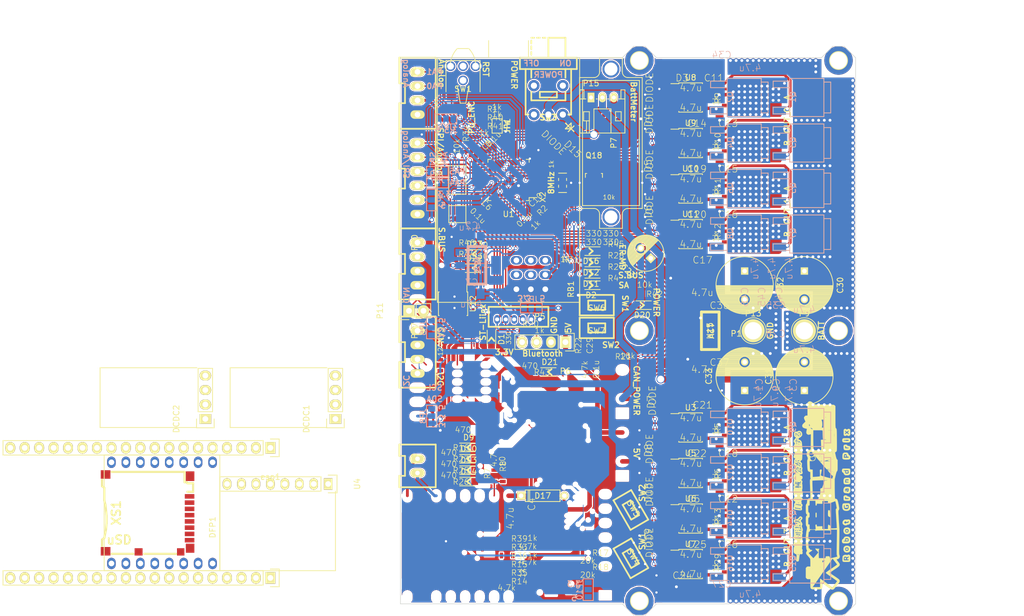
<source format=kicad_pcb>
(kicad_pcb (version 4) (host pcbnew 4.0.7)
  (layers (0 F.Cu signal) (31 B.Cu signal) (34 B.Paste user) (35 F.Paste user) (36 B.SilkS user) (37 F.SilkS user) (38 B.Mask user) (39 F.Mask user) (44 Edge.Cuts user))
  (net 0 "")
  (net 1 GND)
  (net 2 /NRST)
  (net 3 +3.3V)
  (net 4 /OSC_IN)
  (net 5 /OSC_OUT)
  (net 6 +5V)
  (net 7 /OUT_0_A)
  (net 8 /OUT_0_B)
  (net 9 "Net-(D1-Pad2)")
  (net 10 "Net-(D2-Pad2)")
  (net 11 /SWCLK)
  (net 12 /SWDIO)
  (net 13 /USART_TX)
  (net 14 /USART_RX)
  (net 15 "Net-(Q1-PadG)")
  (net 16 "Net-(Q2-PadG)")
  (net 17 "Net-(Q3-PadG)")
  (net 18 "Net-(Q4-PadG)")
  (net 19 +BATT)
  (net 20 /OUT_1_A)
  (net 21 /OUT_1_B)
  (net 22 /OUT_2_A)
  (net 23 /OUT_2_B)
  (net 24 "Net-(Q5-PadG)")
  (net 25 "Net-(Q6-PadG)")
  (net 26 "Net-(Q7-PadG)")
  (net 27 "Net-(Q8-PadG)")
  (net 28 "Net-(Q9-PadG)")
  (net 29 "Net-(Q10-PadG)")
  (net 30 "Net-(Q11-PadG)")
  (net 31 "Net-(Q12-PadG)")
  (net 32 /I2C_SDA)
  (net 33 /I2C_SCL)
  (net 34 "Net-(C11-Pad2)")
  (net 35 "Net-(C14-Pad2)")
  (net 36 "Net-(C19-Pad2)")
  (net 37 "Net-(C20-Pad2)")
  (net 38 "Net-(C21-Pad2)")
  (net 39 "Net-(C22-Pad2)")
  (net 40 /batt_voltage)
  (net 41 "Net-(P6-Pad3)")
  (net 42 "Net-(D11-Pad2)")
  (net 43 "Net-(D12-Pad2)")
  (net 44 "Net-(D13-Pad2)")
  (net 45 "Net-(D14-Pad2)")
  (net 46 /PWM_2_A)
  (net 47 /PWM_2_B)
  (net 48 /PWM_0_A)
  (net 49 /PWM_0_B)
  (net 50 /PWM_1_A)
  (net 51 /PWM_1_B)
  (net 52 /BOOT0)
  (net 53 /GD_12V)
  (net 54 /LOGIC_BATT)
  (net 55 /SBUS)
  (net 56 "Net-(R34-Pad1)")
  (net 57 /STM_~SS0)
  (net 58 /STM_SCK)
  (net 59 /STM_MISO)
  (net 60 /STM_MOSI)
  (net 61 "Net-(D16-Pad2)")
  (net 62 "Net-(JP8-Pad2)")
  (net 63 "Net-(JP2-Pad2)")
  (net 64 "Net-(JP3-Pad2)")
  (net 65 /STM_LED1)
  (net 66 /STM_LED2)
  (net 67 /STM_LED3)
  (net 68 "Net-(Q13-PadG)")
  (net 69 "Net-(D9-Pad2)")
  (net 70 "Net-(D10-Pad2)")
  (net 71 /OUT_3_A)
  (net 72 "Net-(C5-Pad2)")
  (net 73 /OUT_3_B)
  (net 74 "Net-(C25-Pad2)")
  (net 75 "Net-(DFP1-Pad2)")
  (net 76 "Net-(DFP1-Pad6)")
  (net 77 "Net-(DFP1-Pad8)")
  (net 78 /POT_2)
  (net 79 /POT_1)
  (net 80 "Net-(Q14-PadG)")
  (net 81 "Net-(Q15-PadG)")
  (net 82 "Net-(Q16-PadG)")
  (net 83 /PWM_3_B)
  (net 84 /PWM_3_A)
  (net 85 /~SD)
  (net 86 /CAN_TX)
  (net 87 /CAN_RX)
  (net 88 /CAN_L)
  (net 89 /CAN_H)
  (net 90 "Net-(P11-Pad1)")
  (net 91 "Net-(Q18-PadG)")
  (net 92 "Net-(C4-Pad1)")
  (net 93 /STM_LED4)
  (net 94 /HW_OPT)
  (net 95 /STM_SW1)
  (net 96 /STM_SW2)
  (net 97 "Net-(JP4-Pad2)")
  (net 98 +12V)
  (net 99 "Net-(JP5-Pad2)")
  (net 100 "Net-(R14-Pad2)")
  (net 101 "Net-(R15-Pad2)")
  (net 102 "Net-(R33-Pad2)")
  (net 103 "Net-(JP7-Pad2)")
  (net 104 /AIN_1)
  (net 105 /AIN_2)
  (net 106 "Net-(JP9-Pad2)")
  (net 107 "Net-(D20-Pad2)")
  (net 108 "Net-(D15-Pad2)")
  (net 109 "Net-(D21-Pad2)")
  (net 110 "Net-(JP10-Pad2)")
  (net 111 /STM_LED5)
  (net 112 "Net-(D22-Pad2)")
  (net 113 /STM_LED6)
  (net 114 "Net-(D23-Pad2)")
  (net 115 "Net-(R31-Pad1)")
  (module RP_KiCAD_Libs:ChinaDC-DC (layer F.Cu) (at -11.43 63.5 90)
    (fp_text reference DCDC1 (at 0 -5.1 90) (layer F.SilkS))
    (fp_text value ChinaDC-DC)
    (pad 1 thru_hole rect (at 0 0 90) (size 1.7272 2.032) (drill 1.016) (layers *.Cu *.Mask F.SilkS))
    (pad 2 thru_hole oval (at 2.54 0 90) (size 1.7272 2.032) (drill 1.016) (layers *.Cu *.Mask F.SilkS) (net 54 /LOGIC_BATT))
    (pad 3 thru_hole oval (at 5.08 0 90) (size 1.7272 2.032) (drill 1.016) (layers *.Cu *.Mask F.SilkS) (net 1 GND))
    (pad 4 thru_hole oval (at 7.62 0 90) (size 1.7272 2.032) (drill 1.016) (layers *.Cu *.Mask F.SilkS) (net 6 +5V))
  )
  (module Capacitors_ThroughHole:C_Radial_D10_L13_P5 (layer F.Cu) (at 71 58.5 90)
    (fp_text reference C31 (at 2.5 -6.3 90) (layer F.SilkS))
    (fp_text value 220u)
    (pad 1 thru_hole rect (at 0 0 90) (size 1.3 1.3) (drill 0.8) (layers *.Cu *.Mask F.SilkS) (net 19 +BATT))
    (pad 2 thru_hole circle (at 5 0 90) (size 1.3 1.3) (drill 0.8) (layers *.Cu *.Mask F.SilkS) (net 1 GND))
  )
  (module LEDs:LED_0805 (layer F.Cu) (at 16 49.5 270)
    (fp_text reference D1 (at 0 -1.75 270) (layer F.SilkS))
    (fp_text value LED)
    (pad 1 smd rect (at 1.04902 0 90) (size 1.19888 1.19888) (layers F.Cu F.Paste F.Mask) (net 3 +3.3V))
    (pad 2 smd rect (at -1.04902 0 90) (size 1.19888 1.19888) (layers F.Cu F.Paste F.Mask) (net 9 "Net-(D1-Pad2)"))
  )
  (module LEDs:LED_0805 (layer F.Cu) (at 33.5 40 180)
    (fp_text reference D2 (at 0 -1.75 180) (layer F.SilkS))
    (fp_text value LED)
    (pad 1 smd rect (at 1.04902 0) (size 1.19888 1.19888) (layers F.Cu F.Paste F.Mask) (net 65 /STM_LED1))
    (pad 2 smd rect (at -1.04902 0) (size 1.19888 1.19888) (layers F.Cu F.Paste F.Mask) (net 10 "Net-(D2-Pad2)"))
  )
  (module RP_KiCAD_Libs:C2012 (layer F.Cu) (at 47 3 180)
    (fp_text reference D3 (at -1.27 -1.27 180) (layer F.SilkS) (effects (font (size 1.2065 1.2065) (thickness 0.1016)) (justify left bottom)))
    (fp_text value DIODE (at 2.5 -5 450) (layer F.SilkS) (effects (font (size 1.2065 1.2065) (thickness 0.1016)) (justify left bottom)))
    (pad 1 smd rect (at -1.25 0 180) (size 1.3 1.5) (layers F.Cu F.Paste F.Mask) (net 34 "Net-(C11-Pad2)"))
    (pad 2 smd rect (at 1.25 0 180) (size 1.3 1.5) (layers F.Cu F.Paste F.Mask) (net 53 /GD_12V))
  )
  (module RP_KiCAD_Libs:C2012 (layer F.Cu) (at 45.5 11 90)
    (fp_text reference D4 (at -1.27 -1.27 90) (layer F.SilkS) (effects (font (size 1.2065 1.2065) (thickness 0.1016)) (justify left bottom)))
    (fp_text value DIODE (at -2.5 -1 90) (layer F.SilkS) (effects (font (size 1.2065 1.2065) (thickness 0.1016)) (justify left bottom)))
    (pad 1 smd rect (at -1.25 0 90) (size 1.3 1.5) (layers F.Cu F.Paste F.Mask) (net 35 "Net-(C14-Pad2)"))
    (pad 2 smd rect (at 1.25 0 90) (size 1.3 1.5) (layers F.Cu F.Paste F.Mask) (net 53 /GD_12V))
  )
  (module RP_KiCAD_Connector:ZH_6T (layer F.Cu) (at 24.5 46 180)
    (fp_text reference P5 (at 0 0.5 180) (layer F.SilkS))
    (fp_text value CONN_01X06)
    (pad 1 thru_hole oval (at 0 0 180) (size 1 1.524) (drill 0.7) (layers *.Cu *.Mask) (net 1 GND))
    (pad 2 thru_hole oval (at 1.5 0 180) (size 1 1.524) (drill 0.7) (layers *.Cu *.Mask) (net 63 "Net-(JP2-Pad2)"))
    (pad 3 thru_hole oval (at 3 0 180) (size 1 1.524) (drill 0.7) (layers *.Cu *.Mask) (net 11 /SWCLK))
    (pad 4 thru_hole oval (at 4.5 0 180) (size 1 1.524) (drill 0.7) (layers *.Cu *.Mask) (net 12 /SWDIO))
    (pad 5 thru_hole oval (at 6 0 180) (size 1 1.524) (drill 0.7) (layers *.Cu *.Mask) (net 13 /USART_TX))
    (pad 6 thru_hole oval (at 7.5 0 180) (size 1 1.524) (drill 0.7) (layers *.Cu *.Mask) (net 14 /USART_RX))
  )
  (module Housings_QFP:LQFP-48_7x7mm_Pitch0.5mm (layer F.Cu) (at 19 21.5 180)
    (fp_text reference U1 (at 0 -6 180) (layer F.SilkS))
    (fp_text value STM32F103_48)
    (pad 1 smd rect (at -4.35 -2.75 180) (size 1.3 0.25) (layers F.Cu F.Paste F.Mask) (net 3 +3.3V))
    (pad 2 smd rect (at -4.35 -2.25 180) (size 1.3 0.25) (layers F.Cu F.Paste F.Mask) (net 65 /STM_LED1))
    (pad 3 smd rect (at -4.35 -1.75 180) (size 1.3 0.25) (layers F.Cu F.Paste F.Mask) (net 66 /STM_LED2))
    (pad 4 smd rect (at -4.35 -1.25 180) (size 1.3 0.25) (layers F.Cu F.Paste F.Mask) (net 67 /STM_LED3))
    (pad 5 smd rect (at -4.35 -0.75 180) (size 1.3 0.25) (layers F.Cu F.Paste F.Mask) (net 4 /OSC_IN))
    (pad 6 smd rect (at -4.35 -0.25 180) (size 1.3 0.25) (layers F.Cu F.Paste F.Mask) (net 5 /OSC_OUT))
    (pad 7 smd rect (at -4.35 0.25 180) (size 1.3 0.25) (layers F.Cu F.Paste F.Mask) (net 2 /NRST))
    (pad 8 smd rect (at -4.35 0.75 180) (size 1.3 0.25) (layers F.Cu F.Paste F.Mask) (net 1 GND))
    (pad 9 smd rect (at -4.35 1.25 180) (size 1.3 0.25) (layers F.Cu F.Paste F.Mask) (net 3 +3.3V))
    (pad 10 smd rect (at -4.35 1.75 180) (size 1.3 0.25) (layers F.Cu F.Paste F.Mask) (net 79 /POT_1))
    (pad 11 smd rect (at -4.35 2.25 180) (size 1.3 0.25) (layers F.Cu F.Paste F.Mask) (net 78 /POT_2))
    (pad 12 smd rect (at -4.35 2.75 180) (size 1.3 0.25) (layers F.Cu F.Paste F.Mask) (net 93 /STM_LED4))
    (pad 13 smd rect (at -2.75 4.35 270) (size 1.3 0.25) (layers F.Cu F.Paste F.Mask) (net 55 /SBUS))
    (pad 14 smd rect (at -2.25 4.35 270) (size 1.3 0.25) (layers F.Cu F.Paste F.Mask) (net 104 /AIN_1))
    (pad 15 smd rect (at -1.75 4.35 270) (size 1.3 0.25) (layers F.Cu F.Paste F.Mask) (net 105 /AIN_2))
    (pad 16 smd rect (at -1.25 4.35 270) (size 1.3 0.25) (layers F.Cu F.Paste F.Mask) (net 51 /PWM_1_B))
    (pad 17 smd rect (at -0.75 4.35 270) (size 1.3 0.25) (layers F.Cu F.Paste F.Mask) (net 50 /PWM_1_A))
    (pad 18 smd rect (at -0.25 4.35 270) (size 1.3 0.25) (layers F.Cu F.Paste F.Mask) (net 49 /PWM_0_B))
    (pad 19 smd rect (at 0.25 4.35 270) (size 1.3 0.25) (layers F.Cu F.Paste F.Mask) (net 48 /PWM_0_A))
    (pad 20 smd rect (at 0.75 4.35 270) (size 1.3 0.25) (layers F.Cu F.Paste F.Mask) (net 94 /HW_OPT))
    (pad 21 smd rect (at 1.25 4.35 270) (size 1.3 0.25) (layers F.Cu F.Paste F.Mask) (net 56 "Net-(R34-Pad1)"))
    (pad 22 smd rect (at 1.75 4.35 270) (size 1.3 0.25) (layers F.Cu F.Paste F.Mask))
    (pad 23 smd rect (at 2.25 4.35 270) (size 1.3 0.25) (layers F.Cu F.Paste F.Mask) (net 1 GND))
    (pad 24 smd rect (at 2.75 4.35 270) (size 1.3 0.25) (layers F.Cu F.Paste F.Mask) (net 3 +3.3V))
    (pad 25 smd rect (at 4.35 2.75 180) (size 1.3 0.25) (layers F.Cu F.Paste F.Mask) (net 57 /STM_~SS0))
    (pad 26 smd rect (at 4.35 2.25 180) (size 1.3 0.25) (layers F.Cu F.Paste F.Mask) (net 58 /STM_SCK))
    (pad 27 smd rect (at 4.35 1.75 180) (size 1.3 0.25) (layers F.Cu F.Paste F.Mask) (net 59 /STM_MISO))
    (pad 28 smd rect (at 4.35 1.25 180) (size 1.3 0.25) (layers F.Cu F.Paste F.Mask) (net 60 /STM_MOSI))
    (pad 29 smd rect (at 4.35 0.75 180) (size 1.3 0.25) (layers F.Cu F.Paste F.Mask) (net 85 /~SD))
    (pad 30 smd rect (at 4.35 0.25 180) (size 1.3 0.25) (layers F.Cu F.Paste F.Mask) (net 13 /USART_TX))
    (pad 31 smd rect (at 4.35 -0.25 180) (size 1.3 0.25) (layers F.Cu F.Paste F.Mask) (net 14 /USART_RX))
    (pad 32 smd rect (at 4.35 -0.75 180) (size 1.3 0.25) (layers F.Cu F.Paste F.Mask) (net 87 /CAN_RX))
    (pad 33 smd rect (at 4.35 -1.25 180) (size 1.3 0.25) (layers F.Cu F.Paste F.Mask) (net 86 /CAN_TX))
    (pad 34 smd rect (at 4.35 -1.75 180) (size 1.3 0.25) (layers F.Cu F.Paste F.Mask) (net 12 /SWDIO))
    (pad 35 smd rect (at 4.35 -2.25 180) (size 1.3 0.25) (layers F.Cu F.Paste F.Mask) (net 1 GND))
    (pad 36 smd rect (at 4.35 -2.75 180) (size 1.3 0.25) (layers F.Cu F.Paste F.Mask) (net 3 +3.3V))
    (pad 37 smd rect (at 2.75 -4.35 270) (size 1.3 0.25) (layers F.Cu F.Paste F.Mask) (net 11 /SWCLK))
    (pad 38 smd rect (at 2.25 -4.35 270) (size 1.3 0.25) (layers F.Cu F.Paste F.Mask) (net 113 /STM_LED6))
    (pad 39 smd rect (at 1.75 -4.35 270) (size 1.3 0.25) (layers F.Cu F.Paste F.Mask) (net 111 /STM_LED5))
    (pad 40 smd rect (at 1.25 -4.35 270) (size 1.3 0.25) (layers F.Cu F.Paste F.Mask) (net 96 /STM_SW2))
    (pad 41 smd rect (at 0.75 -4.35 270) (size 1.3 0.25) (layers F.Cu F.Paste F.Mask) (net 95 /STM_SW1))
    (pad 42 smd rect (at 0.25 -4.35 270) (size 1.3 0.25) (layers F.Cu F.Paste F.Mask) (net 83 /PWM_3_B))
    (pad 43 smd rect (at -0.25 -4.35 270) (size 1.3 0.25) (layers F.Cu F.Paste F.Mask) (net 84 /PWM_3_A))
    (pad 44 smd rect (at -0.75 -4.35 270) (size 1.3 0.25) (layers F.Cu F.Paste F.Mask) (net 52 /BOOT0))
    (pad 45 smd rect (at -1.25 -4.35 270) (size 1.3 0.25) (layers F.Cu F.Paste F.Mask) (net 47 /PWM_2_B))
    (pad 46 smd rect (at -1.75 -4.35 270) (size 1.3 0.25) (layers F.Cu F.Paste F.Mask) (net 46 /PWM_2_A))
    (pad 47 smd rect (at -2.25 -4.35 270) (size 1.3 0.25) (layers F.Cu F.Paste F.Mask) (net 1 GND))
    (pad 48 smd rect (at -2.75 -4.35 270) (size 1.3 0.25) (layers F.Cu F.Paste F.Mask) (net 3 +3.3V))
  )
  (module TO_SOT_Packages_SMD:SOT-223_reg (layer B.Cu) (at 10.5 36.5 90)
    (fp_text reference U2 (at 0 2.9 90) (layer B.SilkS) (effects (justify mirror)))
    (fp_text value NCP1117ST33T3G)
    (pad 1 smd rect (at -2.3 0 90) (size 1.2 1.7) (layers B.Cu B.Paste B.Mask) (net 1 GND))
    (pad 2 smd rect (at 0 0 90) (size 1.2 1.7) (layers B.Cu B.Paste B.Mask) (net 3 +3.3V))
    (pad 3 smd rect (at 2.3 0 90) (size 1.2 1.7) (layers B.Cu B.Paste B.Mask) (net 6 +5V))
    (pad 2 smd rect (at 0 6.3 90) (size 3.3 1.7) (layers B.Cu B.Paste B.Mask) (net 3 +3.3V))
  )
  (module RP_KiCAD_Libs:C2012 (layer F.Cu) (at 45.5 19 90)
    (fp_text reference D5 (at -1.27 -1.27 90) (layer F.SilkS) (effects (font (size 1.2065 1.2065) (thickness 0.1016)) (justify left bottom)))
    (fp_text value DIODE (at -2.5 -1 90) (layer F.SilkS) (effects (font (size 1.2065 1.2065) (thickness 0.1016)) (justify left bottom)))
    (pad 1 smd rect (at -1.25 0 90) (size 1.3 1.5) (layers F.Cu F.Paste F.Mask) (net 36 "Net-(C19-Pad2)"))
    (pad 2 smd rect (at 1.25 0 90) (size 1.3 1.5) (layers F.Cu F.Paste F.Mask) (net 53 /GD_12V))
  )
  (module RP_KiCAD_Libs:C2012 (layer F.Cu) (at 45.5 27 90)
    (fp_text reference D6 (at -1.27 -1.27 90) (layer F.SilkS) (effects (font (size 1.2065 1.2065) (thickness 0.1016)) (justify left bottom)))
    (fp_text value DIODE (at -2.5 -1 90) (layer F.SilkS) (effects (font (size 1.2065 1.2065) (thickness 0.1016)) (justify left bottom)))
    (pad 1 smd rect (at -1.25 0 90) (size 1.3 1.5) (layers F.Cu F.Paste F.Mask) (net 37 "Net-(C20-Pad2)"))
    (pad 2 smd rect (at 1.25 0 90) (size 1.3 1.5) (layers F.Cu F.Paste F.Mask) (net 53 /GD_12V))
  )
  (module RP_KiCAD_Libs:C2012 (layer F.Cu) (at 46 60.5 90)
    (fp_text reference D7 (at -1.27 -1.27 90) (layer F.SilkS) (effects (font (size 1.2065 1.2065) (thickness 0.1016)) (justify left bottom)))
    (fp_text value DIODE (at -2.5 -1 270) (layer F.SilkS) (effects (font (size 1.2065 1.2065) (thickness 0.1016)) (justify left bottom)))
    (pad 1 smd rect (at -1.25 0 90) (size 1.3 1.5) (layers F.Cu F.Paste F.Mask) (net 38 "Net-(C21-Pad2)"))
    (pad 2 smd rect (at 1.25 0 90) (size 1.3 1.5) (layers F.Cu F.Paste F.Mask) (net 53 /GD_12V))
  )
  (module RP_KiCAD_Libs:C2012 (layer F.Cu) (at 45.5 69 90)
    (fp_text reference D8 (at -1.27 -1.27 90) (layer F.SilkS) (effects (font (size 1.2065 1.2065) (thickness 0.1016)) (justify left bottom)))
    (fp_text value DIODE (at -2.5 -1 90) (layer F.SilkS) (effects (font (size 1.2065 1.2065) (thickness 0.1016)) (justify left bottom)))
    (pad 1 smd rect (at -1.25 0 90) (size 1.3 1.5) (layers F.Cu F.Paste F.Mask) (net 39 "Net-(C22-Pad2)"))
    (pad 2 smd rect (at 1.25 0 90) (size 1.3 1.5) (layers F.Cu F.Paste F.Mask) (net 53 /GD_12V))
  )
  (module TO_SOT_Packages_SMD:SOT-428_GDS_compact (layer B.Cu) (at 59 7 90)
    (fp_text reference Q2 (at 0.09906 -1.00076 90) (layer B.SilkS) (effects (justify mirror)))
    (fp_text value MOSFET_N)
    (pad G smd rect (at -2.27584 -3.44932 90) (size 1.50114 2.49936) (layers B.Cu B.Paste B.Mask) (net 16 "Net-(Q2-PadG)"))
    (pad S smd rect (at 2.27584 -3.44932 90) (size 1.50114 2.49936) (layers B.Cu B.Paste B.Mask) (net 1 GND))
    (pad D smd rect (at 0 2.44932 90) (size 7.00024 7.00024) (layers B.Cu B.Paste B.Mask) (net 7 /OUT_0_A))
  )
  (module TO_SOT_Packages_SMD:SOT-428_GDS_compact (layer B.Cu) (at 59 15 90)
    (fp_text reference Q4 (at 0.09906 -1.00076 90) (layer B.SilkS) (effects (justify mirror)))
    (fp_text value MOSFET_N)
    (pad G smd rect (at -2.27584 -3.44932 90) (size 1.50114 2.49936) (layers B.Cu B.Paste B.Mask) (net 18 "Net-(Q4-PadG)"))
    (pad S smd rect (at 2.27584 -3.44932 90) (size 1.50114 2.49936) (layers B.Cu B.Paste B.Mask) (net 1 GND))
    (pad D smd rect (at 0 2.44932 90) (size 7.00024 7.00024) (layers B.Cu B.Paste B.Mask) (net 8 /OUT_0_B))
  )
  (module TO_SOT_Packages_SMD:SOT-428_GDS_compact (layer B.Cu) (at 70 23 90)
    (fp_text reference Q5 (at 0.09906 -1.00076 90) (layer B.SilkS) (effects (justify mirror)))
    (fp_text value MOSFET_N)
    (pad G smd rect (at -2.27584 -3.44932 90) (size 1.50114 2.49936) (layers B.Cu B.Paste B.Mask) (net 24 "Net-(Q5-PadG)"))
    (pad S smd rect (at 2.27584 -3.44932 90) (size 1.50114 2.49936) (layers B.Cu B.Paste B.Mask) (net 20 /OUT_1_A))
    (pad D smd rect (at 0 2.44932 90) (size 7.00024 7.00024) (layers B.Cu B.Paste B.Mask) (net 19 +BATT))
  )
  (module TO_SOT_Packages_SMD:SOT-428_GDS_compact (layer B.Cu) (at 59 23 90)
    (fp_text reference Q6 (at 0.09906 -1.00076 90) (layer B.SilkS) (effects (justify mirror)))
    (fp_text value MOSFET_N)
    (pad G smd rect (at -2.27584 -3.44932 90) (size 1.50114 2.49936) (layers B.Cu B.Paste B.Mask) (net 25 "Net-(Q6-PadG)"))
    (pad S smd rect (at 2.27584 -3.44932 90) (size 1.50114 2.49936) (layers B.Cu B.Paste B.Mask) (net 1 GND))
    (pad D smd rect (at 0 2.44932 90) (size 7.00024 7.00024) (layers B.Cu B.Paste B.Mask) (net 20 /OUT_1_A))
  )
  (module TO_SOT_Packages_SMD:SOT-428_GDS_compact (layer B.Cu) (at 70 31 90)
    (fp_text reference Q7 (at 0.09906 -1.00076 90) (layer B.SilkS) (effects (justify mirror)))
    (fp_text value MOSFET_N)
    (pad G smd rect (at -2.27584 -3.44932 90) (size 1.50114 2.49936) (layers B.Cu B.Paste B.Mask) (net 26 "Net-(Q7-PadG)"))
    (pad S smd rect (at 2.27584 -3.44932 90) (size 1.50114 2.49936) (layers B.Cu B.Paste B.Mask) (net 21 /OUT_1_B))
    (pad D smd rect (at 0 2.44932 90) (size 7.00024 7.00024) (layers B.Cu B.Paste B.Mask) (net 19 +BATT))
  )
  (module TO_SOT_Packages_SMD:SOT-428_GDS_compact (layer B.Cu) (at 59 31 90)
    (fp_text reference Q8 (at 0.09906 -1.00076 90) (layer B.SilkS) (effects (justify mirror)))
    (fp_text value MOSFET_N)
    (pad G smd rect (at -2.27584 -3.44932 90) (size 1.50114 2.49936) (layers B.Cu B.Paste B.Mask) (net 27 "Net-(Q8-PadG)"))
    (pad S smd rect (at 2.27584 -3.44932 90) (size 1.50114 2.49936) (layers B.Cu B.Paste B.Mask) (net 1 GND))
    (pad D smd rect (at 0 2.44932 90) (size 7.00024 7.00024) (layers B.Cu B.Paste B.Mask) (net 21 /OUT_1_B))
  )
  (module TO_SOT_Packages_SMD:SOT-428_GDS_compact (layer B.Cu) (at 70 65 90)
    (fp_text reference Q9 (at 0.09906 -1.00076 90) (layer B.SilkS) (effects (justify mirror)))
    (fp_text value MOSFET_N)
    (pad G smd rect (at -2.27584 -3.44932 90) (size 1.50114 2.49936) (layers B.Cu B.Paste B.Mask) (net 28 "Net-(Q9-PadG)"))
    (pad S smd rect (at 2.27584 -3.44932 90) (size 1.50114 2.49936) (layers B.Cu B.Paste B.Mask) (net 22 /OUT_2_A))
    (pad D smd rect (at 0 2.44932 90) (size 7.00024 7.00024) (layers B.Cu B.Paste B.Mask) (net 19 +BATT))
  )
  (module TO_SOT_Packages_SMD:SOT-428_GDS_compact (layer B.Cu) (at 59 65 90)
    (fp_text reference Q10 (at 0.09906 -1.00076 90) (layer B.SilkS) (effects (justify mirror)))
    (fp_text value MOSFET_N)
    (pad G smd rect (at -2.27584 -3.44932 90) (size 1.50114 2.49936) (layers B.Cu B.Paste B.Mask) (net 29 "Net-(Q10-PadG)"))
    (pad S smd rect (at 2.27584 -3.44932 90) (size 1.50114 2.49936) (layers B.Cu B.Paste B.Mask) (net 1 GND))
    (pad D smd rect (at 0 2.44932 90) (size 7.00024 7.00024) (layers B.Cu B.Paste B.Mask) (net 22 /OUT_2_A))
  )
  (module TO_SOT_Packages_SMD:SOT-428_GDS_compact (layer B.Cu) (at 70 73 90)
    (fp_text reference Q11 (at 0.09906 -1.00076 90) (layer B.SilkS) (effects (justify mirror)))
    (fp_text value MOSFET_N)
    (pad G smd rect (at -2.27584 -3.44932 90) (size 1.50114 2.49936) (layers B.Cu B.Paste B.Mask) (net 30 "Net-(Q11-PadG)"))
    (pad S smd rect (at 2.27584 -3.44932 90) (size 1.50114 2.49936) (layers B.Cu B.Paste B.Mask) (net 23 /OUT_2_B))
    (pad D smd rect (at 0 2.44932 90) (size 7.00024 7.00024) (layers B.Cu B.Paste B.Mask) (net 19 +BATT))
  )
  (module TO_SOT_Packages_SMD:SOT-428_GDS_compact (layer B.Cu) (at 59 73 90)
    (fp_text reference Q12 (at 0.09906 -1.00076 90) (layer B.SilkS) (effects (justify mirror)))
    (fp_text value MOSFET_N)
    (pad G smd rect (at -2.27584 -3.44932 90) (size 1.50114 2.49936) (layers B.Cu B.Paste B.Mask) (net 31 "Net-(Q12-PadG)"))
    (pad S smd rect (at 2.27584 -3.44932 90) (size 1.50114 2.49936) (layers B.Cu B.Paste B.Mask) (net 1 GND))
    (pad D smd rect (at 0 2.44932 90) (size 7.00024 7.00024) (layers B.Cu B.Paste B.Mask) (net 23 /OUT_2_B))
  )
  (module TO_SOT_Packages_SMD:SOT-428_GDS_compact (layer B.Cu) (at 70 7 90)
    (fp_text reference Q1 (at 0.09906 -1.00076 90) (layer B.SilkS) (effects (justify mirror)))
    (fp_text value MOSFET_N)
    (pad G smd rect (at -2.3 -3.45 90) (size 1.5 2.4) (layers B.Cu B.Paste B.Mask) (net 15 "Net-(Q1-PadG)"))
    (pad S smd rect (at 2.3 -3.45 90) (size 1.5 2.4) (layers B.Cu B.Paste B.Mask) (net 7 /OUT_0_A))
    (pad D smd rect (at 0 2.44932 90) (size 7.00024 7.00024) (layers B.Cu B.Paste B.Mask) (net 19 +BATT))
  )
  (module TO_SOT_Packages_SMD:SOT-428_GDS_compact (layer B.Cu) (at 70 15 90)
    (fp_text reference Q3 (at 0.09906 -1.00076 90) (layer B.SilkS) (effects (justify mirror)))
    (fp_text value MOSFET_N)
    (pad G smd rect (at -2.3 -3.45 90) (size 1.5 2.4) (layers B.Cu B.Paste B.Mask) (net 17 "Net-(Q3-PadG)"))
    (pad S smd rect (at 2.3 -3.45 90) (size 1.5 2.4) (layers B.Cu B.Paste B.Mask) (net 8 /OUT_0_B))
    (pad D smd rect (at 0 2.44932 90) (size 7.00024 7.00024) (layers B.Cu B.Paste B.Mask) (net 19 +BATT))
  )
  (module Socket_Strips:Socket_Strip_Straight_1x04 (layer F.Cu) (at 29 50 180)
    (fp_text reference P6 (at 0 -5.1 180) (layer F.SilkS))
    (fp_text value CONN_01X04)
    (pad 1 thru_hole rect (at 0 0 180) (size 1.7272 2.032) (drill 1.016) (layers *.Cu *.Mask F.SilkS) (net 6 +5V))
    (pad 2 thru_hole oval (at 2.54 0 180) (size 1.7272 2.032) (drill 1.016) (layers *.Cu *.Mask F.SilkS) (net 1 GND))
    (pad 3 thru_hole oval (at 5.08 0 180) (size 1.7272 2.032) (drill 1.016) (layers *.Cu *.Mask F.SilkS) (net 41 "Net-(P6-Pad3)"))
    (pad 4 thru_hole oval (at 7.62 0 180) (size 1.7272 2.032) (drill 1.016) (layers *.Cu *.Mask F.SilkS) (net 13 /USART_TX))
  )
  (module Capacitors_ThroughHole:C_Radial_D10_L13_P5 (layer F.Cu) (at 71 37.5 270)
    (fp_text reference C30 (at 2.5 -6.3 270) (layer F.SilkS))
    (fp_text value 220u)
    (pad 1 thru_hole rect (at 0 0 270) (size 1.3 1.3) (drill 0.8) (layers *.Cu *.Mask F.SilkS) (net 19 +BATT))
    (pad 2 thru_hole circle (at 5 0 270) (size 1.3 1.3) (drill 0.8) (layers *.Cu *.Mask F.SilkS) (net 1 GND))
  )
  (module Capacitors_ThroughHole:C_Radial_D10_L13_P5 (layer F.Cu) (at 60.5 37.5 270)
    (fp_text reference C32 (at 2.5 -6.3 270) (layer F.SilkS))
    (fp_text value 220u)
    (pad 1 thru_hole rect (at 0 0 270) (size 1.3 1.3) (drill 0.8) (layers *.Cu *.Mask F.SilkS) (net 19 +BATT))
    (pad 2 thru_hole circle (at 5 0 270) (size 1.3 1.3) (drill 0.8) (layers *.Cu *.Mask F.SilkS) (net 1 GND))
  )
  (module Capacitors_ThroughHole:C_Radial_D10_L13_P5 (layer F.Cu) (at 60.5 58.5 90)
    (fp_text reference C33 (at 2.5 -6.3 90) (layer F.SilkS))
    (fp_text value 220u)
    (pad 1 thru_hole rect (at 0 0 90) (size 1.3 1.3) (drill 0.8) (layers *.Cu *.Mask F.SilkS) (net 19 +BATT))
    (pad 2 thru_hole circle (at 5 0 90) (size 1.3 1.3) (drill 0.8) (layers *.Cu *.Mask F.SilkS) (net 1 GND))
  )
  (module LEDs:LED_0805 (layer F.Cu) (at 33.5 38 180)
    (fp_text reference D11 (at 0 -1.75 180) (layer F.SilkS))
    (fp_text value LED)
    (pad 1 smd rect (at 1.04902 0) (size 1.19888 1.19888) (layers F.Cu F.Paste F.Mask) (net 66 /STM_LED2))
    (pad 2 smd rect (at -1.04902 0) (size 1.19888 1.19888) (layers F.Cu F.Paste F.Mask) (net 42 "Net-(D11-Pad2)"))
  )
  (module LEDs:LED_0805 (layer F.Cu) (at 33.5 36 180)
    (fp_text reference D12 (at 0 -1.75 180) (layer F.SilkS))
    (fp_text value LED)
    (pad 1 smd rect (at 1.04902 0) (size 1.19888 1.19888) (layers F.Cu F.Paste F.Mask) (net 67 /STM_LED3))
    (pad 2 smd rect (at -1.04902 0) (size 1.19888 1.19888) (layers F.Cu F.Paste F.Mask) (net 43 "Net-(D12-Pad2)"))
  )
  (module TO_SOT_Packages_SMD:SOT-223_reg (layer F.Cu) (at 51.5 48 270)
    (fp_text reference U15 (at 0 -2.9 270) (layer F.SilkS))
    (fp_text value NCP1117ST12T3G)
    (pad 1 smd rect (at -2.3 0 270) (size 1.2 1.7) (layers F.Cu F.Paste F.Mask) (net 1 GND))
    (pad 2 smd rect (at 0 0 270) (size 1.2 1.7) (layers F.Cu F.Paste F.Mask) (net 53 /GD_12V))
    (pad 3 smd rect (at 2.3 0 270) (size 1.2 1.7) (layers F.Cu F.Paste F.Mask) (net 54 /LOGIC_BATT))
    (pad 2 smd rect (at 0 -6.3 270) (size 3.3 1.7) (layers F.Cu F.Paste F.Mask) (net 53 /GD_12V))
  )
  (module RP_KiCAD_Connector:XA_4T (layer F.Cu) (at 3 48 270)
    (fp_text reference P17 (at 0 0.5 270) (layer F.SilkS))
    (fp_text value CONN_01X04)
    (pad 4 thru_hole oval (at 0 0 270) (size 1.5 2.5) (drill 1) (layers *.Cu *.Mask F.SilkS) (net 33 /I2C_SCL))
    (pad 3 thru_hole oval (at 2.5 0 270) (size 1.5 2.5) (drill 1) (layers *.Cu *.Mask F.SilkS) (net 32 /I2C_SDA))
    (pad 2 thru_hole oval (at 5 0 270) (size 1.5 2.5) (drill 1) (layers *.Cu *.Mask F.SilkS) (net 62 "Net-(JP8-Pad2)"))
    (pad 1 thru_hole oval (at 7.5 0 270) (size 1.5 2.5) (drill 1) (layers *.Cu *.Mask F.SilkS) (net 1 GND))
  )
  (module RP_KiCAD_Connector:XA_6T (layer F.Cu) (at 3 15 270)
    (fp_text reference P1 (at 0 0.5 270) (layer F.SilkS))
    (fp_text value CONN_01X06)
    (pad 6 thru_hole oval (at 0 0 270) (size 1.5 2.5) (drill 1) (layers *.Cu *.Mask F.SilkS) (net 60 /STM_MOSI))
    (pad 5 thru_hole oval (at 2.5 0 270) (size 1.5 2.5) (drill 1) (layers *.Cu *.Mask F.SilkS) (net 59 /STM_MISO))
    (pad 4 thru_hole oval (at 5 0 270) (size 1.5 2.5) (drill 1) (layers *.Cu *.Mask F.SilkS) (net 103 "Net-(JP7-Pad2)"))
    (pad 3 thru_hole oval (at 7.5 0 270) (size 1.5 2.5) (drill 1) (layers *.Cu *.Mask F.SilkS) (net 106 "Net-(JP9-Pad2)"))
    (pad 2 thru_hole oval (at 10 0 270) (size 1.5 2.5) (drill 1) (layers *.Cu *.Mask F.SilkS) (net 64 "Net-(JP3-Pad2)"))
    (pad 1 thru_hole oval (at 12.5 0 270) (size 1.5 2.5) (drill 1) (layers *.Cu *.Mask F.SilkS) (net 1 GND))
  )
  (module Buttons_Switches_SMD:RP_SMD_Button (layer F.Cu) (at 34.5 43.5)
    (fp_text reference SW6 (at 0 0.5) (layer F.SilkS))
    (fp_text value SW_PUSH)
    (pad 1 smd rect (at 2.8 0) (size 2.6 1.5) (layers F.Cu F.Paste F.Mask) (net 1 GND))
    (pad 2 smd rect (at -2.8 0) (size 2.6 1.5) (layers F.Cu F.Paste F.Mask) (net 95 /STM_SW1))
  )
  (module Buttons_Switches_SMD:RP_SMD_Button (layer F.Cu) (at 34.5 47.5)
    (fp_text reference SW7 (at 0 0.5) (layer F.SilkS))
    (fp_text value SW_PUSH)
    (pad 1 smd rect (at 2.8 0) (size 2.6 1.5) (layers F.Cu F.Paste F.Mask) (net 1 GND))
    (pad 2 smd rect (at -2.8 0) (size 2.6 1.5) (layers F.Cu F.Paste F.Mask) (net 96 /STM_SW2))
  )
  (module LEDs:LED_0805 (layer F.Cu) (at 33.5 34 180)
    (fp_text reference D16 (at 0 -1.75 180) (layer F.SilkS))
    (fp_text value LED)
    (pad 1 smd rect (at 1.04902 0) (size 1.19888 1.19888) (layers F.Cu F.Paste F.Mask) (net 93 /STM_LED4))
    (pad 2 smd rect (at -1.04902 0) (size 1.19888 1.19888) (layers F.Cu F.Paste F.Mask) (net 61 "Net-(D16-Pad2)"))
  )
  (module RP_KiCAD_Libs:C1608_WP_S (layer F.Cu) (at 14 26.5 315)
    (fp_text reference C6 (at -0.635 -0.635 315) (layer F.SilkS) (effects (font (thickness 0.1)) (justify left bottom)))
    (fp_text value 0.1u (at -1.06066 1.767767 315) (layer F.SilkS) (effects (font (thickness 0.1)) (justify left bottom)))
    (pad 1 smd rect (at -0.9 0 315) (size 0.6 1) (layers F.Cu F.Paste F.Mask) (net 1 GND))
    (pad 2 smd rect (at 1 0 315) (size 0.6 1) (layers F.Cu F.Paste F.Mask) (net 3 +3.3V))
  )
  (module RP_KiCAD_Libs:C1608_WP_S (layer F.Cu) (at 14 16.5 225)
    (fp_text reference C8 (at -0.635 -0.635 225) (layer F.SilkS) (effects (font (thickness 0.1)) (justify left bottom)))
    (fp_text value 0.1u (at -1.414214 -0.707107 225) (layer F.SilkS) (effects (font (thickness 0.1)) (justify left bottom)))
    (pad 1 smd rect (at -0.9 0 225) (size 0.6 1) (layers F.Cu F.Paste F.Mask) (net 1 GND))
    (pad 2 smd rect (at 1 0 225) (size 0.6 1) (layers F.Cu F.Paste F.Mask) (net 3 +3.3V))
  )
  (module RP_KiCAD_Libs:C1608_WP_S (layer F.Cu) (at 24 26.5 45)
    (fp_text reference C10 (at -0.635 -0.635 45) (layer F.SilkS) (effects (font (thickness 0.1)) (justify left bottom)))
    (fp_text value 0.1u (at -4.596194 0.353553 45) (layer F.SilkS) (effects (font (thickness 0.1)) (justify left bottom)))
    (pad 1 smd rect (at -0.9 0 45) (size 0.6 1) (layers F.Cu F.Paste F.Mask) (net 1 GND))
    (pad 2 smd rect (at 1 0 45) (size 0.6 1) (layers F.Cu F.Paste F.Mask) (net 3 +3.3V))
  )
  (module RP_KiCAD_Libs:C1608_WP_S (layer F.Cu) (at 25.5 28 45)
    (fp_text reference R2 (at -0.635 -0.635 45) (layer F.SilkS) (effects (font (thickness 0.1)) (justify left bottom)))
    (fp_text value 1k (at -3.181981 0.353553 45) (layer F.SilkS) (effects (font (thickness 0.1)) (justify left bottom)))
    (pad 1 smd rect (at -0.9 0 45) (size 0.6 1) (layers F.Cu F.Paste F.Mask) (net 1 GND))
    (pad 2 smd rect (at 1 0 45) (size 0.6 1) (layers F.Cu F.Paste F.Mask) (net 52 /BOOT0))
  )
  (module RP_KiCAD_Libs:C1608_WP_S (layer F.Cu) (at 37 40)
    (fp_text reference R4 (at -0.635 -0.635) (layer F.SilkS) (effects (font (thickness 0.1)) (justify left bottom)))
    (fp_text value 330 (at -4.5 -7 180) (layer F.SilkS) (effects (font (thickness 0.1)) (justify left bottom)))
    (pad 1 smd rect (at -0.9 0) (size 0.6 1) (layers F.Cu F.Paste F.Mask) (net 10 "Net-(D2-Pad2)"))
    (pad 2 smd rect (at 1 0) (size 0.6 1) (layers F.Cu F.Paste F.Mask) (net 1 GND))
  )
  (module RP_KiCAD_Libs:C1608_WP_S (layer F.Cu) (at 57 65.5 90)
    (fp_text reference R5 (at -0.635 -0.635 90) (layer F.SilkS) (effects (font (thickness 0.1)) (justify left bottom)))
    (fp_text value 1k (at -1 -1 90) (layer F.SilkS) (effects (font (thickness 0.1)) (justify left bottom)))
    (pad 1 smd rect (at -0.9 0 90) (size 0.6 1) (layers F.Cu F.Paste F.Mask) (net 22 /OUT_2_A))
    (pad 2 smd rect (at 1 0 90) (size 0.6 1) (layers F.Cu F.Paste F.Mask) (net 1 GND))
  )
  (module RP_KiCAD_Libs:C1608_WP_S (layer F.Cu) (at 57 73.5 90)
    (fp_text reference R6 (at -0.635 -0.635 90) (layer F.SilkS) (effects (font (thickness 0.1)) (justify left bottom)))
    (fp_text value 1k (at -1 -1 90) (layer F.SilkS) (effects (font (thickness 0.1)) (justify left bottom)))
    (pad 1 smd rect (at -0.9 0 90) (size 0.6 1) (layers F.Cu F.Paste F.Mask) (net 23 /OUT_2_B))
    (pad 2 smd rect (at 1 0 90) (size 0.6 1) (layers F.Cu F.Paste F.Mask) (net 1 GND))
  )
  (module RP_KiCAD_Libs:C1608_WP_S (layer F.Cu) (at 57 7.5 90)
    (fp_text reference R9 (at -0.635 -0.635 90) (layer F.SilkS) (effects (font (thickness 0.1)) (justify left bottom)))
    (fp_text value 1k (at -1 -1 90) (layer F.SilkS) (effects (font (thickness 0.1)) (justify left bottom)))
    (pad 1 smd rect (at -0.9 0 90) (size 0.6 1) (layers F.Cu F.Paste F.Mask) (net 7 /OUT_0_A))
    (pad 2 smd rect (at 1 0 90) (size 0.6 1) (layers F.Cu F.Paste F.Mask) (net 1 GND))
  )
  (module RP_KiCAD_Libs:C1608_WP_S (layer F.Cu) (at 57 15.5 90)
    (fp_text reference R10 (at -0.635 -0.635 90) (layer F.SilkS) (effects (font (thickness 0.1)) (justify left bottom)))
    (fp_text value 1k (at -1 -1 90) (layer F.SilkS) (effects (font (thickness 0.1)) (justify left bottom)))
    (pad 1 smd rect (at -0.9 0 90) (size 0.6 1) (layers F.Cu F.Paste F.Mask) (net 8 /OUT_0_B))
    (pad 2 smd rect (at 1 0 90) (size 0.6 1) (layers F.Cu F.Paste F.Mask) (net 1 GND))
  )
  (module RP_KiCAD_Libs:C1608_WP_S (layer F.Cu) (at 57 23.5 90)
    (fp_text reference R11 (at -0.635 -0.635 90) (layer F.SilkS) (effects (font (thickness 0.1)) (justify left bottom)))
    (fp_text value 1k (at -1 -1 90) (layer F.SilkS) (effects (font (thickness 0.1)) (justify left bottom)))
    (pad 1 smd rect (at -0.9 0 90) (size 0.6 1) (layers F.Cu F.Paste F.Mask) (net 20 /OUT_1_A))
    (pad 2 smd rect (at 1 0 90) (size 0.6 1) (layers F.Cu F.Paste F.Mask) (net 1 GND))
  )
  (module RP_KiCAD_Libs:C1608_WP_S (layer F.Cu) (at 57 31.5 90)
    (fp_text reference R12 (at -0.635 -0.635 90) (layer F.SilkS) (effects (font (thickness 0.1)) (justify left bottom)))
    (fp_text value 1k (at -1 -1 90) (layer F.SilkS) (effects (font (thickness 0.1)) (justify left bottom)))
    (pad 1 smd rect (at -0.9 0 90) (size 0.6 1) (layers F.Cu F.Paste F.Mask) (net 21 /OUT_1_B))
    (pad 2 smd rect (at 1 0 90) (size 0.6 1) (layers F.Cu F.Paste F.Mask) (net 1 GND))
  )
  (module RP_KiCAD_Libs:C1608_WP_S (layer F.Cu) (at 22 48)
    (fp_text reference R20 (at -0.635 -0.635) (layer F.SilkS) (effects (font (thickness 0.1)) (justify left bottom)))
    (fp_text value 1k (at 1.5 0.5) (layer F.SilkS) (effects (font (thickness 0.1)) (justify left bottom)))
    (pad 1 smd rect (at -0.9 0) (size 0.6 1) (layers F.Cu F.Paste F.Mask) (net 14 /USART_RX))
    (pad 2 smd rect (at 1 0) (size 0.6 1) (layers F.Cu F.Paste F.Mask) (net 41 "Net-(P6-Pad3)"))
  )
  (module RP_KiCAD_Libs:C1608_WP_S (layer F.Cu) (at 37 38)
    (fp_text reference R27 (at -0.635 -0.635) (layer F.SilkS) (effects (font (thickness 0.1)) (justify left bottom)))
    (fp_text value 330 (at -4.5 -6.5 180) (layer F.SilkS) (effects (font (thickness 0.1)) (justify left bottom)))
    (pad 1 smd rect (at -0.9 0) (size 0.6 1) (layers F.Cu F.Paste F.Mask) (net 42 "Net-(D11-Pad2)"))
    (pad 2 smd rect (at 1 0) (size 0.6 1) (layers F.Cu F.Paste F.Mask) (net 1 GND))
  )
  (module RP_KiCAD_Libs:C1608_WP_S (layer F.Cu) (at 37 36)
    (fp_text reference R28 (at -0.635 -0.635) (layer F.SilkS) (effects (font (thickness 0.1)) (justify left bottom)))
    (fp_text value 330 (at -1.5 -3) (layer F.SilkS) (effects (font (thickness 0.1)) (justify left bottom)))
    (pad 1 smd rect (at -0.9 0) (size 0.6 1) (layers F.Cu F.Paste F.Mask) (net 43 "Net-(D12-Pad2)"))
    (pad 2 smd rect (at 1 0) (size 0.6 1) (layers F.Cu F.Paste F.Mask) (net 1 GND))
  )
  (module RP_KiCAD_Libs:C1608_WP_S (layer F.Cu) (at 11.5 15.5 270)
    (fp_text reference R34 (at -0.635 -0.635 270) (layer F.SilkS) (effects (font (thickness 0.1)) (justify left bottom)))
    (fp_text value 10k (at 1.5 1 270) (layer F.SilkS) (effects (font (thickness 0.1)) (justify left bottom)))
    (pad 1 smd rect (at -0.9 0 270) (size 0.6 1) (layers F.Cu F.Paste F.Mask) (net 56 "Net-(R34-Pad1)"))
    (pad 2 smd rect (at 1 0 270) (size 0.6 1) (layers F.Cu F.Paste F.Mask))
  )
  (module RP_KiCAD_Libs:C1608_WP_S (layer F.Cu) (at 37 34)
    (fp_text reference R45 (at -0.635 -0.635) (layer F.SilkS) (effects (font (thickness 0.1)) (justify left bottom)))
    (fp_text value 330 (at -1.5 -2.5) (layer F.SilkS) (effects (font (thickness 0.1)) (justify left bottom)))
    (pad 1 smd rect (at -0.9 0) (size 0.6 1) (layers F.Cu F.Paste F.Mask) (net 61 "Net-(D16-Pad2)"))
    (pad 2 smd rect (at 1 0) (size 0.6 1) (layers F.Cu F.Paste F.Mask) (net 1 GND))
  )
  (module RP_KiCAD_Libs:C3216_S (layer B.Cu) (at 12.5 31.5 180)
    (fp_text reference C2 (at -1.27 1.27 180) (layer B.SilkS) (effects (font (size 1.2065 1.2065) (thickness 0.1016)) (justify left bottom mirror)))
    (fp_text value 4.7u (at -1.75 1 180) (layer B.SilkS) (effects (font (size 1.2065 1.2065) (thickness 0.1016)) (justify left bottom mirror)))
    (pad 1 smd rect (at -1.6 0 180) (size 1.4 1.8) (layers B.Cu B.Paste B.Mask) (net 6 +5V))
    (pad 2 smd rect (at 1.6 0 180) (size 1.4 1.8) (layers B.Cu B.Paste B.Mask) (net 1 GND))
  )
  (module RP_KiCAD_Libs:C3216_S (layer B.Cu) (at 12.5 41.5 180)
    (fp_text reference C7 (at -1.27 1.27 180) (layer B.SilkS) (effects (font (size 1.2065 1.2065) (thickness 0.1016)) (justify left bottom mirror)))
    (fp_text value 4.7u (at -2 -2.5 180) (layer B.SilkS) (effects (font (size 1.2065 1.2065) (thickness 0.1016)) (justify left bottom mirror)))
    (pad 1 smd rect (at -1.6 0 180) (size 1.4 1.8) (layers B.Cu B.Paste B.Mask) (net 3 +3.3V))
    (pad 2 smd rect (at 1.6 0 180) (size 1.4 1.8) (layers B.Cu B.Paste B.Mask) (net 1 GND))
  )
  (module RP_KiCAD_Libs:C3216_S (layer F.Cu) (at 52 3 180)
    (fp_text reference C11 (at -1.27 -1.27 180) (layer F.SilkS) (effects (font (size 1.2065 1.2065) (thickness 0.1016)) (justify left bottom)))
    (fp_text value 4.7u (at 3 -3 180) (layer F.SilkS) (effects (font (size 1.2065 1.2065) (thickness 0.1016)) (justify left bottom)))
    (pad 1 smd rect (at -1.6 0 180) (size 1.4 1.8) (layers F.Cu F.Paste F.Mask) (net 7 /OUT_0_A))
    (pad 2 smd rect (at 1.6 0 180) (size 1.4 1.8) (layers F.Cu F.Paste F.Mask) (net 34 "Net-(C11-Pad2)"))
  )
  (module RP_KiCAD_Libs:C3216_S (layer F.Cu) (at 54.5 77 180)
    (fp_text reference C12 (at -1.27 -1.27 180) (layer F.SilkS) (effects (font (size 1.2065 1.2065) (thickness 0.1016)) (justify left bottom)))
    (fp_text value 4.7u (at 5.5 1.5 180) (layer F.SilkS) (effects (font (size 1.2065 1.2065) (thickness 0.1016)) (justify left bottom)))
    (pad 1 smd rect (at -1.6 0 180) (size 1.4 1.8) (layers F.Cu F.Paste F.Mask) (net 1 GND))
    (pad 2 smd rect (at 1.6 0 180) (size 1.4 1.8) (layers F.Cu F.Paste F.Mask) (net 53 /GD_12V))
  )
  (module RP_KiCAD_Libs:C3216_S (layer F.Cu) (at 54.5 11 180)
    (fp_text reference C13 (at -1.27 -1.27 180) (layer F.SilkS) (effects (font (size 1.2065 1.2065) (thickness 0.1016)) (justify left bottom)))
    (fp_text value 4.7u (at 5.5 -3 180) (layer F.SilkS) (effects (font (size 1.2065 1.2065) (thickness 0.1016)) (justify left bottom)))
    (pad 1 smd rect (at -1.6 0 180) (size 1.4 1.8) (layers F.Cu F.Paste F.Mask) (net 1 GND))
    (pad 2 smd rect (at 1.6 0 180) (size 1.4 1.8) (layers F.Cu F.Paste F.Mask) (net 53 /GD_12V))
  )
  (module RP_KiCAD_Libs:C3216_S (layer F.Cu) (at 49 11 180)
    (fp_text reference C14 (at -1.27 -1.27 180) (layer F.SilkS) (effects (font (size 1.2065 1.2065) (thickness 0.1016)) (justify left bottom)))
    (fp_text value 4.7u (at 0 1.5 180) (layer F.SilkS) (effects (font (size 1.2065 1.2065) (thickness 0.1016)) (justify left bottom)))
    (pad 1 smd rect (at -1.6 0 180) (size 1.4 1.8) (layers F.Cu F.Paste F.Mask) (net 8 /OUT_0_B))
    (pad 2 smd rect (at 1.6 0 180) (size 1.4 1.8) (layers F.Cu F.Paste F.Mask) (net 35 "Net-(C14-Pad2)"))
  )
  (module RP_KiCAD_Libs:C3216_S (layer F.Cu) (at 54.5 19 180)
    (fp_text reference C15 (at -1.27 -1.27 180) (layer F.SilkS) (effects (font (size 1.2065 1.2065) (thickness 0.1016)) (justify left bottom)))
    (fp_text value 4.7u (at 5.5 -3 180) (layer F.SilkS) (effects (font (size 1.2065 1.2065) (thickness 0.1016)) (justify left bottom)))
    (pad 1 smd rect (at -1.6 0 180) (size 1.4 1.8) (layers F.Cu F.Paste F.Mask) (net 1 GND))
    (pad 2 smd rect (at 1.6 0 180) (size 1.4 1.8) (layers F.Cu F.Paste F.Mask) (net 53 /GD_12V))
  )
  (module RP_KiCAD_Libs:C3216_S (layer F.Cu) (at 54.5 27 180)
    (fp_text reference C16 (at -1.27 -1.27 180) (layer F.SilkS) (effects (font (size 1.2065 1.2065) (thickness 0.1016)) (justify left bottom)))
    (fp_text value 4.7u (at 5.5 -3 180) (layer F.SilkS) (effects (font (size 1.2065 1.2065) (thickness 0.1016)) (justify left bottom)))
    (pad 1 smd rect (at -1.6 0 180) (size 1.4 1.8) (layers F.Cu F.Paste F.Mask) (net 1 GND))
    (pad 2 smd rect (at 1.6 0 180) (size 1.4 1.8) (layers F.Cu F.Paste F.Mask) (net 53 /GD_12V))
  )
  (module RP_KiCAD_Libs:C3216_S (layer F.Cu) (at 50 35 180)
    (fp_text reference C17 (at -1.27 -1.27 180) (layer F.SilkS) (effects (font (size 1.2065 1.2065) (thickness 0.1016)) (justify left bottom)))
    (fp_text value 4.7u (at 1 1.5 180) (layer F.SilkS) (effects (font (size 1.2065 1.2065) (thickness 0.1016)) (justify left bottom)))
    (pad 1 smd rect (at -1.6 0 180) (size 1.4 1.8) (layers F.Cu F.Paste F.Mask) (net 1 GND))
    (pad 2 smd rect (at 1.6 0 180) (size 1.4 1.8) (layers F.Cu F.Paste F.Mask) (net 53 /GD_12V))
  )
  (module RP_KiCAD_Libs:C3216_S (layer F.Cu) (at 54.5 69 180)
    (fp_text reference C18 (at -1.27 -1.27 180) (layer F.SilkS) (effects (font (size 1.2065 1.2065) (thickness 0.1016)) (justify left bottom)))
    (fp_text value 4.7u (at 5.5 -3 180) (layer F.SilkS) (effects (font (size 1.2065 1.2065) (thickness 0.1016)) (justify left bottom)))
    (pad 1 smd rect (at -1.6 0 180) (size 1.4 1.8) (layers F.Cu F.Paste F.Mask) (net 1 GND))
    (pad 2 smd rect (at 1.6 0 180) (size 1.4 1.8) (layers F.Cu F.Paste F.Mask) (net 53 /GD_12V))
  )
  (module RP_KiCAD_Libs:C3216_S (layer F.Cu) (at 49 19 180)
    (fp_text reference C19 (at -1.27 -1.27 180) (layer F.SilkS) (effects (font (size 1.2065 1.2065) (thickness 0.1016)) (justify left bottom)))
    (fp_text value 4.7u (at 0 1.5 180) (layer F.SilkS) (effects (font (size 1.2065 1.2065) (thickness 0.1016)) (justify left bottom)))
    (pad 1 smd rect (at -1.6 0 180) (size 1.4 1.8) (layers F.Cu F.Paste F.Mask) (net 20 /OUT_1_A))
    (pad 2 smd rect (at 1.6 0 180) (size 1.4 1.8) (layers F.Cu F.Paste F.Mask) (net 36 "Net-(C19-Pad2)"))
  )
  (module RP_KiCAD_Libs:C3216_S (layer F.Cu) (at 49 27 180)
    (fp_text reference C20 (at -1.27 -1.27 180) (layer F.SilkS) (effects (font (size 1.2065 1.2065) (thickness 0.1016)) (justify left bottom)))
    (fp_text value 4.7u (at 0 1.5 180) (layer F.SilkS) (effects (font (size 1.2065 1.2065) (thickness 0.1016)) (justify left bottom)))
    (pad 1 smd rect (at -1.6 0 180) (size 1.4 1.8) (layers F.Cu F.Paste F.Mask) (net 21 /OUT_1_B))
    (pad 2 smd rect (at 1.6 0 180) (size 1.4 1.8) (layers F.Cu F.Paste F.Mask) (net 37 "Net-(C20-Pad2)"))
  )
  (module RP_KiCAD_Libs:C3216_S (layer F.Cu) (at 50 60.5 180)
    (fp_text reference C21 (at -1.27 -1.27 180) (layer F.SilkS) (effects (font (size 1.2065 1.2065) (thickness 0.1016)) (justify left bottom)))
    (fp_text value 4.7u (at 1 -3.5 180) (layer F.SilkS) (effects (font (size 1.2065 1.2065) (thickness 0.1016)) (justify left bottom)))
    (pad 1 smd rect (at -1.6 0 180) (size 1.4 1.8) (layers F.Cu F.Paste F.Mask) (net 22 /OUT_2_A))
    (pad 2 smd rect (at 1.6 0 180) (size 1.4 1.8) (layers F.Cu F.Paste F.Mask) (net 38 "Net-(C21-Pad2)"))
  )
  (module RP_KiCAD_Libs:C3216_S (layer F.Cu) (at 49 69 180)
    (fp_text reference C22 (at -1.27 -1.27 180) (layer F.SilkS) (effects (font (size 1.2065 1.2065) (thickness 0.1016)) (justify left bottom)))
    (fp_text value 4.7u (at 0 1.5 180) (layer F.SilkS) (effects (font (size 1.2065 1.2065) (thickness 0.1016)) (justify left bottom)))
    (pad 1 smd rect (at -1.6 0 180) (size 1.4 1.8) (layers F.Cu F.Paste F.Mask) (net 23 /OUT_2_B))
    (pad 2 smd rect (at 1.6 0 180) (size 1.4 1.8) (layers F.Cu F.Paste F.Mask) (net 39 "Net-(C22-Pad2)"))
  )
  (module RP_KiCAD_Libs:C3216_S (layer F.Cu) (at 53 43 180)
    (fp_text reference C36 (at -1.27 -1.27 180) (layer F.SilkS) (effects (font (size 1.2065 1.2065) (thickness 0.1016)) (justify left bottom)))
    (fp_text value 4.7u (at 2 1 360) (layer F.SilkS) (effects (font (size 1.2065 1.2065) (thickness 0.1016)) (justify left bottom)))
    (pad 1 smd rect (at -1.6 0 180) (size 1.4 1.8) (layers F.Cu F.Paste F.Mask) (net 54 /LOGIC_BATT))
    (pad 2 smd rect (at 1.6 0 180) (size 1.4 1.8) (layers F.Cu F.Paste F.Mask) (net 1 GND))
  )
  (module RP_KiCAD_Libs:C3216_S (layer F.Cu) (at 53 53 180)
    (fp_text reference C37 (at -1.27 -1.27 180) (layer F.SilkS) (effects (font (size 1.2065 1.2065) (thickness 0.1016)) (justify left bottom)))
    (fp_text value 4.7u (at 2 -2.5 360) (layer F.SilkS) (effects (font (size 1.2065 1.2065) (thickness 0.1016)) (justify left bottom)))
    (pad 1 smd rect (at -1.6 0 180) (size 1.4 1.8) (layers F.Cu F.Paste F.Mask) (net 53 /GD_12V))
    (pad 2 smd rect (at 1.6 0 180) (size 1.4 1.8) (layers F.Cu F.Paste F.Mask) (net 1 GND))
  )
  (module RP_KiCAD_Libs:C3216_S (layer B.Cu) (at 68.5 41.5 270)
    (fp_text reference C40 (at -1.27 1.27 270) (layer B.SilkS) (effects (font (size 1.2065 1.2065) (thickness 0.1016)) (justify left bottom mirror)))
    (fp_text value 4.7u (at -6.5 -0.5 270) (layer B.SilkS) (effects (font (size 1.2065 1.2065) (thickness 0.1016)) (justify left bottom mirror)))
    (pad 1 smd rect (at -1.6 0 270) (size 1.4 1.8) (layers B.Cu B.Paste B.Mask) (net 19 +BATT))
    (pad 2 smd rect (at 1.6 0 270) (size 1.4 1.8) (layers B.Cu B.Paste B.Mask) (net 1 GND))
  )
  (module RP_KiCAD_Libs:C3216_S (layer B.Cu) (at 65.5 41.5 270)
    (fp_text reference C45 (at -1.27 1.27 270) (layer B.SilkS) (effects (font (size 1.2065 1.2065) (thickness 0.1016)) (justify left bottom mirror)))
    (fp_text value 4.7u (at -6.5 -0.5 450) (layer B.SilkS) (effects (font (size 1.2065 1.2065) (thickness 0.1016)) (justify left bottom mirror)))
    (pad 1 smd rect (at -1.6 0 270) (size 1.4 1.8) (layers B.Cu B.Paste B.Mask) (net 19 +BATT))
    (pad 2 smd rect (at 1.6 0 270) (size 1.4 1.8) (layers B.Cu B.Paste B.Mask) (net 1 GND))
  )
  (module RP_KiCAD_Libs:C3216_S (layer B.Cu) (at 62.5 41.5 270)
    (fp_text reference C46 (at -1.27 1.27 270) (layer B.SilkS) (effects (font (size 1.2065 1.2065) (thickness 0.1016)) (justify left bottom mirror)))
    (fp_text value 4.7u (at -6.5 -0.5 450) (layer B.SilkS) (effects (font (size 1.2065 1.2065) (thickness 0.1016)) (justify left bottom mirror)))
    (pad 1 smd rect (at -1.6 0 270) (size 1.4 1.8) (layers B.Cu B.Paste B.Mask) (net 19 +BATT))
    (pad 2 smd rect (at 1.6 0 270) (size 1.4 1.8) (layers B.Cu B.Paste B.Mask) (net 1 GND))
  )
  (module Housings_SOIC:SOIC-8_3.9x4.9mm_Pitch1.27mm_S (layer F.Cu) (at 51 65)
    (fp_text reference U3 (at 0 -3.5) (layer F.SilkS))
    (fp_text value NCP5359)
    (pad 1 smd rect (at -2.7 -1.905) (size 1.3 0.6) (layers F.Cu F.Paste F.Mask) (net 38 "Net-(C21-Pad2)"))
    (pad 2 smd rect (at -2.7 -0.635) (size 1.3 0.6) (layers F.Cu F.Paste F.Mask) (net 46 /PWM_2_A))
    (pad 3 smd rect (at -2.7 0.635) (size 1.3 0.6) (layers F.Cu F.Paste F.Mask) (net 85 /~SD))
    (pad 4 smd rect (at -2.7 1.905) (size 1.3 0.6) (layers F.Cu F.Paste F.Mask) (net 53 /GD_12V))
    (pad 5 smd rect (at 2.7 1.905) (size 1.3 0.6) (layers F.Cu F.Paste F.Mask) (net 29 "Net-(Q10-PadG)"))
    (pad 6 smd rect (at 2.7 0.635) (size 1.3 0.6) (layers F.Cu F.Paste F.Mask) (net 1 GND))
    (pad 7 smd rect (at 2.7 -0.635) (size 1.3 0.6) (layers F.Cu F.Paste F.Mask) (net 22 /OUT_2_A))
    (pad 8 smd rect (at 2.7 -1.905) (size 1.3 0.6) (layers F.Cu F.Paste F.Mask) (net 28 "Net-(Q9-PadG)"))
  )
  (module Housings_SOIC:SOIC-8_3.9x4.9mm_Pitch1.27mm_S (layer F.Cu) (at 51 73)
    (fp_text reference U5 (at 0 -3.5) (layer F.SilkS))
    (fp_text value NCP5359)
    (pad 1 smd rect (at -2.7 -1.905) (size 1.3 0.6) (layers F.Cu F.Paste F.Mask) (net 39 "Net-(C22-Pad2)"))
    (pad 2 smd rect (at -2.7 -0.635) (size 1.3 0.6) (layers F.Cu F.Paste F.Mask) (net 47 /PWM_2_B))
    (pad 3 smd rect (at -2.7 0.635) (size 1.3 0.6) (layers F.Cu F.Paste F.Mask) (net 85 /~SD))
    (pad 4 smd rect (at -2.7 1.905) (size 1.3 0.6) (layers F.Cu F.Paste F.Mask) (net 53 /GD_12V))
    (pad 5 smd rect (at 2.7 1.905) (size 1.3 0.6) (layers F.Cu F.Paste F.Mask) (net 31 "Net-(Q12-PadG)"))
    (pad 6 smd rect (at 2.7 0.635) (size 1.3 0.6) (layers F.Cu F.Paste F.Mask) (net 1 GND))
    (pad 7 smd rect (at 2.7 -0.635) (size 1.3 0.6) (layers F.Cu F.Paste F.Mask) (net 23 /OUT_2_B))
    (pad 8 smd rect (at 2.7 -1.905) (size 1.3 0.6) (layers F.Cu F.Paste F.Mask) (net 30 "Net-(Q11-PadG)"))
  )
  (module Housings_SOIC:SOIC-8_3.9x4.9mm_Pitch1.27mm_S (layer F.Cu) (at 51 7)
    (fp_text reference U8 (at 0 -3.5) (layer F.SilkS))
    (fp_text value NCP5359)
    (pad 1 smd rect (at -2.7 -1.905) (size 1.3 0.6) (layers F.Cu F.Paste F.Mask) (net 34 "Net-(C11-Pad2)"))
    (pad 2 smd rect (at -2.7 -0.635) (size 1.3 0.6) (layers F.Cu F.Paste F.Mask) (net 48 /PWM_0_A))
    (pad 3 smd rect (at -2.7 0.635) (size 1.3 0.6) (layers F.Cu F.Paste F.Mask) (net 85 /~SD))
    (pad 4 smd rect (at -2.7 1.905) (size 1.3 0.6) (layers F.Cu F.Paste F.Mask) (net 53 /GD_12V))
    (pad 5 smd rect (at 2.7 1.905) (size 1.3 0.6) (layers F.Cu F.Paste F.Mask) (net 16 "Net-(Q2-PadG)"))
    (pad 6 smd rect (at 2.7 0.635) (size 1.3 0.6) (layers F.Cu F.Paste F.Mask) (net 1 GND))
    (pad 7 smd rect (at 2.7 -0.635) (size 1.3 0.6) (layers F.Cu F.Paste F.Mask) (net 7 /OUT_0_A))
    (pad 8 smd rect (at 2.7 -1.905) (size 1.3 0.6) (layers F.Cu F.Paste F.Mask) (net 15 "Net-(Q1-PadG)"))
  )
  (module Housings_SOIC:SOIC-8_3.9x4.9mm_Pitch1.27mm_S (layer F.Cu) (at 51 15)
    (fp_text reference U9 (at 0 -3.5) (layer F.SilkS))
    (fp_text value NCP5359)
    (pad 1 smd rect (at -2.7 -1.905) (size 1.3 0.6) (layers F.Cu F.Paste F.Mask) (net 35 "Net-(C14-Pad2)"))
    (pad 2 smd rect (at -2.7 -0.635) (size 1.3 0.6) (layers F.Cu F.Paste F.Mask) (net 49 /PWM_0_B))
    (pad 3 smd rect (at -2.7 0.635) (size 1.3 0.6) (layers F.Cu F.Paste F.Mask) (net 85 /~SD))
    (pad 4 smd rect (at -2.7 1.905) (size 1.3 0.6) (layers F.Cu F.Paste F.Mask) (net 53 /GD_12V))
    (pad 5 smd rect (at 2.7 1.905) (size 1.3 0.6) (layers F.Cu F.Paste F.Mask) (net 18 "Net-(Q4-PadG)"))
    (pad 6 smd rect (at 2.7 0.635) (size 1.3 0.6) (layers F.Cu F.Paste F.Mask) (net 1 GND))
    (pad 7 smd rect (at 2.7 -0.635) (size 1.3 0.6) (layers F.Cu F.Paste F.Mask) (net 8 /OUT_0_B))
    (pad 8 smd rect (at 2.7 -1.905) (size 1.3 0.6) (layers F.Cu F.Paste F.Mask) (net 17 "Net-(Q3-PadG)"))
  )
  (module Housings_SOIC:SOIC-8_3.9x4.9mm_Pitch1.27mm_S (layer F.Cu) (at 51 23)
    (fp_text reference U10 (at 0 -3.5) (layer F.SilkS))
    (fp_text value NCP5359)
    (pad 1 smd rect (at -2.7 -1.905) (size 1.3 0.6) (layers F.Cu F.Paste F.Mask) (net 36 "Net-(C19-Pad2)"))
    (pad 2 smd rect (at -2.7 -0.635) (size 1.3 0.6) (layers F.Cu F.Paste F.Mask) (net 50 /PWM_1_A))
    (pad 3 smd rect (at -2.7 0.635) (size 1.3 0.6) (layers F.Cu F.Paste F.Mask) (net 85 /~SD))
    (pad 4 smd rect (at -2.7 1.905) (size 1.3 0.6) (layers F.Cu F.Paste F.Mask) (net 53 /GD_12V))
    (pad 5 smd rect (at 2.7 1.905) (size 1.3 0.6) (layers F.Cu F.Paste F.Mask) (net 25 "Net-(Q6-PadG)"))
    (pad 6 smd rect (at 2.7 0.635) (size 1.3 0.6) (layers F.Cu F.Paste F.Mask) (net 1 GND))
    (pad 7 smd rect (at 2.7 -0.635) (size 1.3 0.6) (layers F.Cu F.Paste F.Mask) (net 20 /OUT_1_A))
    (pad 8 smd rect (at 2.7 -1.905) (size 1.3 0.6) (layers F.Cu F.Paste F.Mask) (net 24 "Net-(Q5-PadG)"))
  )
  (module Housings_SOIC:SOIC-8_3.9x4.9mm_Pitch1.27mm_S (layer F.Cu) (at 51 31)
    (fp_text reference U11 (at 0 -3.5) (layer F.SilkS))
    (fp_text value NCP5359)
    (pad 1 smd rect (at -2.7 -1.905) (size 1.3 0.6) (layers F.Cu F.Paste F.Mask) (net 37 "Net-(C20-Pad2)"))
    (pad 2 smd rect (at -2.7 -0.635) (size 1.3 0.6) (layers F.Cu F.Paste F.Mask) (net 51 /PWM_1_B))
    (pad 3 smd rect (at -2.7 0.635) (size 1.3 0.6) (layers F.Cu F.Paste F.Mask) (net 85 /~SD))
    (pad 4 smd rect (at -2.7 1.905) (size 1.3 0.6) (layers F.Cu F.Paste F.Mask) (net 53 /GD_12V))
    (pad 5 smd rect (at 2.7 1.905) (size 1.3 0.6) (layers F.Cu F.Paste F.Mask) (net 27 "Net-(Q8-PadG)"))
    (pad 6 smd rect (at 2.7 0.635) (size 1.3 0.6) (layers F.Cu F.Paste F.Mask) (net 1 GND))
    (pad 7 smd rect (at 2.7 -0.635) (size 1.3 0.6) (layers F.Cu F.Paste F.Mask) (net 21 /OUT_1_B))
    (pad 8 smd rect (at 2.7 -1.905) (size 1.3 0.6) (layers F.Cu F.Paste F.Mask) (net 26 "Net-(Q7-PadG)"))
  )
  (module Connect:GS3 (layer B.Cu) (at 5.5 63 180)
    (fp_text reference JP8 (at 1.524 0 450) (layer B.SilkS) (effects (justify mirror)))
    (fp_text value JUMPER3)
    (pad 1 smd rect (at 0 1.27 180) (size 1.27 0.9652) (layers B.Cu B.Paste B.Mask) (net 6 +5V))
    (pad 2 smd rect (at 0 0 180) (size 1.27 0.9652) (layers B.Cu B.Paste B.Mask) (net 62 "Net-(JP8-Pad2)"))
    (pad 3 smd rect (at 0 -1.27 180) (size 1.27 0.9652) (layers B.Cu B.Paste B.Mask) (net 3 +3.3V))
  )
  (module Connect:GS3 (layer B.Cu) (at 23 44 90)
    (fp_text reference JP2 (at 1.524 0 360) (layer B.SilkS) (effects (justify mirror)))
    (fp_text value JUMPER3)
    (pad 1 smd rect (at 0 1.27 90) (size 1.27 0.9652) (layers B.Cu B.Paste B.Mask) (net 6 +5V))
    (pad 2 smd rect (at 0 0 90) (size 1.27 0.9652) (layers B.Cu B.Paste B.Mask) (net 63 "Net-(JP2-Pad2)"))
    (pad 3 smd rect (at 0 -1.27 90) (size 1.27 0.9652) (layers B.Cu B.Paste B.Mask) (net 3 +3.3V))
  )
  (module Connect:GS3 (layer B.Cu) (at 5.5 25)
    (fp_text reference JP3 (at 1.524 0 270) (layer B.SilkS) (effects (justify mirror)))
    (fp_text value JUMPER3)
    (pad 1 smd rect (at 0 1.27) (size 1.27 0.9652) (layers B.Cu B.Paste B.Mask) (net 6 +5V))
    (pad 2 smd rect (at 0 0) (size 1.27 0.9652) (layers B.Cu B.Paste B.Mask) (net 64 "Net-(JP3-Pad2)"))
    (pad 3 smd rect (at 0 -1.27) (size 1.27 0.9652) (layers B.Cu B.Paste B.Mask) (net 3 +3.3V))
  )
  (module RP_KiCAD_Libs:C1608_WP_S (layer F.Cu) (at 57 81.5 90)
    (fp_text reference R13 (at -0.635 -0.635 90) (layer F.SilkS) (effects (font (thickness 0.1)) (justify left bottom)))
    (fp_text value 1k (at -1 -1 90) (layer F.SilkS) (effects (font (thickness 0.1)) (justify left bottom)))
    (pad 1 smd rect (at -0.9 0 90) (size 0.6 1) (layers F.Cu F.Paste F.Mask) (net 71 /OUT_3_A))
    (pad 2 smd rect (at 1 0 90) (size 0.6 1) (layers F.Cu F.Paste F.Mask) (net 1 GND))
  )
  (module RP_KiCAD_Libs:C3216_S (layer B.Cu) (at 62.5 55 90)
    (fp_text reference C1 (at -1.27 1.27 90) (layer B.SilkS) (effects (font (size 1.2065 1.2065) (thickness 0.1016)) (justify left bottom mirror)))
    (fp_text value 4.7u (at -2.5 1 270) (layer B.SilkS) (effects (font (size 1.2065 1.2065) (thickness 0.1016)) (justify left bottom mirror)))
    (pad 1 smd rect (at -1.6 0 90) (size 1.4 1.8) (layers B.Cu B.Paste B.Mask) (net 19 +BATT))
    (pad 2 smd rect (at 1.6 0 90) (size 1.4 1.8) (layers B.Cu B.Paste B.Mask) (net 1 GND))
  )
  (module RP_KiCAD_Libs:C3216_S (layer B.Cu) (at 68.5 55 90)
    (fp_text reference C3 (at -1.27 1.27 90) (layer B.SilkS) (effects (font (size 1.2065 1.2065) (thickness 0.1016)) (justify left bottom mirror)))
    (fp_text value 4.7u (at -2.5 0.5 270) (layer B.SilkS) (effects (font (size 1.2065 1.2065) (thickness 0.1016)) (justify left bottom mirror)))
    (pad 1 smd rect (at -1.6 0 90) (size 1.4 1.8) (layers B.Cu B.Paste B.Mask) (net 19 +BATT))
    (pad 2 smd rect (at 1.6 0 90) (size 1.4 1.8) (layers B.Cu B.Paste B.Mask) (net 1 GND))
  )
  (module RP_KiCAD_Libs:C3216_S (layer B.Cu) (at 65.5 55 90)
    (fp_text reference C9 (at -1.27 1.27 90) (layer B.SilkS) (effects (font (size 1.2065 1.2065) (thickness 0.1016)) (justify left bottom mirror)))
    (fp_text value 4.7u (at -2.5 1 270) (layer B.SilkS) (effects (font (size 1.2065 1.2065) (thickness 0.1016)) (justify left bottom mirror)))
    (pad 1 smd rect (at -1.6 0 90) (size 1.4 1.8) (layers B.Cu B.Paste B.Mask) (net 19 +BATT))
    (pad 2 smd rect (at 1.6 0 90) (size 1.4 1.8) (layers B.Cu B.Paste B.Mask) (net 1 GND))
  )
  (module LEDs:LED_0805 (layer F.Cu) (at 12 68.5)
    (fp_text reference D9 (at 0 -1.75) (layer F.SilkS))
    (fp_text value LED)
    (pad 1 smd rect (at 1.04902 0 180) (size 1.19888 1.19888) (layers F.Cu F.Paste F.Mask))
    (pad 2 smd rect (at -1.04902 0 180) (size 1.19888 1.19888) (layers F.Cu F.Paste F.Mask) (net 69 "Net-(D9-Pad2)"))
  )
  (module RP_KiCAD_Libs:C1608_WP_S (layer F.Cu) (at 8.5 68.5 180)
    (fp_text reference R16 (at -0.635 -0.635 180) (layer F.SilkS) (effects (font (thickness 0.1)) (justify left bottom)))
    (fp_text value 470 (at -1 2.5 180) (layer F.SilkS) (effects (font (thickness 0.1)) (justify left bottom)))
    (pad 1 smd rect (at -0.9 0 180) (size 0.6 1) (layers F.Cu F.Paste F.Mask) (net 69 "Net-(D9-Pad2)"))
    (pad 2 smd rect (at 1 0 180) (size 0.6 1) (layers F.Cu F.Paste F.Mask) (net 1 GND))
  )
  (module LEDs:LED_0805 (layer F.Cu) (at 12 70.5)
    (fp_text reference D10 (at 0 -1.75) (layer F.SilkS))
    (fp_text value LED)
    (pad 1 smd rect (at 1.04902 0 180) (size 1.19888 1.19888) (layers F.Cu F.Paste F.Mask))
    (pad 2 smd rect (at -1.04902 0 180) (size 1.19888 1.19888) (layers F.Cu F.Paste F.Mask) (net 70 "Net-(D10-Pad2)"))
  )
  (module RP_KiCAD_Libs:C1608_WP_S (layer F.Cu) (at 8.5 70.5 180)
    (fp_text reference R23 (at -0.635 -0.635 180) (layer F.SilkS) (effects (font (thickness 0.1)) (justify left bottom)))
    (fp_text value 470 (at 1.5 0.5 180) (layer F.SilkS) (effects (font (thickness 0.1)) (justify left bottom)))
    (pad 1 smd rect (at -0.9 0 180) (size 0.6 1) (layers F.Cu F.Paste F.Mask) (net 70 "Net-(D10-Pad2)"))
    (pad 2 smd rect (at 1 0 180) (size 0.6 1) (layers F.Cu F.Paste F.Mask) (net 1 GND))
  )
  (module RP_KiCAD_Libs:MPU-6050 (layer F.Cu) (at -12.7 74.93 270)
    (fp_text reference U4 (at 0 -5.1 270) (layer F.SilkS))
    (fp_text value MPU6050)
    (pad 1 thru_hole rect (at 0 0 270) (size 2 1.5) (drill 1) (layers *.Cu *.Mask F.SilkS) (net 110 "Net-(JP10-Pad2)"))
    (pad 2 thru_hole oval (at 0 2.54 270) (size 2 1.5) (drill 1) (layers *.Cu *.Mask F.SilkS) (net 1 GND))
    (pad 3 thru_hole oval (at 0 5.08 270) (size 2 1.5) (drill 1) (layers *.Cu *.Mask F.SilkS) (net 33 /I2C_SCL))
    (pad 4 thru_hole oval (at 0 7.62 270) (size 2 1.5) (drill 1) (layers *.Cu *.Mask F.SilkS) (net 32 /I2C_SDA))
    (pad 5 thru_hole oval (at 0 10.16 270) (size 2 1.5) (drill 1) (layers *.Cu *.Mask F.SilkS))
    (pad 6 thru_hole oval (at 0 12.7 270) (size 2 1.5) (drill 1) (layers *.Cu *.Mask F.SilkS))
    (pad 7 thru_hole oval (at 0 15.24 270) (size 2 1.5) (drill 1) (layers *.Cu *.Mask F.SilkS))
    (pad 8 thru_hole oval (at 0 17.78 270) (size 2 1.5) (drill 1) (layers *.Cu *.Mask F.SilkS))
  )
  (module LEDs:LED_0805 (layer F.Cu) (at 12 72.5)
    (fp_text reference D13 (at 0 -1.75) (layer F.SilkS))
    (fp_text value LED)
    (pad 1 smd rect (at 1.04902 0 180) (size 1.19888 1.19888) (layers F.Cu F.Paste F.Mask))
    (pad 2 smd rect (at -1.04902 0 180) (size 1.19888 1.19888) (layers F.Cu F.Paste F.Mask) (net 44 "Net-(D13-Pad2)"))
  )
  (module LEDs:LED_0805 (layer F.Cu) (at 12 74.5)
    (fp_text reference D14 (at 0 -1.75) (layer F.SilkS))
    (fp_text value LED)
    (pad 1 smd rect (at 1.04902 0 180) (size 1.19888 1.19888) (layers F.Cu F.Paste F.Mask))
    (pad 2 smd rect (at -1.04902 0 180) (size 1.19888 1.19888) (layers F.Cu F.Paste F.Mask) (net 45 "Net-(D14-Pad2)"))
  )
  (module RP_KiCAD_Libs:C1608_WP_S (layer F.Cu) (at 8.5 72.5 180)
    (fp_text reference R25 (at -0.635 -0.635 180) (layer F.SilkS) (effects (font (thickness 0.1)) (justify left bottom)))
    (fp_text value 470 (at 1.5 0.5 180) (layer F.SilkS) (effects (font (thickness 0.1)) (justify left bottom)))
    (pad 1 smd rect (at -0.9 0 180) (size 0.6 1) (layers F.Cu F.Paste F.Mask) (net 44 "Net-(D13-Pad2)"))
    (pad 2 smd rect (at 1 0 180) (size 0.6 1) (layers F.Cu F.Paste F.Mask) (net 1 GND))
  )
  (module RP_KiCAD_Libs:C1608_WP_S (layer F.Cu) (at 8.5 74.5 180)
    (fp_text reference R26 (at -0.635 -0.635 180) (layer F.SilkS) (effects (font (thickness 0.1)) (justify left bottom)))
    (fp_text value 470 (at 1.5 0.5 180) (layer F.SilkS) (effects (font (thickness 0.1)) (justify left bottom)))
    (pad 1 smd rect (at -0.9 0 180) (size 0.6 1) (layers F.Cu F.Paste F.Mask) (net 45 "Net-(D14-Pad2)"))
    (pad 2 smd rect (at 1 0 180) (size 0.6 1) (layers F.Cu F.Paste F.Mask) (net 1 GND))
  )
  (module RP_KiCAD_Libs:C1608_WP_S (layer F.Cu) (at 57 89.5 90)
    (fp_text reference R29 (at -0.635 -0.635 90) (layer F.SilkS) (effects (font (thickness 0.1)) (justify left bottom)))
    (fp_text value 1k (at -1 -1 90) (layer F.SilkS) (effects (font (thickness 0.1)) (justify left bottom)))
    (pad 1 smd rect (at -0.9 0 90) (size 0.6 1) (layers F.Cu F.Paste F.Mask) (net 73 /OUT_3_B))
    (pad 2 smd rect (at 1 0 90) (size 0.6 1) (layers F.Cu F.Paste F.Mask) (net 1 GND))
  )
  (module RP_KiCAD_Libs:C1608_WP_S (layer F.Cu) (at 18 49.5 270)
    (fp_text reference R3)
    (fp_text value 330 (at 1 -1.5 270) (layer F.SilkS) (effects (font (size 0.8 0.8) (thickness 0.1)) (justify left bottom)))
    (pad 1 smd rect (at -0.9 0 270) (size 0.6 1) (layers F.Cu F.Paste F.Mask) (net 9 "Net-(D1-Pad2)"))
    (pad 2 smd rect (at 1 0 270) (size 0.6 1) (layers F.Cu F.Paste F.Mask) (net 1 GND))
  )
  (module RP_KiCAD_Libs:C3216_S (layer F.Cu) (at 28.5 13.5 135)
    (fp_text reference D15 (at -1.27 -1.27 135) (layer F.SilkS) (effects (font (size 1.2065 1.2065) (thickness 0.1016)) (justify left bottom)))
    (fp_text value DIODE (at 2.828427 -2.828427 135) (layer F.SilkS) (effects (font (size 1.2065 1.2065) (thickness 0.1016)) (justify left bottom)))
    (pad 1 smd rect (at -1.6 0 135) (size 1.4 1.8) (layers F.Cu F.Paste F.Mask) (net 54 /LOGIC_BATT))
    (pad 2 smd rect (at 1.6 0 135) (size 1.4 1.8) (layers F.Cu F.Paste F.Mask) (net 108 "Net-(D15-Pad2)"))
  )
  (module RP_KiCAD_Libs:C3216_S (layer F.Cu) (at 49 77 180)
    (fp_text reference C5 (at -1.27 -1.27 180) (layer F.SilkS) (effects (font (size 1.2065 1.2065) (thickness 0.1016)) (justify left bottom)))
    (fp_text value 4.7u (at 0 -3 180) (layer F.SilkS) (effects (font (size 1.2065 1.2065) (thickness 0.1016)) (justify left bottom)))
    (pad 1 smd rect (at -1.6 0 180) (size 1.4 1.8) (layers F.Cu F.Paste F.Mask) (net 71 /OUT_3_A))
    (pad 2 smd rect (at 1.6 0 180) (size 1.4 1.8) (layers F.Cu F.Paste F.Mask) (net 72 "Net-(C5-Pad2)"))
  )
  (module RP_KiCAD_Libs:C3216_S (layer F.Cu) (at 49 93)
    (fp_text reference C24 (at -1.27 -1.27) (layer F.SilkS) (effects (font (size 1.2065 1.2065) (thickness 0.1016)) (justify left bottom)))
    (fp_text value 4.7u (at 0 -1.5) (layer F.SilkS) (effects (font (size 1.2065 1.2065) (thickness 0.1016)) (justify left bottom)))
    (pad 1 smd rect (at -1.6 0) (size 1.4 1.8) (layers F.Cu F.Paste F.Mask) (net 1 GND))
    (pad 2 smd rect (at 1.6 0) (size 1.4 1.8) (layers F.Cu F.Paste F.Mask) (net 53 /GD_12V))
  )
  (module RP_KiCAD_Libs:C3216_S (layer F.Cu) (at 49 85 180)
    (fp_text reference C25 (at -1.27 -1.27 180) (layer F.SilkS) (effects (font (size 1.2065 1.2065) (thickness 0.1016)) (justify left bottom)))
    (fp_text value 4.7u (at 0 1.5 180) (layer F.SilkS) (effects (font (size 1.2065 1.2065) (thickness 0.1016)) (justify left bottom)))
    (pad 1 smd rect (at -1.6 0 180) (size 1.4 1.8) (layers F.Cu F.Paste F.Mask) (net 73 /OUT_3_B))
    (pad 2 smd rect (at 1.6 0 180) (size 1.4 1.8) (layers F.Cu F.Paste F.Mask) (net 74 "Net-(C25-Pad2)"))
  )
  (module RP_KiCAD_Libs:C3216_S (layer F.Cu) (at 54.5 85 180)
    (fp_text reference C26 (at -1.27 -1.27 180) (layer F.SilkS) (effects (font (size 1.2065 1.2065) (thickness 0.1016)) (justify left bottom)))
    (fp_text value 4.7u (at 5.5 -3 180) (layer F.SilkS) (effects (font (size 1.2065 1.2065) (thickness 0.1016)) (justify left bottom)))
    (pad 1 smd rect (at -1.6 0 180) (size 1.4 1.8) (layers F.Cu F.Paste F.Mask) (net 1 GND))
    (pad 2 smd rect (at 1.6 0 180) (size 1.4 1.8) (layers F.Cu F.Paste F.Mask) (net 53 /GD_12V))
  )
  (module RP_KiCAD_Libs:C2012 (layer F.Cu) (at 45.5 77 90)
    (fp_text reference D18 (at -1.27 -1.27 90) (layer F.SilkS) (effects (font (size 1.2065 1.2065) (thickness 0.1016)) (justify left bottom)))
    (fp_text value DIODE (at -2 -1 90) (layer F.SilkS) (effects (font (size 1.2065 1.2065) (thickness 0.1016)) (justify left bottom)))
    (pad 1 smd rect (at -1.25 0 90) (size 1.3 1.5) (layers F.Cu F.Paste F.Mask) (net 72 "Net-(C5-Pad2)"))
    (pad 2 smd rect (at 1.25 0 90) (size 1.3 1.5) (layers F.Cu F.Paste F.Mask) (net 53 /GD_12V))
  )
  (module RP_KiCAD_Libs:C2012 (layer F.Cu) (at 45.5 85 90)
    (fp_text reference D19 (at -1.27 -1.27 90) (layer F.SilkS) (effects (font (size 1.2065 1.2065) (thickness 0.1016)) (justify left bottom)))
    (fp_text value DIODE (at -3 -1 90) (layer F.SilkS) (effects (font (size 1.2065 1.2065) (thickness 0.1016)) (justify left bottom)))
    (pad 1 smd rect (at -1.25 0 90) (size 1.3 1.5) (layers F.Cu F.Paste F.Mask) (net 74 "Net-(C25-Pad2)"))
    (pad 2 smd rect (at 1.25 0 90) (size 1.3 1.5) (layers F.Cu F.Paste F.Mask) (net 53 /GD_12V))
  )
  (module RP_KiCAD_Connector:XA_2T (layer F.Cu) (at 3 70.5 270)
    (fp_text reference P8 (at 0 0.5 270) (layer F.SilkS))
    (fp_text value CONN_01X02)
    (pad 2 thru_hole oval (at 0 0 270) (size 1.5 2.5) (drill 0.8) (layers *.Cu *.Mask F.SilkS) (net 77 "Net-(DFP1-Pad8)"))
    (pad 1 thru_hole oval (at 2.5 0 270) (size 1.5 2.5) (drill 0.8) (layers *.Cu *.Mask F.SilkS) (net 76 "Net-(DFP1-Pad6)"))
  )
  (module TO_SOT_Packages_SMD:SOT-428_GDS_compact (layer B.Cu) (at 70 81 90)
    (fp_text reference Q13 (at 0.09906 -1.00076 90) (layer B.SilkS) (effects (justify mirror)))
    (fp_text value MOSFET_N)
    (pad G smd rect (at -2.3 -3.45 90) (size 1.5 2.4) (layers B.Cu B.Paste B.Mask) (net 68 "Net-(Q13-PadG)"))
    (pad S smd rect (at 2.3 -3.45 90) (size 1.5 2.4) (layers B.Cu B.Paste B.Mask) (net 71 /OUT_3_A))
    (pad D smd rect (at 0 2.44932 90) (size 7.00024 7.00024) (layers B.Cu B.Paste B.Mask) (net 19 +BATT))
  )
  (module TO_SOT_Packages_SMD:SOT-428_GDS_compact (layer B.Cu) (at 59 81 90)
    (fp_text reference Q14 (at 0.09906 -1.00076 90) (layer B.SilkS) (effects (justify mirror)))
    (fp_text value MOSFET_N)
    (pad G smd rect (at -2.3 -3.45 90) (size 1.5 2.4) (layers B.Cu B.Paste B.Mask) (net 80 "Net-(Q14-PadG)"))
    (pad S smd rect (at 2.3 -3.45 90) (size 1.5 2.4) (layers B.Cu B.Paste B.Mask) (net 1 GND))
    (pad D smd rect (at 0 2.44932 90) (size 7.00024 7.00024) (layers B.Cu B.Paste B.Mask) (net 71 /OUT_3_A))
  )
  (module TO_SOT_Packages_SMD:SOT-428_GDS_compact (layer B.Cu) (at 70 89 90)
    (fp_text reference Q15 (at 0.09906 -1.00076 90) (layer B.SilkS) (effects (justify mirror)))
    (fp_text value MOSFET_N)
    (pad G smd rect (at -2.3 -3.45 90) (size 1.5 2.4) (layers B.Cu B.Paste B.Mask) (net 81 "Net-(Q15-PadG)"))
    (pad S smd rect (at 2.3 -3.45 90) (size 1.5 2.4) (layers B.Cu B.Paste B.Mask) (net 73 /OUT_3_B))
    (pad D smd rect (at 0 2.44932 90) (size 7.00024 7.00024) (layers B.Cu B.Paste B.Mask) (net 19 +BATT))
  )
  (module TO_SOT_Packages_SMD:SOT-428_GDS_compact (layer B.Cu) (at 59 89 90)
    (fp_text reference Q16 (at 0.09906 -1.00076 90) (layer B.SilkS) (effects (justify mirror)))
    (fp_text value MOSFET_N)
    (pad G smd rect (at -2.3 -3.45 90) (size 1.5 2.4) (layers B.Cu B.Paste B.Mask) (net 82 "Net-(Q16-PadG)"))
    (pad S smd rect (at 2.3 -3.45 90) (size 1.5 2.4) (layers B.Cu B.Paste B.Mask) (net 1 GND))
    (pad D smd rect (at 0 2.44932 90) (size 7.00024 7.00024) (layers B.Cu B.Paste B.Mask) (net 73 /OUT_3_B))
  )
  (module Housings_SOIC:SOIC-8_3.9x4.9mm_Pitch1.27mm_S (layer F.Cu) (at 51 81)
    (fp_text reference U6 (at 0 -3.5) (layer F.SilkS))
    (fp_text value NCP5359)
    (pad 1 smd rect (at -2.7 -1.905) (size 1.3 0.6) (layers F.Cu F.Paste F.Mask) (net 72 "Net-(C5-Pad2)"))
    (pad 2 smd rect (at -2.7 -0.635) (size 1.3 0.6) (layers F.Cu F.Paste F.Mask) (net 84 /PWM_3_A))
    (pad 3 smd rect (at -2.7 0.635) (size 1.3 0.6) (layers F.Cu F.Paste F.Mask) (net 85 /~SD))
    (pad 4 smd rect (at -2.7 1.905) (size 1.3 0.6) (layers F.Cu F.Paste F.Mask) (net 53 /GD_12V))
    (pad 5 smd rect (at 2.7 1.905) (size 1.3 0.6) (layers F.Cu F.Paste F.Mask) (net 80 "Net-(Q14-PadG)"))
    (pad 6 smd rect (at 2.7 0.635) (size 1.3 0.6) (layers F.Cu F.Paste F.Mask) (net 1 GND))
    (pad 7 smd rect (at 2.7 -0.635) (size 1.3 0.6) (layers F.Cu F.Paste F.Mask) (net 71 /OUT_3_A))
    (pad 8 smd rect (at 2.7 -1.905) (size 1.3 0.6) (layers F.Cu F.Paste F.Mask) (net 68 "Net-(Q13-PadG)"))
  )
  (module Housings_SOIC:SOIC-8_3.9x4.9mm_Pitch1.27mm_S (layer F.Cu) (at 51 89)
    (fp_text reference U7 (at 0 -3.5) (layer F.SilkS))
    (fp_text value NCP5359)
    (pad 1 smd rect (at -2.7 -1.905) (size 1.3 0.6) (layers F.Cu F.Paste F.Mask) (net 74 "Net-(C25-Pad2)"))
    (pad 2 smd rect (at -2.7 -0.635) (size 1.3 0.6) (layers F.Cu F.Paste F.Mask) (net 83 /PWM_3_B))
    (pad 3 smd rect (at -2.7 0.635) (size 1.3 0.6) (layers F.Cu F.Paste F.Mask) (net 85 /~SD))
    (pad 4 smd rect (at -2.7 1.905) (size 1.3 0.6) (layers F.Cu F.Paste F.Mask) (net 53 /GD_12V))
    (pad 5 smd rect (at 2.7 1.905) (size 1.3 0.6) (layers F.Cu F.Paste F.Mask) (net 82 "Net-(Q16-PadG)"))
    (pad 6 smd rect (at 2.7 0.635) (size 1.3 0.6) (layers F.Cu F.Paste F.Mask) (net 1 GND))
    (pad 7 smd rect (at 2.7 -0.635) (size 1.3 0.6) (layers F.Cu F.Paste F.Mask) (net 73 /OUT_3_B))
    (pad 8 smd rect (at 2.7 -1.905) (size 1.3 0.6) (layers F.Cu F.Paste F.Mask) (net 81 "Net-(Q15-PadG)"))
  )
  (module RP_KiCAD_Connector:XA_4T (layer F.Cu) (at 3 2.5 270)
    (fp_text reference P4 (at 0 0.5 270) (layer F.SilkS))
    (fp_text value CONN_01X04)
    (pad 4 thru_hole oval (at 0 0 270) (size 1.5 2.5) (drill 1) (layers *.Cu *.Mask F.SilkS) (net 78 /POT_2))
    (pad 3 thru_hole oval (at 2.5 0 270) (size 1.5 2.5) (drill 1) (layers *.Cu *.Mask F.SilkS) (net 79 /POT_1))
    (pad 2 thru_hole oval (at 5 0 270) (size 1.5 2.5) (drill 1) (layers *.Cu *.Mask F.SilkS) (net 97 "Net-(JP4-Pad2)"))
    (pad 1 thru_hole oval (at 7.5 0 270) (size 1.5 2.5) (drill 1) (layers *.Cu *.Mask F.SilkS) (net 1 GND))
  )
  (module RP_KiCAD_Connector:XA_4T (layer F.Cu) (at 3 32.5 270)
    (fp_text reference P10 (at 0 0.5 270) (layer F.SilkS))
    (fp_text value CONN_01X04)
    (pad 4 thru_hole oval (at 0 0 270) (size 1.5 2.5) (drill 1) (layers *.Cu *.Mask F.SilkS) (net 88 /CAN_L))
    (pad 3 thru_hole oval (at 2.5 0 270) (size 1.5 2.5) (drill 1) (layers *.Cu *.Mask F.SilkS) (net 89 /CAN_H))
    (pad 2 thru_hole oval (at 5 0 270) (size 1.5 2.5) (drill 1) (layers *.Cu *.Mask F.SilkS) (net 99 "Net-(JP5-Pad2)"))
    (pad 1 thru_hole oval (at 7.5 0 270) (size 1.5 2.5) (drill 1) (layers *.Cu *.Mask F.SilkS) (net 1 GND))
  )
  (module Pin_Headers:Pin_Header_Straight_1x02 (layer F.Cu) (at 1.5 44.5 90)
    (fp_text reference P11 (at 0 -5.1 90) (layer F.SilkS))
    (fp_text value CONN_01X02)
    (pad 1 thru_hole rect (at 0 0 90) (size 2.032 2.032) (drill 1.016) (layers *.Cu *.Mask F.SilkS) (net 90 "Net-(P11-Pad1)"))
    (pad 2 thru_hole oval (at 0 2.54 90) (size 2.032 2.032) (drill 1.016) (layers *.Cu *.Mask F.SilkS) (net 88 /CAN_L))
  )
  (module RP_KiCAD_Libs:C1608_WP_S (layer F.Cu) (at 7 54 270)
    (fp_text reference R30)
    (fp_text value 120 (at -1.5 -0.5 270) (layer F.SilkS) (effects (font (size 0.8 0.8) (thickness 0.1)) (justify left bottom)))
    (pad 1 smd rect (at -0.9 0 270) (size 0.6 1) (layers F.Cu F.Paste F.Mask) (net 89 /CAN_H))
    (pad 2 smd rect (at 1 0 270) (size 0.6 1) (layers F.Cu F.Paste F.Mask) (net 90 "Net-(P11-Pad1)"))
  )
  (module Housings_SOIC:SOIC-8_3.9x4.9mm_Pitch1.27mm_S (layer F.Cu) (at 9.25 43.25 270)
    (fp_text reference U12 (at 0 -3.5 270) (layer F.SilkS))
    (fp_text value MAX3051)
    (pad 1 smd rect (at -2.7 -1.905 270) (size 1.3 0.6) (layers F.Cu F.Paste F.Mask) (net 86 /CAN_TX))
    (pad 2 smd rect (at -2.7 -0.635 270) (size 1.3 0.6) (layers F.Cu F.Paste F.Mask) (net 1 GND))
    (pad 3 smd rect (at -2.7 0.635 270) (size 1.3 0.6) (layers F.Cu F.Paste F.Mask) (net 3 +3.3V))
    (pad 4 smd rect (at -2.7 1.905 270) (size 1.3 0.6) (layers F.Cu F.Paste F.Mask) (net 87 /CAN_RX))
    (pad 5 smd rect (at 2.7 1.905 270) (size 1.3 0.6) (layers F.Cu F.Paste F.Mask) (net 1 GND))
    (pad 6 smd rect (at 2.7 0.635 270) (size 1.3 0.6) (layers F.Cu F.Paste F.Mask) (net 88 /CAN_L))
    (pad 7 smd rect (at 2.7 -0.635 270) (size 1.3 0.6) (layers F.Cu F.Paste F.Mask) (net 89 /CAN_H))
    (pad 8 smd rect (at 2.7 -1.905 270) (size 1.3 0.6) (layers F.Cu F.Paste F.Mask) (net 1 GND))
  )
  (module TO_SOT_Packages_SMD:SOT-23_Handsoldering (layer F.Cu) (at 34 21)
    (fp_text reference Q18 (at 0 -3.81) (layer F.SilkS))
    (fp_text value MOSFET_N)
    (pad G smd rect (at -0.95 1.50114) (size 0.8001 1.2) (layers F.Cu F.Paste F.Mask) (net 91 "Net-(Q18-PadG)"))
    (pad S smd rect (at 0.95 1.50114) (size 0.8001 1.2) (layers F.Cu F.Paste F.Mask) (net 1 GND))
    (pad D smd rect (at 0 -1.50114) (size 0.8001 1.2) (layers F.Cu F.Paste F.Mask) (net 55 /SBUS))
  )
  (module RP_KiCAD_Libs:C1608_WP_S (layer F.Cu) (at 34 24.5 180)
    (fp_text reference R37)
    (fp_text value 10k (at -1.5 -0.5 180) (layer F.SilkS) (effects (font (size 0.8 0.8) (thickness 0.1)) (justify left bottom)))
    (pad 1 smd rect (at -0.9 0 180) (size 0.6 1) (layers F.Cu F.Paste F.Mask) (net 1 GND))
    (pad 2 smd rect (at 1 0 180) (size 0.6 1) (layers F.Cu F.Paste F.Mask) (net 91 "Net-(Q18-PadG)"))
  )
  (module RP_KiCAD_Libs:C1608_WP_S (layer F.Cu) (at 25.25 18.75 270)
    (fp_text reference R38)
    (fp_text value 1k (at 0.75 -1.75 270) (layer F.SilkS) (effects (font (size 0.8 0.8) (thickness 0.1)) (justify left bottom)))
    (pad 1 smd rect (at -0.9 0 270) (size 0.6 1) (layers F.Cu F.Paste F.Mask) (net 55 /SBUS))
    (pad 2 smd rect (at 1 0 270) (size 0.6 1) (layers F.Cu F.Paste F.Mask) (net 3 +3.3V))
  )
  (module RP_KiCAD_Libs:ChinaDC-DC (layer F.Cu) (at -34.29 63.5 90)
    (fp_text reference DCDC2 (at 0 -5.1 90) (layer F.SilkS))
    (fp_text value ChinaDC-DC)
    (pad 1 thru_hole rect (at 0 0 90) (size 1.7272 2.032) (drill 1.016) (layers *.Cu *.Mask F.SilkS))
    (pad 2 thru_hole oval (at 2.54 0 90) (size 1.7272 2.032) (drill 1.016) (layers *.Cu *.Mask F.SilkS) (net 54 /LOGIC_BATT))
    (pad 3 thru_hole oval (at 5.08 0 90) (size 1.7272 2.032) (drill 1.016) (layers *.Cu *.Mask F.SilkS) (net 1 GND))
    (pad 4 thru_hole oval (at 7.62 0 90) (size 1.7272 2.032) (drill 1.016) (layers *.Cu *.Mask F.SilkS) (net 98 +12V))
  )
  (module Connect:GS2 (layer F.Cu) (at 17 12)
    (fp_text reference JP1 (at 1.778 0 90) (layer F.SilkS))
    (fp_text value JUMPER)
    (pad 1 smd rect (at 0 -0.635) (size 1.27 0.9652) (layers F.Cu F.Paste F.Mask) (net 1 GND))
    (pad 2 smd rect (at 0 0.635) (size 1.27 0.9652) (layers F.Cu F.Paste F.Mask) (net 94 /HW_OPT))
  )
  (module RP_KiCAD_Libs:C3216_S (layer F.Cu) (at 22.5 81 270)
    (fp_text reference C4 (at -1.27 -1.27 270) (layer F.SilkS) (effects (font (size 1.2065 1.2065) (thickness 0.1016)) (justify left bottom)))
    (fp_text value 4.7u (at 2 2.5 270) (layer F.SilkS) (effects (font (size 1.2065 1.2065) (thickness 0.1016)) (justify left bottom)))
    (pad 1 smd rect (at -1.6 0 270) (size 1.4 1.8) (layers F.Cu F.Paste F.Mask) (net 92 "Net-(C4-Pad1)"))
    (pad 2 smd rect (at 1.6 0 270) (size 1.4 1.8) (layers F.Cu F.Paste F.Mask) (net 1 GND))
  )
  (module Crystals:Resonator_3×1.3mm (layer F.Cu) (at 28.5 22 90)
    (fp_text reference X2 (at -2.5 -3.5 90) (layer F.SilkS))
    (fp_text value ceralock)
    (pad 1 smd rect (at -1.2 0 90) (size 0.6 2.2) (layers F.Cu F.Paste F.Mask) (net 4 /OSC_IN))
    (pad 2 smd rect (at 0 0 90) (size 0.6 2.2) (layers F.Cu F.Paste F.Mask) (net 1 GND))
    (pad 3 smd rect (at 1.2 0 90) (size 0.6 2.2) (layers F.Cu F.Paste F.Mask) (net 5 /OSC_OUT))
  )
  (module Connect:GS3 (layer B.Cu) (at 8 10.75 270)
    (fp_text reference JP4 (at 1.524 0 540) (layer B.SilkS) (effects (justify mirror)))
    (fp_text value JUMPER3)
    (pad 1 smd rect (at 0 1.27 270) (size 1.27 0.9652) (layers B.Cu B.Paste B.Mask) (net 6 +5V))
    (pad 2 smd rect (at 0 0 270) (size 1.27 0.9652) (layers B.Cu B.Paste B.Mask) (net 97 "Net-(JP4-Pad2)"))
    (pad 3 smd rect (at 0 -1.27 270) (size 1.27 0.9652) (layers B.Cu B.Paste B.Mask) (net 3 +3.3V))
  )
  (module RP_KiCAD_Libs:C1608_WP_S (layer F.Cu) (at 16.5 73.5 90)
    (fp_text reference R7 (at -0.635 -0.635 90) (layer F.SilkS) (effects (font (thickness 0.1)) (justify left bottom)))
    (fp_text value 4.7 (at 1.5 0.5 90) (layer F.SilkS) (effects (font (thickness 0.1)) (justify left bottom)))
    (pad 1 smd rect (at -1 0 90) (size 0.6 1) (layers F.Cu F.Paste F.Mask) (net 75 "Net-(DFP1-Pad2)"))
    (pad 2 smd rect (at 1 0 90) (size 0.6 1) (layers F.Cu F.Paste F.Mask))
  )
  (module RP_KiCAD_Libs:C1608_WP_S (layer F.Cu) (at 18 73.5 270)
    (fp_text reference R8 (at -0.635 -0.635 270) (layer F.SilkS) (effects (font (thickness 0.1)) (justify left bottom)))
    (fp_text value 10 (at -1.5 -0.5 270) (layer F.SilkS) (effects (font (thickness 0.1)) (justify left bottom)))
    (pad 1 smd rect (at -1 0 270) (size 0.6 1) (layers F.Cu F.Paste F.Mask) (net 1 GND))
    (pad 2 smd rect (at 1 0 270) (size 0.6 1) (layers F.Cu F.Paste F.Mask) (net 75 "Net-(DFP1-Pad2)"))
  )
  (module RP_KiCAD_Libs:C1608_WP_S (layer F.Cu) (at 37 52.5 180)
    (fp_text reference R21 (at -0.635 -0.635 180) (layer F.SilkS) (effects (font (thickness 0.1)) (justify left bottom)))
    (fp_text value 10k (at -1.5 -0.5 180) (layer F.SilkS) (effects (font (thickness 0.1)) (justify left bottom)))
    (pad 1 smd rect (at -1 0 180) (size 0.6 1) (layers F.Cu F.Paste F.Mask) (net 19 +BATT))
    (pad 2 smd rect (at 1 0 180) (size 0.6 1) (layers F.Cu F.Paste F.Mask) (net 40 /batt_voltage))
  )
  (module RP_KiCAD_Libs:C1608_WP_S (layer F.Cu) (at 32.5 51.5 90)
    (fp_text reference R22 (at -0.635 -0.635 90) (layer F.SilkS) (effects (font (thickness 0.1)) (justify left bottom)))
    (fp_text value 4.7k (at -5 0.5 90) (layer F.SilkS) (effects (font (thickness 0.1)) (justify left bottom)))
    (pad 1 smd rect (at -1 0 90) (size 0.6 1) (layers F.Cu F.Paste F.Mask) (net 40 /batt_voltage))
    (pad 2 smd rect (at 1 0 90) (size 0.6 1) (layers F.Cu F.Paste F.Mask) (net 1 GND))
  )
  (module RP_KiCAD_Libs:C1608_WP_S (layer F.Cu) (at 34.5 51.5 90)
    (fp_text reference C29 (at -0.635 -0.635 90) (layer F.SilkS) (effects (font (thickness 0.1)) (justify left bottom)))
    (fp_text value 0.1u (at -5 0.5 90) (layer F.SilkS) (effects (font (thickness 0.1)) (justify left bottom)))
    (pad 1 smd rect (at -1 0 90) (size 0.6 1) (layers F.Cu F.Paste F.Mask) (net 40 /batt_voltage))
    (pad 2 smd rect (at 1 0 90) (size 0.6 1) (layers F.Cu F.Paste F.Mask) (net 1 GND))
  )
  (module RP_KiCAD_Libs:C1608_WP_S (layer F.Cu) (at 33 89.5 180)
    (fp_text reference R18 (at -0.635 -0.635 180) (layer F.SilkS) (effects (font (thickness 0.1)) (justify left bottom)))
    (fp_text value 20k (at 1.5 -2 180) (layer F.SilkS) (effects (font (thickness 0.1)) (justify left bottom)))
    (pad 1 smd rect (at -1 0 180) (size 0.6 1) (layers F.Cu F.Paste F.Mask) (net 33 /I2C_SCL))
    (pad 2 smd rect (at 1 0 180) (size 0.6 1) (layers F.Cu F.Paste F.Mask) (net 6 +5V))
  )
  (module RP_KiCAD_Libs:C1608_WP_S (layer F.Cu) (at 33 87 180)
    (fp_text reference R17 (at -0.635 -0.635 180) (layer F.SilkS) (effects (font (thickness 0.1)) (justify left bottom)))
    (fp_text value 20k (at 1.5 -2 180) (layer F.SilkS) (effects (font (thickness 0.1)) (justify left bottom)))
    (pad 1 smd rect (at -1 0 180) (size 0.6 1) (layers F.Cu F.Paste F.Mask) (net 32 /I2C_SDA))
    (pad 2 smd rect (at 1 0 180) (size 0.6 1) (layers F.Cu F.Paste F.Mask) (net 6 +5V))
  )
  (module Connect:GS3 (layer B.Cu) (at 5.5 47.5 180)
    (fp_text reference JP5 (at 1.524 0 450) (layer B.SilkS) (effects (justify mirror)))
    (fp_text value JUMPER3)
    (pad 1 smd rect (at 0 1.27 180) (size 1.27 0.9652) (layers B.Cu B.Paste B.Mask) (net 6 +5V))
    (pad 2 smd rect (at 0 0 180) (size 1.27 0.9652) (layers B.Cu B.Paste B.Mask) (net 99 "Net-(JP5-Pad2)"))
    (pad 3 smd rect (at 0 -1.27 180) (size 1.27 0.9652) (layers B.Cu B.Paste B.Mask) (net 98 +12V))
  )
  (module RP_KiCAD_Libs:C1608_WP_S (layer F.Cu) (at 14.5 9 180)
    (fp_text reference R1 (at -0.635 -0.635 180) (layer F.SilkS) (effects (font (thickness 0.1)) (justify left bottom)))
    (fp_text value 1k (at -1.5 -0.25 180) (layer F.SilkS) (effects (font (thickness 0.1)) (justify left bottom)))
    (pad 1 smd rect (at -1 0 180) (size 0.6 1) (layers F.Cu F.Paste F.Mask) (net 3 +3.3V))
    (pad 2 smd rect (at 1 0 180) (size 0.6 1) (layers F.Cu F.Paste F.Mask) (net 2 /NRST))
  )
  (module Connect:1pin (layer F.Cu) (at 71 48)
    (fp_text reference P9 (at 0 -3.048) (layer F.SilkS))
    (fp_text value CONN_01X01)
    (pad 1 thru_hole circle (at 0 0) (size 4.064 4.064) (drill 3.048) (layers *.Cu *.Mask F.SilkS) (net 19 +BATT))
  )
  (module Connect:1pin (layer F.Cu) (at 62 48)
    (fp_text reference P13 (at 0 -3.048) (layer F.SilkS))
    (fp_text value CONN_01X01)
    (pad 1 thru_hole circle (at 0 0) (size 4.064 4.064) (drill 3.048) (layers *.Cu *.Mask F.SilkS) (net 1 GND))
  )
  (module RP_KiCAD_Libs:C1608_WP_S (layer F.Cu) (at 18.75 92 180)
    (fp_text reference R14 (at -0.635 -0.635 180) (layer F.SilkS) (effects (font (thickness 0.1)) (justify left bottom)))
    (fp_text value 4.7k (at 1.75 -1.75 180) (layer F.SilkS) (effects (font (thickness 0.1)) (justify left bottom)))
    (pad 1 smd rect (at -1 0 180) (size 0.6 1) (layers F.Cu F.Paste F.Mask) (net 1 GND))
    (pad 2 smd rect (at 1 0 180) (size 0.6 1) (layers F.Cu F.Paste F.Mask) (net 100 "Net-(R14-Pad2)"))
  )
  (module RP_KiCAD_Libs:C1608_WP_S (layer F.Cu) (at 18.75 89 180)
    (fp_text reference R15 (at -0.635 -0.635 180) (layer F.SilkS) (effects (font (thickness 0.1)) (justify left bottom)))
    (fp_text value 4.7k (at -2 -0.25 180) (layer F.SilkS) (effects (font (thickness 0.1)) (justify left bottom)))
    (pad 1 smd rect (at -1 0 180) (size 0.6 1) (layers F.Cu F.Paste F.Mask) (net 1 GND))
    (pad 2 smd rect (at 1 0 180) (size 0.6 1) (layers F.Cu F.Paste F.Mask) (net 101 "Net-(R15-Pad2)"))
  )
  (module RP_KiCAD_Libs:C1608_WP_S (layer F.Cu) (at 18.75 86 180)
    (fp_text reference R33 (at -0.635 -0.635 180) (layer F.SilkS) (effects (font (thickness 0.1)) (justify left bottom)))
    (fp_text value 4.7k (at -2 -0.5 180) (layer F.SilkS) (effects (font (thickness 0.1)) (justify left bottom)))
    (pad 1 smd rect (at -1 0 180) (size 0.6 1) (layers F.Cu F.Paste F.Mask) (net 1 GND))
    (pad 2 smd rect (at 1 0 180) (size 0.6 1) (layers F.Cu F.Paste F.Mask) (net 102 "Net-(R33-Pad2)"))
  )
  (module RP_KiCAD_Libs:C1608_WP_S (layer F.Cu) (at 18.75 90.5 180)
    (fp_text reference R35 (at -0.635 -0.635 180) (layer F.SilkS) (effects (font (thickness 0.1)) (justify left bottom)))
    (fp_text value 1k (at -3.25 -1 270) (layer F.SilkS) (effects (font (thickness 0.1)) (justify left bottom)))
    (pad 1 smd rect (at -1 0 180) (size 0.6 1) (layers F.Cu F.Paste F.Mask))
    (pad 2 smd rect (at 1 0 180) (size 0.6 1) (layers F.Cu F.Paste F.Mask) (net 100 "Net-(R14-Pad2)"))
  )
  (module RP_KiCAD_Libs:C1608_WP_S (layer F.Cu) (at 18.75 87.5 180)
    (fp_text reference R36 (at -0.635 -0.635 180) (layer F.SilkS) (effects (font (thickness 0.1)) (justify left bottom)))
    (fp_text value 1k (at -3.5 -0.5 180) (layer F.SilkS) (effects (font (thickness 0.1)) (justify left bottom)))
    (pad 1 smd rect (at -1 0 180) (size 0.6 1) (layers F.Cu F.Paste F.Mask))
    (pad 2 smd rect (at 1 0 180) (size 0.6 1) (layers F.Cu F.Paste F.Mask) (net 101 "Net-(R15-Pad2)"))
  )
  (module RP_KiCAD_Libs:C1608_WP_S (layer F.Cu) (at 18.75 84.5 180)
    (fp_text reference R39 (at -0.635 -0.635 180) (layer F.SilkS) (effects (font (thickness 0.1)) (justify left bottom)))
    (fp_text value 1k (at -3.5 -0.5 180) (layer F.SilkS) (effects (font (thickness 0.1)) (justify left bottom)))
    (pad 1 smd rect (at -1 0 180) (size 0.6 1) (layers F.Cu F.Paste F.Mask))
    (pad 2 smd rect (at 1 0 180) (size 0.6 1) (layers F.Cu F.Paste F.Mask) (net 102 "Net-(R33-Pad2)"))
  )
  (module Symbols:RGP_R_N (layer F.Cu) (at 74 77 90)
    (fp_text reference P14 hide)
    (fp_text value CONN_01X01 hide)
  )
  (module Symbols:kw_31mm (layer F.Cu) (at 74 19 90)
    (fp_text reference P21 hide)
    (fp_text value CONN_01X01 hide)
  )
  (module Symbols:RGP_S_D (layer F.Cu) (at 74 77 90)
    (fp_text reference P22 hide)
    (fp_text value CONN_01X01 hide)
  )
  (module Buttons_Switches_SMD:ESE22MH (layer F.Cu) (at 11 5)
    (fp_text reference SW1 (at 0 0.5) (layer F.SilkS))
    (fp_text value SW_PUSH)
    (pad 1 smd rect (at 2 1.25) (size 1.7 2.5) (layers F.Cu F.Paste F.Mask) (net 1 GND))
    (pad 2 smd rect (at -2 1.25) (size 1.7 2.5) (layers F.Cu F.Paste F.Mask) (net 2 /NRST))
    (pad "" np_thru_hole circle (at -2.2 -3.5) (size 1.7 1.7) (drill 1.2) (layers *.Cu *.Mask))
    (pad "" np_thru_hole circle (at 0 -3.5) (size 1.7 1.7) (drill 1.2) (layers *.Cu *.Mask))
    (pad "" np_thru_hole circle (at 0 -1) (size 1.7 1.7) (drill 1.2) (layers *.Cu *.Mask))
    (pad "" np_thru_hole circle (at 2.2 -3.5) (size 1.7 1.7) (drill 1.2) (layers *.Cu *.Mask))
  )
  (module RP_KiCAD_Libs:C1608_WP_S (layer F.Cu) (at 14.5 10.5 180)
    (fp_text reference R40 (at -0.635 -0.635 180) (layer F.SilkS) (effects (font (thickness 0.1)) (justify left bottom)))
    (fp_text value 1k (at -1.5 0 180) (layer F.SilkS) (effects (font (thickness 0.1)) (justify left bottom)))
    (pad 1 smd rect (at -1 0 180) (size 0.6 1) (layers F.Cu F.Paste F.Mask) (net 3 +3.3V))
    (pad 2 smd rect (at 1 0 180) (size 0.6 1) (layers F.Cu F.Paste F.Mask) (net 79 /POT_1))
  )
  (module RP_KiCAD_Libs:C1608_WP_S (layer F.Cu) (at 14.5 12 180)
    (fp_text reference R41 (at -0.635 -0.635 180) (layer F.SilkS) (effects (font (thickness 0.1)) (justify left bottom)))
    (fp_text value 1k (at 0.75 -1.75 180) (layer F.SilkS) (effects (font (thickness 0.1)) (justify left bottom)))
    (pad 1 smd rect (at -1 0 180) (size 0.6 1) (layers F.Cu F.Paste F.Mask) (net 3 +3.3V))
    (pad 2 smd rect (at 1 0 180) (size 0.6 1) (layers F.Cu F.Paste F.Mask) (net 78 /POT_2))
  )
  (module RP_KiCAD_Libs:DFPlayer (layer F.Cu) (at -33.02 71.12 270)
    (fp_text reference DFP1 (at 11.43 0 270) (layer F.SilkS))
    (fp_text value DFPlayerMini)
    (pad 1 thru_hole oval (at 0 0 270) (size 2 1.5) (drill 1) (layers *.Cu *.Mask) (net 92 "Net-(C4-Pad1)"))
    (pad 2 thru_hole oval (at 0 2.54 270) (size 2 1.5) (drill 1) (layers *.Cu *.Mask) (net 75 "Net-(DFP1-Pad2)"))
    (pad 3 thru_hole oval (at 0 5.08 270) (size 2 1.5) (drill 1) (layers *.Cu *.Mask))
    (pad 4 thru_hole oval (at 0 7.62 270) (size 2 1.5) (drill 1) (layers *.Cu *.Mask))
    (pad 5 thru_hole oval (at 0 10.16 270) (size 2 1.5) (drill 1) (layers *.Cu *.Mask))
    (pad 6 thru_hole oval (at 0 12.7 270) (size 2 1.5) (drill 1) (layers *.Cu *.Mask) (net 76 "Net-(DFP1-Pad6)"))
    (pad 7 thru_hole oval (at 0 15.24 270) (size 2 1.5) (drill 1) (layers *.Cu *.Mask) (net 1 GND))
    (pad 8 thru_hole oval (at 0 17.78 270) (size 2 1.5) (drill 1) (layers *.Cu *.Mask) (net 77 "Net-(DFP1-Pad8)"))
    (pad 16 thru_hole oval (at 17.78 0 270) (size 2 1.5) (drill 1) (layers *.Cu *.Mask))
    (pad 15 thru_hole oval (at 17.78 2.54 270) (size 2 1.5) (drill 1) (layers *.Cu *.Mask))
    (pad 14 thru_hole oval (at 17.78 5.08 270) (size 2 1.5) (drill 1) (layers *.Cu *.Mask))
    (pad 13 thru_hole oval (at 17.78 7.62 270) (size 2 1.5) (drill 1) (layers *.Cu *.Mask))
    (pad 12 thru_hole oval (at 17.78 10.16 270) (size 2 1.5) (drill 1) (layers *.Cu *.Mask))
    (pad 11 thru_hole oval (at 17.78 12.7 270) (size 2 1.5) (drill 1) (layers *.Cu *.Mask))
    (pad 10 thru_hole oval (at 17.78 15.24 270) (size 2 1.5) (drill 1) (layers *.Cu *.Mask) (net 1 GND))
    (pad 9 thru_hole oval (at 17.78 17.78 270) (size 2 1.5) (drill 1) (layers *.Cu *.Mask))
  )
  (module Buttons_Switches_SMD:RP_SMD_Button (layer F.Cu) (at 40.5 88 120)
    (fp_text reference SW4 (at 0 0.5 120) (layer F.SilkS))
    (fp_text value SW_PUSH)
    (pad 1 smd rect (at 2.8 0 120) (size 2.6 1.5) (layers F.Cu F.Paste F.Mask) (net 1 GND))
    (pad 2 smd rect (at -2.8 0 120) (size 2.6 1.5) (layers F.Cu F.Paste F.Mask))
  )
  (module Buttons_Switches_SMD:RP_SMD_Button (layer F.Cu) (at 40.5 79.5 120)
    (fp_text reference SW5 (at 0 0.5 120) (layer F.SilkS))
    (fp_text value SW_PUSH)
    (pad 1 smd rect (at 2.8 0 120) (size 2.6 1.5) (layers F.Cu F.Paste F.Mask) (net 1 GND))
    (pad 2 smd rect (at -2.8 0 120) (size 2.6 1.5) (layers F.Cu F.Paste F.Mask))
  )
  (module Capacitors_ThroughHole:C_Radial_D6.3_L11.2_P2.5 (layer F.Cu) (at 44 35.25 135)
    (fp_text reference C23 (at 1.25 -4.4 135) (layer F.SilkS))
    (fp_text value C)
    (pad 2 thru_hole circle (at 2.5 0 135) (size 1.3 1.3) (drill 0.8) (layers *.Cu *.Mask F.SilkS) (net 54 /LOGIC_BATT))
    (pad 1 thru_hole rect (at 0 0 135) (size 1.3 1.3) (drill 0.8) (layers *.Cu *.Mask F.SilkS) (net 1 GND))
  )
  (module Connect:GS3 (layer B.Cu) (at 6.5 20 270)
    (fp_text reference JP7 (at 1.524 0 540) (layer B.SilkS) (effects (justify mirror)))
    (fp_text value JUMPER3)
    (pad 1 smd rect (at 0 1.27 270) (size 1.27 0.9652) (layers B.Cu B.Paste B.Mask) (net 58 /STM_SCK))
    (pad 2 smd rect (at 0 0 270) (size 1.27 0.9652) (layers B.Cu B.Paste B.Mask) (net 103 "Net-(JP7-Pad2)"))
    (pad 3 smd rect (at 0 -1.27 270) (size 1.27 0.9652) (layers B.Cu B.Paste B.Mask) (net 105 /AIN_2))
  )
  (module Connect:GS3 (layer B.Cu) (at 6.5 22 90)
    (fp_text reference JP9 (at 1.524 0 360) (layer B.SilkS) (effects (justify mirror)))
    (fp_text value JUMPER3)
    (pad 1 smd rect (at 0 1.27 90) (size 1.27 0.9652) (layers B.Cu B.Paste B.Mask) (net 104 /AIN_1))
    (pad 2 smd rect (at 0 0 90) (size 1.27 0.9652) (layers B.Cu B.Paste B.Mask) (net 106 "Net-(JP9-Pad2)"))
    (pad 3 smd rect (at 0 -1.27 90) (size 1.27 0.9652) (layers B.Cu B.Paste B.Mask) (net 57 /STM_~SS0))
  )
  (module LEDs:LED_0805 (layer F.Cu) (at 42.5 43.5 180)
    (fp_text reference D20 (at 0 -1.75 180) (layer F.SilkS))
    (fp_text value LED)
    (pad 1 smd rect (at 1.04902 0) (size 1.19888 1.19888) (layers F.Cu F.Paste F.Mask) (net 19 +BATT))
    (pad 2 smd rect (at -1.04902 0) (size 1.19888 1.19888) (layers F.Cu F.Paste F.Mask) (net 107 "Net-(D20-Pad2)"))
  )
  (module RP_KiCAD_Libs:C1608_WP_S (layer F.Cu) (at 42.5 41.5 180)
    (fp_text reference R42 (at -0.635 -0.635 180) (layer F.SilkS) (effects (font (thickness 0.1)) (justify left bottom)))
    (fp_text value 10k (at 1 1 180) (layer F.SilkS) (effects (font (thickness 0.1)) (justify left bottom)))
    (pad 1 smd rect (at -1 0 180) (size 0.6 1) (layers F.Cu F.Paste F.Mask) (net 107 "Net-(D20-Pad2)"))
    (pad 2 smd rect (at 1 0 180) (size 0.6 1) (layers F.Cu F.Paste F.Mask) (net 1 GND))
  )
  (module w_conn_misc:microsd_socket (layer F.Cu) (at -44.45 80.01 270)
    (fp_text reference XS1 (at 0 5.5 270) (layer F.SilkS) (effects (font (thickness 0.3048))))
    (fp_text value uSD (at 4.75 5 360) (layer F.SilkS) (effects (font (thickness 0.3048))))
    (pad 1 smd rect (at 4.8006 -7.38378 270) (size 0.8001 1.67894) (layers F.Cu F.Paste F.Mask) (net 100 "Net-(R14-Pad2)") (clearance 0.20066))
    (pad 2 smd rect (at 3.70078 -7.38378 270) (size 0.8001 1.67894) (layers F.Cu F.Paste F.Mask) (net 101 "Net-(R15-Pad2)") (clearance 0.20066))
    (pad 3 smd rect (at 2.60096 -7.38378 270) (size 0.8001 1.67894) (layers F.Cu F.Paste F.Mask) (net 1 GND) (clearance 0.20066))
    (pad 4 smd rect (at 1.50114 -7.38378 270) (size 0.8001 1.67894) (layers F.Cu F.Paste F.Mask) (net 3 +3.3V) (clearance 0.20066))
    (pad 5 smd rect (at 0.39878 -7.38378 270) (size 0.8001 1.67894) (layers F.Cu F.Paste F.Mask) (net 102 "Net-(R33-Pad2)") (clearance 0.20066))
    (pad 6 smd rect (at -0.70104 -7.38378 270) (size 0.8001 1.67894) (layers F.Cu F.Paste F.Mask) (net 1 GND) (clearance 0.20066))
    (pad 7 smd rect (at -1.80086 -7.38378 270) (size 0.8001 1.67894) (layers F.Cu F.Paste F.Mask) (clearance 0.20066))
    (pad 8 smd rect (at -2.90068 -7.38378 270) (size 0.8001 1.67894) (layers F.Cu F.Paste F.Mask) (clearance 0.20066))
    (pad CD2 smd rect (at 6.85546 -5.82422 270) (size 1.29032 1.30048) (layers F.Cu F.Paste F.Mask) (clearance 0.20066))
    (pad "" smd rect (at 6.74878 7.37616 270) (size 1.50114 1.69926) (layers F.Cu F.Paste F.Mask))
    (pad "" smd rect (at -6.44906 -7.47522 270) (size 1.69926 1.50114) (layers F.Cu F.Paste F.Mask))
    (pad CD1 smd rect (at 6.85546 1.5748 270) (size 1.29032 1.39954) (layers F.Cu F.Paste F.Mask))
    (pad "" smd rect (at -6.74878 7.37616 270) (size 1.50114 1.69926) (layers F.Cu F.Paste F.Mask))
    (pad "" smd rect (at 6.2103 -7.47522 270) (size 1.6002 1.50114) (layers F.Cu F.Paste F.Mask) (clearance 0.20066))
  )
  (module Discret:D3 (layer F.Cu) (at 25 77 180)
    (fp_text reference D17 (at 0 0 180) (layer F.SilkS))
    (fp_text value DIODE)
    (pad 1 thru_hole rect (at 3.81 0 180) (size 1.397 1.397) (drill 0.8128) (layers *.Cu *.Mask F.SilkS) (net 92 "Net-(C4-Pad1)"))
    (pad 2 thru_hole circle (at -3.81 0 180) (size 1.397 1.397) (drill 0.8128) (layers *.Cu *.Mask F.SilkS) (net 6 +5V))
  )
  (module Connectors_JST_PH:Connectors_JST_S3B-PH-K (layer F.Cu) (at 33.5 7)
    (fp_text reference P15 (at 0 -2.5) (layer F.SilkS))
    (fp_text value CONN_01X03)
    (pad 1 thru_hole rect (at 0 0) (size 1.2 1.7) (drill 0.7) (layers *.Cu *.Mask F.SilkS) (net 1 GND))
    (pad 2 thru_hole oval (at 2 0) (size 1.2 1.7) (drill 0.7) (layers *.Cu *.Mask F.SilkS) (net 54 /LOGIC_BATT))
    (pad 3 thru_hole oval (at 4 0) (size 1.2 1.7) (drill 0.7) (layers *.Cu *.Mask F.SilkS) (net 108 "Net-(D15-Pad2)"))
  )
  (module RP_KiCAD_Libs:V_BattMeter (layer F.Cu) (at 37 15 90)
    (fp_text reference P7 (at 0 0.5 90) (layer F.SilkS))
    (fp_text value CONN_01X01)
    (pad 1 thru_hole circle (at -13 0 90) (size 3 3) (drill 2.3) (layers *.Cu *.Mask))
    (pad 2 thru_hole circle (at 13 0 90) (size 3 3) (drill 2.3) (layers *.Cu *.Mask))
  )
  (module RP_KiCAD_Libs:C1608_WP_S (layer F.Cu) (at 29 36.75)
    (fp_text reference R31 (at -0.635 -0.635) (layer F.SilkS) (effects (font (thickness 0.1)) (justify left bottom)))
    (fp_text value 1k (at -1 -0.75) (layer F.SilkS) (effects (font (thickness 0.1)) (justify left bottom)))
    (pad 1 smd rect (at -1 0) (size 0.6 1) (layers F.Cu F.Paste F.Mask) (net 115 "Net-(R31-Pad1)"))
    (pad 2 smd rect (at 1 0) (size 0.6 1) (layers F.Cu F.Paste F.Mask) (net 91 "Net-(Q18-PadG)"))
  )
  (module RP_KiCAD_Libs:C3216_S (layer B.Cu) (at 57 94.5 180)
    (fp_text reference C27 (at -1.27 1.27 180) (layer B.SilkS) (effects (font (size 1.2065 1.2065) (thickness 0.1016)) (justify left bottom mirror)))
    (fp_text value 4.7u (at -6.5 -0.5 180) (layer B.SilkS) (effects (font (size 1.2065 1.2065) (thickness 0.1016)) (justify left bottom mirror)))
    (pad 1 smd rect (at -1.6 0 180) (size 1.4 1.8) (layers B.Cu B.Paste B.Mask) (net 19 +BATT))
    (pad 2 smd rect (at 1.6 0 180) (size 1.4 1.8) (layers B.Cu B.Paste B.Mask) (net 1 GND))
  )
  (module RP_KiCAD_Libs:C3216_S (layer B.Cu) (at 66.5 50.5 180)
    (fp_text reference C28 (at -1.27 1.27 180) (layer B.SilkS) (effects (font (size 1.2065 1.2065) (thickness 0.1016)) (justify left bottom mirror)))
    (fp_text value 4.7u (at -6.5 -1.5 180) (layer B.SilkS) (effects (font (size 1.2065 1.2065) (thickness 0.1016)) (justify left bottom mirror)))
    (pad 1 smd rect (at -1.6 0 180) (size 1.4 1.8) (layers B.Cu B.Paste B.Mask) (net 19 +BATT))
    (pad 2 smd rect (at 1.6 0 180) (size 1.4 1.8) (layers B.Cu B.Paste B.Mask) (net 1 GND))
  )
  (module RP_KiCAD_Libs:C3216_S (layer B.Cu) (at 57 1.5 180)
    (fp_text reference C34 (at -1.27 1.27 180) (layer B.SilkS) (effects (font (size 1.2065 1.2065) (thickness 0.1016)) (justify left bottom mirror)))
    (fp_text value 4.7u (at -6.5 -1 180) (layer B.SilkS) (effects (font (size 1.2065 1.2065) (thickness 0.1016)) (justify left bottom mirror)))
    (pad 1 smd rect (at -1.6 0 180) (size 1.4 1.8) (layers B.Cu B.Paste B.Mask) (net 19 +BATT))
    (pad 2 smd rect (at 1.6 0 180) (size 1.4 1.8) (layers B.Cu B.Paste B.Mask) (net 1 GND))
  )
  (module RP_KiCAD_Libs:C3216_S (layer B.Cu) (at 66.5 45.5 180)
    (fp_text reference C35 (at -1.27 1.27 180) (layer B.SilkS) (effects (font (size 1.2065 1.2065) (thickness 0.1016)) (justify left bottom mirror)))
    (fp_text value 4.7u (at -6.5 0.5 180) (layer B.SilkS) (effects (font (size 1.2065 1.2065) (thickness 0.1016)) (justify left bottom mirror)))
    (pad 1 smd rect (at -1.6 0 180) (size 1.4 1.8) (layers B.Cu B.Paste B.Mask) (net 19 +BATT))
    (pad 2 smd rect (at 1.6 0 180) (size 1.4 1.8) (layers B.Cu B.Paste B.Mask) (net 1 GND))
  )
  (module LEDs:LED_0805 (layer F.Cu) (at 26.25 55.25)
    (fp_text reference D21 (at 0 -1.75) (layer F.SilkS))
    (fp_text value LED)
    (pad 1 smd rect (at 1.04902 0 180) (size 1.19888 1.19888) (layers F.Cu F.Paste F.Mask))
    (pad 2 smd rect (at -1.04902 0 180) (size 1.19888 1.19888) (layers F.Cu F.Paste F.Mask) (net 109 "Net-(D21-Pad2)"))
  )
  (module RP_KiCAD_Libs:C1608_WP_S (layer F.Cu) (at 22.75 55.25 180)
    (fp_text reference R43 (at -0.635 -0.635 180) (layer F.SilkS) (effects (font (thickness 0.1)) (justify left bottom)))
    (fp_text value 470 (at 1.5 0.5 180) (layer F.SilkS) (effects (font (thickness 0.1)) (justify left bottom)))
    (pad 1 smd rect (at -1 0 180) (size 0.6 1) (layers F.Cu F.Paste F.Mask) (net 109 "Net-(D21-Pad2)"))
    (pad 2 smd rect (at 1 0 180) (size 0.6 1) (layers F.Cu F.Paste F.Mask) (net 1 GND))
  )
  (module Buttons_Switches_ThroughHole:RSpro_slide_side (layer F.Cu) (at 26 10)
    (fp_text reference SW3 (at 0 0.5) (layer F.SilkS) (effects (font (thickness 0.3))))
    (fp_text value SWITCH_INV)
    (pad 1 thru_hole circle (at -2.54 0) (size 2 2) (drill 1.1) (layers *.Cu *.Mask))
    (pad 2 thru_hole circle (at 0 0) (size 2 2) (drill 1.1) (layers *.Cu *.Mask) (net 19 +BATT))
    (pad 3 thru_hole circle (at 2.54 0) (size 2 2) (drill 1.1) (layers *.Cu *.Mask) (net 108 "Net-(D15-Pad2)"))
    (pad 4 thru_hole circle (at -2.54 -5.08) (size 2 2) (drill 1.1) (layers *.Cu *.Mask))
    (pad 5 thru_hole circle (at 2.54 -5.08) (size 2 2) (drill 1.1) (layers *.Cu *.Mask))
  )
  (module RP_KiCAD_Libs:KawaRobo_Headsink_95x35 (layer F.Cu) (at 59.5 48)
    (fp_text reference P19 (at 0 0.5) (layer F.SilkS))
    (fp_text value CONN_01X01)
  )
  (module Connect:GS3 (layer B.Cu) (at 33 93.5 180)
    (fp_text reference JP10 (at 1.524 0 450) (layer B.SilkS) (effects (justify mirror)))
    (fp_text value JUMPER3)
    (pad 1 smd rect (at 0 1.27 180) (size 1.27 0.9652) (layers B.Cu B.Paste B.Mask) (net 3 +3.3V))
    (pad 2 smd rect (at 0 0 180) (size 1.27 0.9652) (layers B.Cu B.Paste B.Mask) (net 110 "Net-(JP10-Pad2)"))
    (pad 3 smd rect (at 0 -1.27 180) (size 1.27 0.9652) (layers B.Cu B.Paste B.Mask) (net 6 +5V))
  )
  (module LEDs:LED_0805 (layer F.Cu) (at 13 37)
    (fp_text reference D22 (at 0 -1.75) (layer F.SilkS))
    (fp_text value LED)
    (pad 1 smd rect (at 1.04902 0 180) (size 1.19888 1.19888) (layers F.Cu F.Paste F.Mask) (net 111 /STM_LED5))
    (pad 2 smd rect (at -1.04902 0 180) (size 1.19888 1.19888) (layers F.Cu F.Paste F.Mask) (net 112 "Net-(D22-Pad2)"))
  )
  (module LEDs:LED_0805 (layer F.Cu) (at 13 34.5)
    (fp_text reference D23 (at 0 -1.75) (layer F.SilkS))
    (fp_text value LED)
    (pad 1 smd rect (at 1.04902 0 180) (size 1.19888 1.19888) (layers F.Cu F.Paste F.Mask) (net 113 /STM_LED6))
    (pad 2 smd rect (at -1.04902 0 180) (size 1.19888 1.19888) (layers F.Cu F.Paste F.Mask) (net 114 "Net-(D23-Pad2)"))
  )
  (module RP_KiCAD_Libs:C1608_WP_S (layer F.Cu) (at 9.5 34.5 180)
    (fp_text reference R44 (at -0.635 -0.635 180) (layer F.SilkS) (effects (font (thickness 0.1)) (justify left bottom)))
    (fp_text value 330 (at -3 -1 180) (layer F.SilkS) (effects (font (thickness 0.1)) (justify left bottom)))
    (pad 1 smd rect (at -1 0 180) (size 0.6 1) (layers F.Cu F.Paste F.Mask) (net 112 "Net-(D22-Pad2)"))
    (pad 2 smd rect (at 1 0 180) (size 0.6 1) (layers F.Cu F.Paste F.Mask) (net 1 GND))
  )
  (module RP_KiCAD_Libs:C1608_WP_S (layer F.Cu) (at 9.5 32.5 180)
    (fp_text reference R46 (at -0.635 -0.635 180) (layer F.SilkS) (effects (font (thickness 0.1)) (justify left bottom)))
    (fp_text value 330 (at -3 -1 180) (layer F.SilkS) (effects (font (thickness 0.1)) (justify left bottom)))
    (pad 1 smd rect (at -1 0 180) (size 0.6 1) (layers F.Cu F.Paste F.Mask) (net 114 "Net-(D23-Pad2)"))
    (pad 2 smd rect (at 1 0 180) (size 0.6 1) (layers F.Cu F.Paste F.Mask) (net 1 GND))
  )
  (module RP_KiCAD_Libs:R3006SB (layer F.Cu) (at 31.5 43 90)
    (fp_text reference RB1 (at 2.3 -1.54 90) (layer F.SilkS))
    (fp_text value R3006SB)
    (pad 1 thru_hole oval (at 2.3 -6.04 90) (size 1.5 2) (drill 1) (layers *.Cu *.Mask) (net 1 GND))
    (pad 2 thru_hole oval (at 4.84 -6.04 90) (size 1.5 2) (drill 1) (layers *.Cu *.Mask) (net 6 +5V))
    (pad 3 thru_hole oval (at 7.38 -6.04 90) (size 1.5 2) (drill 1) (layers *.Cu *.Mask) (net 115 "Net-(R31-Pad1)"))
    (pad 4 thru_hole oval (at 2.3 -8.58 90) (size 1.5 2) (drill 1) (layers *.Cu *.Mask) (net 1 GND))
    (pad 5 thru_hole oval (at 4.84 -8.58 90) (size 1.5 2) (drill 1) (layers *.Cu *.Mask))
    (pad 6 thru_hole oval (at 7.38 -8.58 90) (size 1.5 2) (drill 1) (layers *.Cu *.Mask))
    (pad 7 thru_hole oval (at 2.3 -11.12 90) (size 1.5 2) (drill 1) (layers *.Cu *.Mask) (net 1 GND))
    (pad 8 thru_hole oval (at 4.84 -11.12 90) (size 1.5 2) (drill 1) (layers *.Cu *.Mask))
    (pad 9 thru_hole oval (at 7.38 -11.12 90) (size 1.5 2) (drill 1) (layers *.Cu *.Mask))
  )
  (module RP_KiCAD_Libs:ESP32_devKit (layer F.Cu) (at -22.86 68.58 180)
    (fp_text reference esp1 (at 0 -5.1 180) (layer F.SilkS))
    (fp_text value ESP32DevKit)
    (pad 20 thru_hole oval (at 45.72 -22.86 180) (size 1.7272 2.032) (drill 1.016) (layers *.Cu *.Mask F.SilkS))
    (pad 21 thru_hole oval (at 43.18 -22.86 180) (size 1.7272 2.032) (drill 1.016) (layers *.Cu *.Mask F.SilkS))
    (pad 22 thru_hole oval (at 40.64 -22.86 180) (size 1.7272 2.032) (drill 1.016) (layers *.Cu *.Mask F.SilkS))
    (pad 23 thru_hole oval (at 38.1 -22.86 180) (size 1.7272 2.032) (drill 1.016) (layers *.Cu *.Mask F.SilkS))
    (pad 24 thru_hole oval (at 35.56 -22.86 180) (size 1.7272 2.032) (drill 1.016) (layers *.Cu *.Mask F.SilkS))
    (pad 25 thru_hole oval (at 33.02 -22.86 180) (size 1.7272 2.032) (drill 1.016) (layers *.Cu *.Mask F.SilkS))
    (pad 26 thru_hole oval (at 30.48 -22.86 180) (size 1.7272 2.032) (drill 1.016) (layers *.Cu *.Mask F.SilkS))
    (pad 27 thru_hole oval (at 27.94 -22.86 180) (size 1.7272 2.032) (drill 1.016) (layers *.Cu *.Mask F.SilkS))
    (pad 28 thru_hole oval (at 25.4 -22.86 180) (size 1.7272 2.032) (drill 1.016) (layers *.Cu *.Mask F.SilkS))
    (pad 29 thru_hole oval (at 22.86 -22.86 180) (size 1.7272 2.032) (drill 1.016) (layers *.Cu *.Mask F.SilkS))
    (pad 30 thru_hole oval (at 20.32 -22.86 180) (size 1.7272 2.032) (drill 1.016) (layers *.Cu *.Mask F.SilkS))
    (pad 31 thru_hole oval (at 17.78 -22.86 180) (size 1.7272 2.032) (drill 1.016) (layers *.Cu *.Mask F.SilkS))
    (pad 32 thru_hole oval (at 15.24 -22.86 180) (size 1.7272 2.032) (drill 1.016) (layers *.Cu *.Mask F.SilkS))
    (pad 33 thru_hole oval (at 12.7 -22.86 180) (size 1.7272 2.032) (drill 1.016) (layers *.Cu *.Mask F.SilkS))
    (pad 34 thru_hole oval (at 10.16 -22.86 180) (size 1.7272 2.032) (drill 1.016) (layers *.Cu *.Mask F.SilkS))
    (pad 35 thru_hole oval (at 7.62 -22.86 180) (size 1.7272 2.032) (drill 1.016) (layers *.Cu *.Mask F.SilkS))
    (pad 36 thru_hole oval (at 5.08 -22.86 180) (size 1.7272 2.032) (drill 1.016) (layers *.Cu *.Mask F.SilkS))
    (pad 37 thru_hole oval (at 2.54 -22.86 180) (size 1.7272 2.032) (drill 1.016) (layers *.Cu *.Mask F.SilkS))
    (pad 38 thru_hole rect (at 0 -22.86 180) (size 1.7272 2.032) (drill 1.016) (layers *.Cu *.Mask F.SilkS))
    (pad 1 thru_hole rect (at 0 0 180) (size 1.7272 2.032) (drill 1.016) (layers *.Cu *.Mask F.SilkS))
    (pad 2 thru_hole oval (at 2.54 0 180) (size 1.7272 2.032) (drill 1.016) (layers *.Cu *.Mask F.SilkS))
    (pad 3 thru_hole oval (at 5.08 0 180) (size 1.7272 2.032) (drill 1.016) (layers *.Cu *.Mask F.SilkS))
    (pad 4 thru_hole oval (at 7.62 0 180) (size 1.7272 2.032) (drill 1.016) (layers *.Cu *.Mask F.SilkS))
    (pad 5 thru_hole oval (at 10.16 0 180) (size 1.7272 2.032) (drill 1.016) (layers *.Cu *.Mask F.SilkS))
    (pad 6 thru_hole oval (at 12.7 0 180) (size 1.7272 2.032) (drill 1.016) (layers *.Cu *.Mask F.SilkS))
    (pad 7 thru_hole oval (at 15.24 0 180) (size 1.7272 2.032) (drill 1.016) (layers *.Cu *.Mask F.SilkS))
    (pad 8 thru_hole oval (at 17.78 0 180) (size 1.7272 2.032) (drill 1.016) (layers *.Cu *.Mask F.SilkS))
    (pad 9 thru_hole oval (at 20.32 0 180) (size 1.7272 2.032) (drill 1.016) (layers *.Cu *.Mask F.SilkS))
    (pad 10 thru_hole oval (at 22.86 0 180) (size 1.7272 2.032) (drill 1.016) (layers *.Cu *.Mask F.SilkS))
    (pad 11 thru_hole oval (at 25.4 0 180) (size 1.7272 2.032) (drill 1.016) (layers *.Cu *.Mask F.SilkS))
    (pad 12 thru_hole oval (at 27.94 0 180) (size 1.7272 2.032) (drill 1.016) (layers *.Cu *.Mask F.SilkS))
    (pad 13 thru_hole oval (at 30.48 0 180) (size 1.7272 2.032) (drill 1.016) (layers *.Cu *.Mask F.SilkS))
    (pad 14 thru_hole oval (at 33.02 0 180) (size 1.7272 2.032) (drill 1.016) (layers *.Cu *.Mask F.SilkS))
    (pad 15 thru_hole oval (at 35.56 0 180) (size 1.7272 2.032) (drill 1.016) (layers *.Cu *.Mask F.SilkS))
    (pad 16 thru_hole oval (at 38.1 0 180) (size 1.7272 2.032) (drill 1.016) (layers *.Cu *.Mask F.SilkS))
    (pad 17 thru_hole oval (at 40.64 0 180) (size 1.7272 2.032) (drill 1.016) (layers *.Cu *.Mask F.SilkS))
    (pad 18 thru_hole oval (at 43.18 0 180) (size 1.7272 2.032) (drill 1.016) (layers *.Cu *.Mask F.SilkS))
    (pad 19 thru_hole oval (at 45.72 0 180) (size 1.7272 2.032) (drill 1.016) (layers *.Cu *.Mask F.SilkS))
  )
  (gr_line (start 43 -2) (end 45 0) (angle 90) (layer Edge.Cuts) (width 0.1))
  (gr_line (start 41 -2) (end 43 -2) (angle 90) (layer Edge.Cuts) (width 0.1))
  (gr_line (start 45 0) (end 74 0) (angle 90) (layer Edge.Cuts) (width 0.1))
  (gr_line (start 76 -2) (end 78 -2) (angle 90) (layer Edge.Cuts) (width 0.1))
  (gr_line (start 74 0) (end 76 -2) (angle 90) (layer Edge.Cuts) (width 0.1))
  (gr_text 5 (at 30.5 95) (layer B.SilkS) (effects (font (size 1 1) (thickness 0.2)) (justify mirror)))
  (gr_text 3.3 (at 30.5 92.5) (layer B.SilkS) (effects (font (size 1 1) (thickness 0.2)) (justify mirror)))
  (gr_text PA1 (at 6 2.5) (layer B.SilkS) (effects (font (size 1 1) (thickness 0.2)) (justify mirror)))
  (gr_text PA0 (at 6 5) (layer B.SilkS) (effects (font (size 1 1) (thickness 0.2)) (justify mirror)))
  (gr_text PA5 (at 10 20) (layer B.SilkS) (effects (font (size 1 1) (thickness 0.2)) (justify mirror)))
  (gr_text PA4 (at 10 22) (layer B.SilkS) (effects (font (size 1 1) (thickness 0.2)) (justify mirror)))
  (gr_line (start 30 12.5) (end 29.5 13) (angle 90) (layer F.SilkS) (width 0.2))
  (gr_line (start 30 12.5) (end 30.5 12) (angle 90) (layer F.SilkS) (width 0.2))
  (gr_line (start 30 12.5) (end 30 11.5) (angle 90) (layer F.SilkS) (width 0.2))
  (gr_line (start 29 12.5) (end 30 12.5) (angle 90) (layer F.SilkS) (width 0.2))
  (gr_line (start 30 11.5) (end 29 12.5) (angle 90) (layer F.SilkS) (width 0.2))
  (gr_line (start 29 11.5) (end 30.5 13) (angle 90) (layer F.SilkS) (width 0.2))
  (gr_text SCL (at 6 58) (layer B.SilkS) (effects (font (size 1 1) (thickness 0.2)) (justify mirror)))
  (gr_text SDA (at 6 60) (layer B.SilkS) (effects (font (size 1 1) (thickness 0.2)) (justify mirror)))
  (gr_text GND (at 27 47 90) (layer F.SilkS) (effects (font (size 1 1) (thickness 0.2))))
  (gr_text 5V (at 29.5 47.5 90) (layer F.SilkS) (effects (font (size 1 1) (thickness 0.2))))
  (gr_text BATT (at 74 48 90) (layer F.SilkS) (effects (font (size 1 1) (thickness 0.2))))
  (gr_text GND (at 65 48 90) (layer F.SilkS) (effects (font (size 1 1) (thickness 0.2))))
  (gr_text OFF (at 23 1) (layer B.SilkS) (effects (font (size 1 1) (thickness 0.2)) (justify mirror)))
  (gr_text ON (at 29 1) (layer B.SilkS) (effects (font (size 1 1) (thickness 0.2)) (justify mirror)))
  (gr_text POWER (at 26 3) (layer B.SilkS) (effects (font (size 1 1) (thickness 0.2)) (justify mirror)))
  (gr_text I2C (at 1 57 270) (layer B.SilkS) (effects (font (size 1 1) (thickness 0.2)) (justify mirror)))
  (gr_text CAN (at 1 41.75 270) (layer B.SilkS) (effects (font (size 1 1) (thickness 0.2)) (justify mirror)))
  (gr_text SPI/Analog (at 1 17 270) (layer B.SilkS) (effects (font (size 1 1) (thickness 0.2)) (justify mirror)))
  (gr_text Analog (at 1 2.75 270) (layer B.SilkS) (effects (font (size 1 1) (thickness 0.2)) (justify mirror)))
  (gr_text A (at 68 7 90) (layer F.SilkS) (effects (font (size 1 1) (thickness 0.2))))
  (gr_text A (at 68 23 90) (layer F.SilkS) (effects (font (size 1 1) (thickness 0.2))))
  (gr_text A (at 68 65 90) (layer F.SilkS) (effects (font (size 1 1) (thickness 0.2))))
  (gr_text B (at 68 15 90) (layer F.SilkS) (effects (font (size 1 1) (thickness 0.2))))
  (gr_text B (at 68 31 90) (layer F.SilkS) (effects (font (size 1 1) (thickness 0.2))))
  (gr_text B (at 68 73 90) (layer F.SilkS) (effects (font (size 1 1) (thickness 0.2))))
  (gr_text B (at 68 89 90) (layer F.SilkS) (effects (font (size 1 1) (thickness 0.2))))
  (gr_text A (at 68 81 90) (layer F.SilkS) (effects (font (size 1 1) (thickness 0.2))))
  (gr_text OUT_3 (at 68 85 90) (layer F.SilkS) (effects (font (size 1 1) (thickness 0.2))))
  (gr_text OUT_2 (at 68 69 90) (layer F.SilkS) (effects (font (size 1 1) (thickness 0.2))))
  (gr_text OUT_1 (at 68 27 90) (layer F.SilkS) (effects (font (size 1 1) (thickness 0.2))))
  (gr_text "OUT_0\n" (at 68 11 90) (layer F.SilkS) (effects (font (size 1 1) (thickness 0.2))))
  (gr_text 12V (at 54.5 48 270) (layer F.SilkS) (effects (font (size 1 1) (thickness 0.2))))
  (gr_text HW (at 18.75 12 90) (layer F.SilkS) (effects (font (size 1 1) (thickness 0.2))))
  (gr_text 8MHz (at 26.5 22 90) (layer F.SilkS) (effects (font (size 1 1) (thickness 0.2))))
  (gr_text I2C (at 7 56.5 270) (layer F.SilkS) (effects (font (size 1 1) (thickness 0.2))))
  (gr_text CAN (at 7 48.75 270) (layer F.SilkS) (effects (font (size 1 1) (thickness 0.2))))
  (gr_text S.BUS (at 7.25 32 270) (layer F.SilkS) (effects (font (size 1 1) (thickness 0.2))))
  (gr_text SPI/Analog (at 7 16.5 270) (layer F.SilkS) (effects (font (size 1 1) (thickness 0.2))))
  (gr_text Analog (at 7.25 2.75 270) (layer F.SilkS) (effects (font (size 1 1) (thickness 0.2))))
  (gr_text SW2 (at 37 50.5) (layer F.SilkS) (effects (font (size 1 1) (thickness 0.2))))
  (gr_text SW1 (at 39.5 43.25 270) (layer F.SilkS) (effects (font (size 1 1) (thickness 0.2))))
  (gr_text SW2 (at 42.5 76.5 90) (layer F.SilkS) (effects (font (size 1 1) (thickness 0.2))))
  (gr_text SW1 (at 42.5 85 90) (layer F.SilkS) (effects (font (size 1 1) (thickness 0.2))))
  (gr_text BattMeter (at 41 7.75 270) (layer F.SilkS) (effects (font (size 1 1) (thickness 0.2))))
  (gr_text RST (at 15 2 270) (layer F.SilkS) (effects (font (size 1 1) (thickness 0.2))))
  (gr_text POWER (at 20 3 270) (layer F.SilkS) (effects (font (size 1 1) (thickness 0.2))))
  (gr_text "3.3V\n" (at 13.5 36.5 270) (layer B.SilkS) (effects (font (size 1 1) (thickness 0.2)) (justify mirror)))
  (gr_text 5V (at 41.5 69.5 270) (layer F.SilkS) (effects (font (size 1 1) (thickness 0.2))))
  (gr_text CAN_POWER (at 41.5 58.5 270) (layer F.SilkS) (effects (font (size 1 1) (thickness 0.2))))
  (gr_text Bluetooth (at 25 52) (layer F.SilkS) (effects (font (size 1 1) (thickness 0.2))))
  (gr_text ST-Liink (at 14.5 46.5 90) (layer F.SilkS) (effects (font (size 1 1) (thickness 0.2))))
  (gr_text 3.3V (at 18.25 51.75) (layer F.SilkS) (effects (font (size 1 1) (thickness 0.2))))
  (gr_text POWER (at 45 43 270) (layer F.SilkS) (effects (font (size 1 1) (thickness 0.2))))
  (gr_text ER (at 39 33.75 270) (layer F.SilkS) (effects (font (size 1 1) (thickness 0.2))))
  (gr_text MD (at 39 36.25 270) (layer F.SilkS) (effects (font (size 1 1) (thickness 0.2))))
  (gr_text S.BUS (at 40.5 38.25) (layer F.SilkS) (effects (font (size 1 1) (thickness 0.2))))
  (gr_text SA (at 39.25 40) (layer F.SilkS) (effects (font (size 1 1) (thickness 0.2))))
  (gr_text PU_ENC (at 12.5 10.5 90) (layer F.SilkS) (effects (font (size 1 1) (thickness 0.2))))
  (gr_text "12 5" (at 7.25 47.5 270) (layer B.SilkS) (effects (font (size 1 1) (thickness 0.2)) (justify mirror)))
  (gr_text "3.3 5" (at 8 12.75) (layer B.SilkS) (effects (font (size 1 1) (thickness 0.2)) (justify mirror)))
  (gr_text "3.3 5" (at 7.25 63 270) (layer B.SilkS) (effects (font (size 1 1) (thickness 0.2)) (justify mirror)))
  (gr_text "3.3  5" (at 23 42.25 180) (layer B.SilkS) (effects (font (size 1 1) (thickness 0.2)) (justify mirror)))
  (gr_text 5 (at 7.5 26) (layer B.SilkS) (effects (font (size 1 1) (thickness 0.2)) (justify mirror)))
  (gr_text 3.3 (at 7.75 24) (layer B.SilkS) (effects (font (size 1 1) (thickness 0.2)) (justify mirror)))
  (gr_text SPI (at 5.75 17.75 90) (layer B.SilkS) (effects (font (size 1 1) (thickness 0.2)) (justify mirror)))
  (gr_text AIN (at 7.75 17.75 90) (layer B.SilkS) (effects (font (size 1 1) (thickness 0.2)) (justify mirror)))
  (gr_line (start 41 98) (end 43 98) (angle 90) (layer Edge.Cuts) (width 0.1))
  (gr_line (start 80 0) (end 80 96) (angle 90) (layer Edge.Cuts) (width 0.1))
  (gr_line (start 78 -2) (end 80 0) (angle 90) (layer Edge.Cuts) (width 0.1))
  (gr_line (start 78 98) (end 80 96) (angle 90) (layer Edge.Cuts) (width 0.1))
  (gr_line (start 76 98) (end 78 98) (angle 90) (layer Edge.Cuts) (width 0.1))
  (gr_line (start 74 96) (end 76 98) (angle 90) (layer Edge.Cuts) (width 0.1))
  (gr_line (start 45 96) (end 74 96) (angle 90) (layer Edge.Cuts) (width 0.1))
  (gr_line (start 43 98) (end 45 96) (angle 90) (layer Edge.Cuts) (width 0.1))
  (gr_line (start 39 96) (end 41 98) (angle 90) (layer Edge.Cuts) (width 0.1))
  (gr_line (start 39 0) (end 41 -2) (angle 90) (layer Edge.Cuts) (width 0.1))
  (gr_line (start 39 96) (end 0 96) (angle 90) (layer Edge.Cuts) (width 0.1))
  (gr_line (start 39 0) (end 0 0) (angle 90) (layer Edge.Cuts) (width 0.1))
  (gr_line (start 0 0) (end 0 96) (angle 90) (layer Edge.Cuts) (width 0.1))
  (via (at 42 95.5) (size 5) (drill 3) (layers F.Cu B.Cu) (net 0))
  (via (at 77 0.5) (size 5) (drill 3) (layers F.Cu B.Cu) (net 0))
  (via (at 42 0.5) (size 5) (drill 3) (layers F.Cu B.Cu) (net 0))
  (via (at 42 48) (size 5) (drill 3) (layers F.Cu B.Cu) (net 0))
  (via (at 77 95.5) (size 5) (drill 3) (layers F.Cu B.Cu) (net 0))
  (via (at 77 48) (size 5) (drill 3) (layers F.Cu B.Cu) (net 0))
  (segment (start 11.5 16.5) (end 11.5 17.25) (width 0.25) (layer F.Cu) (net 0))
  (segment (start 11.5 17.25) (end 11.5 21) (width 0.25) (layer B.Cu) (net 0))
  (via (at 11.5 17.25) (size 0.6) (drill 0.4) (layers F.Cu B.Cu) (net 0))
  (segment (start 12.5 51.5) (end 12.5 48.5) (width 0.25) (layer F.Cu) (net 0))
  (segment (start 12.5 48.5) (end 14.125 46.875) (width 0.25) (layer F.Cu) (net 0))
  (segment (start 10.75 21.75) (end 11.5 21) (width 0.25) (layer F.Cu) (net 0))
  (via (at 11.5 21) (size 0.6) (drill 0.4) (layers F.Cu B.Cu) (net 0))
  (segment (start 10.75 21.75) (end 10.75 28) (width 0.25) (layer F.Cu) (net 0))
  (segment (start 10.75 28) (end 16.5 33.75) (width 0.25) (layer F.Cu) (net 0))
  (segment (start 16.5 33.75) (end 16.5 42.25) (width 0.25) (layer F.Cu) (net 0))
  (segment (start 16.5 42.25) (end 14.125 44.625) (width 0.25) (layer F.Cu) (net 0))
  (segment (start 14.125 44.625) (end 14.125 46.875) (width 0.25) (layer F.Cu) (net 0))
  (segment (start 13.25 72.5) (end 13.04902 72.5) (width 0.25) (layer F.Cu) (net 0))
  (segment (start 13.04902 74.5) (end 13.5 74.5) (width 0.25) (layer F.Cu) (net 0))
  (segment (start 19.75 84.5) (end 20 84.75) (width 0.25) (layer F.Cu) (net 0))
  (segment (start 10 54) (end 10 52) (width 0.25) (layer F.Cu) (net 0))
  (segment (start 10 52) (end 10.5 51.5) (width 0.25) (layer F.Cu) (net 0))
  (segment (start 39 59.96) (end 40.46 59.96) (width 0.8) (layer F.Cu) (net 0))
  (segment (start 40.54 70.96) (end 39 70.96) (width 0.8) (layer F.Cu) (net 0))
  (segment (start 41 70.5) (end 40.54 70.96) (width 0.8) (layer F.Cu) (net 0))
  (segment (start 41 60.5) (end 41 70.5) (width 0.8) (layer F.Cu) (net 0))
  (segment (start 40.46 59.96) (end 41 60.5) (width 0.8) (layer F.Cu) (net 0))
  (segment (start 33.5 7) (end 33.5 5.5) (width 0.5) (layer F.Cu) (net 1))
  (segment (start 41.5 5) (end 42.25 5.75) (width 0.5) (layer F.Cu) (net 1))
  (segment (start 34 5) (end 41.5 5) (width 0.5) (layer F.Cu) (net 1))
  (segment (start 33.5 5.5) (end 34 5) (width 0.5) (layer F.Cu) (net 1))
  (segment (start 8.5 32.5) (end 8.5 32) (width 0.25) (layer F.Cu) (net 1))
  (segment (start 8.5 32) (end 9 31.5) (width 0.25) (layer F.Cu) (net 1))
  (via (at 9 31.5) (size 0.6) (drill 0.4) (layers F.Cu B.Cu) (net 1))
  (segment (start 8.5 32.5) (end 8.5 34.5) (width 0.25) (layer F.Cu) (net 1))
  (segment (start 15.63378 88.35096) (end 14.64904 88.35096) (width 0.25) (layer F.Cu) (net 1))
  (segment (start 14.64904 88.35096) (end 14 89) (width 0.25) (layer F.Cu) (net 1))
  (segment (start 14 89) (end 12 89) (width 0.25) (layer F.Cu) (net 1))
  (segment (start 12 89) (end 8 85) (width 0.25) (layer F.Cu) (net 1))
  (via (at 8 85) (size 0.6) (drill 0.4) (layers F.Cu B.Cu) (net 1))
  (segment (start 8 85) (end 8.25 85) (width 0.25) (layer B.Cu) (net 1))
  (segment (start 8.25 85) (end 8 85) (width 0.25) (layer B.Cu) (net 1))
  (segment (start 14.64904 88.35096) (end 14 89) (width 0.25) (layer F.Cu) (net 1))
  (segment (start 22.75 20.75) (end 22.75 17.75) (width 0.25) (layer B.Cu) (net 1))
  (via (at 24.25 16.25) (size 0.6) (drill 0.4) (layers F.Cu B.Cu) (net 1))
  (segment (start 22.75 17.75) (end 24.25 16.25) (width 0.25) (layer F.Cu) (net 1))
  (via (at 22.75 17.75) (size 0.6) (drill 0.4) (layers F.Cu B.Cu) (net 1))
  (segment (start 3 10) (end 3 12.75) (width 0.25) (layer B.Cu) (net 1))
  (via (at 9.5 16.25) (size 0.6) (drill 0.4) (layers F.Cu B.Cu) (net 1))
  (segment (start 6.75 13.5) (end 9.5 16.25) (width 0.25) (layer B.Cu) (net 1))
  (via (at 6.75 13.5) (size 0.6) (drill 0.4) (layers F.Cu B.Cu) (net 1))
  (segment (start 3.75 13.5) (end 6.75 13.5) (width 0.25) (layer F.Cu) (net 1))
  (via (at 3.75 13.5) (size 0.6) (drill 0.4) (layers F.Cu B.Cu) (net 1))
  (segment (start 3 12.75) (end 3.75 13.5) (width 0.25) (layer B.Cu) (net 1))
  (segment (start 17 11.365) (end 17.865 11.365) (width 0.25) (layer F.Cu) (net 1))
  (segment (start 18.5 13) (end 18.5 16.5) (width 0.25) (layer B.Cu) (net 1))
  (via (at 18.5 13) (size 0.6) (drill 0.4) (layers F.Cu B.Cu) (net 1))
  (segment (start 18.5 12) (end 18.5 13) (width 0.25) (layer F.Cu) (net 1))
  (segment (start 17.865 11.365) (end 18.5 12) (width 0.25) (layer F.Cu) (net 1))
  (segment (start 44 5.5) (end 44 3.5) (width 0.25) (layer F.Cu) (net 1))
  (via (at 44 3.5) (size 0.6) (drill 0.4) (layers F.Cu B.Cu) (net 1))
  (segment (start 42.25 13) (end 42.5 13) (width 0.25) (layer B.Cu) (net 1))
  (via (at 45.5 5.5) (size 0.6) (drill 0.4) (layers F.Cu B.Cu) (net 1))
  (segment (start 44 5.5) (end 45.5 5.5) (width 0.25) (layer F.Cu) (net 1))
  (segment (start 43 6.5) (end 44 5.5) (width 0.25) (layer F.Cu) (net 1))
  (via (at 43 6.5) (size 0.6) (drill 0.4) (layers F.Cu B.Cu) (net 1))
  (segment (start 43 9) (end 43 6.5) (width 0.25) (layer B.Cu) (net 1))
  (via (at 43 9) (size 0.6) (drill 0.4) (layers F.Cu B.Cu) (net 1))
  (segment (start 43 12.5) (end 43 9) (width 0.25) (layer F.Cu) (net 1))
  (via (at 43 12.5) (size 0.6) (drill 0.4) (layers F.Cu B.Cu) (net 1))
  (segment (start 42.5 13) (end 43 12.5) (width 0.25) (layer B.Cu) (net 1))
  (segment (start 42 73) (end 42 70.5) (width 0.25) (layer B.Cu) (net 1))
  (via (at 42 65.5) (size 0.6) (drill 0.4) (layers F.Cu B.Cu) (net 1))
  (segment (start 42 68) (end 42 65.5) (width 0.25) (layer B.Cu) (net 1))
  (via (at 42 68) (size 0.6) (drill 0.4) (layers F.Cu B.Cu) (net 1))
  (segment (start 42 70.5) (end 42 68) (width 0.25) (layer F.Cu) (net 1))
  (via (at 42 70.5) (size 0.6) (drill 0.4) (layers F.Cu B.Cu) (net 1))
  (via (at 43 30) (size 0.6) (drill 0.4) (layers F.Cu B.Cu) (net 1))
  (segment (start 43 30) (end 42.875 30.125) (width 0.25) (layer B.Cu) (net 1))
  (segment (start 42.875 30.125) (end 43 30) (width 0.25) (layer B.Cu) (net 1))
  (segment (start 43 30) (end 43 30.25) (width 0.25) (layer B.Cu) (net 1))
  (segment (start 42.25 19.5) (end 42.25 19.75) (width 0.25) (layer B.Cu) (net 1))
  (segment (start 43 28) (end 43 30) (width 0.25) (layer F.Cu) (net 1))
  (via (at 43 28) (size 0.6) (drill 0.4) (layers F.Cu B.Cu) (net 1))
  (segment (start 43 26) (end 43 28) (width 0.25) (layer B.Cu) (net 1))
  (via (at 43 26) (size 0.6) (drill 0.4) (layers F.Cu B.Cu) (net 1))
  (segment (start 43 24) (end 43 26) (width 0.25) (layer F.Cu) (net 1))
  (via (at 43 24) (size 0.6) (drill 0.4) (layers F.Cu B.Cu) (net 1))
  (segment (start 43 22.5) (end 43 24) (width 0.25) (layer B.Cu) (net 1))
  (segment (start 42.5 22) (end 43 22.5) (width 0.25) (layer B.Cu) (net 1))
  (via (at 42.5 22) (size 0.6) (drill 0.4) (layers F.Cu B.Cu) (net 1))
  (segment (start 42.5 20) (end 42.5 22) (width 0.25) (layer F.Cu) (net 1))
  (via (at 42.5 20) (size 0.6) (drill 0.4) (layers F.Cu B.Cu) (net 1))
  (segment (start 42.25 19.75) (end 42.5 20) (width 0.25) (layer B.Cu) (net 1))
  (via (at 56 14.5) (size 0.8) (drill 0.5) (layers F.Cu B.Cu) (net 1))
  (segment (start 55.55068 12.72416) (end 55.55068 14.05068) (width 0.5) (layer B.Cu) (net 1))
  (segment (start 55.55068 14.05068) (end 56 14.5) (width 0.5) (layer B.Cu) (net 1))
  (segment (start 42.25 5.75) (end 42.25 10.75) (width 0.5) (layer F.Cu) (net 1))
  (segment (start 42.25 10.75) (end 42.25 13) (width 0.5) (layer B.Cu) (net 1))
  (via (at 42.25 10.75) (size 0.8) (drill 0.5) (layers F.Cu B.Cu) (net 1))
  (segment (start 42 79) (end 42 84) (width 0.25) (layer B.Cu) (net 1))
  (via (at 42 76) (size 0.6) (drill 0.4) (layers F.Cu B.Cu) (net 1))
  (segment (start 42 76) (end 42 79) (width 0.25) (layer B.Cu) (net 1))
  (via (at 42 79) (size 0.6) (drill 0.4) (layers F.Cu B.Cu) (net 1))
  (via (at 45 94) (size 0.6) (drill 0.4) (layers F.Cu B.Cu) (net 1))
  (segment (start 45 91) (end 45 94) (width 0.25) (layer B.Cu) (net 1))
  (via (at 45 91) (size 0.6) (drill 0.4) (layers F.Cu B.Cu) (net 1))
  (segment (start 43 89) (end 45 91) (width 0.25) (layer F.Cu) (net 1))
  (via (at 43 89) (size 0.6) (drill 0.4) (layers F.Cu B.Cu) (net 1))
  (segment (start 42 88) (end 43 89) (width 0.25) (layer B.Cu) (net 1))
  (segment (start 42 87) (end 42 88) (width 0.25) (layer B.Cu) (net 1))
  (via (at 42 87) (size 0.6) (drill 0.4) (layers F.Cu B.Cu) (net 1))
  (segment (start 42 84) (end 42 87) (width 0.25) (layer F.Cu) (net 1))
  (via (at 42 84) (size 0.6) (drill 0.4) (layers F.Cu B.Cu) (net 1))
  (segment (start 39.1 77.075129) (end 40.175129 76) (width 0.25) (layer F.Cu) (net 1))
  (segment (start 40.175129 76) (end 42 76) (width 0.25) (layer F.Cu) (net 1))
  (segment (start 39.1 85.575129) (end 39.425129 85.25) (width 0.25) (layer F.Cu) (net 1))
  (segment (start 39.425129 85.25) (end 41 85.25) (width 0.25) (layer F.Cu) (net 1))
  (via (at 41 85.25) (size 0.6) (drill 0.4) (layers F.Cu B.Cu) (net 1))
  (segment (start 21.75 55.25) (end 21.75 55.75) (width 0.25) (layer F.Cu) (net 1))
  (segment (start 51.4 53) (end 49.75 53) (width 0.5) (layer F.Cu) (net 1))
  (segment (start 49.25 52.5) (end 49.75 53) (width 0.5) (layer F.Cu) (net 1))
  (segment (start 49.25 47.5) (end 49.25 49.25) (width 0.5) (layer F.Cu) (net 1))
  (segment (start 49.25 49.25) (end 49.25 49.5) (width 0.5) (layer F.Cu) (net 1))
  (segment (start 49.25 49.5) (end 49.25 52.5) (width 0.5) (layer F.Cu) (net 1))
  (segment (start 49.25 47.5) (end 51.05 45.7) (width 0.5) (layer F.Cu) (net 1))
  (segment (start 50.5 53) (end 53.25 53) (width 0.5) (layer B.Cu) (net 1))
  (segment (start 53.25 53) (end 53.75 53.5) (width 0.5) (layer B.Cu) (net 1))
  (segment (start 30 22) (end 31.5 22) (width 0.25) (layer B.Cu) (net 1))
  (segment (start 34.95 21.7) (end 34.95 22.50114) (width 0.25) (layer F.Cu) (net 1))
  (segment (start 34.25 21) (end 34.95 21.7) (width 0.25) (layer F.Cu) (net 1))
  (segment (start 32.5 21) (end 34.25 21) (width 0.25) (layer F.Cu) (net 1))
  (segment (start 31.5 22) (end 32.5 21) (width 0.25) (layer F.Cu) (net 1))
  (via (at 31.5 22) (size 0.6) (drill 0.4) (layers F.Cu B.Cu) (net 1))
  (segment (start 51.6 35) (end 51.6 32.4) (width 0.5) (layer F.Cu) (net 1))
  (segment (start 52.365 31.635) (end 53.7 31.635) (width 0.5) (layer F.Cu) (net 1))
  (segment (start 51.6 32.4) (end 52.365 31.635) (width 0.5) (layer F.Cu) (net 1))
  (segment (start 51.4 43) (end 51.4 40.9) (width 0.8) (layer F.Cu) (net 1))
  (segment (start 51.5 43.1) (end 51.5 45.7) (width 0.8) (layer F.Cu) (net 1))
  (segment (start 51.5 45.7) (end 51.55 45.75) (width 0.5) (layer F.Cu) (net 1))
  (via (at 52.75 45.75) (size 0.8) (drill 0.5) (layers F.Cu B.Cu) (net 1))
  (segment (start 52.75 45.75) (end 57.25 45.75) (width 0.5) (layer B.Cu) (net 1))
  (segment (start 57.25 45.75) (end 60.5 42.5) (width 0.5) (layer B.Cu) (net 1))
  (segment (start 51.55 45.75) (end 52.75 45.75) (width 0.5) (layer F.Cu) (net 1))
  (segment (start 51.5 45.7) (end 51.05 45.7) (width 0.5) (layer F.Cu) (net 1))
  (segment (start 52.5 58.5) (end 54.5 58.5) (width 0.25) (layer B.Cu) (net 1))
  (via (at 54.5 58.5) (size 0.6) (drill 0.4) (layers F.Cu B.Cu) (net 1))
  (segment (start 54.5 58.5) (end 56.5 58.5) (width 0.25) (layer F.Cu) (net 1))
  (via (at 56.5 58.5) (size 0.6) (drill 0.4) (layers F.Cu B.Cu) (net 1))
  (segment (start 50.5 53) (end 50.5 56.5) (width 0.25) (layer B.Cu) (net 1))
  (segment (start 50.5 56.5) (end 52.5 58.5) (width 0.25) (layer B.Cu) (net 1))
  (segment (start 51.4 53) (end 50.5 53) (width 0.5) (layer F.Cu) (net 1))
  (via (at 50.5 53) (size 0.8) (drill 0.5) (layers F.Cu B.Cu) (net 1))
  (segment (start 53.75 53.5) (end 60.5 53.5) (width 0.5) (layer B.Cu) (net 1))
  (segment (start 51.4 42.65) (end 51.4 43) (width 0.8) (layer F.Cu) (net 1))
  (segment (start 51.4 43) (end 51.5 43.1) (width 0.8) (layer F.Cu) (net 1))
  (segment (start 47.5 38.75) (end 49.25 40.5) (width 0.8) (layer F.Cu) (net 1))
  (segment (start 51 40.5) (end 49.25 40.5) (width 0.8) (layer F.Cu) (net 1))
  (segment (start 51.4 40.9) (end 51 40.5) (width 0.8) (layer F.Cu) (net 1))
  (segment (start 20.75 22.5) (end 21.25 23) (width 0.25) (layer F.Cu) (net 1))
  (segment (start 21.25 23) (end 21.25 25.85) (width 0.25) (layer F.Cu) (net 1))
  (segment (start 19 21.5) (end 20 22.5) (width 0.25) (layer F.Cu) (net 1))
  (segment (start 20 22.5) (end 20.75 22.5) (width 0.25) (layer F.Cu) (net 1))
  (segment (start 16 23.75) (end 16.5 24.25) (width 0.25) (layer F.Cu) (net 1))
  (segment (start 18.25 23.75) (end 18.25 22.25) (width 0.25) (layer F.Cu) (net 1))
  (segment (start 17.75 24.25) (end 18.25 23.75) (width 0.25) (layer F.Cu) (net 1))
  (segment (start 16.5 24.25) (end 17.75 24.25) (width 0.25) (layer F.Cu) (net 1))
  (segment (start 28.25 30.75) (end 16.25 30.75) (width 0.5) (layer B.Cu) (net 1))
  (segment (start 12.65 29.75) (end 15.25 29.75) (width 0.5) (layer B.Cu) (net 1))
  (segment (start 15.25 29.75) (end 16.25 30.75) (width 0.5) (layer B.Cu) (net 1))
  (segment (start 12.65 29.75) (end 10.9 31.5) (width 0.5) (layer B.Cu) (net 1))
  (segment (start 25.96 40.7) (end 28.25 38.41) (width 0.5) (layer B.Cu) (net 1))
  (segment (start 28.25 26.75) (end 24 22.5) (width 0.5) (layer B.Cu) (net 1))
  (segment (start 28.25 38.41) (end 28.25 30.75) (width 0.5) (layer B.Cu) (net 1))
  (segment (start 28.25 30.75) (end 28.25 26.75) (width 0.5) (layer B.Cu) (net 1))
  (segment (start 37.3 43.5) (end 35 43.5) (width 0.5) (layer F.Cu) (net 1))
  (segment (start 27.01 41.75) (end 25.96 40.7) (width 0.5) (layer B.Cu) (net 1))
  (segment (start 31.25 41.75) (end 27.01 41.75) (width 0.5) (layer B.Cu) (net 1))
  (via (at 31.25 41.75) (size 0.8) (drill 0.5) (layers F.Cu B.Cu) (net 1))
  (segment (start 33.25 41.75) (end 31.25 41.75) (width 0.5) (layer F.Cu) (net 1))
  (segment (start 35 43.5) (end 33.25 41.75) (width 0.5) (layer F.Cu) (net 1))
  (segment (start 37.3 47.5) (end 37 47.2) (width 0.5) (layer F.Cu) (net 1))
  (segment (start 37 47.2) (end 37 43.8) (width 0.5) (layer F.Cu) (net 1))
  (segment (start 37 43.8) (end 37.3 43.5) (width 0.5) (layer F.Cu) (net 1))
  (segment (start 39 57.42) (end 37 55.42) (width 0.5) (layer F.Cu) (net 1))
  (segment (start 37 55.42) (end 37 47.8) (width 0.5) (layer F.Cu) (net 1))
  (segment (start 37 47.8) (end 37.3 47.5) (width 0.5) (layer F.Cu) (net 1))
  (segment (start 11.155 45.95) (end 11.155 46.595) (width 0.25) (layer F.Cu) (net 1))
  (segment (start 11.155 46.595) (end 8.5 49.25) (width 0.25) (layer F.Cu) (net 1))
  (via (at 8.5 49.25) (size 0.6) (drill 0.4) (layers F.Cu B.Cu) (net 1))
  (segment (start 47.5 38.75) (end 44 35.25) (width 0.8) (layer F.Cu) (net 1))
  (segment (start 42.25 29.5) (end 43 30.25) (width 0.5) (layer B.Cu) (net 1))
  (segment (start 43 30.25) (end 47.5 34.75) (width 0.5) (layer B.Cu) (net 1))
  (via (at 47.5 38.75) (size 0.8) (drill 0.5) (layers F.Cu B.Cu) (net 1))
  (segment (start 47.5 37) (end 47.5 34.75) (width 0.5) (layer B.Cu) (net 1))
  (segment (start 47.5 38.75) (end 47.5 37) (width 0.5) (layer B.Cu) (net 1))
  (segment (start 42.25 13) (end 42.25 19.5) (width 0.5) (layer B.Cu) (net 1))
  (segment (start 42.25 19.5) (end 42.25 29.5) (width 0.5) (layer B.Cu) (net 1))
  (segment (start 39 68.42) (end 41 70.42) (width 0.8) (layer B.Cu) (net 1))
  (segment (start 41 70.42) (end 41 85.25) (width 0.8) (layer B.Cu) (net 1))
  (segment (start 41 85.25) (end 41 86.96) (width 0.8) (layer B.Cu) (net 1))
  (segment (start 41 86.96) (end 36 91.96) (width 0.8) (layer B.Cu) (net 1))
  (segment (start 14.65 23.75) (end 16 23.75) (width 0.25) (layer F.Cu) (net 1))
  (segment (start 55.55068 62.72416) (end 46.72416 62.72416) (width 0.8) (layer B.Cu) (net 1))
  (segment (start 41 66.42) (end 39 68.42) (width 0.8) (layer B.Cu) (net 1))
  (segment (start 41 63.5) (end 41 66.42) (width 0.8) (layer B.Cu) (net 1))
  (segment (start 43 61.5) (end 41 63.5) (width 0.8) (layer B.Cu) (net 1))
  (segment (start 45.5 61.5) (end 43 61.5) (width 0.8) (layer B.Cu) (net 1))
  (segment (start 46.72416 62.72416) (end 45.5 61.5) (width 0.8) (layer B.Cu) (net 1))
  (segment (start 34.5 50.5) (end 34.5 48) (width 0.25) (layer F.Cu) (net 1))
  (segment (start 35 47.5) (end 37.3 47.5) (width 0.25) (layer F.Cu) (net 1))
  (segment (start 34.5 48) (end 35 47.5) (width 0.25) (layer F.Cu) (net 1))
  (segment (start 66 51) (end 65 52) (width 0.5) (layer B.Cu) (net 1))
  (via (at 66 49) (size 0.8) (drill 0.5) (layers F.Cu B.Cu) (net 1))
  (segment (start 66 49) (end 66 50) (width 0.5) (layer F.Cu) (net 1))
  (via (at 66 50) (size 0.8) (drill 0.5) (layers F.Cu B.Cu) (net 1))
  (segment (start 66 50) (end 66 51) (width 0.5) (layer B.Cu) (net 1))
  (via (at 66 51) (size 0.8) (drill 0.5) (layers F.Cu B.Cu) (net 1))
  (segment (start 66 48) (end 66 49) (width 0.5) (layer B.Cu) (net 1))
  (via (at 62 52) (size 0.8) (drill 0.5) (layers F.Cu B.Cu) (net 1))
  (segment (start 63.5 52) (end 62 52) (width 0.5) (layer B.Cu) (net 1))
  (via (at 63.5 52) (size 0.8) (drill 0.5) (layers F.Cu B.Cu) (net 1))
  (segment (start 65 52) (end 63.5 52) (width 0.5) (layer F.Cu) (net 1))
  (via (at 65 52) (size 0.8) (drill 0.5) (layers F.Cu B.Cu) (net 1))
  (segment (start 66 45) (end 65 44) (width 0.5) (layer F.Cu) (net 1))
  (via (at 66 48) (size 0.8) (drill 0.5) (layers F.Cu B.Cu) (net 1))
  (segment (start 66 48) (end 66 47) (width 0.5) (layer F.Cu) (net 1))
  (via (at 66 47) (size 0.8) (drill 0.5) (layers F.Cu B.Cu) (net 1))
  (segment (start 66 47) (end 66 46) (width 0.5) (layer B.Cu) (net 1))
  (via (at 66 46) (size 0.8) (drill 0.5) (layers F.Cu B.Cu) (net 1))
  (segment (start 66 46) (end 66 45) (width 0.5) (layer F.Cu) (net 1))
  (via (at 66 45) (size 0.8) (drill 0.5) (layers F.Cu B.Cu) (net 1))
  (via (at 62 44) (size 0.8) (drill 0.5) (layers F.Cu B.Cu) (net 1))
  (segment (start 63.5 44) (end 62 44) (width 0.5) (layer F.Cu) (net 1))
  (via (at 63.5 44) (size 0.8) (drill 0.5) (layers F.Cu B.Cu) (net 1))
  (segment (start 65 44) (end 63.5 44) (width 0.5) (layer B.Cu) (net 1))
  (via (at 65 44) (size 0.8) (drill 0.5) (layers F.Cu B.Cu) (net 1))
  (segment (start 41.5 41.5) (end 38 41.5) (width 0.25) (layer F.Cu) (net 1))
  (segment (start 41 73) (end 42 73) (width 0.25) (layer B.Cu) (net 1))
  (segment (start 42 73) (end 42 76) (width 0.25) (layer F.Cu) (net 1))
  (via (at 42 73) (size 0.6) (drill 0.4) (layers F.Cu B.Cu) (net 1))
  (segment (start 25.96 40.7) (end 26.46 41.2) (width 0.5) (layer F.Cu) (net 1))
  (segment (start 26.46 41.2) (end 26.46 46) (width 0.5) (layer F.Cu) (net 1))
  (segment (start 24 22.5) (end 22.75 22.5) (width 0.5) (layer B.Cu) (net 1))
  (segment (start 3.76 94.78) (end 3.76 88.74) (width 0.8) (layer B.Cu) (net 1))
  (segment (start 3.76 88.74) (end 7.5 85) (width 0.8) (layer B.Cu) (net 1))
  (segment (start 62 48) (end 66 48) (width 0.5) (layer B.Cu) (net 1))
  (segment (start 3 65.5) (end 7 65.5) (width 0.5) (layer B.Cu) (net 1))
  (segment (start 7 65.5) (end 8.2 65.5) (width 0.5) (layer F.Cu) (net 1))
  (via (at 7 65.5) (size 0.8) (drill 0.5) (layers F.Cu B.Cu) (net 1))
  (segment (start 8.2 65.5) (end 8.2 64.3) (width 0.5) (layer F.Cu) (net 1))
  (segment (start 8.2 64.3) (end 10 62.5) (width 0.5) (layer F.Cu) (net 1))
  (segment (start 10 62.5) (end 10 61.5) (width 0.5) (layer F.Cu) (net 1))
  (segment (start 18.5 16.5) (end 22.75 20.75) (width 0.25) (layer B.Cu) (net 1))
  (segment (start 22.75 22.5) (end 22.75 20.75) (width 0.25) (layer B.Cu) (net 1))
  (segment (start 13 6.25) (end 15.75 6.25) (width 0.25) (layer F.Cu) (net 1))
  (segment (start 15.75 6.25) (end 17 7.5) (width 0.25) (layer F.Cu) (net 1))
  (segment (start 17 7.5) (end 17 10.5) (width 0.25) (layer F.Cu) (net 1))
  (segment (start 17 10.5) (end 17 11.365) (width 0.25) (layer F.Cu) (net 1))
  (via (at 30 22) (size 0.6) (drill 0.4) (layers F.Cu B.Cu) (net 1))
  (segment (start 24.5 46) (end 26.46 46) (width 0.5) (layer F.Cu) (net 1))
  (segment (start 26.46 46) (end 26.25 46) (width 0.5) (layer F.Cu) (net 1))
  (segment (start 26.25 46) (end 26.46 46) (width 0.5) (layer F.Cu) (net 1))
  (segment (start 26.46 50) (end 26.46 46) (width 0.5) (layer F.Cu) (net 1))
  (segment (start 25.96 40.7) (end 25.96 40.96) (width 0.5) (layer F.Cu) (net 1))
  (segment (start 10.5 38.8) (end 8.25 38.8) (width 0.5) (layer B.Cu) (net 1))
  (segment (start 8.5 38.5) (end 8.25 38.5) (width 0.5) (layer B.Cu) (net 1))
  (segment (start 8.5 38.55) (end 8.5 38.5) (width 0.5) (layer B.Cu) (net 1))
  (segment (start 8.25 38.8) (end 8.5 38.55) (width 0.5) (layer B.Cu) (net 1))
  (segment (start 10.9 31.5) (end 9 31.5) (width 0.5) (layer B.Cu) (net 1))
  (segment (start 9 31.5) (end 8.25 32.25) (width 0.5) (layer B.Cu) (net 1))
  (segment (start 8.25 32.25) (end 8.25 38.5) (width 0.5) (layer B.Cu) (net 1))
  (segment (start 9 41.5) (end 10.9 41.5) (width 0.5) (layer B.Cu) (net 1))
  (segment (start 8.25 38.5) (end 8.25 40.75) (width 0.5) (layer B.Cu) (net 1))
  (segment (start 8.25 40.75) (end 9 41.5) (width 0.5) (layer B.Cu) (net 1))
  (segment (start 41 86.96) (end 41 78) (width 0.8) (layer B.Cu) (net 1))
  (segment (start 41 78) (end 41 75.25) (width 0.8) (layer B.Cu) (net 1))
  (segment (start 36 91.96) (end 41 86.96) (width 0.8) (layer B.Cu) (net 1))
  (segment (start 41 75.25) (end 41 73) (width 0.8) (layer B.Cu) (net 1))
  (segment (start 8 85) (end 8.25 85) (width 0.8) (layer B.Cu) (net 1))
  (segment (start 8.25 85) (end 7.5 85) (width 0.8) (layer B.Cu) (net 1))
  (segment (start 3.76 77) (end 3.76 81.26) (width 0.8) (layer B.Cu) (net 1))
  (segment (start 3.76 81.26) (end 7.5 85) (width 0.8) (layer B.Cu) (net 1))
  (segment (start 13.25 6.5) (end 13 6.25) (width 0.25) (layer F.Cu) (net 1))
  (via (at 20.75 22.5) (size 0.8) (drill 0.5) (layers F.Cu B.Cu) (net 1))
  (segment (start 20.75 22.5) (end 22.75 22.5) (width 0.5) (layer B.Cu) (net 1))
  (segment (start 23.363604 27.136396) (end 24.863604 28.636396) (width 0.25) (layer F.Cu) (net 1))
  (via (at 56.1 85) (size 0.8) (drill 0.5) (layers F.Cu B.Cu) (net 1))
  (segment (start 55.55 86.7) (end 55.55 85.55) (width 0.5) (layer B.Cu) (net 1))
  (segment (start 55.55 85.55) (end 56.1 85) (width 0.5) (layer B.Cu) (net 1))
  (segment (start 47.4 93) (end 48.5 93) (width 0.5) (layer F.Cu) (net 1))
  (segment (start 53 88.5) (end 56 88.5) (width 0.5) (layer B.Cu) (net 1))
  (segment (start 48.5 93) (end 53 88.5) (width 0.5) (layer B.Cu) (net 1))
  (via (at 48.5 93) (size 0.8) (drill 0.5) (layers F.Cu B.Cu) (net 1))
  (segment (start 38 40) (end 38 41.5) (width 0.25) (layer F.Cu) (net 1))
  (segment (start 37.3 42.2) (end 37.3 43.5) (width 0.25) (layer F.Cu) (net 1))
  (segment (start 38 41.5) (end 37.3 42.2) (width 0.25) (layer F.Cu) (net 1))
  (segment (start 38 38) (end 38 40) (width 0.25) (layer F.Cu) (net 1))
  (segment (start 38 36) (end 38 38) (width 0.25) (layer F.Cu) (net 1))
  (segment (start 38 34) (end 38 36) (width 0.25) (layer F.Cu) (net 1))
  (segment (start 34.9 24.5) (end 34.9 22.55114) (width 0.25) (layer F.Cu) (net 1))
  (segment (start 34.9 22.55114) (end 34.95 22.50114) (width 0.25) (layer F.Cu) (net 1))
  (segment (start 28.5 22) (end 30 22) (width 0.25) (layer F.Cu) (net 1))
  (segment (start 26.25 20.75) (end 23.35 20.75) (width 0.25) (layer F.Cu) (net 1))
  (segment (start 30 22) (end 30.25 21.75) (width 0.25) (layer F.Cu) (net 1))
  (segment (start 30.25 21.75) (end 30.25 20.25) (width 0.25) (layer F.Cu) (net 1))
  (segment (start 30.25 20.25) (end 30 20) (width 0.25) (layer F.Cu) (net 1))
  (segment (start 30 20) (end 27 20) (width 0.25) (layer F.Cu) (net 1))
  (segment (start 27 20) (end 26.25 20.75) (width 0.25) (layer F.Cu) (net 1))
  (segment (start 9.5 44) (end 7.75 44) (width 0.25) (layer F.Cu) (net 1))
  (segment (start 7.345 44.405) (end 7.345 45.95) (width 0.25) (layer F.Cu) (net 1))
  (segment (start 7.75 44) (end 7.345 44.405) (width 0.25) (layer F.Cu) (net 1))
  (segment (start 9.885 40.55) (end 9.885 41.615) (width 0.25) (layer F.Cu) (net 1))
  (segment (start 11.155 44.405) (end 11.155 45.95) (width 0.25) (layer F.Cu) (net 1))
  (segment (start 10.75 44) (end 11.155 44.405) (width 0.25) (layer F.Cu) (net 1))
  (segment (start 9.5 44) (end 10.75 44) (width 0.25) (layer F.Cu) (net 1))
  (via (at 9.5 44) (size 0.6) (drill 0.4) (layers F.Cu B.Cu) (net 1))
  (segment (start 9.5 42) (end 9.5 44) (width 0.25) (layer B.Cu) (net 1))
  (via (at 9.5 42) (size 0.6) (drill 0.4) (layers F.Cu B.Cu) (net 1))
  (segment (start 9.885 41.615) (end 9.5 42) (width 0.25) (layer F.Cu) (net 1))
  (segment (start 18 50.5) (end 19 51.5) (width 0.25) (layer F.Cu) (net 1))
  (segment (start 24.96 51.5) (end 26.46 50) (width 0.25) (layer F.Cu) (net 1))
  (segment (start 19 51.5) (end 24.96 51.5) (width 0.25) (layer F.Cu) (net 1))
  (segment (start 39 68.42) (end 39.42 68.42) (width 0.8) (layer B.Cu) (net 1))
  (segment (start 34.5 50.5) (end 32.5 50.5) (width 0.25) (layer F.Cu) (net 1))
  (segment (start 23.42 40.7) (end 25.96 40.7) (width 0.5) (layer F.Cu) (net 1))
  (segment (start 20.88 40.7) (end 23.42 40.7) (width 0.5) (layer F.Cu) (net 1))
  (segment (start 3 65.5) (end 1 67.5) (width 0.8) (layer B.Cu) (net 1))
  (segment (start 1 74.24) (end 3.76 77) (width 0.8) (layer B.Cu) (net 1))
  (segment (start 1 67.5) (end 1 74.24) (width 0.8) (layer B.Cu) (net 1))
  (segment (start 3 10) (end 1 12) (width 0.8) (layer B.Cu) (net 1))
  (segment (start 1 25.5) (end 3 27.5) (width 0.8) (layer B.Cu) (net 1))
  (segment (start 1 12) (end 1 25.5) (width 0.8) (layer B.Cu) (net 1))
  (segment (start 8.2 66.8) (end 8.2 65.5) (width 0.25) (layer F.Cu) (net 1))
  (segment (start 7.5 68.5) (end 7.5 67.5) (width 0.25) (layer F.Cu) (net 1))
  (segment (start 7.5 67.5) (end 8.2 66.8) (width 0.25) (layer F.Cu) (net 1))
  (segment (start 16.75 17.15) (end 16.75 15.5) (width 0.25) (layer F.Cu) (net 1))
  (segment (start 15.5 15) (end 14.636396 15.863604) (width 0.25) (layer F.Cu) (net 1))
  (segment (start 16.25 15) (end 15.5 15) (width 0.25) (layer F.Cu) (net 1))
  (segment (start 16.75 15.5) (end 16.25 15) (width 0.25) (layer F.Cu) (net 1))
  (segment (start 13.363604 25.863604) (end 12.700002 25.200002) (width 0.25) (layer F.Cu) (net 1))
  (segment (start 13.5 23.75) (end 14.65 23.75) (width 0.25) (layer F.Cu) (net 1))
  (segment (start 12.700002 24.549998) (end 13.5 23.75) (width 0.25) (layer F.Cu) (net 1))
  (segment (start 12.700002 25.200002) (end 12.700002 24.549998) (width 0.25) (layer F.Cu) (net 1))
  (segment (start 21.25 25.85) (end 21.25 27) (width 0.25) (layer F.Cu) (net 1))
  (segment (start 21.25 27) (end 21.75 27.5) (width 0.25) (layer F.Cu) (net 1))
  (segment (start 21.75 27.5) (end 23 27.5) (width 0.25) (layer F.Cu) (net 1))
  (segment (start 23 27.5) (end 23.363604 27.136396) (width 0.25) (layer F.Cu) (net 1))
  (segment (start 19 21.5) (end 19.75 20.75) (width 0.25) (layer F.Cu) (net 1))
  (segment (start 19.75 20.75) (end 23.35 20.75) (width 0.25) (layer F.Cu) (net 1))
  (segment (start 19 21.5) (end 18.25 22.25) (width 0.25) (layer F.Cu) (net 1))
  (segment (start 16.75 17.15) (end 16.75 19.25) (width 0.25) (layer F.Cu) (net 1))
  (segment (start 16.75 19.25) (end 19 21.5) (width 0.25) (layer F.Cu) (net 1))
  (segment (start 55.55 78.7) (end 55.55 80.05) (width 0.5) (layer B.Cu) (net 1))
  (via (at 56 80.5) (size 0.8) (drill 0.5) (layers F.Cu B.Cu) (net 1))
  (segment (start 55.55 80.05) (end 56 80.5) (width 0.5) (layer B.Cu) (net 1))
  (segment (start 55.55 86.7) (end 55.55 88.05) (width 0.5) (layer B.Cu) (net 1))
  (via (at 56 88.5) (size 0.8) (drill 0.5) (layers F.Cu B.Cu) (net 1))
  (segment (start 55.55 88.05) (end 56 88.5) (width 0.5) (layer B.Cu) (net 1))
  (segment (start 57 88.5) (end 56 88.5) (width 0.5) (layer F.Cu) (net 1))
  (segment (start 54.865 89.635) (end 53.7 89.635) (width 0.5) (layer F.Cu) (net 1))
  (segment (start 56 88.5) (end 54.865 89.635) (width 0.5) (layer F.Cu) (net 1))
  (segment (start 57 80.5) (end 56 80.5) (width 0.5) (layer F.Cu) (net 1))
  (segment (start 54.865 81.635) (end 53.7 81.635) (width 0.5) (layer F.Cu) (net 1))
  (segment (start 56 80.5) (end 54.865 81.635) (width 0.5) (layer F.Cu) (net 1))
  (via (at 56.1 77) (size 0.8) (drill 0.5) (layers F.Cu B.Cu) (net 1))
  (segment (start 55.55 78.7) (end 55.55 77.55) (width 0.5) (layer B.Cu) (net 1))
  (segment (start 55.55 77.55) (end 56.1 77) (width 0.5) (layer B.Cu) (net 1))
  (segment (start 56 6.5) (end 56.9 6.5) (width 0.5) (layer F.Cu) (net 1))
  (segment (start 56.9 6.5) (end 57 6.6) (width 0.5) (layer F.Cu) (net 1))
  (segment (start 56 14.5) (end 56.9 14.5) (width 0.5) (layer F.Cu) (net 1))
  (segment (start 56.9 14.5) (end 57 14.6) (width 0.5) (layer F.Cu) (net 1))
  (segment (start 56 22.5) (end 56.9 22.5) (width 0.5) (layer F.Cu) (net 1))
  (segment (start 56.9 22.5) (end 57 22.6) (width 0.5) (layer F.Cu) (net 1))
  (segment (start 56 30.5) (end 56.9 30.5) (width 0.5) (layer F.Cu) (net 1))
  (segment (start 56.9 30.5) (end 57 30.6) (width 0.5) (layer F.Cu) (net 1))
  (segment (start 56 64.5) (end 56.9 64.5) (width 0.5) (layer F.Cu) (net 1))
  (segment (start 56.9 64.5) (end 57 64.6) (width 0.5) (layer F.Cu) (net 1))
  (segment (start 56 72.5) (end 56.9 72.5) (width 0.5) (layer F.Cu) (net 1))
  (segment (start 56.9 72.5) (end 57 72.6) (width 0.5) (layer F.Cu) (net 1))
  (via (at 56.1 69) (size 0.8) (drill 0.5) (layers F.Cu B.Cu) (net 1))
  (segment (start 55.55068 70.72416) (end 55.55068 69.54932) (width 0.5) (layer B.Cu) (net 1))
  (segment (start 55.55068 69.54932) (end 56.1 69) (width 0.5) (layer B.Cu) (net 1))
  (via (at 56.1 27) (size 0.8) (drill 0.5) (layers F.Cu B.Cu) (net 1))
  (segment (start 55.55068 29.44932) (end 55.55068 27.54932) (width 0.5) (layer B.Cu) (net 1))
  (segment (start 55.55068 27.54932) (end 56.1 27) (width 0.5) (layer B.Cu) (net 1))
  (via (at 56.1 19) (size 0.8) (drill 0.5) (layers F.Cu B.Cu) (net 1))
  (segment (start 55.55068 20.72416) (end 55.55068 19.54932) (width 0.5) (layer B.Cu) (net 1))
  (segment (start 55.55068 19.54932) (end 56.1 19) (width 0.5) (layer B.Cu) (net 1))
  (via (at 56.1 11) (size 0.8) (drill 0.5) (layers F.Cu B.Cu) (net 1))
  (segment (start 55.55068 12.72416) (end 55.55068 11.54932) (width 0.5) (layer B.Cu) (net 1))
  (segment (start 55.55068 11.54932) (end 56.1 11) (width 0.5) (layer B.Cu) (net 1))
  (segment (start 55.55068 70.72416) (end 55.55068 72.05068) (width 0.5) (layer B.Cu) (net 1))
  (segment (start 54.865 73.635) (end 53.7 73.635) (width 0.5) (layer F.Cu) (net 1))
  (segment (start 56 72.5) (end 54.865 73.635) (width 0.5) (layer F.Cu) (net 1))
  (via (at 56 72.5) (size 0.8) (drill 0.5) (layers F.Cu B.Cu) (net 1))
  (segment (start 55.55068 72.05068) (end 56 72.5) (width 0.5) (layer B.Cu) (net 1))
  (segment (start 55.55068 62.72416) (end 55.55068 64.05068) (width 0.5) (layer B.Cu) (net 1))
  (segment (start 54.865 65.635) (end 53.7 65.635) (width 0.5) (layer F.Cu) (net 1))
  (segment (start 56 64.5) (end 54.865 65.635) (width 0.5) (layer F.Cu) (net 1))
  (via (at 56 64.5) (size 0.8) (drill 0.5) (layers F.Cu B.Cu) (net 1))
  (segment (start 55.55068 64.05068) (end 56 64.5) (width 0.5) (layer B.Cu) (net 1))
  (segment (start 55.55068 28.72416) (end 55.55068 29.5) (width 0.5) (layer B.Cu) (net 1))
  (segment (start 55.55068 29.5) (end 55.55068 30.05068) (width 0.5) (layer B.Cu) (net 1))
  (segment (start 54.865 31.635) (end 53.7 31.635) (width 0.5) (layer F.Cu) (net 1))
  (segment (start 56 30.5) (end 54.865 31.635) (width 0.5) (layer F.Cu) (net 1))
  (via (at 56 30.5) (size 0.8) (drill 0.5) (layers F.Cu B.Cu) (net 1))
  (segment (start 55.55068 30.05068) (end 56 30.5) (width 0.5) (layer B.Cu) (net 1))
  (segment (start 55.55068 20.72416) (end 55.55068 22.05068) (width 0.5) (layer B.Cu) (net 1))
  (segment (start 54.865 23.635) (end 53.7 23.635) (width 0.5) (layer F.Cu) (net 1))
  (segment (start 56 22.5) (end 54.865 23.635) (width 0.5) (layer F.Cu) (net 1))
  (via (at 56 22.5) (size 0.8) (drill 0.5) (layers F.Cu B.Cu) (net 1))
  (segment (start 55.55068 22.05068) (end 56 22.5) (width 0.5) (layer B.Cu) (net 1))
  (segment (start 54.865 15.635) (end 53.7 15.635) (width 0.5) (layer F.Cu) (net 1))
  (segment (start 56 14.5) (end 54.865 15.635) (width 0.5) (layer F.Cu) (net 1))
  (segment (start 53.7 7.635) (end 54.865 7.635) (width 0.5) (layer F.Cu) (net 1))
  (segment (start 54.865 7.635) (end 56 6.5) (width 0.5) (layer F.Cu) (net 1))
  (segment (start 56 6.5) (end 56 5.17348) (width 0.5) (layer B.Cu) (net 1))
  (via (at 56 6.5) (size 0.8) (drill 0.5) (layers F.Cu B.Cu) (net 1))
  (segment (start 55.55068 4.72416) (end 56 5.17348) (width 0.5) (layer B.Cu) (net 1))
  (segment (start 7.5 70.5) (end 7.5 68.5) (width 0.25) (layer F.Cu) (net 1))
  (segment (start 7.5 72.5) (end 7.5 70.5) (width 0.25) (layer F.Cu) (net 1))
  (segment (start 7.5 74.5) (end 7.5 72.5) (width 0.25) (layer F.Cu) (net 1))
  (segment (start 2 54) (end 3.5 55.5) (width 0.25) (layer F.Cu) (net 1))
  (segment (start 3.5 55.5) (end 6.5 55.5) (width 0.25) (layer F.Cu) (net 1))
  (segment (start 9 6.25) (end 9 8.25) (width 0.25) (layer F.Cu) (net 2))
  (segment (start 9.25 8.5) (end 12 8.5) (width 0.25) (layer F.Cu) (net 2))
  (segment (start 9 8.25) (end 9.25 8.5) (width 0.25) (layer F.Cu) (net 2))
  (segment (start 13.5 9) (end 12.5 9) (width 0.25) (layer F.Cu) (net 2))
  (segment (start 12.5 9) (end 12 8.5) (width 0.25) (layer F.Cu) (net 2))
  (segment (start 22 21.5) (end 22 20.75) (width 0.25) (layer B.Cu) (net 2))
  (segment (start 22.25 21.25) (end 22 21.5) (width 0.25) (layer F.Cu) (net 2))
  (via (at 22 21.5) (size 0.6) (drill 0.4) (layers F.Cu B.Cu) (net 2))
  (segment (start 23.35 21.25) (end 22.25 21.25) (width 0.25) (layer F.Cu) (net 2))
  (via (at 12 8.5) (size 0.6) (drill 0.4) (layers F.Cu B.Cu) (net 2))
  (segment (start 12 10.75) (end 12 8.5) (width 0.25) (layer B.Cu) (net 2))
  (segment (start 22 20.75) (end 12 10.75) (width 0.25) (layer B.Cu) (net 2))
  (segment (start 9.75 6.25) (end 9 6.25) (width 0.25) (layer F.Cu) (net 2))
  (segment (start 9 6.25) (end 9.25 6.25) (width 0.25) (layer F.Cu) (net 2))
  (segment (start 9.25 29.25) (end 7.25 31.25) (width 0.5) (layer F.Cu) (net 3))
  (segment (start 8.75 36.5) (end 9.25 36.5) (width 0.5) (layer F.Cu) (net 3))
  (segment (start 7.25 35) (end 8.75 36.5) (width 0.5) (layer F.Cu) (net 3))
  (segment (start 7.25 31.25) (end 7.25 35) (width 0.5) (layer F.Cu) (net 3))
  (segment (start 18 21.5) (end 17 20.5) (width 0.5) (layer B.Cu) (net 3))
  (segment (start 9.27 13.77) (end 9.27 13.25) (width 0.5) (layer B.Cu) (net 3))
  (segment (start 16 20.5) (end 9.27 13.77) (width 0.5) (layer B.Cu) (net 3))
  (segment (start 17 20.5) (end 16 20.5) (width 0.5) (layer B.Cu) (net 3))
  (segment (start 15.5 12) (end 15.5 13) (width 0.25) (layer F.Cu) (net 3))
  (segment (start 15.5 13) (end 15.25 13.25) (width 0.25) (layer F.Cu) (net 3))
  (segment (start 15.25 13.25) (end 9.25 13.25) (width 0.25) (layer F.Cu) (net 3))
  (via (at 9.25 13.25) (size 0.6) (drill 0.4) (layers F.Cu B.Cu) (net 3))
  (segment (start 9.25 13.25) (end 9.27 13.25) (width 0.25) (layer B.Cu) (net 3))
  (segment (start 9.27 13.25) (end 9.25 13.25) (width 0.25) (layer B.Cu) (net 3))
  (segment (start 9.25 13.25) (end 9.27 13.25) (width 0.25) (layer B.Cu) (net 3))
  (segment (start 9.27 13.25) (end 9.27 10.75) (width 0.5) (layer B.Cu) (net 3))
  (segment (start 15.5 10.5) (end 15.5 9) (width 0.25) (layer F.Cu) (net 3))
  (segment (start 18 21.5) (end 14 25.5) (width 0.5) (layer B.Cu) (net 3))
  (segment (start 14 25.5) (end 9.25 25.5) (width 0.5) (layer B.Cu) (net 3))
  (segment (start 19 22.5) (end 19 24.25) (width 0.25) (layer F.Cu) (net 3))
  (segment (start 16.25 24.75) (end 15.75 24.25) (width 0.25) (layer F.Cu) (net 3))
  (segment (start 18.5 24.75) (end 16.25 24.75) (width 0.25) (layer F.Cu) (net 3))
  (segment (start 19 24.25) (end 18.5 24.75) (width 0.25) (layer F.Cu) (net 3))
  (segment (start 9.25 25.5) (end 8.5 25.5) (width 0.5) (layer B.Cu) (net 3))
  (segment (start 5.5 23.73) (end 6.73 23.73) (width 0.5) (layer B.Cu) (net 3))
  (segment (start 8.5 25.5) (end 6.73 23.73) (width 0.5) (layer B.Cu) (net 3))
  (segment (start 23.35 20.25) (end 24.75 20.25) (width 0.25) (layer F.Cu) (net 3))
  (segment (start 24.75 20.25) (end 25.25 19.75) (width 0.25) (layer F.Cu) (net 3))
  (segment (start 21.73 44) (end 18.5 44) (width 0.5) (layer B.Cu) (net 3))
  (segment (start 18.5 44) (end 16 41.5) (width 0.5) (layer B.Cu) (net 3))
  (segment (start 15.75 24.25) (end 14.65 24.25) (width 0.25) (layer F.Cu) (net 3))
  (segment (start 12.75 43.75) (end 14.25 43.75) (width 0.25) (layer B.Cu) (net 3))
  (segment (start 15.25 44.75) (end 15.25 46.25) (width 0.25) (layer F.Cu) (net 3))
  (via (at 15.25 44.75) (size 0.6) (drill 0.4) (layers F.Cu B.Cu) (net 3))
  (segment (start 14.25 43.75) (end 15.25 44.75) (width 0.25) (layer B.Cu) (net 3))
  (segment (start 14.75 49.29902) (end 16 50.54902) (width 0.25) (layer F.Cu) (net 3))
  (segment (start 14.75 46.75) (end 14.75 49.29902) (width 0.25) (layer F.Cu) (net 3))
  (segment (start 15.25 46.25) (end 14.75 46.75) (width 0.25) (layer F.Cu) (net 3))
  (segment (start 5.5 64.27) (end 6.23 64.27) (width 0.5) (layer B.Cu) (net 3))
  (segment (start 7 63.5) (end 8.5 62) (width 0.5) (layer F.Cu) (net 3))
  (via (at 7 63.5) (size 0.8) (drill 0.5) (layers F.Cu B.Cu) (net 3))
  (segment (start 6.23 64.27) (end 7 63.5) (width 0.5) (layer B.Cu) (net 3))
  (segment (start 15.5 10.5) (end 15.5 12) (width 0.25) (layer F.Cu) (net 3))
  (via (at 9.25 36.5) (size 0.8) (drill 0.5) (layers F.Cu B.Cu) (net 3))
  (segment (start 9.25 36.5) (end 10.5 36.5) (width 0.5) (layer B.Cu) (net 3))
  (segment (start 9.25 25.5) (end 9.25 29.25) (width 0.5) (layer B.Cu) (net 3))
  (via (at 9.25 29.25) (size 0.8) (drill 0.5) (layers F.Cu B.Cu) (net 3))
  (segment (start 14.1 41.5) (end 14.1 36.5) (width 0.5) (layer B.Cu) (net 3))
  (segment (start 14.1 36.5) (end 14 36.5) (width 0.5) (layer B.Cu) (net 3))
  (segment (start 16.8 36.5) (end 14 36.5) (width 0.5) (layer B.Cu) (net 3))
  (segment (start 14 36.5) (end 10.5 36.5) (width 0.5) (layer B.Cu) (net 3))
  (segment (start 14.1 41.5) (end 16 41.5) (width 0.5) (layer B.Cu) (net 3))
  (segment (start 12.75 43.75) (end 12.75 42.85) (width 0.5) (layer B.Cu) (net 3))
  (segment (start 12.75 42.85) (end 14.1 41.5) (width 0.5) (layer B.Cu) (net 3))
  (via (at 12.75 43.75) (size 0.8) (drill 0.5) (layers F.Cu B.Cu) (net 3))
  (segment (start 8.615 40.55) (end 8.615 42.615) (width 0.5) (layer F.Cu) (net 3))
  (segment (start 8.615 42.615) (end 9 43) (width 0.5) (layer F.Cu) (net 3))
  (segment (start 9 43) (end 12 43) (width 0.5) (layer F.Cu) (net 3))
  (segment (start 12 43) (end 12.75 43.75) (width 0.5) (layer F.Cu) (net 3))
  (segment (start 12.75 43.75) (end 12.75 46.5) (width 0.5) (layer F.Cu) (net 3))
  (segment (start 8.5 50.75) (end 12.75 46.5) (width 0.5) (layer F.Cu) (net 3))
  (segment (start 8.5 62) (end 8.5 50.75) (width 0.5) (layer F.Cu) (net 3))
  (segment (start 20 21.5) (end 21 21.5) (width 0.25) (layer F.Cu) (net 3))
  (segment (start 21.75 22.25) (end 21.75 24.25) (width 0.25) (layer F.Cu) (net 3))
  (segment (start 21 21.5) (end 21.75 22.25) (width 0.25) (layer F.Cu) (net 3))
  (segment (start 13.292893 17.207107) (end 13.35 17.15) (width 0.25) (layer F.Cu) (net 3))
  (segment (start 13.35 17.15) (end 16.25 17.15) (width 0.25) (layer F.Cu) (net 3))
  (segment (start 14.65 24.25) (end 14.5 24.4) (width 0.25) (layer F.Cu) (net 3))
  (segment (start 14.5 24.4) (end 14.5 27) (width 0.25) (layer F.Cu) (net 3))
  (segment (start 14.5 27) (end 14.707107 27.207107) (width 0.25) (layer F.Cu) (net 3))
  (segment (start 23.35 24.25) (end 24.5 24.25) (width 0.25) (layer F.Cu) (net 3))
  (segment (start 25 25.5) (end 24.707107 25.792893) (width 0.25) (layer F.Cu) (net 3))
  (segment (start 25 24.75) (end 25 25.5) (width 0.25) (layer F.Cu) (net 3))
  (segment (start 24.5 24.25) (end 25 24.75) (width 0.25) (layer F.Cu) (net 3))
  (segment (start 19 22.5) (end 18 21.5) (width 0.5) (layer B.Cu) (net 3))
  (segment (start 16.25 19.75) (end 18 21.5) (width 0.25) (layer F.Cu) (net 3))
  (via (at 18 21.5) (size 0.6) (drill 0.4) (layers F.Cu B.Cu) (net 3))
  (segment (start 16.25 19.75) (end 16.25 17.15) (width 0.25) (layer F.Cu) (net 3))
  (segment (start 20 21.5) (end 19 22.5) (width 0.5) (layer B.Cu) (net 3))
  (via (at 19 22.5) (size 0.6) (drill 0.4) (layers F.Cu B.Cu) (net 3))
  (segment (start 19 20.5) (end 20 21.5) (width 0.5) (layer B.Cu) (net 3))
  (segment (start 23.35 20.25) (end 19.25 20.25) (width 0.25) (layer F.Cu) (net 3))
  (via (at 19 20.5) (size 0.6) (drill 0.4) (layers F.Cu B.Cu) (net 3))
  (segment (start 19.25 20.25) (end 19 20.5) (width 0.25) (layer F.Cu) (net 3))
  (via (at 20 21.5) (size 0.6) (drill 0.4) (layers F.Cu B.Cu) (net 3))
  (segment (start 23.35 24.25) (end 21.75 24.25) (width 0.25) (layer F.Cu) (net 3))
  (segment (start 21.75 25.85) (end 21.75 24.25) (width 0.25) (layer F.Cu) (net 3))
  (segment (start 23.35 22.25) (end 26 22.25) (width 0.25) (layer F.Cu) (net 4))
  (segment (start 26.95 23.2) (end 28.5 23.2) (width 0.25) (layer F.Cu) (net 4))
  (segment (start 26 22.25) (end 26.95 23.2) (width 0.25) (layer F.Cu) (net 4))
  (segment (start 23.35 21.75) (end 26 21.75) (width 0.25) (layer F.Cu) (net 5))
  (segment (start 26.95 20.8) (end 28.5 20.8) (width 0.25) (layer F.Cu) (net 5))
  (segment (start 26 21.75) (end 26.95 20.8) (width 0.25) (layer F.Cu) (net 5))
  (segment (start 33.25 78.75) (end 33.25 68.75) (width 0.8) (layer F.Cu) (net 6))
  (segment (start 33.25 68.75) (end 34 68) (width 0.8) (layer F.Cu) (net 6))
  (segment (start 34 68) (end 34 66.505) (width 0.8) (layer F.Cu) (net 6))
  (segment (start 32 79.4) (end 32.6 79.4) (width 0.8) (layer F.Cu) (net 6))
  (segment (start 32.6 79.4) (end 33.25 78.75) (width 0.8) (layer F.Cu) (net 6))
  (segment (start 34 66.505) (end 34.625 65.88) (width 0.8) (layer F.Cu) (net 6))
  (segment (start 39 65.88) (end 34.625 65.88) (width 0.8) (layer F.Cu) (net 6))
  (segment (start 34.625 65.88) (end 34.625 65.900308) (width 0.8) (layer F.Cu) (net 6))
  (segment (start 30 52.25) (end 34.625 56.875) (width 0.8) (layer F.Cu) (net 6))
  (segment (start 34.625 56.875) (end 34.625 65.900308) (width 0.8) (layer F.Cu) (net 6))
  (segment (start 28.81 77) (end 28.75 77.06) (width 0.5) (layer F.Cu) (net 6))
  (segment (start 28.75 77.06) (end 28.75 79.4) (width 0.5) (layer F.Cu) (net 6))
  (segment (start 23 75.4) (end 25 77.4) (width 0.5) (layer F.Cu) (net 6))
  (segment (start 23 71) (end 23 75.4) (width 0.5) (layer F.Cu) (net 6))
  (segment (start 25 77.4) (end 25 79.4) (width 0.5) (layer F.Cu) (net 6))
  (segment (start 24.27 44) (end 27.75 44) (width 0.5) (layer B.Cu) (net 6))
  (segment (start 27.75 44) (end 29 44) (width 0.5) (layer F.Cu) (net 6))
  (via (at 27.75 44) (size 0.8) (drill 0.5) (layers F.Cu B.Cu) (net 6))
  (segment (start 29 44) (end 28.75 44) (width 0.5) (layer F.Cu) (net 6))
  (segment (start 28.75 44) (end 29 44) (width 0.5) (layer F.Cu) (net 6))
  (via (at 13.5 49.75) (size 0.8) (drill 0.5) (layers F.Cu B.Cu) (net 6))
  (segment (start 7.23 46.23) (end 10.75 49.75) (width 0.5) (layer B.Cu) (net 6))
  (segment (start 10.75 49.75) (end 13.5 49.75) (width 0.5) (layer B.Cu) (net 6))
  (segment (start 14.75 52.25) (end 13.5 51) (width 0.5) (layer F.Cu) (net 6))
  (segment (start 13.5 51) (end 13.5 49.75) (width 0.5) (layer F.Cu) (net 6))
  (segment (start 7.23 46.23) (end 5.5 46.23) (width 0.5) (layer B.Cu) (net 6))
  (segment (start 6.73 10.75) (end 6.73 11.48) (width 0.5) (layer B.Cu) (net 6))
  (segment (start 5.75 12.5) (end 3 12.5) (width 0.5) (layer F.Cu) (net 6))
  (segment (start 6.75 11.5) (end 5.75 12.5) (width 0.5) (layer F.Cu) (net 6))
  (via (at 6.75 11.5) (size 0.8) (drill 0.5) (layers F.Cu B.Cu) (net 6))
  (segment (start 6.73 11.48) (end 6.75 11.5) (width 0.5) (layer B.Cu) (net 6))
  (segment (start 32 79.4) (end 32 79.5) (width 0.5) (layer F.Cu) (net 6))
  (segment (start 32 79.5) (end 32 79.4) (width 0.5) (layer F.Cu) (net 6))
  (segment (start 25 79.4) (end 28.75 79.4) (width 0.8) (layer F.Cu) (net 6))
  (segment (start 28.75 79.4) (end 29 79.4) (width 0.8) (layer F.Cu) (net 6))
  (segment (start 29 79.4) (end 32 79.4) (width 0.8) (layer F.Cu) (net 6))
  (segment (start 29 50) (end 29 44) (width 0.8) (layer F.Cu) (net 6))
  (segment (start 29 44) (end 29 41.2) (width 0.8) (layer F.Cu) (net 6))
  (segment (start 29 41.2) (end 25.96 38.16) (width 0.8) (layer F.Cu) (net 6))
  (segment (start 25.96 38.16) (end 27.5 36.62) (width 0.5) (layer B.Cu) (net 6))
  (segment (start 27.5 36.62) (end 27.5 32.25) (width 0.5) (layer B.Cu) (net 6))
  (segment (start 27.5 32.25) (end 26.75 31.5) (width 0.5) (layer B.Cu) (net 6))
  (segment (start 26.75 31.5) (end 14.1 31.5) (width 0.5) (layer B.Cu) (net 6))
  (segment (start 10.5 34.2) (end 13.3 34.2) (width 0.5) (layer B.Cu) (net 6))
  (segment (start 13.3 34.2) (end 14.1 33.4) (width 0.5) (layer B.Cu) (net 6))
  (segment (start 14.1 33.4) (end 14.1 31.5) (width 0.5) (layer B.Cu) (net 6))
  (segment (start 14.75 52.25) (end 30 52.25) (width 0.5) (layer F.Cu) (net 6))
  (segment (start 29 50) (end 29 51.25) (width 0.8) (layer F.Cu) (net 6))
  (segment (start 29 51.25) (end 30 52.25) (width 0.8) (layer F.Cu) (net 6))
  (segment (start 5.5 46.23) (end 5.52 46.25) (width 0.5) (layer B.Cu) (net 6))
  (segment (start 21.5 71) (end 23 71) (width 0.5) (layer F.Cu) (net 6))
  (segment (start 23 68.75) (end 23 71) (width 0.5) (layer F.Cu) (net 6))
  (segment (start 1 30) (end 4 30) (width 0.5) (layer F.Cu) (net 6))
  (segment (start 5.5 28.5) (end 5.5 26.27) (width 0.5) (layer B.Cu) (net 6))
  (via (at 5.5 28.5) (size 0.8) (drill 0.5) (layers F.Cu B.Cu) (net 6))
  (segment (start 4 30) (end 5.5 28.5) (width 0.5) (layer F.Cu) (net 6))
  (segment (start 1 30) (end 1 14.5) (width 0.5) (layer F.Cu) (net 6))
  (segment (start 3 12.5) (end 1 14.5) (width 0.5) (layer F.Cu) (net 6))
  (segment (start 23.211953 66.722361) (end 22.25 67.684314) (width 0.5) (layer F.Cu) (net 6))
  (segment (start 22.25 67.684314) (end 22.25 68) (width 0.5) (layer F.Cu) (net 6))
  (segment (start 22.625 68.375) (end 23 68.75) (width 0.5) (layer F.Cu) (net 6))
  (segment (start 22.25 68) (end 22.625 68.375) (width 0.5) (layer F.Cu) (net 6))
  (segment (start 65.5 7.5) (end 66.5 7.5) (width 0.5) (layer B.Cu) (net 7))
  (via (at 66.5 7.5) (size 0.8) (drill 0.5) (layers F.Cu B.Cu) (net 7))
  (segment (start 64.5 8) (end 65 8) (width 0.5) (layer F.Cu) (net 7))
  (segment (start 65.5 7.5) (end 65.5 6.5) (width 0.5) (layer B.Cu) (net 7))
  (via (at 65.5 7.5) (size 0.8) (drill 0.5) (layers F.Cu B.Cu) (net 7))
  (segment (start 65 8) (end 65.5 7.5) (width 0.5) (layer F.Cu) (net 7))
  (segment (start 53.6 3) (end 52.5 4.1) (width 0.5) (layer F.Cu) (net 7))
  (segment (start 52.865 6.365) (end 53.7 6.365) (width 0.5) (layer F.Cu) (net 7))
  (segment (start 52.5 6) (end 52.865 6.365) (width 0.5) (layer F.Cu) (net 7))
  (segment (start 52.5 4.1) (end 52.5 6) (width 0.5) (layer F.Cu) (net 7))
  (segment (start 66.5 6.5) (end 66.5 5.5) (width 0.5) (layer F.Cu) (net 7))
  (via (at 66.5 6.5) (size 0.8) (drill 0.5) (layers F.Cu B.Cu) (net 7))
  (segment (start 66.5 6.5) (end 65.5 6.5) (width 0.5) (layer B.Cu) (net 7))
  (via (at 66.5 5.5) (size 0.8) (drill 0.5) (layers F.Cu B.Cu) (net 7))
  (via (at 65.5 5.5) (size 0.8) (drill 0.5) (layers F.Cu B.Cu) (net 7))
  (via (at 65.5 6.5) (size 0.8) (drill 0.5) (layers F.Cu B.Cu) (net 7))
  (segment (start 65.5 6.5) (end 65.5 5.5) (width 0.5) (layer F.Cu) (net 7))
  (segment (start 57 8.4) (end 58.1 8.4) (width 0.5) (layer F.Cu) (net 7))
  (segment (start 58.1 8.4) (end 58.5 8) (width 0.5) (layer F.Cu) (net 7))
  (segment (start 59 4) (end 67 4) (width 0.5) (layer F.Cu) (net 7))
  (segment (start 67.5 4.5) (end 67.3 4.7) (width 0.5) (layer B.Cu) (net 7))
  (via (at 67.5 4.5) (size 0.8) (drill 0.5) (layers F.Cu B.Cu) (net 7))
  (segment (start 67 4) (end 67.5 4.5) (width 0.5) (layer F.Cu) (net 7))
  (segment (start 67.3 4.7) (end 66.55 4.7) (width 0.5) (layer B.Cu) (net 7))
  (segment (start 55.5 5.5) (end 57.5 5.5) (width 0.5) (layer F.Cu) (net 7))
  (segment (start 57.5 5.5) (end 59 4) (width 0.5) (layer F.Cu) (net 7))
  (segment (start 64.5 6) (end 64.5 5) (width 0.5) (layer F.Cu) (net 7))
  (via (at 64.5 6) (size 0.8) (drill 0.5) (layers F.Cu B.Cu) (net 7))
  (segment (start 63.5 6) (end 64.5 6) (width 0.5) (layer B.Cu) (net 7))
  (segment (start 64.5 5) (end 63.5 5) (width 0.5) (layer B.Cu) (net 7))
  (segment (start 62.5 5) (end 61.5 5) (width 0.5) (layer B.Cu) (net 7))
  (via (at 62.5 5) (size 0.8) (drill 0.5) (layers F.Cu B.Cu) (net 7))
  (segment (start 63.5 5) (end 62.5 5) (width 0.5) (layer F.Cu) (net 7))
  (via (at 63.5 5) (size 0.8) (drill 0.5) (layers F.Cu B.Cu) (net 7))
  (via (at 64.5 5) (size 0.8) (drill 0.5) (layers F.Cu B.Cu) (net 7))
  (via (at 61.5 5) (size 0.8) (drill 0.5) (layers F.Cu B.Cu) (net 7))
  (segment (start 61.5 5) (end 60.5 5) (width 0.5) (layer F.Cu) (net 7))
  (via (at 60.5 5) (size 0.8) (drill 0.5) (layers F.Cu B.Cu) (net 7))
  (segment (start 60.5 5) (end 59.5 5) (width 0.5) (layer B.Cu) (net 7))
  (via (at 59.5 5) (size 0.8) (drill 0.5) (layers F.Cu B.Cu) (net 7))
  (segment (start 61.44932 7) (end 59.5 7) (width 0.5) (layer B.Cu) (net 7))
  (segment (start 59.5 7) (end 58.5 8) (width 0.5) (layer B.Cu) (net 7))
  (via (at 58.5 8) (size 0.8) (drill 0.5) (layers F.Cu B.Cu) (net 7))
  (segment (start 58.5 8) (end 59.5 8) (width 0.5) (layer F.Cu) (net 7))
  (via (at 59.5 8) (size 0.8) (drill 0.5) (layers F.Cu B.Cu) (net 7))
  (segment (start 59.5 8) (end 60.5 8) (width 0.5) (layer B.Cu) (net 7))
  (via (at 60.5 8) (size 0.8) (drill 0.5) (layers F.Cu B.Cu) (net 7))
  (segment (start 60.5 8) (end 61.5 8) (width 0.5) (layer F.Cu) (net 7))
  (via (at 61.5 8) (size 0.8) (drill 0.5) (layers F.Cu B.Cu) (net 7))
  (segment (start 61.5 8) (end 62.5 8) (width 0.5) (layer B.Cu) (net 7))
  (via (at 62.5 8) (size 0.8) (drill 0.5) (layers F.Cu B.Cu) (net 7))
  (segment (start 62.5 8) (end 63.5 8) (width 0.5) (layer F.Cu) (net 7))
  (via (at 63.5 8) (size 0.8) (drill 0.5) (layers F.Cu B.Cu) (net 7))
  (segment (start 63.5 8) (end 64.5 8) (width 0.5) (layer B.Cu) (net 7))
  (via (at 64.5 8) (size 0.8) (drill 0.5) (layers F.Cu B.Cu) (net 7))
  (segment (start 64.5 8) (end 64.5 7) (width 0.5) (layer F.Cu) (net 7))
  (via (at 64.5 7) (size 0.8) (drill 0.5) (layers F.Cu B.Cu) (net 7))
  (segment (start 64.5 7) (end 63.5 7) (width 0.5) (layer B.Cu) (net 7))
  (via (at 63.5 7) (size 0.8) (drill 0.5) (layers F.Cu B.Cu) (net 7))
  (segment (start 63.5 7) (end 62.5 7) (width 0.5) (layer F.Cu) (net 7))
  (via (at 62.5 7) (size 0.8) (drill 0.5) (layers F.Cu B.Cu) (net 7))
  (segment (start 62.5 7) (end 61.5 7) (width 0.5) (layer B.Cu) (net 7))
  (via (at 61.5 7) (size 0.8) (drill 0.5) (layers F.Cu B.Cu) (net 7))
  (segment (start 61.5 7) (end 60.5 7) (width 0.5) (layer F.Cu) (net 7))
  (via (at 60.5 7) (size 0.8) (drill 0.5) (layers F.Cu B.Cu) (net 7))
  (segment (start 60.5 7) (end 59.5 7) (width 0.5) (layer B.Cu) (net 7))
  (via (at 59.5 7) (size 0.8) (drill 0.5) (layers F.Cu B.Cu) (net 7))
  (segment (start 58.5 7) (end 58.5 6) (width 0.5) (layer B.Cu) (net 7))
  (via (at 58.5 7) (size 0.8) (drill 0.5) (layers F.Cu B.Cu) (net 7))
  (segment (start 59.5 7) (end 58.5 7) (width 0.5) (layer F.Cu) (net 7))
  (via (at 58.5 6) (size 0.8) (drill 0.5) (layers F.Cu B.Cu) (net 7))
  (segment (start 58.5 6) (end 59.5 6) (width 0.5) (layer F.Cu) (net 7))
  (via (at 59.5 6) (size 0.8) (drill 0.5) (layers F.Cu B.Cu) (net 7))
  (segment (start 59.5 6) (end 60.5 6) (width 0.5) (layer B.Cu) (net 7))
  (via (at 60.5 6) (size 0.8) (drill 0.5) (layers F.Cu B.Cu) (net 7))
  (segment (start 60.5 6) (end 61.5 6) (width 0.5) (layer F.Cu) (net 7))
  (via (at 61.5 6) (size 0.8) (drill 0.5) (layers F.Cu B.Cu) (net 7))
  (segment (start 61.5 6) (end 62.5 6) (width 0.5) (layer B.Cu) (net 7))
  (via (at 62.5 6) (size 0.8) (drill 0.5) (layers F.Cu B.Cu) (net 7))
  (segment (start 62.5 6) (end 63.5 6) (width 0.5) (layer F.Cu) (net 7))
  (via (at 63.5 6) (size 0.8) (drill 0.5) (layers F.Cu B.Cu) (net 7))
  (segment (start 61.44932 7) (end 61.44932 7.05068) (width 0.5) (layer B.Cu) (net 7))
  (segment (start 61.44932 7.05068) (end 58.5 10) (width 0.5) (layer B.Cu) (net 7))
  (via (at 58.5 10) (size 0.8) (drill 0.5) (layers F.Cu B.Cu) (net 7))
  (segment (start 58.5 10) (end 59.5 10) (width 0.5) (layer F.Cu) (net 7))
  (via (at 59.5 10) (size 0.8) (drill 0.5) (layers F.Cu B.Cu) (net 7))
  (segment (start 59.5 10) (end 60.5 10) (width 0.5) (layer B.Cu) (net 7))
  (via (at 60.5 10) (size 0.8) (drill 0.5) (layers F.Cu B.Cu) (net 7))
  (segment (start 60.5 10) (end 61.5 10) (width 0.5) (layer F.Cu) (net 7))
  (via (at 61.5 10) (size 0.8) (drill 0.5) (layers F.Cu B.Cu) (net 7))
  (segment (start 61.5 10) (end 62.5 10) (width 0.5) (layer B.Cu) (net 7))
  (via (at 62.5 10) (size 0.8) (drill 0.5) (layers F.Cu B.Cu) (net 7))
  (segment (start 62.5 10) (end 63.5 10) (width 0.5) (layer F.Cu) (net 7))
  (via (at 63.5 10) (size 0.8) (drill 0.5) (layers F.Cu B.Cu) (net 7))
  (segment (start 63.5 10) (end 64.5 10) (width 0.5) (layer B.Cu) (net 7))
  (via (at 64.5 10) (size 0.8) (drill 0.5) (layers F.Cu B.Cu) (net 7))
  (segment (start 64.5 10) (end 64.5 9) (width 0.5) (layer F.Cu) (net 7))
  (via (at 64.5 9) (size 0.8) (drill 0.5) (layers F.Cu B.Cu) (net 7))
  (segment (start 64.5 9) (end 63.5 9) (width 0.5) (layer B.Cu) (net 7))
  (via (at 63.5 9) (size 0.8) (drill 0.5) (layers F.Cu B.Cu) (net 7))
  (segment (start 63.5 9) (end 62.5 9) (width 0.5) (layer F.Cu) (net 7))
  (via (at 62.5 9) (size 0.8) (drill 0.5) (layers F.Cu B.Cu) (net 7))
  (segment (start 62.5 9) (end 61.5 9) (width 0.5) (layer B.Cu) (net 7))
  (via (at 61.5 9) (size 0.8) (drill 0.5) (layers F.Cu B.Cu) (net 7))
  (segment (start 61.5 9) (end 60.5 9) (width 0.5) (layer F.Cu) (net 7))
  (via (at 60.5 9) (size 0.8) (drill 0.5) (layers F.Cu B.Cu) (net 7))
  (segment (start 60.5 9) (end 59.5 9) (width 0.5) (layer B.Cu) (net 7))
  (via (at 59.5 9) (size 0.8) (drill 0.5) (layers F.Cu B.Cu) (net 7))
  (segment (start 59.5 9) (end 58.5 9) (width 0.5) (layer F.Cu) (net 7))
  (via (at 58.5 9) (size 0.8) (drill 0.5) (layers F.Cu B.Cu) (net 7))
  (segment (start 58.5 9) (end 61.44932 7) (width 0.5) (layer B.Cu) (net 7))
  (segment (start 53.7 6.365) (end 54.635 6.365) (width 0.5) (layer F.Cu) (net 7))
  (segment (start 67.5 5) (end 67.2 4.7) (width 0.5) (layer B.Cu) (net 7))
  (segment (start 54.635 6.365) (end 55.5 5.5) (width 0.5) (layer F.Cu) (net 7))
  (segment (start 67.2 4.7) (end 66.55 4.7) (width 0.5) (layer B.Cu) (net 7))
  (segment (start 66.5 15.5) (end 66.5 14.5) (width 0.5) (layer F.Cu) (net 8))
  (segment (start 66.5 14.5) (end 66.5 13.5) (width 0.5) (layer F.Cu) (net 8))
  (via (at 66.5 13.5) (size 0.8) (drill 0.5) (layers F.Cu B.Cu) (net 8))
  (segment (start 64.5 16) (end 65 15.5) (width 0.5) (layer F.Cu) (net 8))
  (via (at 65.5 13.5) (size 0.8) (drill 0.5) (layers F.Cu B.Cu) (net 8))
  (via (at 66.5 14.5) (size 0.8) (drill 0.5) (layers F.Cu B.Cu) (net 8))
  (segment (start 66.5 14.5) (end 65.5 14.5) (width 0.5) (layer B.Cu) (net 8))
  (via (at 65.5 14.5) (size 0.8) (drill 0.5) (layers F.Cu B.Cu) (net 8))
  (segment (start 65.5 14.5) (end 65.5 13.5) (width 0.5) (layer F.Cu) (net 8))
  (via (at 66.5 15.5) (size 0.8) (drill 0.5) (layers F.Cu B.Cu) (net 8))
  (segment (start 65.5 15.5) (end 66.5 15.5) (width 0.5) (layer B.Cu) (net 8))
  (via (at 65.5 15.5) (size 0.8) (drill 0.5) (layers F.Cu B.Cu) (net 8))
  (segment (start 65 15.5) (end 65.5 15.5) (width 0.5) (layer F.Cu) (net 8))
  (segment (start 57 16.4) (end 58.1 16.4) (width 0.5) (layer F.Cu) (net 8))
  (segment (start 58.1 16.4) (end 58.5 16) (width 0.5) (layer F.Cu) (net 8))
  (segment (start 50.6 11) (end 51 11.4) (width 0.5) (layer F.Cu) (net 8))
  (segment (start 51 11.4) (end 51 13.5) (width 0.5) (layer F.Cu) (net 8))
  (segment (start 51 13.5) (end 51.865 14.365) (width 0.5) (layer F.Cu) (net 8))
  (segment (start 51.865 14.365) (end 53.7 14.365) (width 0.5) (layer F.Cu) (net 8))
  (segment (start 58.5 15) (end 58.5 14) (width 0.5) (layer F.Cu) (net 8))
  (via (at 58.5 15) (size 0.8) (drill 0.5) (layers F.Cu B.Cu) (net 8))
  (segment (start 59.5 15) (end 58.5 15) (width 0.5) (layer B.Cu) (net 8))
  (segment (start 58.5 14) (end 59.5 14) (width 0.5) (layer B.Cu) (net 8))
  (segment (start 60.5 14) (end 61.5 14) (width 0.5) (layer B.Cu) (net 8))
  (via (at 60.5 14) (size 0.8) (drill 0.5) (layers F.Cu B.Cu) (net 8))
  (segment (start 59.5 14) (end 60.5 14) (width 0.5) (layer F.Cu) (net 8))
  (via (at 59.5 14) (size 0.8) (drill 0.5) (layers F.Cu B.Cu) (net 8))
  (via (at 58.5 14) (size 0.8) (drill 0.5) (layers F.Cu B.Cu) (net 8))
  (via (at 61.5 14) (size 0.8) (drill 0.5) (layers F.Cu B.Cu) (net 8))
  (segment (start 61.5 14) (end 62.5 14) (width 0.5) (layer F.Cu) (net 8))
  (via (at 62.5 14) (size 0.8) (drill 0.5) (layers F.Cu B.Cu) (net 8))
  (segment (start 62.5 14) (end 63.5 14) (width 0.5) (layer B.Cu) (net 8))
  (via (at 63.5 14) (size 0.8) (drill 0.5) (layers F.Cu B.Cu) (net 8))
  (segment (start 63.5 14) (end 64.5 14) (width 0.5) (layer F.Cu) (net 8))
  (via (at 64.5 14) (size 0.8) (drill 0.5) (layers F.Cu B.Cu) (net 8))
  (segment (start 64.5 14) (end 64.5 13) (width 0.5) (layer B.Cu) (net 8))
  (via (at 64.5 13) (size 0.8) (drill 0.5) (layers F.Cu B.Cu) (net 8))
  (segment (start 64.5 13) (end 63.5 13) (width 0.5) (layer F.Cu) (net 8))
  (via (at 63.5 13) (size 0.8) (drill 0.5) (layers F.Cu B.Cu) (net 8))
  (segment (start 63.5 13) (end 62.5 13) (width 0.5) (layer B.Cu) (net 8))
  (via (at 62.5 13) (size 0.8) (drill 0.5) (layers F.Cu B.Cu) (net 8))
  (segment (start 62.5 13) (end 61.5 13) (width 0.5) (layer F.Cu) (net 8))
  (via (at 61.5 13) (size 0.8) (drill 0.5) (layers F.Cu B.Cu) (net 8))
  (segment (start 61.5 13) (end 60.5 13) (width 0.5) (layer B.Cu) (net 8))
  (via (at 60.5 13) (size 0.8) (drill 0.5) (layers F.Cu B.Cu) (net 8))
  (segment (start 60.5 13) (end 59.5 13) (width 0.5) (layer F.Cu) (net 8))
  (via (at 59.5 13) (size 0.8) (drill 0.5) (layers F.Cu B.Cu) (net 8))
  (segment (start 59.5 13) (end 61.44932 15) (width 0.5) (layer B.Cu) (net 8))
  (segment (start 58.5 17) (end 58.5 16) (width 0.5) (layer F.Cu) (net 8))
  (segment (start 58.5 16) (end 59.5 16) (width 0.5) (layer B.Cu) (net 8))
  (segment (start 60.5 16) (end 61.5 16) (width 0.5) (layer B.Cu) (net 8))
  (via (at 60.5 16) (size 0.8) (drill 0.5) (layers F.Cu B.Cu) (net 8))
  (segment (start 59.5 16) (end 60.5 16) (width 0.5) (layer F.Cu) (net 8))
  (via (at 59.5 16) (size 0.8) (drill 0.5) (layers F.Cu B.Cu) (net 8))
  (via (at 58.5 16) (size 0.8) (drill 0.5) (layers F.Cu B.Cu) (net 8))
  (via (at 61.5 16) (size 0.8) (drill 0.5) (layers F.Cu B.Cu) (net 8))
  (segment (start 61.5 16) (end 62.5 16) (width 0.5) (layer F.Cu) (net 8))
  (via (at 62.5 16) (size 0.8) (drill 0.5) (layers F.Cu B.Cu) (net 8))
  (segment (start 62.5 16) (end 63.5 16) (width 0.5) (layer B.Cu) (net 8))
  (via (at 63.5 16) (size 0.8) (drill 0.5) (layers F.Cu B.Cu) (net 8))
  (segment (start 63.5 16) (end 64.5 16) (width 0.5) (layer F.Cu) (net 8))
  (via (at 64.5 16) (size 0.8) (drill 0.5) (layers F.Cu B.Cu) (net 8))
  (segment (start 64.5 16) (end 64.5 15) (width 0.5) (layer B.Cu) (net 8))
  (via (at 64.5 15) (size 0.8) (drill 0.5) (layers F.Cu B.Cu) (net 8))
  (segment (start 64.5 15) (end 63.5 15) (width 0.5) (layer F.Cu) (net 8))
  (via (at 63.5 15) (size 0.8) (drill 0.5) (layers F.Cu B.Cu) (net 8))
  (segment (start 63.5 15) (end 62.5 15) (width 0.5) (layer B.Cu) (net 8))
  (via (at 62.5 15) (size 0.8) (drill 0.5) (layers F.Cu B.Cu) (net 8))
  (segment (start 62.5 15) (end 61.5 15) (width 0.5) (layer F.Cu) (net 8))
  (via (at 61.5 15) (size 0.8) (drill 0.5) (layers F.Cu B.Cu) (net 8))
  (segment (start 61.5 15) (end 60.5 15) (width 0.5) (layer B.Cu) (net 8))
  (via (at 60.5 15) (size 0.8) (drill 0.5) (layers F.Cu B.Cu) (net 8))
  (segment (start 60.5 15) (end 59.5 15) (width 0.5) (layer F.Cu) (net 8))
  (via (at 59.5 15) (size 0.8) (drill 0.5) (layers F.Cu B.Cu) (net 8))
  (segment (start 61.44932 15) (end 61.44932 15.05068) (width 0.5) (layer B.Cu) (net 8))
  (segment (start 61.44932 15.05068) (end 58.5 18) (width 0.5) (layer B.Cu) (net 8))
  (via (at 58.5 18) (size 0.8) (drill 0.5) (layers F.Cu B.Cu) (net 8))
  (segment (start 58.5 18) (end 59.5 18) (width 0.5) (layer F.Cu) (net 8))
  (via (at 59.5 18) (size 0.8) (drill 0.5) (layers F.Cu B.Cu) (net 8))
  (segment (start 59.5 18) (end 60.5 18) (width 0.5) (layer B.Cu) (net 8))
  (via (at 60.5 18) (size 0.8) (drill 0.5) (layers F.Cu B.Cu) (net 8))
  (segment (start 60.5 18) (end 61.5 18) (width 0.5) (layer F.Cu) (net 8))
  (via (at 61.5 18) (size 0.8) (drill 0.5) (layers F.Cu B.Cu) (net 8))
  (segment (start 61.5 18) (end 62.5 18) (width 0.5) (layer B.Cu) (net 8))
  (via (at 62.5 18) (size 0.8) (drill 0.5) (layers F.Cu B.Cu) (net 8))
  (segment (start 62.5 18) (end 63.5 18) (width 0.5) (layer F.Cu) (net 8))
  (via (at 63.5 18) (size 0.8) (drill 0.5) (layers F.Cu B.Cu) (net 8))
  (segment (start 63.5 18) (end 64.5 18) (width 0.5) (layer B.Cu) (net 8))
  (via (at 64.5 18) (size 0.8) (drill 0.5) (layers F.Cu B.Cu) (net 8))
  (segment (start 64.5 18) (end 64.5 17) (width 0.5) (layer F.Cu) (net 8))
  (via (at 64.5 17) (size 0.8) (drill 0.5) (layers F.Cu B.Cu) (net 8))
  (segment (start 64.5 17) (end 63.5 17) (width 0.5) (layer B.Cu) (net 8))
  (via (at 63.5 17) (size 0.8) (drill 0.5) (layers F.Cu B.Cu) (net 8))
  (segment (start 63.5 17) (end 62.5 17) (width 0.5) (layer F.Cu) (net 8))
  (via (at 62.5 17) (size 0.8) (drill 0.5) (layers F.Cu B.Cu) (net 8))
  (segment (start 62.5 17) (end 61.5 17) (width 0.5) (layer B.Cu) (net 8))
  (via (at 61.5 17) (size 0.8) (drill 0.5) (layers F.Cu B.Cu) (net 8))
  (segment (start 61.5 17) (end 60.5 17) (width 0.5) (layer F.Cu) (net 8))
  (via (at 60.5 17) (size 0.8) (drill 0.5) (layers F.Cu B.Cu) (net 8))
  (segment (start 60.5 17) (end 59.5 17) (width 0.5) (layer B.Cu) (net 8))
  (via (at 59.5 17) (size 0.8) (drill 0.5) (layers F.Cu B.Cu) (net 8))
  (segment (start 59.5 17) (end 58.5 17) (width 0.5) (layer F.Cu) (net 8))
  (via (at 58.5 17) (size 0.8) (drill 0.5) (layers F.Cu B.Cu) (net 8))
  (segment (start 58.5 17) (end 61.44932 15) (width 0.5) (layer B.Cu) (net 8))
  (segment (start 53.7 14.365) (end 54.635 14.365) (width 0.5) (layer F.Cu) (net 8))
  (segment (start 55.5 13.5) (end 57.5 13.5) (width 0.5) (layer F.Cu) (net 8))
  (segment (start 54.635 14.365) (end 55.5 13.5) (width 0.5) (layer F.Cu) (net 8))
  (segment (start 67.5 12.5) (end 67.3 12.7) (width 0.5) (layer B.Cu) (net 8))
  (via (at 67.5 12.5) (size 0.8) (drill 0.5) (layers F.Cu B.Cu) (net 8))
  (segment (start 67 12) (end 67.5 12.5) (width 0.5) (layer F.Cu) (net 8))
  (segment (start 59 12) (end 67 12) (width 0.5) (layer F.Cu) (net 8))
  (segment (start 57.5 13.5) (end 59 12) (width 0.5) (layer F.Cu) (net 8))
  (segment (start 67.3 12.7) (end 66.55 12.7) (width 0.5) (layer B.Cu) (net 8))
  (segment (start 16 48.45098) (end 17.85098 48.45098) (width 0.25) (layer F.Cu) (net 9))
  (segment (start 17.85098 48.45098) (end 18 48.6) (width 0.25) (layer F.Cu) (net 9))
  (segment (start 34.54902 40) (end 36.1 40) (width 0.25) (layer F.Cu) (net 10))
  (segment (start 16.25 25.85) (end 16.25 26.75) (width 0.25) (layer F.Cu) (net 11))
  (segment (start 15.25 29.5) (end 18.5 32.75) (width 0.25) (layer F.Cu) (net 11))
  (segment (start 15.25 27.75) (end 15.25 29.5) (width 0.25) (layer F.Cu) (net 11))
  (segment (start 16.25 26.75) (end 15.25 27.75) (width 0.25) (layer F.Cu) (net 11))
  (segment (start 18.5 32.75) (end 18.5 43) (width 0.25) (layer F.Cu) (net 11))
  (segment (start 18.5 43) (end 21.5 46) (width 0.25) (layer F.Cu) (net 11))
  (segment (start 18 33) (end 18 44) (width 0.25) (layer F.Cu) (net 12))
  (segment (start 13.25 23.25) (end 12.25 24.25) (width 0.25) (layer F.Cu) (net 12))
  (segment (start 14.65 23.25) (end 13.25 23.25) (width 0.25) (layer F.Cu) (net 12))
  (segment (start 12.25 27.25) (end 12.25 24.25) (width 0.25) (layer F.Cu) (net 12))
  (segment (start 18 33) (end 12.25 27.25) (width 0.25) (layer F.Cu) (net 12))
  (segment (start 18 44) (end 20 46) (width 0.25) (layer F.Cu) (net 12))
  (segment (start 18.5 46) (end 18.5 47.12) (width 0.25) (layer F.Cu) (net 13))
  (segment (start 18.5 47.12) (end 21.38 50) (width 0.25) (layer F.Cu) (net 13))
  (segment (start 17 42.25) (end 17 44) (width 0.25) (layer F.Cu) (net 13))
  (segment (start 17 33.5) (end 17 42.25) (width 0.25) (layer F.Cu) (net 13))
  (segment (start 14.65 21.25) (end 12.25 21.25) (width 0.25) (layer F.Cu) (net 13))
  (segment (start 12.25 21.25) (end 11.25 22.25) (width 0.25) (layer F.Cu) (net 13))
  (segment (start 11.25 27.75) (end 11.25 22.25) (width 0.25) (layer F.Cu) (net 13))
  (segment (start 17 33.5) (end 11.25 27.75) (width 0.25) (layer F.Cu) (net 13))
  (segment (start 17 47.5) (end 18.5 46) (width 0.25) (layer F.Cu) (net 13))
  (segment (start 16.5 47.5) (end 17 47.5) (width 0.25) (layer F.Cu) (net 13))
  (segment (start 16 47) (end 16.5 47.5) (width 0.25) (layer F.Cu) (net 13))
  (segment (start 16 45) (end 16 47) (width 0.25) (layer F.Cu) (net 13))
  (segment (start 17 44) (end 16 45) (width 0.25) (layer F.Cu) (net 13))
  (segment (start 20.5 48) (end 17.5 48) (width 0.25) (layer B.Cu) (net 14))
  (via (at 20.5 48) (size 0.6) (drill 0.4) (layers F.Cu B.Cu) (net 14))
  (segment (start 21.1 48) (end 20.5 48) (width 0.25) (layer F.Cu) (net 14))
  (segment (start 17 47.5) (end 17 46) (width 0.25) (layer B.Cu) (net 14))
  (segment (start 17.5 48) (end 17 47.5) (width 0.25) (layer B.Cu) (net 14))
  (segment (start 17.5 42.5) (end 17.5 45.5) (width 0.25) (layer F.Cu) (net 14))
  (segment (start 17.5 42.5) (end 17.5 33.25) (width 0.25) (layer F.Cu) (net 14))
  (segment (start 11.75 22.5) (end 12.5 21.75) (width 0.25) (layer F.Cu) (net 14))
  (segment (start 14.65 21.75) (end 12.5 21.75) (width 0.25) (layer F.Cu) (net 14))
  (segment (start 11.75 27.5) (end 11.75 22.5) (width 0.25) (layer F.Cu) (net 14))
  (segment (start 17.5 33.25) (end 11.75 27.5) (width 0.25) (layer F.Cu) (net 14))
  (segment (start 17.5 45.5) (end 17 46) (width 0.25) (layer F.Cu) (net 14))
  (segment (start 68.5 8.5) (end 68 9) (width 0.5) (layer F.Cu) (net 15))
  (via (at 68 9) (size 0.8) (drill 0.5) (layers F.Cu B.Cu) (net 15))
  (segment (start 68 9) (end 67.7 9.3) (width 0.5) (layer B.Cu) (net 15))
  (segment (start 67.7 9.3) (end 66.55 9.3) (width 0.5) (layer B.Cu) (net 15))
  (segment (start 68.5 4) (end 68.5 8.5) (width 0.5) (layer F.Cu) (net 15))
  (segment (start 58.5 3) (end 67.5 3) (width 0.5) (layer F.Cu) (net 15))
  (segment (start 67.5 3) (end 68.5 4) (width 0.5) (layer F.Cu) (net 15))
  (segment (start 54.405 5.095) (end 55 4.5) (width 0.5) (layer F.Cu) (net 15))
  (segment (start 53.7 5.095) (end 54.405 5.095) (width 0.5) (layer F.Cu) (net 15))
  (segment (start 57 4.5) (end 58.5 3) (width 0.5) (layer F.Cu) (net 15))
  (segment (start 55 4.5) (end 57 4.5) (width 0.5) (layer F.Cu) (net 15))
  (segment (start 66.55 9.05) (end 66.55 9.3) (width 0.5) (layer B.Cu) (net 15))
  (segment (start 53.7 8.905) (end 55.405 8.905) (width 0.5) (layer F.Cu) (net 16))
  (segment (start 55.5 9) (end 55.55068 9.05068) (width 0.5) (layer B.Cu) (net 16))
  (via (at 55.5 9) (size 0.8) (drill 0.5) (layers F.Cu B.Cu) (net 16))
  (segment (start 55.405 8.905) (end 55.5 9) (width 0.5) (layer F.Cu) (net 16))
  (segment (start 55.55068 9.05068) (end 55.55068 9.27584) (width 0.5) (layer B.Cu) (net 16))
  (segment (start 68.5 16.5) (end 68 17) (width 0.5) (layer F.Cu) (net 17))
  (via (at 68 17) (size 0.8) (drill 0.5) (layers F.Cu B.Cu) (net 17))
  (segment (start 68 17) (end 67.7 17.3) (width 0.5) (layer B.Cu) (net 17))
  (segment (start 67.7 17.3) (end 66.55 17.3) (width 0.5) (layer B.Cu) (net 17))
  (segment (start 66.5 17) (end 66.55 17.05) (width 0.5) (layer B.Cu) (net 17))
  (segment (start 68.5 16.5) (end 68.5 12) (width 0.5) (layer F.Cu) (net 17))
  (segment (start 66.55 17.05) (end 66.55 17.3) (width 0.5) (layer B.Cu) (net 17))
  (segment (start 53.7 13.095) (end 54.405 13.095) (width 0.5) (layer F.Cu) (net 17))
  (segment (start 54.405 13.095) (end 55 12.5) (width 0.5) (layer F.Cu) (net 17))
  (segment (start 55 12.5) (end 57 12.5) (width 0.5) (layer F.Cu) (net 17))
  (segment (start 67.5 11) (end 68.5 12) (width 0.5) (layer F.Cu) (net 17))
  (segment (start 58.5 11) (end 67.5 11) (width 0.5) (layer F.Cu) (net 17))
  (segment (start 57 12.5) (end 58.5 11) (width 0.5) (layer F.Cu) (net 17))
  (segment (start 53.7 16.905) (end 55.405 16.905) (width 0.5) (layer F.Cu) (net 18))
  (segment (start 55.5 17) (end 55.55068 17.05068) (width 0.5) (layer B.Cu) (net 18))
  (via (at 55.5 17) (size 0.8) (drill 0.5) (layers F.Cu B.Cu) (net 18))
  (segment (start 55.405 16.905) (end 55.5 17) (width 0.5) (layer F.Cu) (net 18))
  (segment (start 55.55068 17.05068) (end 55.55068 17.27584) (width 0.5) (layer B.Cu) (net 18))
  (segment (start 63 0.5) (end 64 0.5) (width 0.25) (layer B.Cu) (net 19))
  (via (at 63 0.5) (size 0.8) (drill 0.5) (layers F.Cu B.Cu) (net 19))
  (segment (start 58.6 1.5) (end 58.6 1.1) (width 0.25) (layer B.Cu) (net 19))
  (segment (start 58.6 1.1) (end 58 0.5) (width 0.25) (layer B.Cu) (net 19))
  (via (at 58 0.5) (size 0.8) (drill 0.5) (layers F.Cu B.Cu) (net 19))
  (segment (start 58 0.5) (end 59 0.5) (width 0.25) (layer F.Cu) (net 19))
  (via (at 59 0.5) (size 0.8) (drill 0.5) (layers F.Cu B.Cu) (net 19))
  (segment (start 59 0.5) (end 60 0.5) (width 0.25) (layer B.Cu) (net 19))
  (via (at 60 0.5) (size 0.8) (drill 0.5) (layers F.Cu B.Cu) (net 19))
  (segment (start 60 0.5) (end 61 0.5) (width 0.25) (layer F.Cu) (net 19))
  (via (at 61 0.5) (size 0.8) (drill 0.5) (layers F.Cu B.Cu) (net 19))
  (segment (start 61 0.5) (end 62 0.5) (width 0.25) (layer B.Cu) (net 19))
  (via (at 62 0.5) (size 0.8) (drill 0.5) (layers F.Cu B.Cu) (net 19))
  (segment (start 62 0.5) (end 63 0.5) (width 0.25) (layer F.Cu) (net 19))
  (segment (start 73 0.5) (end 73 1.5) (width 0.25) (layer B.Cu) (net 19))
  (via (at 73 0.5) (size 0.8) (drill 0.5) (layers F.Cu B.Cu) (net 19))
  (segment (start 72 0.5) (end 73 0.5) (width 0.25) (layer F.Cu) (net 19))
  (via (at 72 0.5) (size 0.8) (drill 0.5) (layers F.Cu B.Cu) (net 19))
  (segment (start 71 0.5) (end 72 0.5) (width 0.25) (layer B.Cu) (net 19))
  (via (at 71 0.5) (size 0.8) (drill 0.5) (layers F.Cu B.Cu) (net 19))
  (segment (start 70 0.5) (end 71 0.5) (width 0.25) (layer F.Cu) (net 19))
  (via (at 70 0.5) (size 0.8) (drill 0.5) (layers F.Cu B.Cu) (net 19))
  (segment (start 69 0.5) (end 70 0.5) (width 0.25) (layer B.Cu) (net 19))
  (via (at 69 0.5) (size 0.8) (drill 0.5) (layers F.Cu B.Cu) (net 19))
  (segment (start 68 0.5) (end 69 0.5) (width 0.25) (layer F.Cu) (net 19))
  (via (at 68 0.5) (size 0.8) (drill 0.5) (layers F.Cu B.Cu) (net 19))
  (segment (start 67 0.5) (end 68 0.5) (width 0.25) (layer B.Cu) (net 19))
  (via (at 67 0.5) (size 0.8) (drill 0.5) (layers F.Cu B.Cu) (net 19))
  (segment (start 66 0.5) (end 67 0.5) (width 0.25) (layer F.Cu) (net 19))
  (via (at 66 0.5) (size 0.8) (drill 0.5) (layers F.Cu B.Cu) (net 19))
  (segment (start 65 0.5) (end 66 0.5) (width 0.25) (layer B.Cu) (net 19))
  (via (at 65 0.5) (size 0.8) (drill 0.5) (layers F.Cu B.Cu) (net 19))
  (segment (start 64 0.5) (end 65 0.5) (width 0.25) (layer F.Cu) (net 19))
  (via (at 64 0.5) (size 0.8) (drill 0.5) (layers F.Cu B.Cu) (net 19))
  (via (at 73 2.5) (size 0.8) (drill 0.5) (layers F.Cu B.Cu) (net 19))
  (segment (start 73 1.5) (end 73 2.5) (width 0.25) (layer F.Cu) (net 19))
  (via (at 73 1.5) (size 0.8) (drill 0.5) (layers F.Cu B.Cu) (net 19))
  (via (at 73 94.5) (size 0.8) (drill 0.5) (layers F.Cu B.Cu) (net 19))
  (segment (start 73 94.5) (end 73 93.5) (width 0.25) (layer F.Cu) (net 19))
  (via (at 73 93.5) (size 0.8) (drill 0.5) (layers F.Cu B.Cu) (net 19))
  (segment (start 63 95.5) (end 64 95.5) (width 0.25) (layer B.Cu) (net 19))
  (via (at 63 95.5) (size 0.8) (drill 0.5) (layers F.Cu B.Cu) (net 19))
  (segment (start 62 95.5) (end 63 95.5) (width 0.25) (layer F.Cu) (net 19))
  (via (at 62 95.5) (size 0.8) (drill 0.5) (layers F.Cu B.Cu) (net 19))
  (segment (start 61 95.5) (end 62 95.5) (width 0.25) (layer B.Cu) (net 19))
  (via (at 61 95.5) (size 0.8) (drill 0.5) (layers F.Cu B.Cu) (net 19))
  (segment (start 60 95.5) (end 61 95.5) (width 0.25) (layer F.Cu) (net 19))
  (via (at 60 95.5) (size 0.8) (drill 0.5) (layers F.Cu B.Cu) (net 19))
  (segment (start 59 95.5) (end 60 95.5) (width 0.25) (layer B.Cu) (net 19))
  (via (at 59 95.5) (size 0.8) (drill 0.5) (layers F.Cu B.Cu) (net 19))
  (segment (start 58 95.5) (end 59 95.5) (width 0.25) (layer F.Cu) (net 19))
  (via (at 73 95.5) (size 0.8) (drill 0.5) (layers F.Cu B.Cu) (net 19))
  (segment (start 72 95.5) (end 73 95.5) (width 0.25) (layer F.Cu) (net 19))
  (via (at 72 95.5) (size 0.8) (drill 0.5) (layers F.Cu B.Cu) (net 19))
  (segment (start 71 95.5) (end 72 95.5) (width 0.25) (layer B.Cu) (net 19))
  (via (at 71 95.5) (size 0.8) (drill 0.5) (layers F.Cu B.Cu) (net 19))
  (segment (start 70 95.5) (end 71 95.5) (width 0.25) (layer F.Cu) (net 19))
  (via (at 70 95.5) (size 0.8) (drill 0.5) (layers F.Cu B.Cu) (net 19))
  (segment (start 69 95.5) (end 70 95.5) (width 0.25) (layer B.Cu) (net 19))
  (via (at 69 95.5) (size 0.8) (drill 0.5) (layers F.Cu B.Cu) (net 19))
  (segment (start 68 95.5) (end 69 95.5) (width 0.25) (layer F.Cu) (net 19))
  (via (at 68 95.5) (size 0.8) (drill 0.5) (layers F.Cu B.Cu) (net 19))
  (segment (start 67 95.5) (end 68 95.5) (width 0.25) (layer B.Cu) (net 19))
  (via (at 67 95.5) (size 0.8) (drill 0.5) (layers F.Cu B.Cu) (net 19))
  (segment (start 66 95.5) (end 67 95.5) (width 0.25) (layer F.Cu) (net 19))
  (via (at 66 95.5) (size 0.8) (drill 0.5) (layers F.Cu B.Cu) (net 19))
  (segment (start 65 95.5) (end 66 95.5) (width 0.25) (layer B.Cu) (net 19))
  (via (at 65 95.5) (size 0.8) (drill 0.5) (layers F.Cu B.Cu) (net 19))
  (segment (start 64 95.5) (end 65 95.5) (width 0.25) (layer F.Cu) (net 19))
  (via (at 64 95.5) (size 0.8) (drill 0.5) (layers F.Cu B.Cu) (net 19))
  (segment (start 73 95.5) (end 73 94.5) (width 0.25) (layer B.Cu) (net 19))
  (segment (start 58.6 94.9) (end 58 95.5) (width 0.25) (layer B.Cu) (net 19))
  (via (at 58 95.5) (size 0.8) (drill 0.5) (layers F.Cu B.Cu) (net 19))
  (segment (start 58.6 94.5) (end 58.6 94.9) (width 0.25) (layer B.Cu) (net 19))
  (segment (start 26 10) (end 26 8.38) (width 1.2) (layer B.Cu) (net 19))
  (segment (start 45.75 34.75) (end 41 30) (width 1.2) (layer B.Cu) (net 19))
  (segment (start 41 6.5) (end 39.5 5) (width 1.2) (layer B.Cu) (net 19))
  (segment (start 41 6.5) (end 41 30) (width 1.2) (layer B.Cu) (net 19))
  (segment (start 45.75 34.75) (end 45.75 52.5) (width 1.2) (layer B.Cu) (net 19))
  (segment (start 32 5) (end 39.5 5) (width 1.2) (layer B.Cu) (net 19))
  (segment (start 30 7) (end 32 5) (width 1.2) (layer B.Cu) (net 19))
  (segment (start 27.38 7) (end 30 7) (width 1.2) (layer B.Cu) (net 19))
  (segment (start 26 8.38) (end 27.38 7) (width 1.2) (layer B.Cu) (net 19))
  (segment (start 42.25 52.5) (end 46 48.75) (width 0.25) (layer F.Cu) (net 19))
  (segment (start 42.45098 44.5) (end 41.45098 43.5) (width 0.25) (layer F.Cu) (net 19))
  (segment (start 45.25 44.5) (end 42.45098 44.5) (width 0.25) (layer F.Cu) (net 19))
  (segment (start 46 45.25) (end 45.25 44.5) (width 0.25) (layer F.Cu) (net 19))
  (segment (start 46 48.75) (end 46 45.25) (width 0.25) (layer F.Cu) (net 19))
  (segment (start 45.75 52.5) (end 42.25 52.5) (width 0.25) (layer B.Cu) (net 19))
  (via (at 42.25 52.5) (size 0.6) (drill 0.4) (layers F.Cu B.Cu) (net 19))
  (segment (start 42.25 52.5) (end 38 52.5) (width 0.25) (layer F.Cu) (net 19))
  (segment (start 45.75 52.5) (end 45.25 52.5) (width 0.25) (layer B.Cu) (net 19))
  (segment (start 45.25 52.5) (end 45.75 52.5) (width 0.25) (layer B.Cu) (net 19))
  (segment (start 45.75 56.5) (end 45.75 52.5) (width 1.2) (layer B.Cu) (net 19))
  (segment (start 58.5 56.5) (end 45.75 56.5) (width 1.2) (layer F.Cu) (net 19))
  (via (at 45.75 56.5) (size 1.5) (drill 1.2) (layers F.Cu B.Cu) (net 19))
  (segment (start 60.5 58.5) (end 58.5 56.5) (width 1.2) (layer F.Cu) (net 19))
  (segment (start 77.5 44) (end 76.5 44) (width 0.25) (layer F.Cu) (net 19))
  (via (at 79.5 30) (size 0.8) (drill 0.5) (layers F.Cu B.Cu) (net 19))
  (segment (start 79.5 30) (end 79.5 31) (width 0.25) (layer F.Cu) (net 19))
  (via (at 79.5 31) (size 0.8) (drill 0.5) (layers F.Cu B.Cu) (net 19))
  (segment (start 79.5 31) (end 79.5 32) (width 0.25) (layer B.Cu) (net 19))
  (via (at 79.5 32) (size 0.8) (drill 0.5) (layers F.Cu B.Cu) (net 19))
  (segment (start 79.5 32) (end 79.5 33) (width 0.25) (layer F.Cu) (net 19))
  (via (at 79.5 33) (size 0.8) (drill 0.5) (layers F.Cu B.Cu) (net 19))
  (segment (start 79.5 33) (end 79.5 34) (width 0.25) (layer B.Cu) (net 19))
  (via (at 79.5 34) (size 0.8) (drill 0.5) (layers F.Cu B.Cu) (net 19))
  (segment (start 79.5 34) (end 79.5 35) (width 0.25) (layer F.Cu) (net 19))
  (via (at 79.5 35) (size 0.8) (drill 0.5) (layers F.Cu B.Cu) (net 19))
  (segment (start 79.5 35) (end 79.5 36) (width 0.25) (layer B.Cu) (net 19))
  (via (at 79.5 36) (size 0.8) (drill 0.5) (layers F.Cu B.Cu) (net 19))
  (segment (start 79.5 36) (end 79.5 37) (width 0.25) (layer F.Cu) (net 19))
  (via (at 79.5 37) (size 0.8) (drill 0.5) (layers F.Cu B.Cu) (net 19))
  (segment (start 79.5 37) (end 79.5 38) (width 0.25) (layer B.Cu) (net 19))
  (via (at 79.5 38) (size 0.8) (drill 0.5) (layers F.Cu B.Cu) (net 19))
  (segment (start 79.5 38) (end 79.5 39) (width 0.25) (layer F.Cu) (net 19))
  (via (at 79.5 39) (size 0.8) (drill 0.5) (layers F.Cu B.Cu) (net 19))
  (segment (start 79.5 39) (end 79.5 40) (width 0.25) (layer B.Cu) (net 19))
  (via (at 79.5 40) (size 0.8) (drill 0.5) (layers F.Cu B.Cu) (net 19))
  (segment (start 79.5 40) (end 79.5 41) (width 0.25) (layer F.Cu) (net 19))
  (via (at 79.5 41) (size 0.8) (drill 0.5) (layers F.Cu B.Cu) (net 19))
  (segment (start 79.5 41) (end 79.5 42) (width 0.25) (layer B.Cu) (net 19))
  (via (at 79.5 42) (size 0.8) (drill 0.5) (layers F.Cu B.Cu) (net 19))
  (segment (start 79.5 42) (end 79.5 43) (width 0.25) (layer F.Cu) (net 19))
  (via (at 79.5 43) (size 0.8) (drill 0.5) (layers F.Cu B.Cu) (net 19))
  (segment (start 79.5 43) (end 79.5 44) (width 0.25) (layer B.Cu) (net 19))
  (via (at 79.5 44) (size 0.8) (drill 0.5) (layers F.Cu B.Cu) (net 19))
  (segment (start 79.5 44) (end 78.5 44) (width 0.25) (layer F.Cu) (net 19))
  (via (at 78.5 44) (size 0.8) (drill 0.5) (layers F.Cu B.Cu) (net 19))
  (segment (start 78.5 44) (end 78 44) (width 0.25) (layer B.Cu) (net 19))
  (segment (start 78 44) (end 77.5 44) (width 0.25) (layer B.Cu) (net 19))
  (via (at 77.5 44) (size 0.8) (drill 0.5) (layers F.Cu B.Cu) (net 19))
  (segment (start 79.5 9) (end 79.5 10) (width 0.25) (layer B.Cu) (net 19))
  (via (at 79.5 4) (size 0.8) (drill 0.5) (layers F.Cu B.Cu) (net 19))
  (segment (start 79.5 4) (end 79.5 5) (width 0.25) (layer F.Cu) (net 19))
  (via (at 79.5 5) (size 0.8) (drill 0.5) (layers F.Cu B.Cu) (net 19))
  (segment (start 79.5 5) (end 79.5 6) (width 0.25) (layer B.Cu) (net 19))
  (via (at 79.5 6) (size 0.8) (drill 0.5) (layers F.Cu B.Cu) (net 19))
  (segment (start 79.5 6) (end 79.5 7) (width 0.25) (layer F.Cu) (net 19))
  (via (at 79.5 7) (size 0.8) (drill 0.5) (layers F.Cu B.Cu) (net 19))
  (segment (start 79.5 7) (end 79.5 8) (width 0.25) (layer B.Cu) (net 19))
  (via (at 79.5 8) (size 0.8) (drill 0.5) (layers F.Cu B.Cu) (net 19))
  (segment (start 79.5 8) (end 79.5 9) (width 0.25) (layer F.Cu) (net 19))
  (via (at 79.5 9) (size 0.8) (drill 0.5) (layers F.Cu B.Cu) (net 19))
  (segment (start 75.44932 4) (end 79.5 4) (width 0.25) (layer B.Cu) (net 19))
  (via (at 79.5 29) (size 0.8) (drill 0.5) (layers F.Cu B.Cu) (net 19))
  (segment (start 79.5 28) (end 79.5 29) (width 0.25) (layer F.Cu) (net 19))
  (via (at 79.5 28) (size 0.8) (drill 0.5) (layers F.Cu B.Cu) (net 19))
  (segment (start 79.5 27) (end 79.5 28) (width 0.25) (layer B.Cu) (net 19))
  (via (at 79.5 27) (size 0.8) (drill 0.5) (layers F.Cu B.Cu) (net 19))
  (segment (start 79.5 26) (end 79.5 27) (width 0.25) (layer F.Cu) (net 19))
  (via (at 79.5 26) (size 0.8) (drill 0.5) (layers F.Cu B.Cu) (net 19))
  (segment (start 79.5 25) (end 79.5 26) (width 0.25) (layer B.Cu) (net 19))
  (via (at 79.5 25) (size 0.8) (drill 0.5) (layers F.Cu B.Cu) (net 19))
  (segment (start 79.5 24) (end 79.5 25) (width 0.25) (layer F.Cu) (net 19))
  (via (at 79.5 24) (size 0.8) (drill 0.5) (layers F.Cu B.Cu) (net 19))
  (segment (start 79.5 23) (end 79.5 24) (width 0.25) (layer B.Cu) (net 19))
  (via (at 79.5 23) (size 0.8) (drill 0.5) (layers F.Cu B.Cu) (net 19))
  (segment (start 79.5 22) (end 79.5 23) (width 0.25) (layer F.Cu) (net 19))
  (via (at 79.5 22) (size 0.8) (drill 0.5) (layers F.Cu B.Cu) (net 19))
  (segment (start 79.5 21) (end 79.5 22) (width 0.25) (layer B.Cu) (net 19))
  (via (at 79.5 21) (size 0.8) (drill 0.5) (layers F.Cu B.Cu) (net 19))
  (segment (start 79.5 20) (end 79.5 21) (width 0.25) (layer F.Cu) (net 19))
  (via (at 79.5 20) (size 0.8) (drill 0.5) (layers F.Cu B.Cu) (net 19))
  (segment (start 79.5 19) (end 79.5 20) (width 0.25) (layer B.Cu) (net 19))
  (via (at 79.5 19) (size 0.8) (drill 0.5) (layers F.Cu B.Cu) (net 19))
  (segment (start 79.5 18) (end 79.5 19) (width 0.25) (layer F.Cu) (net 19))
  (via (at 79.5 18) (size 0.8) (drill 0.5) (layers F.Cu B.Cu) (net 19))
  (segment (start 79.5 17) (end 79.5 18) (width 0.25) (layer B.Cu) (net 19))
  (via (at 79.5 17) (size 0.8) (drill 0.5) (layers F.Cu B.Cu) (net 19))
  (segment (start 79.5 16) (end 79.5 17) (width 0.25) (layer F.Cu) (net 19))
  (via (at 79.5 16) (size 0.8) (drill 0.5) (layers F.Cu B.Cu) (net 19))
  (segment (start 79.5 15) (end 79.5 16) (width 0.25) (layer B.Cu) (net 19))
  (via (at 79.5 15) (size 0.8) (drill 0.5) (layers F.Cu B.Cu) (net 19))
  (segment (start 79.5 14) (end 79.5 15) (width 0.25) (layer F.Cu) (net 19))
  (via (at 79.5 14) (size 0.8) (drill 0.5) (layers F.Cu B.Cu) (net 19))
  (segment (start 79.5 13) (end 79.5 14) (width 0.25) (layer B.Cu) (net 19))
  (via (at 79.5 13) (size 0.8) (drill 0.5) (layers F.Cu B.Cu) (net 19))
  (segment (start 79.5 12) (end 79.5 13) (width 0.25) (layer F.Cu) (net 19))
  (via (at 79.5 12) (size 0.8) (drill 0.5) (layers F.Cu B.Cu) (net 19))
  (segment (start 79.5 11) (end 79.5 12) (width 0.25) (layer B.Cu) (net 19))
  (via (at 79.5 11) (size 0.8) (drill 0.5) (layers F.Cu B.Cu) (net 19))
  (segment (start 79.5 10) (end 79.5 11) (width 0.25) (layer F.Cu) (net 19))
  (via (at 79.5 10) (size 0.8) (drill 0.5) (layers F.Cu B.Cu) (net 19))
  (segment (start 79.5 29) (end 79.5 30) (width 0.25) (layer B.Cu) (net 19))
  (via (at 74.5 44) (size 0.8) (drill 0.5) (layers F.Cu B.Cu) (net 19))
  (segment (start 75.5 44) (end 74.5 44) (width 0.25) (layer F.Cu) (net 19))
  (via (at 75.5 44) (size 0.8) (drill 0.5) (layers F.Cu B.Cu) (net 19))
  (segment (start 76.5 44) (end 75.5 44) (width 0.25) (layer B.Cu) (net 19))
  (via (at 76.5 44) (size 0.8) (drill 0.5) (layers F.Cu B.Cu) (net 19))
  (segment (start 72.44932 7) (end 75.44932 4) (width 0.25) (layer B.Cu) (net 19))
  (segment (start 79.5 52) (end 78.5 52) (width 0.5) (layer F.Cu) (net 19))
  (via (at 79.5 55) (size 0.8) (drill 0.5) (layers F.Cu B.Cu) (net 19))
  (segment (start 79.5 55) (end 79.5 54) (width 0.25) (layer B.Cu) (net 19))
  (via (at 79.5 54) (size 0.8) (drill 0.5) (layers F.Cu B.Cu) (net 19))
  (segment (start 79.5 54) (end 79.5 53) (width 0.25) (layer F.Cu) (net 19))
  (via (at 79.5 53) (size 0.8) (drill 0.5) (layers F.Cu B.Cu) (net 19))
  (segment (start 79.5 53) (end 79.5 52) (width 0.25) (layer B.Cu) (net 19))
  (via (at 79.5 52) (size 0.8) (drill 0.5) (layers F.Cu B.Cu) (net 19))
  (segment (start 79.5 62) (end 79.5 61) (width 0.25) (layer F.Cu) (net 19))
  (segment (start 79.5 69) (end 79.5 68) (width 0.25) (layer B.Cu) (net 19))
  (via (at 79.5 76) (size 0.8) (drill 0.5) (layers F.Cu B.Cu) (net 19))
  (segment (start 79.5 76) (end 79.5 75) (width 0.25) (layer F.Cu) (net 19))
  (via (at 79.5 75) (size 0.8) (drill 0.5) (layers F.Cu B.Cu) (net 19))
  (segment (start 79.5 75) (end 79.5 74) (width 0.25) (layer B.Cu) (net 19))
  (via (at 79.5 74) (size 0.8) (drill 0.5) (layers F.Cu B.Cu) (net 19))
  (segment (start 79.5 74) (end 79.5 73) (width 0.25) (layer F.Cu) (net 19))
  (via (at 79.5 73) (size 0.8) (drill 0.5) (layers F.Cu B.Cu) (net 19))
  (segment (start 79.5 73) (end 79.5 72) (width 0.25) (layer B.Cu) (net 19))
  (via (at 79.5 72) (size 0.8) (drill 0.5) (layers F.Cu B.Cu) (net 19))
  (segment (start 79.5 72) (end 79.5 71) (width 0.25) (layer F.Cu) (net 19))
  (via (at 79.5 71) (size 0.8) (drill 0.5) (layers F.Cu B.Cu) (net 19))
  (segment (start 79.5 71) (end 79.5 70) (width 0.25) (layer B.Cu) (net 19))
  (via (at 79.5 70) (size 0.8) (drill 0.5) (layers F.Cu B.Cu) (net 19))
  (segment (start 79.5 70) (end 79.5 69) (width 0.25) (layer F.Cu) (net 19))
  (via (at 79.5 69) (size 0.8) (drill 0.5) (layers F.Cu B.Cu) (net 19))
  (segment (start 79.5 84) (end 79.5 83) (width 0.25) (layer F.Cu) (net 19))
  (via (at 79.5 84) (size 0.8) (drill 0.5) (layers F.Cu B.Cu) (net 19))
  (segment (start 79.5 85) (end 79.5 84) (width 0.25) (layer B.Cu) (net 19))
  (via (at 79.5 85) (size 0.8) (drill 0.5) (layers F.Cu B.Cu) (net 19))
  (segment (start 79.5 86) (end 79.5 85) (width 0.25) (layer F.Cu) (net 19))
  (via (at 79.5 86) (size 0.8) (drill 0.5) (layers F.Cu B.Cu) (net 19))
  (segment (start 79.5 87) (end 79.5 86) (width 0.25) (layer B.Cu) (net 19))
  (via (at 79.5 87) (size 0.8) (drill 0.5) (layers F.Cu B.Cu) (net 19))
  (segment (start 79.5 88) (end 79.5 87) (width 0.25) (layer F.Cu) (net 19))
  (via (at 79.5 88) (size 0.8) (drill 0.5) (layers F.Cu B.Cu) (net 19))
  (segment (start 79.5 89) (end 79.5 88) (width 0.25) (layer B.Cu) (net 19))
  (via (at 79.5 89) (size 0.8) (drill 0.5) (layers F.Cu B.Cu) (net 19))
  (segment (start 79.5 90) (end 79.5 89) (width 0.25) (layer F.Cu) (net 19))
  (via (at 79.5 90) (size 0.8) (drill 0.5) (layers F.Cu B.Cu) (net 19))
  (segment (start 79.5 91) (end 79.5 90) (width 0.25) (layer B.Cu) (net 19))
  (via (at 79.5 91) (size 0.8) (drill 0.5) (layers F.Cu B.Cu) (net 19))
  (segment (start 79.5 92) (end 79.5 91) (width 0.25) (layer F.Cu) (net 19))
  (via (at 79.5 92) (size 0.8) (drill 0.5) (layers F.Cu B.Cu) (net 19))
  (segment (start 75.44932 92) (end 79.5 92) (width 0.25) (layer B.Cu) (net 19))
  (via (at 79.5 77) (size 0.8) (drill 0.5) (layers F.Cu B.Cu) (net 19))
  (segment (start 79.5 78) (end 79.5 77) (width 0.25) (layer F.Cu) (net 19))
  (via (at 79.5 78) (size 0.8) (drill 0.5) (layers F.Cu B.Cu) (net 19))
  (segment (start 79.5 79) (end 79.5 78) (width 0.25) (layer B.Cu) (net 19))
  (via (at 79.5 79) (size 0.8) (drill 0.5) (layers F.Cu B.Cu) (net 19))
  (segment (start 79.5 80) (end 79.5 79) (width 0.25) (layer F.Cu) (net 19))
  (via (at 79.5 80) (size 0.8) (drill 0.5) (layers F.Cu B.Cu) (net 19))
  (segment (start 79.5 81) (end 79.5 80) (width 0.25) (layer B.Cu) (net 19))
  (via (at 79.5 81) (size 0.8) (drill 0.5) (layers F.Cu B.Cu) (net 19))
  (segment (start 79.5 82) (end 79.5 81) (width 0.25) (layer F.Cu) (net 19))
  (via (at 79.5 82) (size 0.8) (drill 0.5) (layers F.Cu B.Cu) (net 19))
  (segment (start 79.5 83) (end 79.5 82) (width 0.25) (layer B.Cu) (net 19))
  (via (at 79.5 83) (size 0.8) (drill 0.5) (layers F.Cu B.Cu) (net 19))
  (segment (start 79.5 77) (end 79.5 76) (width 0.25) (layer B.Cu) (net 19))
  (segment (start 79.5 62) (end 79.5 63) (width 0.25) (layer B.Cu) (net 19))
  (via (at 79.5 63) (size 0.8) (drill 0.5) (layers F.Cu B.Cu) (net 19))
  (segment (start 79.5 64) (end 79.5 63) (width 0.25) (layer F.Cu) (net 19))
  (via (at 79.5 64) (size 0.8) (drill 0.5) (layers F.Cu B.Cu) (net 19))
  (segment (start 79.5 65) (end 79.5 64) (width 0.25) (layer B.Cu) (net 19))
  (via (at 79.5 65) (size 0.8) (drill 0.5) (layers F.Cu B.Cu) (net 19))
  (segment (start 79.5 66) (end 79.5 65) (width 0.25) (layer F.Cu) (net 19))
  (via (at 79.5 66) (size 0.8) (drill 0.5) (layers F.Cu B.Cu) (net 19))
  (segment (start 79.5 67) (end 79.5 66) (width 0.25) (layer B.Cu) (net 19))
  (via (at 79.5 67) (size 0.8) (drill 0.5) (layers F.Cu B.Cu) (net 19))
  (segment (start 79.5 68) (end 79.5 67) (width 0.25) (layer F.Cu) (net 19))
  (via (at 79.5 68) (size 0.8) (drill 0.5) (layers F.Cu B.Cu) (net 19))
  (via (at 79.5 62) (size 0.8) (drill 0.5) (layers F.Cu B.Cu) (net 19))
  (via (at 79.5 56) (size 0.8) (drill 0.5) (layers F.Cu B.Cu) (net 19))
  (segment (start 79.5 57) (end 79.5 56) (width 0.25) (layer B.Cu) (net 19))
  (via (at 79.5 57) (size 0.8) (drill 0.5) (layers F.Cu B.Cu) (net 19))
  (segment (start 79.5 58) (end 79.5 57) (width 0.25) (layer F.Cu) (net 19))
  (via (at 79.5 58) (size 0.8) (drill 0.5) (layers F.Cu B.Cu) (net 19))
  (segment (start 79.5 59) (end 79.5 58) (width 0.25) (layer B.Cu) (net 19))
  (via (at 79.5 59) (size 0.8) (drill 0.5) (layers F.Cu B.Cu) (net 19))
  (segment (start 79.5 60) (end 79.5 59) (width 0.25) (layer F.Cu) (net 19))
  (via (at 79.5 60) (size 0.8) (drill 0.5) (layers F.Cu B.Cu) (net 19))
  (segment (start 79.5 61) (end 79.5 60) (width 0.25) (layer B.Cu) (net 19))
  (via (at 79.5 61) (size 0.8) (drill 0.5) (layers F.Cu B.Cu) (net 19))
  (segment (start 79.5 56) (end 79.5 55) (width 0.25) (layer F.Cu) (net 19))
  (via (at 74.5 52) (size 0.8) (drill 0.5) (layers F.Cu B.Cu) (net 19))
  (segment (start 75.5 52) (end 74.5 52) (width 0.5) (layer F.Cu) (net 19))
  (via (at 75.5 52) (size 0.8) (drill 0.5) (layers F.Cu B.Cu) (net 19))
  (segment (start 76.5 52) (end 75.5 52) (width 0.5) (layer B.Cu) (net 19))
  (via (at 76.5 52) (size 0.8) (drill 0.5) (layers F.Cu B.Cu) (net 19))
  (segment (start 77.5 52) (end 76.5 52) (width 0.5) (layer F.Cu) (net 19))
  (via (at 77.5 52) (size 0.8) (drill 0.5) (layers F.Cu B.Cu) (net 19))
  (segment (start 78.5 52) (end 77.5 52) (width 0.5) (layer B.Cu) (net 19))
  (via (at 78.5 52) (size 0.8) (drill 0.5) (layers F.Cu B.Cu) (net 19))
  (segment (start 68 48) (end 68 49) (width 0.5) (layer F.Cu) (net 19))
  (via (at 68 51) (size 0.8) (drill 0.5) (layers F.Cu B.Cu) (net 19))
  (segment (start 68 50) (end 68 51) (width 0.5) (layer F.Cu) (net 19))
  (via (at 68 50) (size 0.8) (drill 0.5) (layers F.Cu B.Cu) (net 19))
  (segment (start 68 49) (end 68 50) (width 0.5) (layer B.Cu) (net 19))
  (via (at 68 49) (size 0.8) (drill 0.5) (layers F.Cu B.Cu) (net 19))
  (segment (start 71 48) (end 68 48) (width 0.5) (layer F.Cu) (net 19))
  (via (at 68 45) (size 0.8) (drill 0.5) (layers F.Cu B.Cu) (net 19))
  (segment (start 68 46) (end 68 45) (width 0.5) (layer B.Cu) (net 19))
  (via (at 68 46) (size 0.8) (drill 0.5) (layers F.Cu B.Cu) (net 19))
  (segment (start 68 47) (end 68 46) (width 0.5) (layer F.Cu) (net 19))
  (via (at 68 47) (size 0.8) (drill 0.5) (layers F.Cu B.Cu) (net 19))
  (segment (start 68 48) (end 68 47) (width 0.5) (layer B.Cu) (net 19))
  (via (at 68 48) (size 0.8) (drill 0.5) (layers F.Cu B.Cu) (net 19))
  (segment (start 72.5 85) (end 73.5 85) (width 0.5) (layer B.Cu) (net 19))
  (via (at 69.5 85) (size 0.8) (drill 0.5) (layers F.Cu B.Cu) (net 19))
  (segment (start 69.5 85) (end 70.5 85) (width 0.5) (layer F.Cu) (net 19))
  (via (at 70.5 85) (size 0.8) (drill 0.5) (layers F.Cu B.Cu) (net 19))
  (segment (start 70.5 85) (end 71.5 85) (width 0.5) (layer B.Cu) (net 19))
  (via (at 71.5 85) (size 0.8) (drill 0.5) (layers F.Cu B.Cu) (net 19))
  (segment (start 71.5 85) (end 72.5 85) (width 0.5) (layer F.Cu) (net 19))
  (via (at 72.5 85) (size 0.8) (drill 0.5) (layers F.Cu B.Cu) (net 19))
  (segment (start 72.44932 82.05068) (end 69.5 85) (width 0.5) (layer B.Cu) (net 19))
  (via (at 75.5 85) (size 0.8) (drill 0.5) (layers F.Cu B.Cu) (net 19))
  (segment (start 74.5 85) (end 75.5 85) (width 0.5) (layer B.Cu) (net 19))
  (via (at 74.5 85) (size 0.8) (drill 0.5) (layers F.Cu B.Cu) (net 19))
  (segment (start 73.5 85) (end 74.5 85) (width 0.5) (layer F.Cu) (net 19))
  (via (at 73.5 85) (size 0.8) (drill 0.5) (layers F.Cu B.Cu) (net 19))
  (segment (start 72.44932 81) (end 72.44932 82.05068) (width 0.5) (layer B.Cu) (net 19))
  (segment (start 72.44932 89) (end 75.44932 92) (width 0.25) (layer B.Cu) (net 19))
  (segment (start 70.5 35) (end 69.5 35) (width 0.25) (layer F.Cu) (net 19))
  (via (at 69.5 35) (size 0.8) (drill 0.5) (layers F.Cu B.Cu) (net 19))
  (segment (start 70.5 27) (end 69.5 27) (width 0.25) (layer B.Cu) (net 19))
  (via (at 69.5 27) (size 0.8) (drill 0.5) (layers F.Cu B.Cu) (net 19))
  (segment (start 70.5 19) (end 69.5 19) (width 0.25) (layer F.Cu) (net 19))
  (via (at 69.5 19) (size 0.8) (drill 0.5) (layers F.Cu B.Cu) (net 19))
  (segment (start 72.44932 15) (end 69.5 12.05068) (width 0.25) (layer B.Cu) (net 19))
  (segment (start 69.5 12.05068) (end 69.5 11) (width 0.25) (layer B.Cu) (net 19))
  (via (at 75.5 11) (size 0.8) (drill 0.5) (layers F.Cu B.Cu) (net 19))
  (segment (start 74.5 11) (end 75.5 11) (width 0.25) (layer B.Cu) (net 19))
  (via (at 74.5 11) (size 0.8) (drill 0.5) (layers F.Cu B.Cu) (net 19))
  (segment (start 73.5 11) (end 74.5 11) (width 0.25) (layer F.Cu) (net 19))
  (via (at 73.5 11) (size 0.8) (drill 0.5) (layers F.Cu B.Cu) (net 19))
  (segment (start 72.5 11) (end 73.5 11) (width 0.25) (layer B.Cu) (net 19))
  (via (at 72.5 11) (size 0.8) (drill 0.5) (layers F.Cu B.Cu) (net 19))
  (segment (start 71.5 11) (end 72.5 11) (width 0.25) (layer F.Cu) (net 19))
  (via (at 71.5 11) (size 0.8) (drill 0.5) (layers F.Cu B.Cu) (net 19))
  (segment (start 70.5 11) (end 71.5 11) (width 0.25) (layer B.Cu) (net 19))
  (via (at 70.5 11) (size 0.8) (drill 0.5) (layers F.Cu B.Cu) (net 19))
  (segment (start 69.5 11) (end 70.5 11) (width 0.25) (layer F.Cu) (net 19))
  (via (at 69.5 11) (size 0.8) (drill 0.5) (layers F.Cu B.Cu) (net 19))
  (segment (start 72.44932 65) (end 69.5 62.05068) (width 0.25) (layer B.Cu) (net 19))
  (segment (start 69.5 62.05068) (end 69.5 61) (width 0.25) (layer B.Cu) (net 19))
  (via (at 75.5 61) (size 0.8) (drill 0.5) (layers F.Cu B.Cu) (net 19))
  (segment (start 74.5 61) (end 75.5 61) (width 0.25) (layer B.Cu) (net 19))
  (via (at 74.5 61) (size 0.8) (drill 0.5) (layers F.Cu B.Cu) (net 19))
  (segment (start 73.5 61) (end 74.5 61) (width 0.25) (layer F.Cu) (net 19))
  (via (at 73.5 61) (size 0.8) (drill 0.5) (layers F.Cu B.Cu) (net 19))
  (segment (start 72.5 61) (end 73.5 61) (width 0.25) (layer B.Cu) (net 19))
  (via (at 72.5 61) (size 0.8) (drill 0.5) (layers F.Cu B.Cu) (net 19))
  (segment (start 71.5 61) (end 72.5 61) (width 0.25) (layer F.Cu) (net 19))
  (via (at 71.5 61) (size 0.8) (drill 0.5) (layers F.Cu B.Cu) (net 19))
  (segment (start 70.5 61) (end 71.5 61) (width 0.25) (layer B.Cu) (net 19))
  (via (at 70.5 61) (size 0.8) (drill 0.5) (layers F.Cu B.Cu) (net 19))
  (segment (start 69.5 61) (end 70.5 61) (width 0.25) (layer F.Cu) (net 19))
  (via (at 69.5 61) (size 0.8) (drill 0.5) (layers F.Cu B.Cu) (net 19))
  (segment (start 70.5 69) (end 69.5 69) (width 0.25) (layer F.Cu) (net 19))
  (via (at 69.5 69) (size 0.8) (drill 0.5) (layers F.Cu B.Cu) (net 19))
  (segment (start 72.44932 81) (end 75.5 77.94932) (width 0.25) (layer B.Cu) (net 19))
  (segment (start 75.5 77.94932) (end 75.5 77) (width 0.25) (layer B.Cu) (net 19))
  (via (at 75.5 77) (size 0.8) (drill 0.5) (layers F.Cu B.Cu) (net 19))
  (segment (start 75.5 77) (end 74.5 77) (width 0.25) (layer F.Cu) (net 19))
  (via (at 74.5 77) (size 0.8) (drill 0.5) (layers F.Cu B.Cu) (net 19))
  (segment (start 74.5 77) (end 73.5 77) (width 0.25) (layer B.Cu) (net 19))
  (via (at 73.5 77) (size 0.8) (drill 0.5) (layers F.Cu B.Cu) (net 19))
  (segment (start 73.5 77) (end 72.5 77) (width 0.25) (layer F.Cu) (net 19))
  (via (at 72.5 77) (size 0.8) (drill 0.5) (layers F.Cu B.Cu) (net 19))
  (segment (start 72.5 77) (end 71.5 77) (width 0.25) (layer B.Cu) (net 19))
  (via (at 71.5 77) (size 0.8) (drill 0.5) (layers F.Cu B.Cu) (net 19))
  (segment (start 71.5 77) (end 70.5 77) (width 0.25) (layer F.Cu) (net 19))
  (via (at 70.5 77) (size 0.8) (drill 0.5) (layers F.Cu B.Cu) (net 19))
  (segment (start 70.5 77) (end 69.5 77) (width 0.25) (layer B.Cu) (net 19))
  (via (at 69.5 77) (size 0.8) (drill 0.5) (layers F.Cu B.Cu) (net 19))
  (segment (start 72.44932 7) (end 72.44932 9.05068) (width 0.25) (layer B.Cu) (net 19))
  (segment (start 72.44932 15) (end 72.44932 17.05068) (width 0.25) (layer B.Cu) (net 19))
  (segment (start 72.44932 17.05068) (end 70.5 19) (width 0.25) (layer B.Cu) (net 19))
  (via (at 70.5 19) (size 0.8) (drill 0.5) (layers F.Cu B.Cu) (net 19))
  (segment (start 70.5 19) (end 71.5 19) (width 0.25) (layer F.Cu) (net 19))
  (via (at 71.5 19) (size 0.8) (drill 0.5) (layers F.Cu B.Cu) (net 19))
  (segment (start 71.5 19) (end 72.5 19) (width 0.25) (layer B.Cu) (net 19))
  (via (at 72.5 19) (size 0.8) (drill 0.5) (layers F.Cu B.Cu) (net 19))
  (segment (start 72.5 19) (end 73.5 19) (width 0.25) (layer F.Cu) (net 19))
  (via (at 73.5 19) (size 0.8) (drill 0.5) (layers F.Cu B.Cu) (net 19))
  (segment (start 73.5 19) (end 74.5 19) (width 0.25) (layer B.Cu) (net 19))
  (via (at 74.5 19) (size 0.8) (drill 0.5) (layers F.Cu B.Cu) (net 19))
  (segment (start 74.5 19) (end 75.5 19) (width 0.25) (layer F.Cu) (net 19))
  (via (at 75.5 19) (size 0.8) (drill 0.5) (layers F.Cu B.Cu) (net 19))
  (segment (start 72.44932 23) (end 72.44932 25.05068) (width 0.25) (layer B.Cu) (net 19))
  (segment (start 72.44932 25.05068) (end 70.5 27) (width 0.25) (layer B.Cu) (net 19))
  (via (at 70.5 27) (size 0.8) (drill 0.5) (layers F.Cu B.Cu) (net 19))
  (segment (start 70.5 27) (end 71.5 27) (width 0.25) (layer F.Cu) (net 19))
  (via (at 71.5 27) (size 0.8) (drill 0.5) (layers F.Cu B.Cu) (net 19))
  (segment (start 71.5 27) (end 72.5 27) (width 0.25) (layer B.Cu) (net 19))
  (via (at 72.5 27) (size 0.8) (drill 0.5) (layers F.Cu B.Cu) (net 19))
  (segment (start 72.5 27) (end 73.5 27) (width 0.25) (layer F.Cu) (net 19))
  (via (at 73.5 27) (size 0.8) (drill 0.5) (layers F.Cu B.Cu) (net 19))
  (segment (start 73.5 27) (end 74.5 27) (width 0.25) (layer B.Cu) (net 19))
  (via (at 74.5 27) (size 0.8) (drill 0.5) (layers F.Cu B.Cu) (net 19))
  (segment (start 74.5 27) (end 75.5 27) (width 0.25) (layer F.Cu) (net 19))
  (via (at 75.5 27) (size 0.8) (drill 0.5) (layers F.Cu B.Cu) (net 19))
  (segment (start 72.44932 31) (end 72.44932 33.05068) (width 0.25) (layer B.Cu) (net 19))
  (segment (start 72.44932 33.05068) (end 70.5 35) (width 0.25) (layer B.Cu) (net 19))
  (via (at 70.5 35) (size 0.8) (drill 0.5) (layers F.Cu B.Cu) (net 19))
  (segment (start 70.5 35) (end 71.5 35) (width 0.25) (layer F.Cu) (net 19))
  (via (at 71.5 35) (size 0.8) (drill 0.5) (layers F.Cu B.Cu) (net 19))
  (segment (start 71.5 35) (end 72.5 35) (width 0.25) (layer B.Cu) (net 19))
  (via (at 72.5 35) (size 0.8) (drill 0.5) (layers F.Cu B.Cu) (net 19))
  (segment (start 72.5 35) (end 73.5 35) (width 0.25) (layer F.Cu) (net 19))
  (via (at 73.5 35) (size 0.8) (drill 0.5) (layers F.Cu B.Cu) (net 19))
  (segment (start 73.5 35) (end 74.5 35) (width 0.25) (layer B.Cu) (net 19))
  (via (at 74.5 35) (size 0.8) (drill 0.5) (layers F.Cu B.Cu) (net 19))
  (segment (start 74.5 35) (end 75.5 35) (width 0.25) (layer F.Cu) (net 19))
  (via (at 75.5 35) (size 0.8) (drill 0.5) (layers F.Cu B.Cu) (net 19))
  (segment (start 72.44932 65) (end 72.44932 67.05068) (width 0.25) (layer B.Cu) (net 19))
  (segment (start 72.44932 67.05068) (end 70.5 69) (width 0.25) (layer B.Cu) (net 19))
  (via (at 70.5 69) (size 0.8) (drill 0.5) (layers F.Cu B.Cu) (net 19))
  (segment (start 70.5 69) (end 71.5 69) (width 0.25) (layer F.Cu) (net 19))
  (via (at 71.5 69) (size 0.8) (drill 0.5) (layers F.Cu B.Cu) (net 19))
  (segment (start 71.5 69) (end 72.5 69) (width 0.25) (layer B.Cu) (net 19))
  (via (at 72.5 69) (size 0.8) (drill 0.5) (layers F.Cu B.Cu) (net 19))
  (segment (start 72.5 69) (end 73.5 69) (width 0.25) (layer F.Cu) (net 19))
  (via (at 73.5 69) (size 0.8) (drill 0.5) (layers F.Cu B.Cu) (net 19))
  (segment (start 73.5 69) (end 74.5 69) (width 0.25) (layer B.Cu) (net 19))
  (via (at 74.5 69) (size 0.8) (drill 0.5) (layers F.Cu B.Cu) (net 19))
  (segment (start 74.5 69) (end 75.5 69) (width 0.25) (layer F.Cu) (net 19))
  (via (at 75.5 69) (size 0.8) (drill 0.5) (layers F.Cu B.Cu) (net 19))
  (segment (start 72.44932 73) (end 72.44932 75.05068) (width 0.25) (layer B.Cu) (net 19))
  (segment (start 70.5 5.05068) (end 72.44932 7) (width 0.25) (layer B.Cu) (net 19))
  (segment (start 66.5 23.5) (end 66.5 22.5) (width 0.5) (layer F.Cu) (net 20))
  (segment (start 66.5 22.5) (end 66.5 21.5) (width 0.5) (layer F.Cu) (net 20))
  (via (at 66.5 21.5) (size 0.8) (drill 0.5) (layers F.Cu B.Cu) (net 20))
  (segment (start 64.5 24) (end 65 23.5) (width 0.5) (layer F.Cu) (net 20))
  (via (at 65.5 21.5) (size 0.8) (drill 0.5) (layers F.Cu B.Cu) (net 20))
  (via (at 66.5 22.5) (size 0.8) (drill 0.5) (layers F.Cu B.Cu) (net 20))
  (segment (start 66.5 22.5) (end 65.5 22.5) (width 0.5) (layer B.Cu) (net 20))
  (via (at 65.5 22.5) (size 0.8) (drill 0.5) (layers F.Cu B.Cu) (net 20))
  (segment (start 65.5 22.5) (end 65.5 21.5) (width 0.5) (layer F.Cu) (net 20))
  (via (at 66.5 23.5) (size 0.8) (drill 0.5) (layers F.Cu B.Cu) (net 20))
  (segment (start 65.5 23.5) (end 66.5 23.5) (width 0.5) (layer B.Cu) (net 20))
  (via (at 65.5 23.5) (size 0.8) (drill 0.5) (layers F.Cu B.Cu) (net 20))
  (segment (start 65 23.5) (end 65.5 23.5) (width 0.5) (layer F.Cu) (net 20))
  (segment (start 57 24.4) (end 58.1 24.4) (width 0.5) (layer F.Cu) (net 20))
  (segment (start 58.1 24.4) (end 58.5 24) (width 0.5) (layer F.Cu) (net 20))
  (segment (start 50.6 19) (end 51 19.4) (width 0.5) (layer F.Cu) (net 20))
  (segment (start 51 19.4) (end 51 21.5) (width 0.5) (layer F.Cu) (net 20))
  (segment (start 51 21.5) (end 51.865 22.365) (width 0.5) (layer F.Cu) (net 20))
  (segment (start 51.865 22.365) (end 53.7 22.365) (width 0.5) (layer F.Cu) (net 20))
  (segment (start 58.5 23) (end 58.5 22) (width 0.5) (layer F.Cu) (net 20))
  (via (at 58.5 23) (size 0.8) (drill 0.5) (layers F.Cu B.Cu) (net 20))
  (segment (start 59.5 23) (end 58.5 23) (width 0.5) (layer B.Cu) (net 20))
  (segment (start 58.5 22) (end 59.5 22) (width 0.5) (layer B.Cu) (net 20))
  (segment (start 60.5 22) (end 61.5 22) (width 0.5) (layer B.Cu) (net 20))
  (via (at 60.5 22) (size 0.8) (drill 0.5) (layers F.Cu B.Cu) (net 20))
  (segment (start 59.5 22) (end 60.5 22) (width 0.5) (layer F.Cu) (net 20))
  (via (at 59.5 22) (size 0.8) (drill 0.5) (layers F.Cu B.Cu) (net 20))
  (via (at 58.5 22) (size 0.8) (drill 0.5) (layers F.Cu B.Cu) (net 20))
  (via (at 61.5 22) (size 0.8) (drill 0.5) (layers F.Cu B.Cu) (net 20))
  (segment (start 61.5 22) (end 62.5 22) (width 0.5) (layer F.Cu) (net 20))
  (via (at 62.5 22) (size 0.8) (drill 0.5) (layers F.Cu B.Cu) (net 20))
  (segment (start 62.5 22) (end 63.5 22) (width 0.5) (layer B.Cu) (net 20))
  (via (at 63.5 22) (size 0.8) (drill 0.5) (layers F.Cu B.Cu) (net 20))
  (segment (start 63.5 22) (end 64.5 22) (width 0.5) (layer F.Cu) (net 20))
  (via (at 64.5 22) (size 0.8) (drill 0.5) (layers F.Cu B.Cu) (net 20))
  (segment (start 64.5 22) (end 64.5 21) (width 0.5) (layer B.Cu) (net 20))
  (via (at 64.5 21) (size 0.8) (drill 0.5) (layers F.Cu B.Cu) (net 20))
  (segment (start 64.5 21) (end 63.5 21) (width 0.5) (layer F.Cu) (net 20))
  (via (at 63.5 21) (size 0.8) (drill 0.5) (layers F.Cu B.Cu) (net 20))
  (segment (start 63.5 21) (end 62.5 21) (width 0.5) (layer B.Cu) (net 20))
  (via (at 62.5 21) (size 0.8) (drill 0.5) (layers F.Cu B.Cu) (net 20))
  (segment (start 62.5 21) (end 61.5 21) (width 0.5) (layer F.Cu) (net 20))
  (via (at 61.5 21) (size 0.8) (drill 0.5) (layers F.Cu B.Cu) (net 20))
  (segment (start 61.5 21) (end 60.5 21) (width 0.5) (layer B.Cu) (net 20))
  (via (at 60.5 21) (size 0.8) (drill 0.5) (layers F.Cu B.Cu) (net 20))
  (segment (start 60.5 21) (end 59.5 21) (width 0.5) (layer F.Cu) (net 20))
  (via (at 59.5 21) (size 0.8) (drill 0.5) (layers F.Cu B.Cu) (net 20))
  (segment (start 59.5 21) (end 61.44932 23) (width 0.5) (layer B.Cu) (net 20))
  (segment (start 58.5 25) (end 58.5 24) (width 0.5) (layer F.Cu) (net 20))
  (segment (start 58.5 24) (end 59.5 24) (width 0.5) (layer B.Cu) (net 20))
  (segment (start 60.5 24) (end 61.5 24) (width 0.5) (layer B.Cu) (net 20))
  (via (at 60.5 24) (size 0.8) (drill 0.5) (layers F.Cu B.Cu) (net 20))
  (segment (start 59.5 24) (end 60.5 24) (width 0.5) (layer F.Cu) (net 20))
  (via (at 59.5 24) (size 0.8) (drill 0.5) (layers F.Cu B.Cu) (net 20))
  (via (at 58.5 24) (size 0.8) (drill 0.5) (layers F.Cu B.Cu) (net 20))
  (via (at 61.5 24) (size 0.8) (drill 0.5) (layers F.Cu B.Cu) (net 20))
  (segment (start 61.5 24) (end 62.5 24) (width 0.5) (layer F.Cu) (net 20))
  (via (at 62.5 24) (size 0.8) (drill 0.5) (layers F.Cu B.Cu) (net 20))
  (segment (start 62.5 24) (end 63.5 24) (width 0.5) (layer B.Cu) (net 20))
  (via (at 63.5 24) (size 0.8) (drill 0.5) (layers F.Cu B.Cu) (net 20))
  (segment (start 63.5 24) (end 64.5 24) (width 0.5) (layer F.Cu) (net 20))
  (via (at 64.5 24) (size 0.8) (drill 0.5) (layers F.Cu B.Cu) (net 20))
  (segment (start 64.5 24) (end 64.5 23) (width 0.5) (layer B.Cu) (net 20))
  (via (at 64.5 23) (size 0.8) (drill 0.5) (layers F.Cu B.Cu) (net 20))
  (segment (start 64.5 23) (end 63.5 23) (width 0.5) (layer F.Cu) (net 20))
  (via (at 63.5 23) (size 0.8) (drill 0.5) (layers F.Cu B.Cu) (net 20))
  (segment (start 63.5 23) (end 62.5 23) (width 0.5) (layer B.Cu) (net 20))
  (via (at 62.5 23) (size 0.8) (drill 0.5) (layers F.Cu B.Cu) (net 20))
  (segment (start 62.5 23) (end 61.5 23) (width 0.5) (layer F.Cu) (net 20))
  (via (at 61.5 23) (size 0.8) (drill 0.5) (layers F.Cu B.Cu) (net 20))
  (segment (start 61.5 23) (end 60.5 23) (width 0.5) (layer B.Cu) (net 20))
  (via (at 60.5 23) (size 0.8) (drill 0.5) (layers F.Cu B.Cu) (net 20))
  (segment (start 60.5 23) (end 59.5 23) (width 0.5) (layer F.Cu) (net 20))
  (via (at 59.5 23) (size 0.8) (drill 0.5) (layers F.Cu B.Cu) (net 20))
  (segment (start 61.44932 23) (end 61.44932 23.05068) (width 0.5) (layer B.Cu) (net 20))
  (segment (start 61.44932 23.05068) (end 58.5 26) (width 0.5) (layer B.Cu) (net 20))
  (via (at 58.5 26) (size 0.8) (drill 0.5) (layers F.Cu B.Cu) (net 20))
  (segment (start 58.5 26) (end 59.5 26) (width 0.5) (layer F.Cu) (net 20))
  (via (at 59.5 26) (size 0.8) (drill 0.5) (layers F.Cu B.Cu) (net 20))
  (segment (start 59.5 26) (end 60.5 26) (width 0.5) (layer B.Cu) (net 20))
  (via (at 60.5 26) (size 0.8) (drill 0.5) (layers F.Cu B.Cu) (net 20))
  (segment (start 60.5 26) (end 61.5 26) (width 0.5) (layer F.Cu) (net 20))
  (via (at 61.5 26) (size 0.8) (drill 0.5) (layers F.Cu B.Cu) (net 20))
  (segment (start 61.5 26) (end 62.5 26) (width 0.5) (layer B.Cu) (net 20))
  (via (at 62.5 26) (size 0.8) (drill 0.5) (layers F.Cu B.Cu) (net 20))
  (segment (start 62.5 26) (end 63.5 26) (width 0.5) (layer F.Cu) (net 20))
  (via (at 63.5 26) (size 0.8) (drill 0.5) (layers F.Cu B.Cu) (net 20))
  (segment (start 63.5 26) (end 64.5 26) (width 0.5) (layer B.Cu) (net 20))
  (via (at 64.5 26) (size 0.8) (drill 0.5) (layers F.Cu B.Cu) (net 20))
  (segment (start 64.5 26) (end 64.5 25) (width 0.5) (layer F.Cu) (net 20))
  (via (at 64.5 25) (size 0.8) (drill 0.5) (layers F.Cu B.Cu) (net 20))
  (segment (start 64.5 25) (end 63.5 25) (width 0.5) (layer B.Cu) (net 20))
  (via (at 63.5 25) (size 0.8) (drill 0.5) (layers F.Cu B.Cu) (net 20))
  (segment (start 63.5 25) (end 62.5 25) (width 0.5) (layer F.Cu) (net 20))
  (via (at 62.5 25) (size 0.8) (drill 0.5) (layers F.Cu B.Cu) (net 20))
  (segment (start 62.5 25) (end 61.5 25) (width 0.5) (layer B.Cu) (net 20))
  (via (at 61.5 25) (size 0.8) (drill 0.5) (layers F.Cu B.Cu) (net 20))
  (segment (start 61.5 25) (end 60.5 25) (width 0.5) (layer F.Cu) (net 20))
  (via (at 60.5 25) (size 0.8) (drill 0.5) (layers F.Cu B.Cu) (net 20))
  (segment (start 60.5 25) (end 59.5 25) (width 0.5) (layer B.Cu) (net 20))
  (via (at 59.5 25) (size 0.8) (drill 0.5) (layers F.Cu B.Cu) (net 20))
  (segment (start 59.5 25) (end 58.5 25) (width 0.5) (layer F.Cu) (net 20))
  (via (at 58.5 25) (size 0.8) (drill 0.5) (layers F.Cu B.Cu) (net 20))
  (segment (start 58.5 25) (end 61.44932 23) (width 0.5) (layer B.Cu) (net 20))
  (segment (start 53.7 22.365) (end 54.635 22.365) (width 0.5) (layer F.Cu) (net 20))
  (segment (start 55.5 21.5) (end 57.5 21.5) (width 0.5) (layer F.Cu) (net 20))
  (segment (start 54.635 22.365) (end 55.5 21.5) (width 0.5) (layer F.Cu) (net 20))
  (segment (start 67.5 20.5) (end 67 20) (width 0.5) (layer F.Cu) (net 20))
  (via (at 67.5 20.5) (size 0.8) (drill 0.5) (layers F.Cu B.Cu) (net 20))
  (segment (start 67.5 20.5) (end 67.27584 20.72416) (width 0.5) (layer B.Cu) (net 20))
  (segment (start 67 20) (end 59 20) (width 0.5) (layer F.Cu) (net 20))
  (segment (start 59 20) (end 57.5 21.5) (width 0.5) (layer F.Cu) (net 20))
  (segment (start 67.27584 20.72416) (end 66.55068 20.72416) (width 0.5) (layer B.Cu) (net 20))
  (segment (start 66.5 31.5) (end 66.5 30.5) (width 0.5) (layer F.Cu) (net 21))
  (segment (start 66.5 30.5) (end 66.5 29.5) (width 0.5) (layer F.Cu) (net 21))
  (via (at 66.5 29.5) (size 0.8) (drill 0.5) (layers F.Cu B.Cu) (net 21))
  (segment (start 64.5 31.5) (end 65.5 31.5) (width 0.5) (layer F.Cu) (net 21))
  (via (at 65.5 29.5) (size 0.8) (drill 0.5) (layers F.Cu B.Cu) (net 21))
  (via (at 66.5 30.5) (size 0.8) (drill 0.5) (layers F.Cu B.Cu) (net 21))
  (segment (start 66.5 30.5) (end 65.5 30.5) (width 0.5) (layer B.Cu) (net 21))
  (via (at 65.5 30.5) (size 0.8) (drill 0.5) (layers F.Cu B.Cu) (net 21))
  (segment (start 65.5 30.5) (end 65.5 29.5) (width 0.5) (layer F.Cu) (net 21))
  (via (at 66.5 31.5) (size 0.8) (drill 0.5) (layers F.Cu B.Cu) (net 21))
  (segment (start 65.5 31.5) (end 66.5 31.5) (width 0.5) (layer B.Cu) (net 21))
  (via (at 65.5 31.5) (size 0.8) (drill 0.5) (layers F.Cu B.Cu) (net 21))
  (segment (start 57 32.4) (end 58.1 32.4) (width 0.5) (layer F.Cu) (net 21))
  (segment (start 58.1 32.4) (end 58.5 32) (width 0.5) (layer F.Cu) (net 21))
  (segment (start 50.6 27) (end 51 27.4) (width 0.5) (layer F.Cu) (net 21))
  (segment (start 51 27.4) (end 51 29.5) (width 0.5) (layer F.Cu) (net 21))
  (segment (start 51 29.5) (end 51.865 30.365) (width 0.5) (layer F.Cu) (net 21))
  (segment (start 51.865 30.365) (end 53.7 30.365) (width 0.5) (layer F.Cu) (net 21))
  (segment (start 61.44932 31) (end 63.5 31) (width 0.5) (layer B.Cu) (net 21))
  (segment (start 63.5 31) (end 64.5 30) (width 0.5) (layer B.Cu) (net 21))
  (via (at 64.5 30) (size 0.8) (drill 0.5) (layers F.Cu B.Cu) (net 21))
  (segment (start 64.5 30) (end 64.5 29) (width 0.5) (layer F.Cu) (net 21))
  (via (at 64.5 29) (size 0.8) (drill 0.5) (layers F.Cu B.Cu) (net 21))
  (segment (start 64.5 29) (end 63.5 29) (width 0.5) (layer B.Cu) (net 21))
  (via (at 63.5 29) (size 0.8) (drill 0.5) (layers F.Cu B.Cu) (net 21))
  (segment (start 63.5 29) (end 62.5 29) (width 0.5) (layer F.Cu) (net 21))
  (via (at 62.5 29) (size 0.8) (drill 0.5) (layers F.Cu B.Cu) (net 21))
  (segment (start 62.5 29) (end 61.5 29) (width 0.5) (layer B.Cu) (net 21))
  (via (at 61.5 29) (size 0.8) (drill 0.5) (layers F.Cu B.Cu) (net 21))
  (segment (start 61.5 29) (end 60.5 29) (width 0.5) (layer F.Cu) (net 21))
  (via (at 60.5 29) (size 0.8) (drill 0.5) (layers F.Cu B.Cu) (net 21))
  (segment (start 60.5 29) (end 59.5 29) (width 0.5) (layer B.Cu) (net 21))
  (via (at 59.5 29) (size 0.8) (drill 0.5) (layers F.Cu B.Cu) (net 21))
  (via (at 61.5 30) (size 0.8) (drill 0.5) (layers F.Cu B.Cu) (net 21))
  (segment (start 61.5 30) (end 61.44932 31) (width 0.5) (layer B.Cu) (net 21))
  (segment (start 61.44932 31) (end 61.44932 31.05068) (width 0.5) (layer B.Cu) (net 21))
  (segment (start 61.44932 31.05068) (end 58.5 34) (width 0.5) (layer B.Cu) (net 21))
  (via (at 58.5 34) (size 0.8) (drill 0.5) (layers F.Cu B.Cu) (net 21))
  (segment (start 58.5 34) (end 59.5 34) (width 0.5) (layer F.Cu) (net 21))
  (via (at 59.5 34) (size 0.8) (drill 0.5) (layers F.Cu B.Cu) (net 21))
  (segment (start 59.5 34) (end 60.5 34) (width 0.5) (layer B.Cu) (net 21))
  (via (at 60.5 34) (size 0.8) (drill 0.5) (layers F.Cu B.Cu) (net 21))
  (segment (start 60.5 34) (end 61.5 34) (width 0.5) (layer F.Cu) (net 21))
  (via (at 61.5 34) (size 0.8) (drill 0.5) (layers F.Cu B.Cu) (net 21))
  (segment (start 61.5 34) (end 62.5 34) (width 0.5) (layer B.Cu) (net 21))
  (via (at 62.5 34) (size 0.8) (drill 0.5) (layers F.Cu B.Cu) (net 21))
  (segment (start 62.5 34) (end 63.5 34) (width 0.5) (layer F.Cu) (net 21))
  (via (at 63.5 34) (size 0.8) (drill 0.5) (layers F.Cu B.Cu) (net 21))
  (segment (start 63.5 34) (end 64.5 34) (width 0.5) (layer B.Cu) (net 21))
  (via (at 64.5 34) (size 0.8) (drill 0.5) (layers F.Cu B.Cu) (net 21))
  (segment (start 64.5 34) (end 64.5 33) (width 0.5) (layer F.Cu) (net 21))
  (via (at 64.5 33) (size 0.8) (drill 0.5) (layers F.Cu B.Cu) (net 21))
  (segment (start 64.5 33) (end 63.5 33) (width 0.5) (layer B.Cu) (net 21))
  (via (at 63.5 33) (size 0.8) (drill 0.5) (layers F.Cu B.Cu) (net 21))
  (segment (start 63.5 33) (end 62.5 33) (width 0.5) (layer F.Cu) (net 21))
  (via (at 62.5 33) (size 0.8) (drill 0.5) (layers F.Cu B.Cu) (net 21))
  (segment (start 62.5 33) (end 61.5 33) (width 0.5) (layer B.Cu) (net 21))
  (via (at 61.5 33) (size 0.8) (drill 0.5) (layers F.Cu B.Cu) (net 21))
  (segment (start 61.5 33) (end 60.5 33) (width 0.5) (layer F.Cu) (net 21))
  (via (at 60.5 33) (size 0.8) (drill 0.5) (layers F.Cu B.Cu) (net 21))
  (segment (start 60.5 33) (end 59.5 33) (width 0.5) (layer B.Cu) (net 21))
  (via (at 59.5 33) (size 0.8) (drill 0.5) (layers F.Cu B.Cu) (net 21))
  (segment (start 59.5 33) (end 58.5 33) (width 0.5) (layer F.Cu) (net 21))
  (via (at 58.5 33) (size 0.8) (drill 0.5) (layers F.Cu B.Cu) (net 21))
  (segment (start 58.5 33) (end 58.5 32) (width 0.5) (layer B.Cu) (net 21))
  (via (at 58.5 32) (size 0.8) (drill 0.5) (layers F.Cu B.Cu) (net 21))
  (segment (start 58.5 32) (end 59.5 32) (width 0.5) (layer F.Cu) (net 21))
  (via (at 59.5 32) (size 0.8) (drill 0.5) (layers F.Cu B.Cu) (net 21))
  (segment (start 59.5 32) (end 60.5 32) (width 0.5) (layer B.Cu) (net 21))
  (via (at 60.5 32) (size 0.8) (drill 0.5) (layers F.Cu B.Cu) (net 21))
  (segment (start 60.5 32) (end 61.5 32) (width 0.5) (layer F.Cu) (net 21))
  (via (at 61.5 32) (size 0.8) (drill 0.5) (layers F.Cu B.Cu) (net 21))
  (segment (start 61.5 32) (end 62.5 32) (width 0.5) (layer B.Cu) (net 21))
  (via (at 62.5 32) (size 0.8) (drill 0.5) (layers F.Cu B.Cu) (net 21))
  (segment (start 62.5 32) (end 63.5 32) (width 0.5) (layer F.Cu) (net 21))
  (via (at 63.5 32) (size 0.8) (drill 0.5) (layers F.Cu B.Cu) (net 21))
  (segment (start 63.5 32) (end 64.5 32) (width 0.5) (layer B.Cu) (net 21))
  (via (at 64.5 32) (size 0.8) (drill 0.5) (layers F.Cu B.Cu) (net 21))
  (segment (start 64.5 32) (end 64.5 31.5) (width 0.5) (layer F.Cu) (net 21))
  (segment (start 64.5 31.5) (end 64.5 31) (width 0.5) (layer F.Cu) (net 21))
  (via (at 64.5 31) (size 0.8) (drill 0.5) (layers F.Cu B.Cu) (net 21))
  (segment (start 64.5 31) (end 63.5 31) (width 0.5) (layer B.Cu) (net 21))
  (via (at 63.5 31) (size 0.8) (drill 0.5) (layers F.Cu B.Cu) (net 21))
  (segment (start 62.5 31) (end 61.5 31) (width 0.5) (layer B.Cu) (net 21))
  (via (at 62.5 31) (size 0.8) (drill 0.5) (layers F.Cu B.Cu) (net 21))
  (segment (start 63.5 31) (end 62.5 31) (width 0.5) (layer F.Cu) (net 21))
  (via (at 61.5 31) (size 0.8) (drill 0.5) (layers F.Cu B.Cu) (net 21))
  (segment (start 61.5 31) (end 60.5 31) (width 0.5) (layer F.Cu) (net 21))
  (via (at 60.5 31) (size 0.8) (drill 0.5) (layers F.Cu B.Cu) (net 21))
  (segment (start 60.5 31) (end 59.5 31) (width 0.5) (layer B.Cu) (net 21))
  (via (at 59.5 31) (size 0.8) (drill 0.5) (layers F.Cu B.Cu) (net 21))
  (segment (start 59.5 31) (end 58.5 31) (width 0.5) (layer F.Cu) (net 21))
  (via (at 58.5 31) (size 0.8) (drill 0.5) (layers F.Cu B.Cu) (net 21))
  (segment (start 58.5 31) (end 58.5 30) (width 0.5) (layer B.Cu) (net 21))
  (via (at 58.5 30) (size 0.8) (drill 0.5) (layers F.Cu B.Cu) (net 21))
  (segment (start 58.5 30) (end 59.5 30) (width 0.5) (layer F.Cu) (net 21))
  (via (at 59.5 30) (size 0.8) (drill 0.5) (layers F.Cu B.Cu) (net 21))
  (segment (start 59.5 30) (end 60.5 30) (width 0.5) (layer B.Cu) (net 21))
  (via (at 60.5 30) (size 0.8) (drill 0.5) (layers F.Cu B.Cu) (net 21))
  (segment (start 60.5 30) (end 61.5 30) (width 0.5) (layer F.Cu) (net 21))
  (segment (start 61.5 30) (end 62.5 30) (width 0.5) (layer F.Cu) (net 21))
  (via (at 62.5 30) (size 0.8) (drill 0.5) (layers F.Cu B.Cu) (net 21))
  (segment (start 62.5 30) (end 63.5 30) (width 0.5) (layer B.Cu) (net 21))
  (via (at 63.5 30) (size 0.8) (drill 0.5) (layers F.Cu B.Cu) (net 21))
  (segment (start 53.7 30.365) (end 54.635 30.365) (width 0.5) (layer F.Cu) (net 21))
  (segment (start 67.5 28.5) (end 67.27584 28.72416) (width 0.5) (layer B.Cu) (net 21))
  (via (at 67.5 28.5) (size 0.8) (drill 0.5) (layers F.Cu B.Cu) (net 21))
  (segment (start 67 28) (end 67.5 28.5) (width 0.5) (layer F.Cu) (net 21))
  (segment (start 59 28) (end 67 28) (width 0.5) (layer F.Cu) (net 21))
  (segment (start 57.5 29.5) (end 59 28) (width 0.5) (layer F.Cu) (net 21))
  (segment (start 55.5 29.5) (end 57.5 29.5) (width 0.5) (layer F.Cu) (net 21))
  (segment (start 54.635 30.365) (end 55.5 29.5) (width 0.5) (layer F.Cu) (net 21))
  (segment (start 67.27584 28.72416) (end 66.55068 28.72416) (width 0.5) (layer B.Cu) (net 21))
  (segment (start 51.6 60.5) (end 51.6 64.1) (width 0.5) (layer F.Cu) (net 22))
  (segment (start 51.865 64.365) (end 53.7 64.365) (width 0.5) (layer F.Cu) (net 22))
  (segment (start 51.6 64.1) (end 51.865 64.365) (width 0.5) (layer F.Cu) (net 22))
  (segment (start 66.5 65.5) (end 66.5 64.5) (width 0.5) (layer F.Cu) (net 22))
  (segment (start 67.5 62.5) (end 67 62) (width 0.5) (layer F.Cu) (net 22))
  (segment (start 54.635 64.365) (end 55.5 63.5) (width 0.5) (layer F.Cu) (net 22))
  (segment (start 55.5 63.5) (end 57.5 63.5) (width 0.5) (layer F.Cu) (net 22))
  (via (at 67.5 62.5) (size 0.8) (drill 0.5) (layers F.Cu B.Cu) (net 22))
  (segment (start 67.27584 62.72416) (end 67.5 62.5) (width 0.5) (layer B.Cu) (net 22))
  (segment (start 54.635 64.365) (end 53.7 64.365) (width 0.5) (layer F.Cu) (net 22))
  (segment (start 59 62) (end 57.5 63.5) (width 0.5) (layer F.Cu) (net 22))
  (segment (start 67 62) (end 59 62) (width 0.5) (layer F.Cu) (net 22))
  (segment (start 66.5 64.5) (end 66.5 63.5) (width 0.5) (layer F.Cu) (net 22))
  (via (at 66.5 63.5) (size 0.8) (drill 0.5) (layers F.Cu B.Cu) (net 22))
  (segment (start 64.5 66) (end 65 65.5) (width 0.5) (layer F.Cu) (net 22))
  (via (at 65.5 63.5) (size 0.8) (drill 0.5) (layers F.Cu B.Cu) (net 22))
  (via (at 66.5 64.5) (size 0.8) (drill 0.5) (layers F.Cu B.Cu) (net 22))
  (segment (start 66.5 64.5) (end 65.5 64.5) (width 0.5) (layer B.Cu) (net 22))
  (via (at 65.5 64.5) (size 0.8) (drill 0.5) (layers F.Cu B.Cu) (net 22))
  (segment (start 65.5 64.5) (end 65.5 63.5) (width 0.5) (layer F.Cu) (net 22))
  (via (at 66.5 65.5) (size 0.8) (drill 0.5) (layers F.Cu B.Cu) (net 22))
  (segment (start 65.5 65.5) (end 66.5 65.5) (width 0.5) (layer B.Cu) (net 22))
  (via (at 65.5 65.5) (size 0.8) (drill 0.5) (layers F.Cu B.Cu) (net 22))
  (segment (start 65 65.5) (end 65.5 65.5) (width 0.5) (layer F.Cu) (net 22))
  (segment (start 57 66.4) (end 58.1 66.4) (width 0.5) (layer F.Cu) (net 22))
  (segment (start 58.1 66.4) (end 58.5 66) (width 0.5) (layer F.Cu) (net 22))
  (segment (start 60.5 65) (end 59.5 65) (width 0.5) (layer F.Cu) (net 22))
  (via (at 59.5 65) (size 0.8) (drill 0.5) (layers F.Cu B.Cu) (net 22))
  (segment (start 59.5 65) (end 58.5 65) (width 0.5) (layer B.Cu) (net 22))
  (via (at 58.5 65) (size 0.8) (drill 0.5) (layers F.Cu B.Cu) (net 22))
  (segment (start 58.5 65) (end 58.5 64) (width 0.5) (layer F.Cu) (net 22))
  (via (at 58.5 64) (size 0.8) (drill 0.5) (layers F.Cu B.Cu) (net 22))
  (segment (start 58.5 64) (end 59.5 64) (width 0.5) (layer B.Cu) (net 22))
  (via (at 59.5 64) (size 0.8) (drill 0.5) (layers F.Cu B.Cu) (net 22))
  (segment (start 59.5 64) (end 60.5 64) (width 0.5) (layer F.Cu) (net 22))
  (via (at 60.5 64) (size 0.8) (drill 0.5) (layers F.Cu B.Cu) (net 22))
  (segment (start 60.5 64) (end 61.5 64) (width 0.5) (layer B.Cu) (net 22))
  (via (at 61.5 64) (size 0.8) (drill 0.5) (layers F.Cu B.Cu) (net 22))
  (segment (start 61.5 64) (end 62.5 64) (width 0.5) (layer F.Cu) (net 22))
  (via (at 62.5 64) (size 0.8) (drill 0.5) (layers F.Cu B.Cu) (net 22))
  (segment (start 62.5 64) (end 63.5 64) (width 0.5) (layer B.Cu) (net 22))
  (via (at 63.5 64) (size 0.8) (drill 0.5) (layers F.Cu B.Cu) (net 22))
  (segment (start 63.5 64) (end 64.5 64) (width 0.5) (layer F.Cu) (net 22))
  (via (at 64.5 64) (size 0.8) (drill 0.5) (layers F.Cu B.Cu) (net 22))
  (segment (start 64.5 64) (end 64.5 63) (width 0.5) (layer B.Cu) (net 22))
  (via (at 64.5 63) (size 0.8) (drill 0.5) (layers F.Cu B.Cu) (net 22))
  (segment (start 64.5 63) (end 63.5 63) (width 0.5) (layer F.Cu) (net 22))
  (via (at 63.5 63) (size 0.8) (drill 0.5) (layers F.Cu B.Cu) (net 22))
  (segment (start 63.5 63) (end 62.5 63) (width 0.5) (layer B.Cu) (net 22))
  (via (at 62.5 63) (size 0.8) (drill 0.5) (layers F.Cu B.Cu) (net 22))
  (segment (start 62.5 63) (end 61.5 63) (width 0.5) (layer F.Cu) (net 22))
  (via (at 61.5 63) (size 0.8) (drill 0.5) (layers F.Cu B.Cu) (net 22))
  (segment (start 61.5 63) (end 60.5 63) (width 0.5) (layer B.Cu) (net 22))
  (via (at 60.5 63) (size 0.8) (drill 0.5) (layers F.Cu B.Cu) (net 22))
  (segment (start 60.5 63) (end 59.5 63) (width 0.5) (layer F.Cu) (net 22))
  (via (at 59.5 63) (size 0.8) (drill 0.5) (layers F.Cu B.Cu) (net 22))
  (segment (start 59.5 63) (end 61.44932 65) (width 0.5) (layer B.Cu) (net 22))
  (segment (start 61.44932 65) (end 59.5 65) (width 0.5) (layer B.Cu) (net 22))
  (segment (start 59.5 65) (end 58.5 66) (width 0.5) (layer B.Cu) (net 22))
  (via (at 58.5 66) (size 0.8) (drill 0.5) (layers F.Cu B.Cu) (net 22))
  (segment (start 58.5 66) (end 59.5 66) (width 0.5) (layer F.Cu) (net 22))
  (via (at 59.5 66) (size 0.8) (drill 0.5) (layers F.Cu B.Cu) (net 22))
  (segment (start 59.5 66) (end 60.5 66) (width 0.5) (layer B.Cu) (net 22))
  (via (at 60.5 66) (size 0.8) (drill 0.5) (layers F.Cu B.Cu) (net 22))
  (segment (start 60.5 66) (end 61.5 66) (width 0.5) (layer F.Cu) (net 22))
  (via (at 61.5 66) (size 0.8) (drill 0.5) (layers F.Cu B.Cu) (net 22))
  (segment (start 61.5 66) (end 62.5 66) (width 0.5) (layer B.Cu) (net 22))
  (via (at 62.5 66) (size 0.8) (drill 0.5) (layers F.Cu B.Cu) (net 22))
  (segment (start 62.5 66) (end 63.5 66) (width 0.5) (layer F.Cu) (net 22))
  (via (at 63.5 66) (size 0.8) (drill 0.5) (layers F.Cu B.Cu) (net 22))
  (segment (start 63.5 66) (end 64.5 66) (width 0.5) (layer B.Cu) (net 22))
  (via (at 64.5 66) (size 0.8) (drill 0.5) (layers F.Cu B.Cu) (net 22))
  (segment (start 64.5 66) (end 64.5 65) (width 0.5) (layer F.Cu) (net 22))
  (via (at 64.5 65) (size 0.8) (drill 0.5) (layers F.Cu B.Cu) (net 22))
  (segment (start 64.5 65) (end 63.5 65) (width 0.5) (layer B.Cu) (net 22))
  (via (at 63.5 65) (size 0.8) (drill 0.5) (layers F.Cu B.Cu) (net 22))
  (segment (start 63.5 65) (end 62.5 65) (width 0.5) (layer F.Cu) (net 22))
  (via (at 62.5 65) (size 0.8) (drill 0.5) (layers F.Cu B.Cu) (net 22))
  (segment (start 62.5 65) (end 61.5 65) (width 0.5) (layer B.Cu) (net 22))
  (via (at 61.5 65) (size 0.8) (drill 0.5) (layers F.Cu B.Cu) (net 22))
  (segment (start 61.5 65) (end 60.5 65) (width 0.5) (layer F.Cu) (net 22))
  (via (at 60.5 65) (size 0.8) (drill 0.5) (layers F.Cu B.Cu) (net 22))
  (segment (start 60.5 65) (end 59.5 65) (width 0.5) (layer B.Cu) (net 22))
  (segment (start 61.44932 65) (end 61.44932 65.05068) (width 0.5) (layer B.Cu) (net 22))
  (segment (start 61.44932 65.05068) (end 58.5 68) (width 0.5) (layer B.Cu) (net 22))
  (via (at 58.5 68) (size 0.8) (drill 0.5) (layers F.Cu B.Cu) (net 22))
  (segment (start 58.5 68) (end 59.5 68) (width 0.5) (layer F.Cu) (net 22))
  (via (at 59.5 68) (size 0.8) (drill 0.5) (layers F.Cu B.Cu) (net 22))
  (segment (start 59.5 68) (end 60.5 68) (width 0.5) (layer B.Cu) (net 22))
  (via (at 60.5 68) (size 0.8) (drill 0.5) (layers F.Cu B.Cu) (net 22))
  (segment (start 60.5 68) (end 61.5 68) (width 0.5) (layer F.Cu) (net 22))
  (via (at 61.5 68) (size 0.8) (drill 0.5) (layers F.Cu B.Cu) (net 22))
  (segment (start 61.5 68) (end 62.5 68) (width 0.5) (layer B.Cu) (net 22))
  (via (at 62.5 68) (size 0.8) (drill 0.5) (layers F.Cu B.Cu) (net 22))
  (segment (start 62.5 68) (end 63.5 68) (width 0.5) (layer F.Cu) (net 22))
  (via (at 63.5 68) (size 0.8) (drill 0.5) (layers F.Cu B.Cu) (net 22))
  (segment (start 63.5 68) (end 64.5 68) (width 0.5) (layer B.Cu) (net 22))
  (via (at 64.5 68) (size 0.8) (drill 0.5) (layers F.Cu B.Cu) (net 22))
  (segment (start 64.5 68) (end 64.5 67) (width 0.5) (layer F.Cu) (net 22))
  (via (at 64.5 67) (size 0.8) (drill 0.5) (layers F.Cu B.Cu) (net 22))
  (segment (start 64.5 67) (end 63.5 67) (width 0.5) (layer B.Cu) (net 22))
  (via (at 63.5 67) (size 0.8) (drill 0.5) (layers F.Cu B.Cu) (net 22))
  (segment (start 63.5 67) (end 62.5 67) (width 0.5) (layer F.Cu) (net 22))
  (via (at 62.5 67) (size 0.8) (drill 0.5) (layers F.Cu B.Cu) (net 22))
  (segment (start 62.5 67) (end 61.5 67) (width 0.5) (layer B.Cu) (net 22))
  (via (at 61.5 67) (size 0.8) (drill 0.5) (layers F.Cu B.Cu) (net 22))
  (segment (start 61.5 67) (end 60.5 67) (width 0.5) (layer F.Cu) (net 22))
  (via (at 60.5 67) (size 0.8) (drill 0.5) (layers F.Cu B.Cu) (net 22))
  (segment (start 60.5 67) (end 59.5 67) (width 0.5) (layer B.Cu) (net 22))
  (via (at 59.5 67) (size 0.8) (drill 0.5) (layers F.Cu B.Cu) (net 22))
  (segment (start 59.5 67) (end 58.5 67) (width 0.5) (layer F.Cu) (net 22))
  (via (at 58.5 67) (size 0.8) (drill 0.5) (layers F.Cu B.Cu) (net 22))
  (segment (start 58.5 67) (end 61.44932 65) (width 0.5) (layer B.Cu) (net 22))
  (segment (start 67.27584 62.72416) (end 66.55068 62.72416) (width 0.5) (layer B.Cu) (net 22))
  (segment (start 66.5 73.5) (end 66.5 72.5) (width 0.5) (layer F.Cu) (net 23))
  (segment (start 63.5 75) (end 62.5 75) (width 0.5) (layer F.Cu) (net 23))
  (via (at 63.5 75) (size 0.8) (drill 0.5) (layers F.Cu B.Cu) (net 23))
  (segment (start 64.5 75) (end 63.5 75) (width 0.5) (layer B.Cu) (net 23))
  (segment (start 62.5 75) (end 61.5 75) (width 0.5) (layer B.Cu) (net 23))
  (via (at 62.5 75) (size 0.8) (drill 0.5) (layers F.Cu B.Cu) (net 23))
  (segment (start 66.5 72.5) (end 66.5 71.5) (width 0.5) (layer F.Cu) (net 23))
  (via (at 66.5 71.5) (size 0.8) (drill 0.5) (layers F.Cu B.Cu) (net 23))
  (segment (start 64.5 73.5) (end 65.5 73.5) (width 0.5) (layer F.Cu) (net 23))
  (via (at 65.5 71.5) (size 0.8) (drill 0.5) (layers F.Cu B.Cu) (net 23))
  (via (at 66.5 72.5) (size 0.8) (drill 0.5) (layers F.Cu B.Cu) (net 23))
  (segment (start 66.5 72.5) (end 65.5 72.5) (width 0.5) (layer B.Cu) (net 23))
  (via (at 65.5 72.5) (size 0.8) (drill 0.5) (layers F.Cu B.Cu) (net 23))
  (segment (start 65.5 72.5) (end 65.5 71.5) (width 0.5) (layer F.Cu) (net 23))
  (via (at 66.5 73.5) (size 0.8) (drill 0.5) (layers F.Cu B.Cu) (net 23))
  (segment (start 65.5 73.5) (end 66.5 73.5) (width 0.5) (layer B.Cu) (net 23))
  (via (at 65.5 73.5) (size 0.8) (drill 0.5) (layers F.Cu B.Cu) (net 23))
  (segment (start 57 74.4) (end 58.1 74.4) (width 0.5) (layer F.Cu) (net 23))
  (segment (start 58.1 74.4) (end 58.5 74) (width 0.5) (layer F.Cu) (net 23))
  (segment (start 50.6 69) (end 51 69.4) (width 0.5) (layer F.Cu) (net 23))
  (segment (start 51 69.4) (end 51 71.5) (width 0.5) (layer F.Cu) (net 23))
  (segment (start 51 71.5) (end 51.865 72.365) (width 0.5) (layer F.Cu) (net 23))
  (segment (start 51.865 72.365) (end 53.7 72.365) (width 0.5) (layer F.Cu) (net 23))
  (via (at 61.5 75) (size 0.8) (drill 0.5) (layers F.Cu B.Cu) (net 23))
  (segment (start 61.5 75) (end 60.5 75) (width 0.5) (layer F.Cu) (net 23))
  (via (at 60.5 75) (size 0.8) (drill 0.5) (layers F.Cu B.Cu) (net 23))
  (segment (start 60.5 75) (end 59.5 75) (width 0.5) (layer B.Cu) (net 23))
  (via (at 59.5 75) (size 0.8) (drill 0.5) (layers F.Cu B.Cu) (net 23))
  (segment (start 59.5 75) (end 58.5 75) (width 0.5) (layer F.Cu) (net 23))
  (via (at 58.5 75) (size 0.8) (drill 0.5) (layers F.Cu B.Cu) (net 23))
  (segment (start 58.5 75) (end 58.5 74) (width 0.5) (layer B.Cu) (net 23))
  (via (at 58.5 74) (size 0.8) (drill 0.5) (layers F.Cu B.Cu) (net 23))
  (segment (start 58.5 74) (end 59.5 74) (width 0.5) (layer F.Cu) (net 23))
  (via (at 59.5 74) (size 0.8) (drill 0.5) (layers F.Cu B.Cu) (net 23))
  (segment (start 59.5 74) (end 60.5 74) (width 0.5) (layer B.Cu) (net 23))
  (via (at 60.5 74) (size 0.8) (drill 0.5) (layers F.Cu B.Cu) (net 23))
  (segment (start 60.5 74) (end 61.5 74) (width 0.5) (layer F.Cu) (net 23))
  (via (at 61.5 74) (size 0.8) (drill 0.5) (layers F.Cu B.Cu) (net 23))
  (segment (start 61.5 74) (end 62.5 74) (width 0.5) (layer B.Cu) (net 23))
  (via (at 62.5 74) (size 0.8) (drill 0.5) (layers F.Cu B.Cu) (net 23))
  (segment (start 62.5 74) (end 63.5 74) (width 0.5) (layer F.Cu) (net 23))
  (via (at 63.5 74) (size 0.8) (drill 0.5) (layers F.Cu B.Cu) (net 23))
  (segment (start 63.5 74) (end 64.5 74) (width 0.5) (layer B.Cu) (net 23))
  (via (at 64.5 74) (size 0.8) (drill 0.5) (layers F.Cu B.Cu) (net 23))
  (segment (start 64.5 74) (end 64.5 73.5) (width 0.5) (layer F.Cu) (net 23))
  (segment (start 64.5 73.5) (end 64.5 73) (width 0.5) (layer F.Cu) (net 23))
  (via (at 64.5 73) (size 0.8) (drill 0.5) (layers F.Cu B.Cu) (net 23))
  (segment (start 64.5 73) (end 63.5 73) (width 0.5) (layer B.Cu) (net 23))
  (via (at 63.5 73) (size 0.8) (drill 0.5) (layers F.Cu B.Cu) (net 23))
  (segment (start 63.5 73) (end 62.5 73) (width 0.5) (layer F.Cu) (net 23))
  (via (at 62.5 73) (size 0.8) (drill 0.5) (layers F.Cu B.Cu) (net 23))
  (segment (start 62.5 73) (end 61.5 73) (width 0.5) (layer B.Cu) (net 23))
  (via (at 61.5 73) (size 0.8) (drill 0.5) (layers F.Cu B.Cu) (net 23))
  (segment (start 61.5 73) (end 60.5 73) (width 0.5) (layer F.Cu) (net 23))
  (via (at 60.5 73) (size 0.8) (drill 0.5) (layers F.Cu B.Cu) (net 23))
  (segment (start 60.5 73) (end 59.5 73) (width 0.5) (layer B.Cu) (net 23))
  (via (at 59.5 73) (size 0.8) (drill 0.5) (layers F.Cu B.Cu) (net 23))
  (segment (start 59.5 73) (end 58.5 73) (width 0.5) (layer F.Cu) (net 23))
  (via (at 58.5 73) (size 0.8) (drill 0.5) (layers F.Cu B.Cu) (net 23))
  (segment (start 58.5 73) (end 58.5 72) (width 0.5) (layer B.Cu) (net 23))
  (via (at 58.5 72) (size 0.8) (drill 0.5) (layers F.Cu B.Cu) (net 23))
  (segment (start 58.5 72) (end 59.5 72) (width 0.5) (layer F.Cu) (net 23))
  (via (at 59.5 72) (size 0.8) (drill 0.5) (layers F.Cu B.Cu) (net 23))
  (segment (start 59.5 72) (end 60.5 72) (width 0.5) (layer B.Cu) (net 23))
  (via (at 60.5 72) (size 0.8) (drill 0.5) (layers F.Cu B.Cu) (net 23))
  (segment (start 60.5 72) (end 61.5 72) (width 0.5) (layer F.Cu) (net 23))
  (via (at 61.5 72) (size 0.8) (drill 0.5) (layers F.Cu B.Cu) (net 23))
  (segment (start 61.5 72) (end 62.5 72) (width 0.5) (layer B.Cu) (net 23))
  (via (at 62.5 72) (size 0.8) (drill 0.5) (layers F.Cu B.Cu) (net 23))
  (segment (start 62.5 72) (end 63.5 72) (width 0.5) (layer F.Cu) (net 23))
  (via (at 63.5 72) (size 0.8) (drill 0.5) (layers F.Cu B.Cu) (net 23))
  (segment (start 63.5 72) (end 64.5 72) (width 0.5) (layer B.Cu) (net 23))
  (via (at 64.5 72) (size 0.8) (drill 0.5) (layers F.Cu B.Cu) (net 23))
  (segment (start 64.5 72) (end 64.5 71) (width 0.5) (layer F.Cu) (net 23))
  (via (at 64.5 71) (size 0.8) (drill 0.5) (layers F.Cu B.Cu) (net 23))
  (segment (start 64.5 71) (end 63.5 71) (width 0.5) (layer B.Cu) (net 23))
  (via (at 63.5 71) (size 0.8) (drill 0.5) (layers F.Cu B.Cu) (net 23))
  (segment (start 63.5 71) (end 62.5 71) (width 0.5) (layer F.Cu) (net 23))
  (via (at 62.5 71) (size 0.8) (drill 0.5) (layers F.Cu B.Cu) (net 23))
  (segment (start 62.5 71) (end 61.5 71) (width 0.5) (layer B.Cu) (net 23))
  (via (at 61.5 71) (size 0.8) (drill 0.5) (layers F.Cu B.Cu) (net 23))
  (segment (start 61.5 71) (end 60.5 71) (width 0.5) (layer F.Cu) (net 23))
  (via (at 60.5 71) (size 0.8) (drill 0.5) (layers F.Cu B.Cu) (net 23))
  (segment (start 60.5 71) (end 59.5 71) (width 0.5) (layer B.Cu) (net 23))
  (via (at 59.5 71) (size 0.8) (drill 0.5) (layers F.Cu B.Cu) (net 23))
  (segment (start 61.44932 73) (end 61.44932 73.05068) (width 0.5) (layer B.Cu) (net 23))
  (segment (start 61.44932 73.05068) (end 58.5 76) (width 0.5) (layer B.Cu) (net 23))
  (via (at 58.5 76) (size 0.8) (drill 0.5) (layers F.Cu B.Cu) (net 23))
  (segment (start 58.5 76) (end 59.5 76) (width 0.5) (layer F.Cu) (net 23))
  (via (at 59.5 76) (size 0.8) (drill 0.5) (layers F.Cu B.Cu) (net 23))
  (segment (start 59.5 76) (end 60.5 76) (width 0.5) (layer B.Cu) (net 23))
  (via (at 60.5 76) (size 0.8) (drill 0.5) (layers F.Cu B.Cu) (net 23))
  (segment (start 60.5 76) (end 61.5 76) (width 0.5) (layer F.Cu) (net 23))
  (via (at 61.5 76) (size 0.8) (drill 0.5) (layers F.Cu B.Cu) (net 23))
  (segment (start 61.5 76) (end 62.5 76) (width 0.5) (layer B.Cu) (net 23))
  (via (at 62.5 76) (size 0.8) (drill 0.5) (layers F.Cu B.Cu) (net 23))
  (segment (start 62.5 76) (end 63.5 76) (width 0.5) (layer F.Cu) (net 23))
  (via (at 63.5 76) (size 0.8) (drill 0.5) (layers F.Cu B.Cu) (net 23))
  (segment (start 63.5 76) (end 64.5 76) (width 0.5) (layer B.Cu) (net 23))
  (via (at 64.5 76) (size 0.8) (drill 0.5) (layers F.Cu B.Cu) (net 23))
  (segment (start 64.5 76) (end 64.5 75) (width 0.5) (layer F.Cu) (net 23))
  (via (at 64.5 75) (size 0.8) (drill 0.5) (layers F.Cu B.Cu) (net 23))
  (segment (start 53.7 72.365) (end 54.635 72.365) (width 0.5) (layer F.Cu) (net 23))
  (segment (start 67.5 70.5) (end 67.27584 70.72416) (width 0.5) (layer B.Cu) (net 23))
  (via (at 67.5 70.5) (size 0.8) (drill 0.5) (layers F.Cu B.Cu) (net 23))
  (segment (start 67 70) (end 67.5 70.5) (width 0.5) (layer F.Cu) (net 23))
  (segment (start 59 70) (end 67 70) (width 0.5) (layer F.Cu) (net 23))
  (segment (start 57.5 71.5) (end 59 70) (width 0.5) (layer F.Cu) (net 23))
  (segment (start 55.5 71.5) (end 57.5 71.5) (width 0.5) (layer F.Cu) (net 23))
  (segment (start 54.635 72.365) (end 55.5 71.5) (width 0.5) (layer F.Cu) (net 23))
  (segment (start 67.27584 70.72416) (end 66.55068 70.72416) (width 0.5) (layer B.Cu) (net 23))
  (segment (start 68.5 24.5) (end 68 25) (width 0.5) (layer F.Cu) (net 24))
  (via (at 68 25) (size 0.8) (drill 0.5) (layers F.Cu B.Cu) (net 24))
  (segment (start 68 25) (end 67.72416 25.27584) (width 0.5) (layer B.Cu) (net 24))
  (segment (start 67.72416 25.27584) (end 66.55068 25.27584) (width 0.5) (layer B.Cu) (net 24))
  (segment (start 68.5 24.5) (end 68.5 20) (width 0.5) (layer F.Cu) (net 24))
  (segment (start 66.55068 25.05068) (end 66.55068 25.27584) (width 0.5) (layer B.Cu) (net 24))
  (segment (start 53.7 21.095) (end 54.5 21.095) (width 0.5) (layer F.Cu) (net 24))
  (segment (start 55.095 20.5) (end 57 20.5) (width 0.5) (layer F.Cu) (net 24))
  (segment (start 54.5 21.095) (end 55.095 20.5) (width 0.5) (layer F.Cu) (net 24))
  (segment (start 67.5 19) (end 68.5 20) (width 0.5) (layer F.Cu) (net 24))
  (segment (start 58.5 19) (end 67.5 19) (width 0.5) (layer F.Cu) (net 24))
  (segment (start 57 20.5) (end 58.5 19) (width 0.5) (layer F.Cu) (net 24))
  (segment (start 53.7 24.905) (end 55.405 24.905) (width 0.5) (layer F.Cu) (net 25))
  (segment (start 55.5 25) (end 55.55068 25.05068) (width 0.5) (layer B.Cu) (net 25))
  (via (at 55.5 25) (size 0.8) (drill 0.5) (layers F.Cu B.Cu) (net 25))
  (segment (start 55.405 24.905) (end 55.5 25) (width 0.5) (layer F.Cu) (net 25))
  (segment (start 55.55068 25.05068) (end 55.55068 25.27584) (width 0.5) (layer B.Cu) (net 25))
  (segment (start 68.5 32.5) (end 68 33) (width 0.5) (layer F.Cu) (net 26))
  (via (at 68 33) (size 0.8) (drill 0.5) (layers F.Cu B.Cu) (net 26))
  (segment (start 68 33) (end 67.72416 33.27584) (width 0.5) (layer B.Cu) (net 26))
  (segment (start 67.72416 33.27584) (end 66.55068 33.27584) (width 0.5) (layer B.Cu) (net 26))
  (segment (start 68.5 32.5) (end 68.5 28) (width 0.5) (layer F.Cu) (net 26))
  (segment (start 66.55068 33.05068) (end 66.55068 33.27584) (width 0.5) (layer B.Cu) (net 26))
  (segment (start 53.7 29.095) (end 54.405 29.095) (width 0.5) (layer F.Cu) (net 26))
  (segment (start 54.405 29.095) (end 55 28.5) (width 0.5) (layer F.Cu) (net 26))
  (segment (start 55 28.5) (end 57 28.5) (width 0.5) (layer F.Cu) (net 26))
  (segment (start 67.5 27) (end 68.5 28) (width 0.5) (layer F.Cu) (net 26))
  (segment (start 58.5 27) (end 67.5 27) (width 0.5) (layer F.Cu) (net 26))
  (segment (start 57 28.5) (end 58.5 27) (width 0.5) (layer F.Cu) (net 26))
  (segment (start 53.7 32.905) (end 55.405 32.905) (width 0.5) (layer F.Cu) (net 27))
  (segment (start 55.5 33) (end 55.55068 33.05068) (width 0.5) (layer B.Cu) (net 27))
  (via (at 55.5 33) (size 0.8) (drill 0.5) (layers F.Cu B.Cu) (net 27))
  (segment (start 55.405 32.905) (end 55.5 33) (width 0.5) (layer F.Cu) (net 27))
  (segment (start 55.55068 33.05068) (end 55.55068 33.27584) (width 0.5) (layer B.Cu) (net 27))
  (segment (start 57 62.5) (end 58.5 61) (width 0.5) (layer F.Cu) (net 28))
  (segment (start 55 62.5) (end 57 62.5) (width 0.5) (layer F.Cu) (net 28))
  (segment (start 54.405 63.095) (end 55 62.5) (width 0.5) (layer F.Cu) (net 28))
  (segment (start 53.7 63.095) (end 54.405 63.095) (width 0.5) (layer F.Cu) (net 28))
  (segment (start 68 67) (end 67.72416 67.27584) (width 0.5) (layer B.Cu) (net 28))
  (via (at 68 67) (size 0.8) (drill 0.5) (layers F.Cu B.Cu) (net 28))
  (segment (start 68.5 66.5) (end 68 67) (width 0.5) (layer F.Cu) (net 28))
  (segment (start 68.5 62) (end 68.5 66.5) (width 0.5) (layer F.Cu) (net 28))
  (segment (start 67.5 61) (end 68.5 62) (width 0.5) (layer F.Cu) (net 28))
  (segment (start 58.5 61) (end 67.5 61) (width 0.5) (layer F.Cu) (net 28))
  (segment (start 67.72416 67.27584) (end 66.55068 67.27584) (width 0.5) (layer B.Cu) (net 28))
  (segment (start 66.55068 67.05068) (end 66.55068 67.27584) (width 0.5) (layer B.Cu) (net 28))
  (segment (start 53.7 66.905) (end 55.405 66.905) (width 0.5) (layer F.Cu) (net 29))
  (segment (start 55.5 67) (end 55.55068 67.05068) (width 0.5) (layer B.Cu) (net 29))
  (via (at 55.5 67) (size 0.8) (drill 0.5) (layers F.Cu B.Cu) (net 29))
  (segment (start 55.405 66.905) (end 55.5 67) (width 0.5) (layer F.Cu) (net 29))
  (segment (start 55.55068 67.05068) (end 55.55068 67.27584) (width 0.5) (layer B.Cu) (net 29))
  (segment (start 68.5 74.5) (end 68 75) (width 0.5) (layer F.Cu) (net 30))
  (via (at 68 75) (size 0.8) (drill 0.5) (layers F.Cu B.Cu) (net 30))
  (segment (start 68 75) (end 67.72416 75.27584) (width 0.5) (layer B.Cu) (net 30))
  (segment (start 67.72416 75.27584) (end 66.55068 75.27584) (width 0.5) (layer B.Cu) (net 30))
  (segment (start 68.5 74.5) (end 68.5 70) (width 0.5) (layer F.Cu) (net 30))
  (segment (start 66.55068 75.05068) (end 66.55068 75.27584) (width 0.5) (layer B.Cu) (net 30))
  (segment (start 53.7 71.095) (end 54.405 71.095) (width 0.5) (layer F.Cu) (net 30))
  (segment (start 54.405 71.095) (end 55 70.5) (width 0.5) (layer F.Cu) (net 30))
  (segment (start 55 70.5) (end 57 70.5) (width 0.5) (layer F.Cu) (net 30))
  (segment (start 57 70.5) (end 58.5 69) (width 0.5) (layer F.Cu) (net 30))
  (segment (start 58.5 69) (end 67.5 69) (width 0.5) (layer F.Cu) (net 30))
  (segment (start 67.5 69) (end 68.5 70) (width 0.5) (layer F.Cu) (net 30))
  (segment (start 53.7 74.905) (end 55.405 74.905) (width 0.5) (layer F.Cu) (net 31))
  (segment (start 55.5 75) (end 55.55068 75.05068) (width 0.5) (layer B.Cu) (net 31))
  (via (at 55.5 75) (size 0.8) (drill 0.5) (layers F.Cu B.Cu) (net 31))
  (segment (start 55.405 74.905) (end 55.5 75) (width 0.5) (layer F.Cu) (net 31))
  (segment (start 55.55068 75.05068) (end 55.55068 75.27584) (width 0.5) (layer B.Cu) (net 31))
  (segment (start 34 89.5) (end 34 89) (width 0.25) (layer F.Cu) (net 33))
  (segment (start 34 90) (end 34 89.5) (width 0.25) (layer F.Cu) (net 33))
  (segment (start 5.5 47.5) (end 3 47.5) (width 0.5) (layer B.Cu) (net 33))
  (segment (start 48.3 5.095) (end 48.25 5.045) (width 0.5) (layer F.Cu) (net 34))
  (segment (start 48.25 5.045) (end 48.25 3) (width 0.5) (layer F.Cu) (net 34))
  (segment (start 48.25 3) (end 50.4 3) (width 0.5) (layer F.Cu) (net 34))
  (segment (start 48.3 13.095) (end 46.345 13.095) (width 0.5) (layer F.Cu) (net 35))
  (segment (start 46.345 13.095) (end 45.5 12.25) (width 0.5) (layer F.Cu) (net 35))
  (segment (start 47.4 11) (end 47.4 12.195) (width 0.5) (layer F.Cu) (net 35))
  (segment (start 47.4 12.195) (end 48.3 13.095) (width 0.5) (layer F.Cu) (net 35))
  (segment (start 48.3 21.095) (end 46.345 21.095) (width 0.5) (layer F.Cu) (net 36))
  (segment (start 46.345 21.095) (end 45.5 20.25) (width 0.5) (layer F.Cu) (net 36))
  (segment (start 47.4 19) (end 47.4 20.195) (width 0.5) (layer F.Cu) (net 36))
  (segment (start 47.4 20.195) (end 48.3 21.095) (width 0.5) (layer F.Cu) (net 36))
  (segment (start 48.3 29.095) (end 46.345 29.095) (width 0.5) (layer F.Cu) (net 37))
  (segment (start 46.345 29.095) (end 45.5 28.25) (width 0.5) (layer F.Cu) (net 37))
  (segment (start 47.4 27) (end 47.4 28.195) (width 0.5) (layer F.Cu) (net 37))
  (segment (start 47.4 28.195) (end 48.3 29.095) (width 0.5) (layer F.Cu) (net 37))
  (segment (start 46 61.75) (end 46 62.5) (width 0.5) (layer F.Cu) (net 38))
  (segment (start 46.595 63.095) (end 48.3 63.095) (width 0.5) (layer F.Cu) (net 38))
  (segment (start 46 62.5) (end 46.595 63.095) (width 0.5) (layer F.Cu) (net 38))
  (segment (start 48.3 63.095) (end 48.3 60.6) (width 0.5) (layer F.Cu) (net 38))
  (segment (start 48.3 60.6) (end 48.4 60.5) (width 0.5) (layer F.Cu) (net 38))
  (segment (start 48.3 71.095) (end 46.345 71.095) (width 0.5) (layer F.Cu) (net 39))
  (segment (start 46.345 71.095) (end 45.5 70.25) (width 0.5) (layer F.Cu) (net 39))
  (segment (start 47.4 69) (end 47.4 70.195) (width 0.5) (layer F.Cu) (net 39))
  (segment (start 47.4 70.195) (end 48.3 71.095) (width 0.5) (layer F.Cu) (net 39))
  (segment (start 34.5 52.5) (end 36 52.5) (width 0.25) (layer F.Cu) (net 40))
  (segment (start 32.5 52.5) (end 33.5 52.5) (width 0.25) (layer F.Cu) (net 40))
  (segment (start 33.5 52.5) (end 34.5 52.5) (width 0.25) (layer F.Cu) (net 40))
  (segment (start 32.4 52.5) (end 32.5 52.4) (width 0.25) (layer F.Cu) (net 40))
  (segment (start 23 48) (end 23.5 48) (width 0.25) (layer F.Cu) (net 41))
  (segment (start 23.92 48.42) (end 23.92 50) (width 0.25) (layer F.Cu) (net 41))
  (segment (start 23.5 48) (end 23.92 48.42) (width 0.25) (layer F.Cu) (net 41))
  (segment (start 34.54902 38) (end 36.1 38) (width 0.25) (layer F.Cu) (net 42))
  (segment (start 36.1 36) (end 34.54902 36) (width 0.25) (layer F.Cu) (net 43))
  (segment (start 9.4 72.5) (end 10.95098 72.5) (width 0.25) (layer F.Cu) (net 44))
  (segment (start 10.95098 74.5) (end 9.4 74.5) (width 0.25) (layer F.Cu) (net 45))
  (segment (start 33.5 31) (end 34 31.5) (width 0.25) (layer F.Cu) (net 46))
  (segment (start 34 31.5) (end 39.25 31.5) (width 0.25) (layer F.Cu) (net 46))
  (segment (start 48.3 64.365) (end 48.185 64.25) (width 0.25) (layer F.Cu) (net 46))
  (segment (start 48.185 64.25) (end 44.5 64.25) (width 0.25) (layer F.Cu) (net 46))
  (segment (start 44.5 64.25) (end 43.25 63) (width 0.25) (layer F.Cu) (net 46))
  (segment (start 48 41.75) (end 48 50) (width 0.25) (layer F.Cu) (net 46))
  (segment (start 20.75 25.85) (end 20.75 28.75) (width 0.25) (layer F.Cu) (net 46))
  (segment (start 23 31) (end 20.75 28.75) (width 0.25) (layer F.Cu) (net 46))
  (segment (start 33.5 31) (end 23 31) (width 0.25) (layer F.Cu) (net 46))
  (segment (start 43.25 63) (end 43.25 54.75) (width 0.25) (layer F.Cu) (net 46))
  (segment (start 43.25 54.75) (end 48 50) (width 0.25) (layer F.Cu) (net 46))
  (segment (start 39.25 31.5) (end 40.5 32.75) (width 0.25) (layer F.Cu) (net 46))
  (segment (start 40.5 34.25) (end 48 41.75) (width 0.25) (layer F.Cu) (net 46))
  (segment (start 40.5 32.75) (end 40.5 34.25) (width 0.25) (layer F.Cu) (net 46))
  (segment (start 33.25 31.5) (end 33.75 32) (width 0.25) (layer F.Cu) (net 47))
  (segment (start 33.75 32) (end 39 32) (width 0.25) (layer F.Cu) (net 47))
  (segment (start 47.5 49.75) (end 42.75 54.5) (width 0.25) (layer F.Cu) (net 47))
  (segment (start 42.75 54.5) (end 42.75 63.25) (width 0.25) (layer F.Cu) (net 47))
  (segment (start 44.25 72.25) (end 43.75 71.75) (width 0.25) (layer F.Cu) (net 47))
  (segment (start 44.25 72.25) (end 48.185 72.25) (width 0.25) (layer F.Cu) (net 47))
  (segment (start 40 34.5) (end 47.5 42) (width 0.25) (layer F.Cu) (net 47))
  (segment (start 40 33) (end 39 32) (width 0.25) (layer F.Cu) (net 47))
  (segment (start 40 33) (end 40 34.5) (width 0.25) (layer F.Cu) (net 47))
  (segment (start 43.75 64.25) (end 43.75 71.75) (width 0.25) (layer F.Cu) (net 47))
  (segment (start 42.75 63.25) (end 43.75 64.25) (width 0.25) (layer F.Cu) (net 47))
  (segment (start 47.5 49.75) (end 47.5 42) (width 0.25) (layer F.Cu) (net 47))
  (segment (start 22.75 31.5) (end 33.25 31.5) (width 0.25) (layer F.Cu) (net 47))
  (segment (start 20.25 29) (end 22.75 31.5) (width 0.25) (layer F.Cu) (net 47))
  (segment (start 20.25 25.85) (end 20.25 29) (width 0.25) (layer F.Cu) (net 47))
  (segment (start 48.3 72.365) (end 48.185 72.25) (width 0.25) (layer F.Cu) (net 47))
  (segment (start 18.75 17.15) (end 18.75 13.75) (width 0.25) (layer F.Cu) (net 48))
  (segment (start 25 13) (end 28.25 16.25) (width 0.25) (layer F.Cu) (net 48))
  (segment (start 19.5 13) (end 25 13) (width 0.25) (layer F.Cu) (net 48))
  (segment (start 18.75 13.75) (end 19.5 13) (width 0.25) (layer F.Cu) (net 48))
  (segment (start 40.25 16.25) (end 28.25 16.25) (width 0.25) (layer F.Cu) (net 48))
  (segment (start 43.75 8) (end 43.75 12.75) (width 0.25) (layer F.Cu) (net 48))
  (segment (start 43.75 12.75) (end 40.25 16.25) (width 0.25) (layer F.Cu) (net 48))
  (segment (start 48.3 6.365) (end 45.385 6.365) (width 0.25) (layer F.Cu) (net 48))
  (segment (start 45.385 6.365) (end 43.75 8) (width 0.25) (layer F.Cu) (net 48))
  (segment (start 19.25 17.15) (end 19.25 14) (width 0.25) (layer F.Cu) (net 49))
  (segment (start 24.75 13.5) (end 28 16.75) (width 0.25) (layer F.Cu) (net 49))
  (segment (start 19.75 13.5) (end 24.75 13.5) (width 0.25) (layer F.Cu) (net 49))
  (segment (start 19.25 14) (end 19.75 13.5) (width 0.25) (layer F.Cu) (net 49))
  (segment (start 28 16.75) (end 40.5 16.75) (width 0.25) (layer F.Cu) (net 49))
  (segment (start 48.3 14.365) (end 48.185 14.25) (width 0.25) (layer F.Cu) (net 49))
  (segment (start 48.185 14.25) (end 43 14.25) (width 0.25) (layer F.Cu) (net 49))
  (segment (start 43 14.25) (end 40.5 16.75) (width 0.25) (layer F.Cu) (net 49))
  (segment (start 19.75 17.15) (end 19.75 14.25) (width 0.25) (layer F.Cu) (net 50))
  (segment (start 24.5 14) (end 27.75 17.25) (width 0.25) (layer F.Cu) (net 50))
  (segment (start 20 14) (end 24.5 14) (width 0.25) (layer F.Cu) (net 50))
  (segment (start 19.75 14.25) (end 20 14) (width 0.25) (layer F.Cu) (net 50))
  (segment (start 41.75 17.25) (end 27.75 17.25) (width 0.25) (layer F.Cu) (net 50))
  (segment (start 43.75 19.25) (end 41.75 17.25) (width 0.25) (layer F.Cu) (net 50))
  (segment (start 44.25 22.25) (end 48.185 22.25) (width 0.25) (layer F.Cu) (net 50))
  (segment (start 44.25 22.25) (end 43.75 21.75) (width 0.25) (layer F.Cu) (net 50))
  (segment (start 43.75 21.75) (end 43.75 19.25) (width 0.25) (layer F.Cu) (net 50))
  (segment (start 48.3 22.365) (end 48.185 22.25) (width 0.25) (layer F.Cu) (net 50))
  (segment (start 20.25 17.15) (end 20.25 14.75) (width 0.25) (layer F.Cu) (net 51))
  (segment (start 24.25 14.5) (end 27.5 17.75) (width 0.25) (layer F.Cu) (net 51))
  (segment (start 20.5 14.5) (end 24.25 14.5) (width 0.25) (layer F.Cu) (net 51))
  (segment (start 20.25 14.75) (end 20.5 14.5) (width 0.25) (layer F.Cu) (net 51))
  (segment (start 27.5 17.75) (end 41.5 17.75) (width 0.25) (layer F.Cu) (net 51))
  (segment (start 41.5 17.75) (end 43.25 19.5) (width 0.25) (layer F.Cu) (net 51))
  (segment (start 43.25 22) (end 43.75 22.5) (width 0.25) (layer F.Cu) (net 51))
  (segment (start 43.75 29.75) (end 44.365 30.365) (width 0.25) (layer F.Cu) (net 51))
  (segment (start 43.75 22.5) (end 43.75 29.75) (width 0.25) (layer F.Cu) (net 51))
  (segment (start 48.3 30.365) (end 44.365 30.365) (width 0.25) (layer F.Cu) (net 51))
  (segment (start 43.25 22) (end 43.25 19.5) (width 0.25) (layer F.Cu) (net 51))
  (segment (start 26.207107 27.292893) (end 26.207107 28.542893) (width 0.25) (layer F.Cu) (net 52))
  (segment (start 22.5 26.5) (end 20.5 24.5) (width 0.25) (layer B.Cu) (net 52))
  (segment (start 22.5 28.25) (end 22.5 26.5) (width 0.25) (layer B.Cu) (net 52))
  (via (at 22.5 28.25) (size 0.6) (drill 0.4) (layers F.Cu B.Cu) (net 52))
  (segment (start 22.5 29) (end 22.5 28.25) (width 0.25) (layer F.Cu) (net 52))
  (segment (start 23.25 29.75) (end 22.5 29) (width 0.25) (layer F.Cu) (net 52))
  (segment (start 25 29.75) (end 23.25 29.75) (width 0.25) (layer F.Cu) (net 52))
  (segment (start 26.207107 28.542893) (end 25 29.75) (width 0.25) (layer F.Cu) (net 52))
  (segment (start 19.75 24.75) (end 19.75 25.85) (width 0.25) (layer F.Cu) (net 52))
  (via (at 20.5 24.5) (size 0.6) (drill 0.4) (layers F.Cu B.Cu) (net 52))
  (segment (start 20.5 24.5) (end 20 24.5) (width 0.25) (layer F.Cu) (net 52))
  (segment (start 20 24.5) (end 19.75 24.75) (width 0.25) (layer F.Cu) (net 52))
  (segment (start 46 59.25) (end 46.25 59) (width 0.5) (layer F.Cu) (net 53))
  (segment (start 46.25 59) (end 49.5 59) (width 0.5) (layer F.Cu) (net 53))
  (segment (start 50 59.5) (end 50 66.905) (width 0.5) (layer F.Cu) (net 53))
  (segment (start 49.5 59) (end 50 59.5) (width 0.5) (layer F.Cu) (net 53))
  (segment (start 46 59.25) (end 44.75 59.25) (width 0.5) (layer F.Cu) (net 53))
  (segment (start 54.6 54.4) (end 54.6 53) (width 0.5) (layer F.Cu) (net 53))
  (segment (start 54 55) (end 54.6 54.4) (width 0.5) (layer F.Cu) (net 53))
  (segment (start 45 55) (end 54 55) (width 0.5) (layer F.Cu) (net 53))
  (segment (start 44.5 55.5) (end 45 55) (width 0.5) (layer F.Cu) (net 53))
  (segment (start 44.5 59) (end 44.5 55.5) (width 0.5) (layer F.Cu) (net 53))
  (segment (start 44.75 59.25) (end 44.5 59) (width 0.5) (layer F.Cu) (net 53))
  (segment (start 48.4 35) (end 48.4 36.4) (width 0.5) (layer F.Cu) (net 53))
  (segment (start 52.9 38.15) (end 56 41.25) (width 0.5) (layer F.Cu) (net 53))
  (segment (start 56 41.25) (end 56 48) (width 0.5) (layer F.Cu) (net 53))
  (segment (start 50.15 38.15) (end 52.9 38.15) (width 0.5) (layer F.Cu) (net 53))
  (segment (start 48.4 36.4) (end 50.15 38.15) (width 0.5) (layer F.Cu) (net 53))
  (segment (start 50 32.5) (end 49.595 32.905) (width 0.5) (layer F.Cu) (net 53))
  (segment (start 49.595 32.905) (end 48.3 32.905) (width 0.5) (layer F.Cu) (net 53))
  (segment (start 48.4 35) (end 48.4 33.005) (width 0.5) (layer F.Cu) (net 53))
  (segment (start 48.4 33.005) (end 48.3 32.905) (width 0.5) (layer F.Cu) (net 53))
  (segment (start 51.5 48) (end 50.5 48) (width 0.5) (layer F.Cu) (net 53))
  (segment (start 50.5 48) (end 50 48.5) (width 0.5) (layer F.Cu) (net 53))
  (segment (start 50 48.5) (end 50 51) (width 0.5) (layer F.Cu) (net 53))
  (segment (start 50 51) (end 50.5 51.5) (width 0.5) (layer F.Cu) (net 53))
  (segment (start 50.5 51.5) (end 52.75 51.5) (width 0.5) (layer F.Cu) (net 53))
  (segment (start 52.75 51.5) (end 54 51.5) (width 0.5) (layer F.Cu) (net 53))
  (segment (start 54 51.5) (end 54.6 52.1) (width 0.5) (layer F.Cu) (net 53))
  (segment (start 54 49) (end 54 51.5) (width 0.5) (layer F.Cu) (net 53))
  (segment (start 56 48) (end 55 48) (width 0.5) (layer F.Cu) (net 53))
  (segment (start 55 48) (end 54 49) (width 0.5) (layer F.Cu) (net 53))
  (segment (start 57.8 48) (end 56 48) (width 0.5) (layer F.Cu) (net 53))
  (segment (start 54.6 52.1) (end 54.6 53) (width 0.5) (layer F.Cu) (net 53))
  (segment (start 54.6 53) (end 54.5 52.9) (width 0.8) (layer F.Cu) (net 53))
  (segment (start 50 7) (end 51.75 5.25) (width 0.5) (layer F.Cu) (net 53))
  (segment (start 50 8.905) (end 50 7) (width 0.5) (layer F.Cu) (net 53))
  (segment (start 47.25 1.5) (end 45.75 3) (width 0.5) (layer F.Cu) (net 53))
  (segment (start 51.5 1.5) (end 47.25 1.5) (width 0.5) (layer F.Cu) (net 53))
  (segment (start 51.75 1.75) (end 51.5 1.5) (width 0.5) (layer F.Cu) (net 53))
  (segment (start 51.75 5.25) (end 51.75 1.75) (width 0.5) (layer F.Cu) (net 53))
  (segment (start 50.6 93) (end 50.6 92.005) (width 0.5) (layer F.Cu) (net 53))
  (segment (start 50.6 92.005) (end 49.5 90.905) (width 0.5) (layer F.Cu) (net 53))
  (segment (start 52.9 85) (end 50.805 82.905) (width 0.5) (layer F.Cu) (net 53))
  (segment (start 50.805 82.905) (end 48.3 82.905) (width 0.5) (layer F.Cu) (net 53))
  (segment (start 48.3 82.905) (end 49 83.605) (width 0.5) (layer F.Cu) (net 53))
  (segment (start 49.5 90.905) (end 48.3 90.905) (width 0.5) (layer F.Cu) (net 53))
  (segment (start 50 90.405) (end 49.5 90.905) (width 0.5) (layer F.Cu) (net 53))
  (segment (start 50 87) (end 50 90.405) (width 0.5) (layer F.Cu) (net 53))
  (segment (start 49 86) (end 50 87) (width 0.5) (layer F.Cu) (net 53))
  (segment (start 49 83.605) (end 49 86) (width 0.5) (layer F.Cu) (net 53))
  (segment (start 45.5 75.75) (end 46.345 74.905) (width 0.5) (layer F.Cu) (net 53))
  (segment (start 46.345 74.905) (end 48.3 74.905) (width 0.5) (layer F.Cu) (net 53))
  (segment (start 45.5 83.75) (end 46.345 82.905) (width 0.5) (layer F.Cu) (net 53))
  (segment (start 46.345 82.905) (end 48.3 82.905) (width 0.5) (layer F.Cu) (net 53))
  (segment (start 48.3 74.905) (end 49 75.605) (width 0.5) (layer F.Cu) (net 53))
  (segment (start 49.595 82.905) (end 48.3 82.905) (width 0.5) (layer F.Cu) (net 53))
  (segment (start 50 82.5) (end 49.595 82.905) (width 0.5) (layer F.Cu) (net 53))
  (segment (start 50 79) (end 50 82.5) (width 0.5) (layer F.Cu) (net 53))
  (segment (start 49 78) (end 50 79) (width 0.5) (layer F.Cu) (net 53))
  (segment (start 49 75.605) (end 49 78) (width 0.5) (layer F.Cu) (net 53))
  (segment (start 52.9 77) (end 50.805 74.905) (width 0.5) (layer F.Cu) (net 53))
  (segment (start 50.805 74.905) (end 48.3 74.905) (width 0.5) (layer F.Cu) (net 53))
  (segment (start 50 74.5) (end 49.595 74.905) (width 0.5) (layer F.Cu) (net 53))
  (segment (start 49.595 74.905) (end 48.3 74.905) (width 0.5) (layer F.Cu) (net 53))
  (segment (start 45.5 67.75) (end 46.345 66.905) (width 0.5) (layer F.Cu) (net 53))
  (segment (start 46.345 66.905) (end 48.3 66.905) (width 0.5) (layer F.Cu) (net 53))
  (segment (start 45.5 25.75) (end 46.345 24.905) (width 0.5) (layer F.Cu) (net 53))
  (segment (start 46.345 24.905) (end 48.3 24.905) (width 0.5) (layer F.Cu) (net 53))
  (segment (start 45.5 17.75) (end 46.345 16.905) (width 0.5) (layer F.Cu) (net 53))
  (segment (start 46.345 16.905) (end 48.3 16.905) (width 0.5) (layer F.Cu) (net 53))
  (segment (start 45.5 9.75) (end 46.345 8.905) (width 0.5) (layer F.Cu) (net 53))
  (segment (start 46.345 8.905) (end 48.3 8.905) (width 0.5) (layer F.Cu) (net 53))
  (segment (start 50 74.5) (end 50 71) (width 0.5) (layer F.Cu) (net 53))
  (segment (start 49 67.605) (end 48.3 66.905) (width 0.5) (layer F.Cu) (net 53))
  (segment (start 49 70) (end 49 67.605) (width 0.5) (layer F.Cu) (net 53))
  (segment (start 50 71) (end 49 70) (width 0.5) (layer F.Cu) (net 53))
  (segment (start 50 32.5) (end 50 29) (width 0.5) (layer F.Cu) (net 53))
  (segment (start 49 25.605) (end 48.3 24.905) (width 0.5) (layer F.Cu) (net 53))
  (segment (start 49 28) (end 49 25.605) (width 0.5) (layer F.Cu) (net 53))
  (segment (start 50 29) (end 49 28) (width 0.5) (layer F.Cu) (net 53))
  (segment (start 50 24.905) (end 50 21) (width 0.5) (layer F.Cu) (net 53))
  (segment (start 49 17.605) (end 48.3 16.905) (width 0.5) (layer F.Cu) (net 53))
  (segment (start 49 20) (end 49 17.605) (width 0.5) (layer F.Cu) (net 53))
  (segment (start 50 21) (end 49 20) (width 0.5) (layer F.Cu) (net 53))
  (segment (start 50 16.905) (end 50 13) (width 0.5) (layer F.Cu) (net 53))
  (segment (start 49 9.605) (end 48.3 8.905) (width 0.5) (layer F.Cu) (net 53))
  (segment (start 49 12) (end 49 9.605) (width 0.5) (layer F.Cu) (net 53))
  (segment (start 50 13) (end 49 12) (width 0.5) (layer F.Cu) (net 53))
  (segment (start 48.3 66.905) (end 49.095 66.905) (width 0.5) (layer F.Cu) (net 53))
  (segment (start 49.095 66.905) (end 49.5 66.905) (width 0.5) (layer F.Cu) (net 53))
  (segment (start 49.5 66.905) (end 50 66.905) (width 0.5) (layer F.Cu) (net 53))
  (segment (start 50.905 66.905) (end 52.9 68.9) (width 0.5) (layer F.Cu) (net 53))
  (segment (start 50 66.905) (end 50.905 66.905) (width 0.5) (layer F.Cu) (net 53))
  (segment (start 52.9 68.9) (end 52.9 69) (width 0.5) (layer F.Cu) (net 53))
  (segment (start 48.3 24.905) (end 50 24.905) (width 0.5) (layer F.Cu) (net 53))
  (segment (start 50 24.905) (end 50.905 24.905) (width 0.5) (layer F.Cu) (net 53))
  (segment (start 50.905 24.905) (end 52.9 26.9) (width 0.5) (layer F.Cu) (net 53))
  (segment (start 52.9 26.9) (end 52.9 27) (width 0.5) (layer F.Cu) (net 53))
  (segment (start 48.3 16.905) (end 50 16.905) (width 0.5) (layer F.Cu) (net 53))
  (segment (start 50 16.905) (end 50.905 16.905) (width 0.5) (layer F.Cu) (net 53))
  (segment (start 50.905 16.905) (end 52.9 18.9) (width 0.5) (layer F.Cu) (net 53))
  (segment (start 52.9 18.9) (end 52.9 19) (width 0.5) (layer F.Cu) (net 53))
  (segment (start 48.3 8.905) (end 50 8.905) (width 0.5) (layer F.Cu) (net 53))
  (segment (start 50 8.905) (end 50.905 8.905) (width 0.5) (layer F.Cu) (net 53))
  (segment (start 50.905 8.905) (end 52.9 10.9) (width 0.5) (layer F.Cu) (net 53))
  (segment (start 52.9 10.9) (end 52.9 11) (width 0.5) (layer F.Cu) (net 53))
  (segment (start 35.5 8.762742) (end 29.631371 14.631371) (width 1.2) (layer F.Cu) (net 54))
  (segment (start 35.5 7) (end 35.5 8.762742) (width 1.2) (layer F.Cu) (net 54))
  (segment (start 35.5 7) (end 35.5 9) (width 1.2) (layer B.Cu) (net 54))
  (segment (start 35.5 9) (end 39.5 13) (width 1.2) (layer B.Cu) (net 54))
  (segment (start 39.5 13) (end 39.5 30.75) (width 1.2) (layer B.Cu) (net 54))
  (segment (start 51.5 50.3) (end 52.7 50.3) (width 0.8) (layer F.Cu) (net 54))
  (segment (start 51.45 50.25) (end 51.5 50.3) (width 0.8) (layer F.Cu) (net 54))
  (segment (start 52.7 50.3) (end 53 50) (width 0.8) (layer F.Cu) (net 54))
  (segment (start 53 50) (end 53 48.5) (width 0.8) (layer F.Cu) (net 54))
  (segment (start 53 48.5) (end 54.6 46.9) (width 0.8) (layer F.Cu) (net 54))
  (segment (start 54.6 43) (end 54.6 46.9) (width 0.8) (layer F.Cu) (net 54))
  (segment (start 54.6 41.35) (end 54.6 43) (width 0.8) (layer F.Cu) (net 54))
  (segment (start 42.232233 33.482233) (end 44.232233 33.482233) (width 0.8) (layer F.Cu) (net 54))
  (segment (start 52.5 39.25) (end 54.6 41.35) (width 0.8) (layer F.Cu) (net 54))
  (segment (start 44.232233 33.482233) (end 50 39.25) (width 0.8) (layer F.Cu) (net 54))
  (segment (start 52.5 39.25) (end 50 39.25) (width 0.8) (layer F.Cu) (net 54))
  (segment (start 38.5 46.25) (end 42.232233 42.517767) (width 1.2) (layer B.Cu) (net 54))
  (segment (start 41 57.96) (end 41 52.25) (width 1.2) (layer B.Cu) (net 54))
  (segment (start 41 52.25) (end 38.5 49.75) (width 1.2) (layer B.Cu) (net 54))
  (segment (start 38.5 49.75) (end 38.5 46.25) (width 1.2) (layer B.Cu) (net 54))
  (segment (start 39 59.96) (end 41 57.96) (width 1.2) (layer B.Cu) (net 54))
  (segment (start 42.232233 42.517767) (end 42.232233 33.482233) (width 1.2) (layer B.Cu) (net 54))
  (segment (start 42.232233 33.482233) (end 39.5 30.75) (width 1.2) (layer B.Cu) (net 54))
  (segment (start 25.25 16.25) (end 27.25 18.25) (width 0.25) (layer F.Cu) (net 55))
  (segment (start 33.5 18.25) (end 34 18.75) (width 0.25) (layer F.Cu) (net 55))
  (segment (start 27.25 18.25) (end 33.5 18.25) (width 0.25) (layer F.Cu) (net 55))
  (segment (start 34 18.75) (end 34 19.49886) (width 0.25) (layer F.Cu) (net 55))
  (segment (start 21.75 17.15) (end 21.75 16.5) (width 0.25) (layer F.Cu) (net 55))
  (segment (start 21.75 16.5) (end 23.25 15) (width 0.25) (layer F.Cu) (net 55))
  (segment (start 23.25 15) (end 24 15) (width 0.25) (layer F.Cu) (net 55))
  (segment (start 24 15) (end 25.25 16.25) (width 0.25) (layer F.Cu) (net 55))
  (segment (start 25.25 17.85) (end 25.25 16.25) (width 0.25) (layer F.Cu) (net 55))
  (segment (start 11.5 14.6) (end 13.9 14.6) (width 0.25) (layer F.Cu) (net 56))
  (segment (start 17.75 15) (end 17.75 17.15) (width 0.25) (layer F.Cu) (net 56))
  (segment (start 16.75 14) (end 17.75 15) (width 0.25) (layer F.Cu) (net 56))
  (segment (start 14.5 14) (end 16.75 14) (width 0.25) (layer F.Cu) (net 56))
  (segment (start 13.9 14.6) (end 14.5 14) (width 0.25) (layer F.Cu) (net 56))
  (segment (start 11.625 21.875) (end 10.125 21.875) (width 0.25) (layer B.Cu) (net 57))
  (segment (start 9.5 21.25) (end 5.25 21.25) (width 0.25) (layer F.Cu) (net 57))
  (via (at 9.5 21.25) (size 0.6) (drill 0.4) (layers F.Cu B.Cu) (net 57))
  (segment (start 10.125 21.875) (end 9.5 21.25) (width 0.25) (layer B.Cu) (net 57))
  (segment (start 14.65 18.75) (end 13 18.75) (width 0.25) (layer F.Cu) (net 57))
  (segment (start 12.25 18) (end 12.25 21.25) (width 0.25) (layer B.Cu) (net 57))
  (via (at 12.25 18) (size 0.6) (drill 0.4) (layers F.Cu B.Cu) (net 57))
  (segment (start 13 18.75) (end 12.25 18) (width 0.25) (layer F.Cu) (net 57))
  (segment (start 12.25 21.25) (end 11.625 21.875) (width 0.25) (layer B.Cu) (net 57))
  (segment (start 5.23 22) (end 5.23 21.27) (width 0.25) (layer B.Cu) (net 57))
  (via (at 5.25 21.25) (size 0.6) (drill 0.4) (layers F.Cu B.Cu) (net 57))
  (segment (start 5.23 21.27) (end 5.25 21.25) (width 0.25) (layer B.Cu) (net 57))
  (segment (start 5.23 20) (end 5.23 18.52) (width 0.25) (layer B.Cu) (net 58))
  (segment (start 5.23 18.52) (end 5.75 18) (width 0.25) (layer B.Cu) (net 58))
  (segment (start 5.75 18) (end 6.75 18) (width 0.25) (layer B.Cu) (net 58))
  (via (at 6.75 18) (size 0.6) (drill 0.4) (layers F.Cu B.Cu) (net 58))
  (segment (start 11.25 18) (end 6.75 18) (width 0.25) (layer F.Cu) (net 58))
  (segment (start 14.65 19.25) (end 12.5 19.25) (width 0.25) (layer F.Cu) (net 58))
  (segment (start 12.5 19.25) (end 11.25 18) (width 0.25) (layer F.Cu) (net 58))
  (segment (start 3 17.5) (end 5.25 17.5) (width 0.25) (layer F.Cu) (net 59))
  (segment (start 5.25 17.5) (end 6.5 18.75) (width 0.25) (layer F.Cu) (net 59))
  (segment (start 11.25 18.75) (end 6.5 18.75) (width 0.25) (layer F.Cu) (net 59))
  (segment (start 14.65 19.75) (end 12.25 19.75) (width 0.25) (layer F.Cu) (net 59))
  (segment (start 12.25 19.75) (end 11.25 18.75) (width 0.25) (layer F.Cu) (net 59))
  (segment (start 3 15) (end 6.75 15) (width 0.25) (layer F.Cu) (net 60))
  (segment (start 6.75 15) (end 9 17.25) (width 0.25) (layer F.Cu) (net 60))
  (segment (start 11.5 20.25) (end 10.75 19.5) (width 0.25) (layer F.Cu) (net 60))
  (segment (start 10.75 19.5) (end 9.75 19.5) (width 0.25) (layer F.Cu) (net 60))
  (via (at 9 17.25) (size 0.6) (drill 0.4) (layers F.Cu B.Cu) (net 60))
  (segment (start 9.75 18) (end 9 17.25) (width 0.25) (layer B.Cu) (net 60))
  (segment (start 9.75 19.5) (end 9.75 18) (width 0.25) (layer B.Cu) (net 60))
  (via (at 9.75 19.5) (size 0.6) (drill 0.4) (layers F.Cu B.Cu) (net 60))
  (segment (start 14.65 20.25) (end 11.5 20.25) (width 0.25) (layer F.Cu) (net 60))
  (segment (start 34.54902 34) (end 36.1 34) (width 0.25) (layer F.Cu) (net 61))
  (segment (start 5.5 63) (end 3 63) (width 0.5) (layer B.Cu) (net 62))
  (segment (start 23 44) (end 23 46) (width 0.5) (layer B.Cu) (net 63))
  (segment (start 5.5 25) (end 3 25) (width 0.5) (layer B.Cu) (net 64))
  (segment (start 32.45098 40) (end 31.25 40) (width 0.25) (layer F.Cu) (net 65))
  (segment (start 30.75 37.25) (end 30.75 35.5) (width 0.25) (layer B.Cu) (net 65))
  (segment (start 30 38) (end 30.75 37.25) (width 0.25) (layer B.Cu) (net 65))
  (via (at 30 38) (size 0.6) (drill 0.4) (layers F.Cu B.Cu) (net 65))
  (segment (start 30 38.75) (end 30 38) (width 0.25) (layer F.Cu) (net 65))
  (segment (start 31.25 40) (end 30 38.75) (width 0.25) (layer F.Cu) (net 65))
  (segment (start 29.75 29.75) (end 29.75 34.5) (width 0.25) (layer B.Cu) (net 65))
  (segment (start 29.75 34.5) (end 30.75 35.5) (width 0.25) (layer B.Cu) (net 65))
  (segment (start 25.25 23.75) (end 29.75 28.25) (width 0.25) (layer F.Cu) (net 65))
  (via (at 29.75 29.75) (size 0.6) (drill 0.4) (layers F.Cu B.Cu) (net 65))
  (segment (start 29.75 28.25) (end 29.75 29.75) (width 0.25) (layer F.Cu) (net 65))
  (segment (start 23.35 23.75) (end 25.25 23.75) (width 0.25) (layer F.Cu) (net 65))
  (segment (start 25.25 23.75) (end 23.35 23.75) (width 0.25) (layer F.Cu) (net 65))
  (segment (start 31.5 38) (end 31.5 35.5) (width 0.25) (layer B.Cu) (net 66))
  (segment (start 31.5 35.5) (end 30.5 34.5) (width 0.25) (layer B.Cu) (net 66))
  (via (at 31.5 38) (size 0.6) (drill 0.4) (layers F.Cu B.Cu) (net 66))
  (segment (start 32.45098 38) (end 31.5 38) (width 0.25) (layer F.Cu) (net 66))
  (segment (start 30.5 34.5) (end 30.5 29.25) (width 0.25) (layer B.Cu) (net 66))
  (segment (start 30.5 33.5) (end 30.5 33.5) (width 0.25) (layer B.Cu) (net 66))
  (segment (start 30.5 29.25) (end 30.5 28.25) (width 0.25) (layer F.Cu) (net 66))
  (via (at 30.5 29.25) (size 0.6) (drill 0.4) (layers F.Cu B.Cu) (net 66))
  (segment (start 30.5 33.5) (end 30.5 29.25) (width 0.25) (layer B.Cu) (net 66))
  (segment (start 25.5 23.25) (end 30.5 28.25) (width 0.25) (layer F.Cu) (net 66))
  (segment (start 23.35 23.25) (end 25.5 23.25) (width 0.25) (layer F.Cu) (net 66))
  (segment (start 32.45098 36) (end 31.5 36) (width 0.25) (layer F.Cu) (net 67))
  (via (at 31.25 33.75) (size 0.6) (drill 0.4) (layers F.Cu B.Cu) (net 67))
  (segment (start 31.25 35.75) (end 31.25 33.75) (width 0.25) (layer F.Cu) (net 67))
  (segment (start 31.5 36) (end 31.25 35.75) (width 0.25) (layer F.Cu) (net 67))
  (segment (start 31.25 29.75) (end 31.25 33.75) (width 0.25) (layer B.Cu) (net 67))
  (segment (start 31.125 28.125) (end 31.25 28.25) (width 0.25) (layer F.Cu) (net 67))
  (segment (start 31.25 28.25) (end 31.25 29.75) (width 0.25) (layer F.Cu) (net 67))
  (segment (start 31.25 33.5) (end 31.25 33.5) (width 0.25) (layer B.Cu) (net 67))
  (segment (start 31.25 29.75) (end 31.25 33.5) (width 0.25) (layer B.Cu) (net 67))
  (via (at 31.25 29.75) (size 0.6) (drill 0.4) (layers F.Cu B.Cu) (net 67))
  (segment (start 31.125 28.125) (end 25.75 22.75) (width 0.25) (layer F.Cu) (net 67))
  (segment (start 31.25 33.75) (end 31.25 33.5) (width 0.25) (layer B.Cu) (net 67))
  (segment (start 23.35 22.75) (end 25.75 22.75) (width 0.25) (layer F.Cu) (net 67))
  (segment (start 53.7 79.095) (end 54.295 78.5) (width 0.5) (layer F.Cu) (net 68))
  (segment (start 68 83) (end 67.7 83.3) (width 0.5) (layer B.Cu) (net 68))
  (via (at 68 83) (size 0.8) (drill 0.5) (layers F.Cu B.Cu) (net 68))
  (segment (start 68.5 82.5) (end 68 83) (width 0.5) (layer F.Cu) (net 68))
  (segment (start 68.5 78) (end 68.5 82.5) (width 0.5) (layer F.Cu) (net 68))
  (segment (start 67.5 77) (end 68.5 78) (width 0.5) (layer F.Cu) (net 68))
  (segment (start 58.5 77) (end 67.5 77) (width 0.5) (layer F.Cu) (net 68))
  (segment (start 57 78.5) (end 58.5 77) (width 0.5) (layer F.Cu) (net 68))
  (segment (start 54.295 78.5) (end 57 78.5) (width 0.5) (layer F.Cu) (net 68))
  (segment (start 67.7 83.3) (end 66.55 83.3) (width 0.5) (layer B.Cu) (net 68))
  (segment (start 9.4 68.5) (end 10.95098 68.5) (width 0.25) (layer F.Cu) (net 69))
  (segment (start 10.95098 70.5) (end 9.4 70.5) (width 0.25) (layer F.Cu) (net 70))
  (segment (start 65.5 81.5) (end 66.5 81.5) (width 0.5) (layer F.Cu) (net 71))
  (via (at 65.5 81.5) (size 0.8) (drill 0.5) (layers F.Cu B.Cu) (net 71))
  (segment (start 65.5 80.5) (end 65.5 81.5) (width 0.5) (layer B.Cu) (net 71))
  (via (at 65.5 80.5) (size 0.8) (drill 0.5) (layers F.Cu B.Cu) (net 71))
  (segment (start 66.5 80.5) (end 65.5 80.5) (width 0.5) (layer F.Cu) (net 71))
  (segment (start 57 82.4) (end 58.1 82.4) (width 0.5) (layer F.Cu) (net 71))
  (segment (start 58.1 82.4) (end 58.5 82) (width 0.5) (layer F.Cu) (net 71))
  (segment (start 59.5 80) (end 58.5 80) (width 0.5) (layer F.Cu) (net 71))
  (segment (start 58.5 80) (end 58.5 81) (width 0.5) (layer B.Cu) (net 71))
  (segment (start 59.5 81) (end 60.5 81) (width 0.5) (layer B.Cu) (net 71))
  (via (at 59.5 81) (size 0.8) (drill 0.5) (layers F.Cu B.Cu) (net 71))
  (segment (start 58.5 81) (end 59.5 81) (width 0.5) (layer F.Cu) (net 71))
  (via (at 58.5 81) (size 0.8) (drill 0.5) (layers F.Cu B.Cu) (net 71))
  (via (at 58.5 80) (size 0.8) (drill 0.5) (layers F.Cu B.Cu) (net 71))
  (via (at 60.5 81) (size 0.8) (drill 0.5) (layers F.Cu B.Cu) (net 71))
  (segment (start 60.5 81) (end 61.5 81) (width 0.5) (layer F.Cu) (net 71))
  (via (at 61.5 81) (size 0.8) (drill 0.5) (layers F.Cu B.Cu) (net 71))
  (segment (start 61.5 81) (end 62.5 81) (width 0.5) (layer B.Cu) (net 71))
  (via (at 62.5 81) (size 0.8) (drill 0.5) (layers F.Cu B.Cu) (net 71))
  (segment (start 62.5 81) (end 63.5 81) (width 0.5) (layer F.Cu) (net 71))
  (via (at 63.5 81) (size 0.8) (drill 0.5) (layers F.Cu B.Cu) (net 71))
  (segment (start 63.5 81) (end 64.5 81) (width 0.5) (layer B.Cu) (net 71))
  (via (at 64.5 81) (size 0.8) (drill 0.5) (layers F.Cu B.Cu) (net 71))
  (segment (start 64.5 81) (end 64.5 82) (width 0.5) (layer F.Cu) (net 71))
  (via (at 64.5 82) (size 0.8) (drill 0.5) (layers F.Cu B.Cu) (net 71))
  (segment (start 64.5 82) (end 63.5 82) (width 0.5) (layer B.Cu) (net 71))
  (via (at 63.5 82) (size 0.8) (drill 0.5) (layers F.Cu B.Cu) (net 71))
  (segment (start 63.5 82) (end 62.5 82) (width 0.5) (layer F.Cu) (net 71))
  (via (at 62.5 82) (size 0.8) (drill 0.5) (layers F.Cu B.Cu) (net 71))
  (segment (start 62.5 82) (end 61.5 82) (width 0.5) (layer B.Cu) (net 71))
  (via (at 61.5 82) (size 0.8) (drill 0.5) (layers F.Cu B.Cu) (net 71))
  (segment (start 61.5 82) (end 60.5 82) (width 0.5) (layer F.Cu) (net 71))
  (via (at 60.5 82) (size 0.8) (drill 0.5) (layers F.Cu B.Cu) (net 71))
  (segment (start 60.5 82) (end 59.5 82) (width 0.5) (layer B.Cu) (net 71))
  (via (at 59.5 82) (size 0.8) (drill 0.5) (layers F.Cu B.Cu) (net 71))
  (segment (start 59.5 82) (end 58.5 82) (width 0.5) (layer F.Cu) (net 71))
  (via (at 58.5 82) (size 0.8) (drill 0.5) (layers F.Cu B.Cu) (net 71))
  (segment (start 58.5 82) (end 58.5 83) (width 0.5) (layer B.Cu) (net 71))
  (via (at 58.5 83) (size 0.8) (drill 0.5) (layers F.Cu B.Cu) (net 71))
  (segment (start 58.5 83) (end 59.5 83) (width 0.5) (layer F.Cu) (net 71))
  (via (at 59.5 83) (size 0.8) (drill 0.5) (layers F.Cu B.Cu) (net 71))
  (segment (start 59.5 83) (end 60.5 83) (width 0.5) (layer B.Cu) (net 71))
  (via (at 60.5 83) (size 0.8) (drill 0.5) (layers F.Cu B.Cu) (net 71))
  (segment (start 60.5 83) (end 61.5 83) (width 0.5) (layer F.Cu) (net 71))
  (via (at 61.5 83) (size 0.8) (drill 0.5) (layers F.Cu B.Cu) (net 71))
  (segment (start 61.5 83) (end 62.5 83) (width 0.5) (layer B.Cu) (net 71))
  (via (at 62.5 83) (size 0.8) (drill 0.5) (layers F.Cu B.Cu) (net 71))
  (segment (start 62.5 83) (end 63.5 83) (width 0.5) (layer F.Cu) (net 71))
  (via (at 63.5 83) (size 0.8) (drill 0.5) (layers F.Cu B.Cu) (net 71))
  (segment (start 63.5 83) (end 64.5 83) (width 0.5) (layer B.Cu) (net 71))
  (via (at 64.5 83) (size 0.8) (drill 0.5) (layers F.Cu B.Cu) (net 71))
  (segment (start 64.5 83) (end 64.5 84) (width 0.5) (layer F.Cu) (net 71))
  (via (at 64.5 84) (size 0.8) (drill 0.5) (layers F.Cu B.Cu) (net 71))
  (segment (start 64.5 84) (end 63.5 84) (width 0.5) (layer B.Cu) (net 71))
  (via (at 63.5 84) (size 0.8) (drill 0.5) (layers F.Cu B.Cu) (net 71))
  (segment (start 63.5 84) (end 62.5 84) (width 0.5) (layer F.Cu) (net 71))
  (via (at 62.5 84) (size 0.8) (drill 0.5) (layers F.Cu B.Cu) (net 71))
  (segment (start 62.5 84) (end 61.5 84) (width 0.5) (layer B.Cu) (net 71))
  (via (at 61.5 84) (size 0.8) (drill 0.5) (layers F.Cu B.Cu) (net 71))
  (segment (start 61.5 84) (end 60.5 84) (width 0.5) (layer F.Cu) (net 71))
  (via (at 60.5 84) (size 0.8) (drill 0.5) (layers F.Cu B.Cu) (net 71))
  (segment (start 60.5 84) (end 59.5 84) (width 0.5) (layer B.Cu) (net 71))
  (via (at 59.5 84) (size 0.8) (drill 0.5) (layers F.Cu B.Cu) (net 71))
  (segment (start 59.5 84) (end 58.5 84) (width 0.5) (layer F.Cu) (net 71))
  (via (at 58.5 84) (size 0.8) (drill 0.5) (layers F.Cu B.Cu) (net 71))
  (segment (start 58.5 84) (end 61.44932 81) (width 0.5) (layer B.Cu) (net 71))
  (segment (start 61.44932 81) (end 63.5 81) (width 0.5) (layer B.Cu) (net 71))
  (segment (start 63.5 81) (end 64.5 80) (width 0.5) (layer B.Cu) (net 71))
  (via (at 64.5 80) (size 0.8) (drill 0.5) (layers F.Cu B.Cu) (net 71))
  (segment (start 64.5 80) (end 63.5 80) (width 0.5) (layer F.Cu) (net 71))
  (via (at 63.5 80) (size 0.8) (drill 0.5) (layers F.Cu B.Cu) (net 71))
  (segment (start 63.5 80) (end 62.5 80) (width 0.5) (layer B.Cu) (net 71))
  (via (at 62.5 80) (size 0.8) (drill 0.5) (layers F.Cu B.Cu) (net 71))
  (segment (start 62.5 80) (end 61.5 80) (width 0.5) (layer F.Cu) (net 71))
  (via (at 61.5 80) (size 0.8) (drill 0.5) (layers F.Cu B.Cu) (net 71))
  (segment (start 61.5 80) (end 60.5 80) (width 0.5) (layer B.Cu) (net 71))
  (via (at 60.5 80) (size 0.8) (drill 0.5) (layers F.Cu B.Cu) (net 71))
  (segment (start 60.5 80) (end 59.5 80) (width 0.5) (layer F.Cu) (net 71))
  (via (at 59.5 80) (size 0.8) (drill 0.5) (layers F.Cu B.Cu) (net 71))
  (segment (start 59.5 80) (end 61.44932 81) (width 0.5) (layer B.Cu) (net 71))
  (segment (start 61.44932 81) (end 64 81) (width 0.5) (layer B.Cu) (net 71))
  (segment (start 64 81) (end 65.5 79.5) (width 0.5) (layer B.Cu) (net 71))
  (via (at 66.5 81.5) (size 0.8) (drill 0.5) (layers F.Cu B.Cu) (net 71))
  (via (at 66.5 80.5) (size 0.8) (drill 0.5) (layers F.Cu B.Cu) (net 71))
  (segment (start 66.5 79.5) (end 66.5 80.5) (width 0.5) (layer B.Cu) (net 71))
  (via (at 66.5 79.5) (size 0.8) (drill 0.5) (layers F.Cu B.Cu) (net 71))
  (segment (start 65.5 79.5) (end 66.5 79.5) (width 0.5) (layer F.Cu) (net 71))
  (via (at 65.5 79.5) (size 0.8) (drill 0.5) (layers F.Cu B.Cu) (net 71))
  (segment (start 61.44932 81) (end 61.44932 80.94932) (width 0.5) (layer B.Cu) (net 71))
  (segment (start 61.44932 80.94932) (end 59.5 79) (width 0.5) (layer B.Cu) (net 71))
  (via (at 59.5 79) (size 0.8) (drill 0.5) (layers F.Cu B.Cu) (net 71))
  (segment (start 59.5 79) (end 60.5 79) (width 0.5) (layer F.Cu) (net 71))
  (via (at 60.5 79) (size 0.8) (drill 0.5) (layers F.Cu B.Cu) (net 71))
  (segment (start 60.5 79) (end 61.5 79) (width 0.5) (layer B.Cu) (net 71))
  (via (at 61.5 79) (size 0.8) (drill 0.5) (layers F.Cu B.Cu) (net 71))
  (segment (start 61.5 79) (end 62.5 79) (width 0.5) (layer F.Cu) (net 71))
  (via (at 62.5 79) (size 0.8) (drill 0.5) (layers F.Cu B.Cu) (net 71))
  (segment (start 62.5 79) (end 63.5 79) (width 0.5) (layer B.Cu) (net 71))
  (via (at 63.5 79) (size 0.8) (drill 0.5) (layers F.Cu B.Cu) (net 71))
  (segment (start 63.5 79) (end 64.5 79) (width 0.5) (layer F.Cu) (net 71))
  (via (at 64.5 79) (size 0.8) (drill 0.5) (layers F.Cu B.Cu) (net 71))
  (segment (start 64.5 79) (end 61.44932 81) (width 0.5) (layer B.Cu) (net 71))
  (segment (start 53.7 80.365) (end 54.635 80.365) (width 0.5) (layer F.Cu) (net 71))
  (segment (start 67.5 78.5) (end 67.3 78.7) (width 0.5) (layer B.Cu) (net 71))
  (via (at 67.5 78.5) (size 0.8) (drill 0.5) (layers F.Cu B.Cu) (net 71))
  (segment (start 67 78) (end 67.5 78.5) (width 0.5) (layer F.Cu) (net 71))
  (segment (start 59 78) (end 67 78) (width 0.5) (layer F.Cu) (net 71))
  (segment (start 57.5 79.5) (end 59 78) (width 0.5) (layer F.Cu) (net 71))
  (segment (start 55.5 79.5) (end 57.5 79.5) (width 0.5) (layer F.Cu) (net 71))
  (segment (start 54.635 80.365) (end 55.5 79.5) (width 0.5) (layer F.Cu) (net 71))
  (segment (start 67.3 78.7) (end 66.55 78.7) (width 0.5) (layer B.Cu) (net 71))
  (segment (start 50.6 77) (end 51 77.4) (width 0.5) (layer F.Cu) (net 71))
  (segment (start 51 77.4) (end 51 79.5) (width 0.5) (layer F.Cu) (net 71))
  (segment (start 51.865 80.365) (end 53.7 80.365) (width 0.5) (layer F.Cu) (net 71))
  (segment (start 51 79.5) (end 51.865 80.365) (width 0.5) (layer F.Cu) (net 71))
  (segment (start 47.4 77) (end 47.4 78.195) (width 0.5) (layer F.Cu) (net 72))
  (segment (start 47.4 78.195) (end 48.3 79.095) (width 0.5) (layer F.Cu) (net 72))
  (segment (start 45.5 78.25) (end 46.345 79.095) (width 0.5) (layer F.Cu) (net 72))
  (segment (start 46.345 79.095) (end 48.3 79.095) (width 0.5) (layer F.Cu) (net 72))
  (segment (start 64.5 88) (end 65 88) (width 0.5) (layer F.Cu) (net 73))
  (via (at 66.5 89.5) (size 0.8) (drill 0.5) (layers F.Cu B.Cu) (net 73))
  (segment (start 65.5 89.5) (end 66.5 89.5) (width 0.5) (layer B.Cu) (net 73))
  (via (at 65.5 89.5) (size 0.8) (drill 0.5) (layers F.Cu B.Cu) (net 73))
  (segment (start 65.5 88.5) (end 65.5 89.5) (width 0.5) (layer F.Cu) (net 73))
  (via (at 65.5 88.5) (size 0.8) (drill 0.5) (layers F.Cu B.Cu) (net 73))
  (segment (start 66.5 88.5) (end 65.5 88.5) (width 0.5) (layer B.Cu) (net 73))
  (via (at 66.5 88.5) (size 0.8) (drill 0.5) (layers F.Cu B.Cu) (net 73))
  (segment (start 66.5 87.5) (end 66.5 88.5) (width 0.5) (layer F.Cu) (net 73))
  (via (at 66.5 87.5) (size 0.8) (drill 0.5) (layers F.Cu B.Cu) (net 73))
  (segment (start 65.5 87.5) (end 66.5 87.5) (width 0.5) (layer B.Cu) (net 73))
  (via (at 65.5 87.5) (size 0.8) (drill 0.5) (layers F.Cu B.Cu) (net 73))
  (segment (start 65 88) (end 65.5 87.5) (width 0.5) (layer F.Cu) (net 73))
  (segment (start 63.5 88) (end 63.5 89) (width 0.5) (layer F.Cu) (net 73))
  (via (at 63.5 89) (size 0.8) (drill 0.5) (layers F.Cu B.Cu) (net 73))
  (segment (start 63.5 89) (end 64.5 89) (width 0.5) (layer B.Cu) (net 73))
  (via (at 64.5 89) (size 0.8) (drill 0.5) (layers F.Cu B.Cu) (net 73))
  (segment (start 57 90.4) (end 58.1 90.4) (width 0.5) (layer F.Cu) (net 73))
  (segment (start 58.1 90.4) (end 58.5 90) (width 0.5) (layer F.Cu) (net 73))
  (segment (start 61.44932 89) (end 63.5 89) (width 0.5) (layer B.Cu) (net 73))
  (segment (start 63.5 89) (end 64.5 90) (width 0.5) (layer B.Cu) (net 73))
  (via (at 64.5 90) (size 0.8) (drill 0.5) (layers F.Cu B.Cu) (net 73))
  (segment (start 64.5 90) (end 63.5 90) (width 0.5) (layer F.Cu) (net 73))
  (via (at 63.5 90) (size 0.8) (drill 0.5) (layers F.Cu B.Cu) (net 73))
  (segment (start 63.5 90) (end 62.5 90) (width 0.5) (layer B.Cu) (net 73))
  (via (at 62.5 90) (size 0.8) (drill 0.5) (layers F.Cu B.Cu) (net 73))
  (segment (start 62.5 90) (end 61.5 90) (width 0.5) (layer F.Cu) (net 73))
  (via (at 61.5 90) (size 0.8) (drill 0.5) (layers F.Cu B.Cu) (net 73))
  (segment (start 61.5 90) (end 60.5 90) (width 0.5) (layer B.Cu) (net 73))
  (via (at 60.5 90) (size 0.8) (drill 0.5) (layers F.Cu B.Cu) (net 73))
  (segment (start 60.5 90) (end 59.5 90) (width 0.5) (layer F.Cu) (net 73))
  (via (at 59.5 90) (size 0.8) (drill 0.5) (layers F.Cu B.Cu) (net 73))
  (segment (start 59.5 90) (end 58.5 90) (width 0.5) (layer B.Cu) (net 73))
  (via (at 58.5 90) (size 0.8) (drill 0.5) (layers F.Cu B.Cu) (net 73))
  (segment (start 58.5 90) (end 58.5 91) (width 0.5) (layer F.Cu) (net 73))
  (via (at 58.5 91) (size 0.8) (drill 0.5) (layers F.Cu B.Cu) (net 73))
  (segment (start 58.5 91) (end 59.5 91) (width 0.5) (layer B.Cu) (net 73))
  (via (at 59.5 91) (size 0.8) (drill 0.5) (layers F.Cu B.Cu) (net 73))
  (segment (start 59.5 91) (end 60.5 91) (width 0.5) (layer F.Cu) (net 73))
  (via (at 60.5 91) (size 0.8) (drill 0.5) (layers F.Cu B.Cu) (net 73))
  (segment (start 60.5 91) (end 61.5 91) (width 0.5) (layer B.Cu) (net 73))
  (via (at 61.5 91) (size 0.8) (drill 0.5) (layers F.Cu B.Cu) (net 73))
  (segment (start 61.5 91) (end 62.5 91) (width 0.5) (layer F.Cu) (net 73))
  (via (at 62.5 91) (size 0.8) (drill 0.5) (layers F.Cu B.Cu) (net 73))
  (segment (start 62.5 91) (end 63.5 91) (width 0.5) (layer B.Cu) (net 73))
  (via (at 63.5 91) (size 0.8) (drill 0.5) (layers F.Cu B.Cu) (net 73))
  (segment (start 63.5 91) (end 64.5 91) (width 0.5) (layer F.Cu) (net 73))
  (via (at 64.5 91) (size 0.8) (drill 0.5) (layers F.Cu B.Cu) (net 73))
  (segment (start 64.5 91) (end 64.5 92) (width 0.5) (layer B.Cu) (net 73))
  (via (at 64.5 92) (size 0.8) (drill 0.5) (layers F.Cu B.Cu) (net 73))
  (segment (start 64.5 92) (end 63.5 92) (width 0.5) (layer F.Cu) (net 73))
  (via (at 63.5 92) (size 0.8) (drill 0.5) (layers F.Cu B.Cu) (net 73))
  (segment (start 63.5 92) (end 62.5 92) (width 0.5) (layer B.Cu) (net 73))
  (via (at 62.5 92) (size 0.8) (drill 0.5) (layers F.Cu B.Cu) (net 73))
  (segment (start 62.5 92) (end 61.5 92) (width 0.5) (layer F.Cu) (net 73))
  (via (at 61.5 92) (size 0.8) (drill 0.5) (layers F.Cu B.Cu) (net 73))
  (segment (start 61.5 92) (end 60.5 92) (width 0.5) (layer B.Cu) (net 73))
  (via (at 60.5 92) (size 0.8) (drill 0.5) (layers F.Cu B.Cu) (net 73))
  (segment (start 60.5 92) (end 59.5 92) (width 0.5) (layer F.Cu) (net 73))
  (via (at 59.5 92) (size 0.8) (drill 0.5) (layers F.Cu B.Cu) (net 73))
  (segment (start 59.5 92) (end 58.5 92) (width 0.5) (layer B.Cu) (net 73))
  (via (at 58.5 92) (size 0.8) (drill 0.5) (layers F.Cu B.Cu) (net 73))
  (segment (start 61.44932 89) (end 61.44932 88.94932) (width 0.5) (layer B.Cu) (net 73))
  (segment (start 61.44932 88.94932) (end 59.5 87) (width 0.5) (layer B.Cu) (net 73))
  (via (at 59.5 87) (size 0.8) (drill 0.5) (layers F.Cu B.Cu) (net 73))
  (segment (start 59.5 87) (end 60.5 87) (width 0.5) (layer F.Cu) (net 73))
  (via (at 60.5 87) (size 0.8) (drill 0.5) (layers F.Cu B.Cu) (net 73))
  (segment (start 60.5 87) (end 61.5 87) (width 0.5) (layer B.Cu) (net 73))
  (via (at 61.5 87) (size 0.8) (drill 0.5) (layers F.Cu B.Cu) (net 73))
  (segment (start 61.5 87) (end 62.5 87) (width 0.5) (layer F.Cu) (net 73))
  (via (at 62.5 87) (size 0.8) (drill 0.5) (layers F.Cu B.Cu) (net 73))
  (segment (start 62.5 87) (end 63.5 87) (width 0.5) (layer B.Cu) (net 73))
  (via (at 63.5 87) (size 0.8) (drill 0.5) (layers F.Cu B.Cu) (net 73))
  (segment (start 63.5 87) (end 64.5 87) (width 0.5) (layer F.Cu) (net 73))
  (via (at 64.5 87) (size 0.8) (drill 0.5) (layers F.Cu B.Cu) (net 73))
  (segment (start 64.5 87) (end 64.5 88) (width 0.5) (layer B.Cu) (net 73))
  (via (at 64.5 88) (size 0.8) (drill 0.5) (layers F.Cu B.Cu) (net 73))
  (segment (start 64.5 88) (end 63.5 88) (width 0.5) (layer F.Cu) (net 73))
  (via (at 63.5 88) (size 0.8) (drill 0.5) (layers F.Cu B.Cu) (net 73))
  (segment (start 63.5 88) (end 62.5 88) (width 0.5) (layer B.Cu) (net 73))
  (via (at 62.5 88) (size 0.8) (drill 0.5) (layers F.Cu B.Cu) (net 73))
  (segment (start 62.5 88) (end 61.5 88) (width 0.5) (layer F.Cu) (net 73))
  (via (at 61.5 88) (size 0.8) (drill 0.5) (layers F.Cu B.Cu) (net 73))
  (segment (start 61.5 88) (end 60.5 88) (width 0.5) (layer B.Cu) (net 73))
  (via (at 60.5 88) (size 0.8) (drill 0.5) (layers F.Cu B.Cu) (net 73))
  (segment (start 60.5 88) (end 59.5 88) (width 0.5) (layer F.Cu) (net 73))
  (via (at 59.5 88) (size 0.8) (drill 0.5) (layers F.Cu B.Cu) (net 73))
  (segment (start 59.5 88) (end 58.5 88) (width 0.5) (layer B.Cu) (net 73))
  (via (at 58.5 88) (size 0.8) (drill 0.5) (layers F.Cu B.Cu) (net 73))
  (segment (start 58.5 88) (end 58.5 89) (width 0.5) (layer F.Cu) (net 73))
  (via (at 58.5 89) (size 0.8) (drill 0.5) (layers F.Cu B.Cu) (net 73))
  (segment (start 58.5 89) (end 59.5 89) (width 0.5) (layer B.Cu) (net 73))
  (via (at 59.5 89) (size 0.8) (drill 0.5) (layers F.Cu B.Cu) (net 73))
  (segment (start 59.5 89) (end 60.5 89) (width 0.5) (layer F.Cu) (net 73))
  (via (at 60.5 89) (size 0.8) (drill 0.5) (layers F.Cu B.Cu) (net 73))
  (segment (start 60.5 89) (end 61.5 89) (width 0.5) (layer B.Cu) (net 73))
  (via (at 61.5 89) (size 0.8) (drill 0.5) (layers F.Cu B.Cu) (net 73))
  (segment (start 61.5 89) (end 62.5 89) (width 0.5) (layer F.Cu) (net 73))
  (via (at 62.5 89) (size 0.8) (drill 0.5) (layers F.Cu B.Cu) (net 73))
  (segment (start 62.5 89) (end 63.5 89) (width 0.5) (layer B.Cu) (net 73))
  (segment (start 53.7 88.365) (end 54.635 88.365) (width 0.5) (layer F.Cu) (net 73))
  (segment (start 67.5 86.5) (end 67.3 86.7) (width 0.5) (layer B.Cu) (net 73))
  (via (at 67.5 86.5) (size 0.8) (drill 0.5) (layers F.Cu B.Cu) (net 73))
  (segment (start 67 86) (end 67.5 86.5) (width 0.5) (layer F.Cu) (net 73))
  (segment (start 59 86) (end 67 86) (width 0.5) (layer F.Cu) (net 73))
  (segment (start 57.5 87.5) (end 59 86) (width 0.5) (layer F.Cu) (net 73))
  (segment (start 55.5 87.5) (end 57.5 87.5) (width 0.5) (layer F.Cu) (net 73))
  (segment (start 54.635 88.365) (end 55.5 87.5) (width 0.5) (layer F.Cu) (net 73))
  (segment (start 67.3 86.7) (end 66.55 86.7) (width 0.5) (layer B.Cu) (net 73))
  (segment (start 50.6 85) (end 51 85.4) (width 0.5) (layer F.Cu) (net 73))
  (segment (start 51 85.4) (end 51 87.5) (width 0.5) (layer F.Cu) (net 73))
  (segment (start 51 87.5) (end 51.865 88.365) (width 0.5) (layer F.Cu) (net 73))
  (segment (start 51.865 88.365) (end 53.7 88.365) (width 0.5) (layer F.Cu) (net 73))
  (segment (start 47.4 85) (end 47.4 86.195) (width 0.5) (layer F.Cu) (net 74))
  (segment (start 47.4 86.195) (end 48.3 87.095) (width 0.5) (layer F.Cu) (net 74))
  (segment (start 45.5 86.25) (end 46.345 87.095) (width 0.5) (layer F.Cu) (net 74))
  (segment (start 46.345 87.095) (end 48.3 87.095) (width 0.5) (layer F.Cu) (net 74))
  (segment (start 16.5 74.5) (end 18 74.5) (width 0.25) (layer F.Cu) (net 75))
  (segment (start 16.5 74.5) (end 16.5 76.96) (width 0.25) (layer F.Cu) (net 75))
  (segment (start 16.5 76.96) (end 16.46 77) (width 0.25) (layer F.Cu) (net 75))
  (segment (start 3 73) (end 3 74) (width 0.5) (layer B.Cu) (net 76))
  (segment (start 3 74) (end 6 77) (width 0.5) (layer B.Cu) (net 76))
  (segment (start 6 77) (end 6.3 77) (width 0.5) (layer B.Cu) (net 76))
  (segment (start 1.22 77) (end 1.22 72.28) (width 0.5) (layer F.Cu) (net 77))
  (segment (start 1.22 72.28) (end 3 70.5) (width 0.5) (layer F.Cu) (net 77))
  (segment (start 13.5 12) (end 12 12) (width 0.25) (layer F.Cu) (net 78))
  (via (at 12 12) (size 0.6) (drill 0.4) (layers F.Cu B.Cu) (net 78))
  (segment (start 10.5 10.5) (end 12 12) (width 0.25) (layer B.Cu) (net 78))
  (segment (start 12 12) (end 18.75 18.75) (width 0.25) (layer B.Cu) (net 78))
  (via (at 10.5 10.5) (size 0.6) (drill 0.4) (layers F.Cu B.Cu) (net 78))
  (segment (start 19.25 19.25) (end 23.35 19.25) (width 0.25) (layer F.Cu) (net 78))
  (via (at 18.75 18.75) (size 0.6) (drill 0.4) (layers F.Cu B.Cu) (net 78))
  (segment (start 19.25 19.25) (end 18.75 18.75) (width 0.25) (layer F.Cu) (net 78))
  (segment (start 3 2.5) (end 5.75 2.5) (width 0.25) (layer F.Cu) (net 78))
  (segment (start 7 3.75) (end 7 7) (width 0.25) (layer F.Cu) (net 78))
  (segment (start 5.75 2.5) (end 7 3.75) (width 0.25) (layer F.Cu) (net 78))
  (segment (start 10.5 10.5) (end 7 7) (width 0.25) (layer F.Cu) (net 78))
  (segment (start 18.25 19.5) (end 10.75 12) (width 0.25) (layer B.Cu) (net 79))
  (segment (start 10.75 12) (end 12.25 10.5) (width 0.25) (layer F.Cu) (net 79))
  (segment (start 12.25 10.5) (end 13.5 10.5) (width 0.25) (layer F.Cu) (net 79))
  (segment (start 18.5 19.75) (end 18.25 19.5) (width 0.25) (layer F.Cu) (net 79))
  (via (at 18.25 19.5) (size 0.6) (drill 0.4) (layers F.Cu B.Cu) (net 79))
  (segment (start 23.35 19.75) (end 18.5 19.75) (width 0.25) (layer F.Cu) (net 79))
  (segment (start 10.75 12) (end 10 12) (width 0.25) (layer F.Cu) (net 79))
  (via (at 10.75 12) (size 0.6) (drill 0.4) (layers F.Cu B.Cu) (net 79))
  (segment (start 3 5) (end 5.5 5) (width 0.25) (layer F.Cu) (net 79))
  (segment (start 9.25 11.25) (end 10 12) (width 0.25) (layer F.Cu) (net 79))
  (segment (start 9.25 10.5) (end 9.25 11.25) (width 0.25) (layer F.Cu) (net 79))
  (segment (start 6.25 7.5) (end 9.25 10.5) (width 0.25) (layer F.Cu) (net 79))
  (segment (start 6.25 5.75) (end 6.25 7.5) (width 0.25) (layer F.Cu) (net 79))
  (segment (start 5.5 5) (end 6.25 5.75) (width 0.25) (layer F.Cu) (net 79))
  (segment (start 53.7 82.905) (end 55.405 82.905) (width 0.5) (layer F.Cu) (net 80))
  (segment (start 55.5 83) (end 55.55 83.05) (width 0.5) (layer B.Cu) (net 80))
  (via (at 55.5 83) (size 0.8) (drill 0.5) (layers F.Cu B.Cu) (net 80))
  (segment (start 55.405 82.905) (end 55.5 83) (width 0.5) (layer F.Cu) (net 80))
  (segment (start 55.55 83.05) (end 55.55 83.3) (width 0.5) (layer B.Cu) (net 80))
  (segment (start 53.7 87.095) (end 54.295 86.5) (width 0.5) (layer F.Cu) (net 81))
  (segment (start 67.5 91) (end 67.2 91.3) (width 0.5) (layer B.Cu) (net 81))
  (via (at 67.5 91) (size 0.8) (drill 0.5) (layers F.Cu B.Cu) (net 81))
  (segment (start 68.5 90) (end 67.5 91) (width 0.5) (layer F.Cu) (net 81))
  (segment (start 68.5 86) (end 68.5 90) (width 0.5) (layer F.Cu) (net 81))
  (segment (start 67.5 85) (end 68.5 86) (width 0.5) (layer F.Cu) (net 81))
  (segment (start 58.5 85) (end 67.5 85) (width 0.5) (layer F.Cu) (net 81))
  (segment (start 57 86.5) (end 58.5 85) (width 0.5) (layer F.Cu) (net 81))
  (segment (start 54.295 86.5) (end 57 86.5) (width 0.5) (layer F.Cu) (net 81))
  (segment (start 67.2 91.3) (end 66.55 91.3) (width 0.5) (layer B.Cu) (net 81))
  (segment (start 53.7 90.905) (end 55.405 90.905) (width 0.5) (layer F.Cu) (net 82))
  (segment (start 55.5 91) (end 55.55 91.05) (width 0.5) (layer B.Cu) (net 82))
  (via (at 55.5 91) (size 0.8) (drill 0.5) (layers F.Cu B.Cu) (net 82))
  (segment (start 55.405 90.905) (end 55.5 91) (width 0.5) (layer F.Cu) (net 82))
  (segment (start 55.55 91.05) (end 55.55 91.3) (width 0.5) (layer B.Cu) (net 82))
  (segment (start 35.25 33) (end 33.25 33) (width 0.25) (layer F.Cu) (net 83))
  (segment (start 33.25 33) (end 32.75 32.5) (width 0.25) (layer F.Cu) (net 83))
  (segment (start 35.25 33) (end 38.5 33) (width 0.25) (layer F.Cu) (net 83))
  (segment (start 41.75 63.75) (end 42.75 64.75) (width 0.25) (layer F.Cu) (net 83))
  (segment (start 39 33.5) (end 38.5 33) (width 0.25) (layer F.Cu) (net 83))
  (segment (start 46.5 49.25) (end 46.5 42.5) (width 0.25) (layer F.Cu) (net 83))
  (segment (start 46.5 49.25) (end 41.75 54) (width 0.25) (layer F.Cu) (net 83))
  (segment (start 41.75 63.75) (end 41.75 54) (width 0.25) (layer F.Cu) (net 83))
  (segment (start 43.75 87.75) (end 43.75 80.5) (width 0.25) (layer F.Cu) (net 83))
  (segment (start 44.25 88.25) (end 43.75 87.75) (width 0.25) (layer F.Cu) (net 83))
  (segment (start 48.185 88.25) (end 44.25 88.25) (width 0.25) (layer F.Cu) (net 83))
  (segment (start 43.75 80.5) (end 43 79.75) (width 0.25) (layer F.Cu) (net 83))
  (segment (start 43 79.75) (end 43 72.5) (width 0.25) (layer F.Cu) (net 83))
  (segment (start 39 35) (end 46.5 42.5) (width 0.25) (layer F.Cu) (net 83))
  (segment (start 39 33.5) (end 39 35) (width 0.25) (layer F.Cu) (net 83))
  (segment (start 42.75 64.75) (end 42.75 72.25) (width 0.25) (layer F.Cu) (net 83))
  (segment (start 42.75 72.25) (end 43 72.5) (width 0.25) (layer F.Cu) (net 83))
  (segment (start 32.75 32.5) (end 22.25 32.5) (width 0.25) (layer F.Cu) (net 83))
  (segment (start 18.75 29) (end 18.75 25.85) (width 0.25) (layer F.Cu) (net 83))
  (segment (start 22.25 32.5) (end 18.75 29) (width 0.25) (layer F.Cu) (net 83))
  (segment (start 48.3 88.365) (end 48.185 88.25) (width 0.25) (layer F.Cu) (net 83))
  (segment (start 38.75 32.5) (end 33.5 32.5) (width 0.25) (layer F.Cu) (net 84))
  (segment (start 33.5 32.5) (end 33 32) (width 0.25) (layer F.Cu) (net 84))
  (segment (start 47 42.25) (end 39.5 34.75) (width 0.25) (layer F.Cu) (net 84))
  (segment (start 47 42.25) (end 47 49.5) (width 0.25) (layer F.Cu) (net 84))
  (segment (start 42.25 54.25) (end 47 49.5) (width 0.25) (layer F.Cu) (net 84))
  (segment (start 43.25 72) (end 43.25 64.5) (width 0.25) (layer F.Cu) (net 84))
  (segment (start 44.25 80.25) (end 48.185 80.25) (width 0.25) (layer F.Cu) (net 84))
  (segment (start 43.5 72.25) (end 43.5 79.5) (width 0.25) (layer F.Cu) (net 84))
  (segment (start 43.5 79.5) (end 44.25 80.25) (width 0.25) (layer F.Cu) (net 84))
  (segment (start 43.25 72) (end 43.5 72.25) (width 0.25) (layer F.Cu) (net 84))
  (segment (start 42.25 54.25) (end 42.25 63.5) (width 0.25) (layer F.Cu) (net 84))
  (segment (start 43.25 64.5) (end 42.25 63.5) (width 0.25) (layer F.Cu) (net 84))
  (segment (start 22.5 32) (end 33 32) (width 0.25) (layer F.Cu) (net 84))
  (segment (start 19.25 25.85) (end 19.25 28.75) (width 0.25) (layer F.Cu) (net 84))
  (segment (start 19.25 28.75) (end 22.5 32) (width 0.25) (layer F.Cu) (net 84))
  (segment (start 38.75 32.5) (end 39.5 33.25) (width 0.25) (layer F.Cu) (net 84))
  (segment (start 39.5 34.75) (end 39.5 33.25) (width 0.25) (layer F.Cu) (net 84))
  (segment (start 48.3 80.365) (end 48.185 80.25) (width 0.25) (layer F.Cu) (net 84))
  (segment (start 39.5 31) (end 34.25 31) (width 0.25) (layer F.Cu) (net 85))
  (segment (start 34.25 31) (end 33.75 30.5) (width 0.25) (layer F.Cu) (net 85))
  (segment (start 45 31) (end 39.5 31) (width 0.25) (layer F.Cu) (net 85))
  (segment (start 48.3 31.635) (end 45.635 31.635) (width 0.25) (layer F.Cu) (net 85))
  (segment (start 45.635 31.635) (end 45 31) (width 0.25) (layer F.Cu) (net 85))
  (segment (start 44.25 23.25) (end 44.25 29.25) (width 0.25) (layer F.Cu) (net 85))
  (segment (start 44.25 29.25) (end 44.5 29.5) (width 0.25) (layer F.Cu) (net 85))
  (via (at 44.5 29.5) (size 0.6) (drill 0.4) (layers F.Cu B.Cu) (net 85))
  (via (at 45 31) (size 0.6) (drill 0.4) (layers F.Cu B.Cu) (net 85))
  (segment (start 44.5 30.5) (end 45 31) (width 0.25) (layer B.Cu) (net 85))
  (segment (start 44.5 29.5) (end 44.5 30.5) (width 0.25) (layer B.Cu) (net 85))
  (segment (start 44.25 15) (end 44.885 15.635) (width 0.25) (layer F.Cu) (net 85))
  (segment (start 44.885 15.635) (end 48.3 15.635) (width 0.25) (layer F.Cu) (net 85))
  (segment (start 44.25 21.25) (end 44.25 15) (width 0.25) (layer F.Cu) (net 85))
  (segment (start 44.25 13.5) (end 44.25 8.25) (width 0.25) (layer F.Cu) (net 85))
  (via (at 44.25 13.5) (size 0.6) (drill 0.4) (layers F.Cu B.Cu) (net 85))
  (segment (start 44.25 15) (end 44.25 13.5) (width 0.25) (layer B.Cu) (net 85))
  (via (at 44.25 15) (size 0.6) (drill 0.4) (layers F.Cu B.Cu) (net 85))
  (segment (start 44.25 8.25) (end 44.75 7.75) (width 0.25) (layer F.Cu) (net 85))
  (segment (start 44.5 23) (end 44.25 23.25) (width 0.25) (layer F.Cu) (net 85))
  (segment (start 44.25 21.25) (end 44.5 21.5) (width 0.25) (layer F.Cu) (net 85))
  (via (at 44.5 21.5) (size 0.6) (drill 0.4) (layers F.Cu B.Cu) (net 85))
  (segment (start 44.5 21.5) (end 44.5 23) (width 0.25) (layer B.Cu) (net 85))
  (via (at 44.5 23) (size 0.6) (drill 0.4) (layers F.Cu B.Cu) (net 85))
  (segment (start 44.5 23) (end 45.135 23.635) (width 0.25) (layer F.Cu) (net 85))
  (segment (start 45.135 23.635) (end 48.3 23.635) (width 0.25) (layer F.Cu) (net 85))
  (segment (start 44.75 65) (end 44.25 65.5) (width 0.25) (layer F.Cu) (net 85))
  (segment (start 44.5 71.5) (end 44.5 73) (width 0.25) (layer B.Cu) (net 85))
  (via (at 44.5 73) (size 0.6) (drill 0.4) (layers F.Cu B.Cu) (net 85))
  (via (at 44.5 71.5) (size 0.6) (drill 0.4) (layers F.Cu B.Cu) (net 85))
  (segment (start 44.5 71.5) (end 44.25 71.25) (width 0.25) (layer F.Cu) (net 85))
  (segment (start 44.25 65.5) (end 44.25 71.25) (width 0.25) (layer F.Cu) (net 85))
  (segment (start 43.75 62.5) (end 44.75 63.5) (width 0.25) (layer F.Cu) (net 85))
  (via (at 44.75 63.5) (size 0.6) (drill 0.4) (layers F.Cu B.Cu) (net 85))
  (segment (start 44.75 63.5) (end 44.75 65) (width 0.25) (layer B.Cu) (net 85))
  (via (at 44.75 65) (size 0.6) (drill 0.4) (layers F.Cu B.Cu) (net 85))
  (segment (start 43.75 62.5) (end 43.75 55) (width 0.25) (layer F.Cu) (net 85))
  (segment (start 48.5 41.5) (end 41 34) (width 0.25) (layer F.Cu) (net 85))
  (segment (start 48.5 41.5) (end 48.5 50.25) (width 0.25) (layer F.Cu) (net 85))
  (segment (start 41 34) (end 41 32.5) (width 0.25) (layer F.Cu) (net 85))
  (segment (start 39.5 31) (end 41 32.5) (width 0.25) (layer F.Cu) (net 85))
  (segment (start 43.75 55) (end 48.5 50.25) (width 0.25) (layer F.Cu) (net 85))
  (segment (start 45.385 65.635) (end 48.3 65.635) (width 0.25) (layer F.Cu) (net 85))
  (segment (start 44.75 65) (end 45.385 65.635) (width 0.25) (layer F.Cu) (net 85))
  (via (at 44.5 87.5) (size 0.6) (drill 0.4) (layers F.Cu B.Cu) (net 85))
  (segment (start 48.3 89.635) (end 45.135 89.635) (width 0.25) (layer F.Cu) (net 85))
  (segment (start 44.5 89) (end 45.135 89.635) (width 0.25) (layer F.Cu) (net 85))
  (via (at 44.5 89) (size 0.6) (drill 0.4) (layers F.Cu B.Cu) (net 85))
  (segment (start 44.5 89) (end 44.5 87.5) (width 0.25) (layer B.Cu) (net 85))
  (segment (start 44.5 81) (end 44.25 81.25) (width 0.25) (layer F.Cu) (net 85))
  (segment (start 44.25 81.25) (end 44.25 87.25) (width 0.25) (layer F.Cu) (net 85))
  (segment (start 44.5 79.5) (end 44.5 81) (width 0.25) (layer B.Cu) (net 85))
  (via (at 44.5 79.5) (size 0.6) (drill 0.4) (layers F.Cu B.Cu) (net 85))
  (segment (start 45.135 81.635) (end 48.3 81.635) (width 0.25) (layer F.Cu) (net 85))
  (segment (start 44.5 81) (end 45.135 81.635) (width 0.25) (layer F.Cu) (net 85))
  (via (at 44.5 81) (size 0.6) (drill 0.4) (layers F.Cu B.Cu) (net 85))
  (segment (start 44 73.5) (end 44 79) (width 0.25) (layer F.Cu) (net 85))
  (segment (start 44.5 73) (end 44 73.5) (width 0.25) (layer F.Cu) (net 85))
  (segment (start 44 79) (end 44.5 79.5) (width 0.25) (layer F.Cu) (net 85))
  (segment (start 44.5 73) (end 45.135 73.635) (width 0.25) (layer F.Cu) (net 85))
  (segment (start 45.135 73.635) (end 48.3 73.635) (width 0.25) (layer F.Cu) (net 85))
  (segment (start 48.165 65.5) (end 48.3 65.635) (width 0.25) (layer F.Cu) (net 85))
  (segment (start 14.65 20.75) (end 16.25 20.75) (width 0.25) (layer F.Cu) (net 85))
  (segment (start 16.25 20.75) (end 17.5 22) (width 0.25) (layer F.Cu) (net 85))
  (segment (start 17.5 22) (end 17.5 23.5) (width 0.25) (layer F.Cu) (net 85))
  (via (at 17.5 23.5) (size 0.6) (drill 0.4) (layers F.Cu B.Cu) (net 85))
  (segment (start 23.25 30.5) (end 33.75 30.5) (width 0.25) (layer F.Cu) (net 85))
  (segment (start 23.25 30.5) (end 21.5 28.75) (width 0.25) (layer F.Cu) (net 85))
  (segment (start 21.5 28.75) (end 21.5 28.25) (width 0.25) (layer F.Cu) (net 85))
  (via (at 21.5 28.25) (size 0.6) (drill 0.4) (layers F.Cu B.Cu) (net 85))
  (segment (start 21.5 28.25) (end 17.5 24.25) (width 0.25) (layer B.Cu) (net 85))
  (segment (start 17.5 24.25) (end 17.5 23.5) (width 0.25) (layer B.Cu) (net 85))
  (segment (start 44.25 29.25) (end 44.5 29.5) (width 0.25) (layer F.Cu) (net 85))
  (segment (start 47.135 31.635) (end 48.3 31.635) (width 0.25) (layer F.Cu) (net 85))
  (segment (start 47.135 31.635) (end 48.3 31.635) (width 0.25) (layer F.Cu) (net 85))
  (segment (start 44.25 87.25) (end 44.5 87.5) (width 0.25) (layer F.Cu) (net 85))
  (segment (start 44.25 21.25) (end 44.5 21.5) (width 0.25) (layer F.Cu) (net 85))
  (segment (start 44.865 7.635) (end 48.3 7.635) (width 0.25) (layer F.Cu) (net 85))
  (segment (start 44.25 8.25) (end 44.75 7.75) (width 0.25) (layer F.Cu) (net 85))
  (segment (start 44.75 7.75) (end 44.865 7.635) (width 0.25) (layer F.Cu) (net 85))
  (segment (start 44 79) (end 44.5 79.5) (width 0.25) (layer F.Cu) (net 85))
  (segment (start 48.3 81.635) (end 48.165 81.5) (width 0.25) (layer F.Cu) (net 85))
  (segment (start 9.5 23.75) (end 14.25 23.75) (width 0.25) (layer B.Cu) (net 86))
  (segment (start 11 39.25) (end 9 39.25) (width 0.25) (layer F.Cu) (net 86))
  (segment (start 11.155 39.405) (end 11 39.25) (width 0.25) (layer F.Cu) (net 86))
  (segment (start 11.155 40.55) (end 11.155 39.405) (width 0.25) (layer F.Cu) (net 86))
  (via (at 9.5 23.75) (size 0.6) (drill 0.4) (layers F.Cu B.Cu) (net 86))
  (segment (start 9.5 23.75) (end 9.5 27.5) (width 0.25) (layer F.Cu) (net 86))
  (segment (start 6.5 30.5) (end 6.5 36.75) (width 0.25) (layer F.Cu) (net 86))
  (segment (start 6.5 36.75) (end 9 39.25) (width 0.25) (layer F.Cu) (net 86))
  (segment (start 9.5 27.5) (end 6.5 30.5) (width 0.25) (layer F.Cu) (net 86))
  (segment (start 14.25 23.75) (end 16 22) (width 0.25) (layer B.Cu) (net 86))
  (segment (start 16 22.5) (end 16 22) (width 0.25) (layer F.Cu) (net 86))
  (via (at 16 22) (size 0.6) (drill 0.4) (layers F.Cu B.Cu) (net 86))
  (segment (start 14.65 22.75) (end 15.75 22.75) (width 0.25) (layer F.Cu) (net 86))
  (segment (start 15.75 22.75) (end 16 22.5) (width 0.25) (layer F.Cu) (net 86))
  (segment (start 15.75 22.75) (end 16 22.5) (width 0.25) (layer F.Cu) (net 86))
  (segment (start 10.5 22.75) (end 9.25 22.75) (width 0.25) (layer B.Cu) (net 87))
  (segment (start 8.75 24.5) (end 8.75 27.5) (width 0.25) (layer F.Cu) (net 87))
  (via (at 8.75 24.5) (size 0.6) (drill 0.4) (layers F.Cu B.Cu) (net 87))
  (segment (start 7.345 38.845) (end 6 37.5) (width 0.25) (layer F.Cu) (net 87))
  (segment (start 6 37.5) (end 6 30.25) (width 0.25) (layer F.Cu) (net 87))
  (segment (start 6 30.25) (end 8.75 27.5) (width 0.25) (layer F.Cu) (net 87))
  (segment (start 7.345 40.55) (end 7.345 38.845) (width 0.25) (layer F.Cu) (net 87))
  (segment (start 13 22.25) (end 14.65 22.25) (width 0.25) (layer F.Cu) (net 87))
  (segment (start 12.5 22.75) (end 10.5 22.75) (width 0.25) (layer B.Cu) (net 87))
  (via (at 12.5 22.75) (size 0.6) (drill 0.4) (layers F.Cu B.Cu) (net 87))
  (segment (start 13 22.25) (end 12.5 22.75) (width 0.25) (layer F.Cu) (net 87))
  (segment (start 8.75 23.25) (end 8.75 24.5) (width 0.25) (layer B.Cu) (net 87))
  (segment (start 9.25 22.75) (end 8.75 23.25) (width 0.25) (layer B.Cu) (net 87))
  (segment (start 7.345 40.55) (end 7.25 40.455) (width 0.25) (layer F.Cu) (net 87))
  (segment (start 8.615 47) (end 8.615 45.95) (width 0.25) (layer F.Cu) (net 88))
  (segment (start 8.365 47.25) (end 8.615 47) (width 0.25) (layer F.Cu) (net 88))
  (segment (start 6.25 47.25) (end 8.365 47.25) (width 0.25) (layer F.Cu) (net 88))
  (segment (start 5.75 46.75) (end 6.25 47.25) (width 0.25) (layer F.Cu) (net 88))
  (segment (start 5.75 45.25) (end 5.75 46.75) (width 0.25) (layer F.Cu) (net 88))
  (segment (start 3 42.5) (end 5.75 45.25) (width 0.25) (layer F.Cu) (net 88))
  (segment (start 7 53.1) (end 7 47.75) (width 0.25) (layer F.Cu) (net 89))
  (segment (start 9.885 45.95) (end 9.885 46.865) (width 0.25) (layer F.Cu) (net 89))
  (segment (start 5.75 47.75) (end 3 45) (width 0.25) (layer F.Cu) (net 89))
  (segment (start 9 47.75) (end 7 47.75) (width 0.25) (layer F.Cu) (net 89))
  (segment (start 7 47.75) (end 5.75 47.75) (width 0.25) (layer F.Cu) (net 89))
  (segment (start 9.885 46.865) (end 9 47.75) (width 0.25) (layer F.Cu) (net 89))
  (segment (start 4.54 54) (end 1.25 50.71) (width 0.25) (layer F.Cu) (net 90))
  (segment (start 1.25 44.25) (end 3 42.5) (width 0.25) (layer F.Cu) (net 90))
  (segment (start 1.25 50.71) (end 1.25 44.25) (width 0.25) (layer F.Cu) (net 90))
  (segment (start 6.5 55.5) (end 7 55) (width 0.25) (layer F.Cu) (net 90))
  (segment (start 33 24.5) (end 32 24.5) (width 0.25) (layer F.Cu) (net 91))
  (segment (start 29 27.5) (end 29 34.75) (width 0.25) (layer B.Cu) (net 91))
  (segment (start 30 26.5) (end 29 27.5) (width 0.25) (layer B.Cu) (net 91))
  (segment (start 31.5 26.5) (end 30 26.5) (width 0.25) (layer B.Cu) (net 91))
  (via (at 31.5 26.5) (size 0.6) (drill 0.4) (layers F.Cu B.Cu) (net 91))
  (segment (start 31.5 25) (end 31.5 26.5) (width 0.25) (layer F.Cu) (net 91))
  (segment (start 32 24.5) (end 31.5 25) (width 0.25) (layer F.Cu) (net 91))
  (segment (start 30 36.75) (end 30 35.75) (width 0.25) (layer F.Cu) (net 91))
  (via (at 30 35.75) (size 0.6) (drill 0.4) (layers F.Cu B.Cu) (net 91))
  (segment (start 30 35.75) (end 29 34.75) (width 0.25) (layer B.Cu) (net 91))
  (segment (start 33 24.5) (end 33 22.55114) (width 0.25) (layer F.Cu) (net 91))
  (segment (start 33 22.55114) (end 33.05 22.50114) (width 0.25) (layer F.Cu) (net 91))
  (segment (start 21.19 77) (end 20 77) (width 0.8) (layer F.Cu) (net 92))
  (segment (start 20 77) (end 19 77) (width 0.8) (layer F.Cu) (net 92))
  (segment (start 21.19 77) (end 22 77) (width 0.8) (layer F.Cu) (net 92))
  (segment (start 22.5 77.5) (end 22.5 79.4) (width 0.8) (layer F.Cu) (net 92))
  (segment (start 22 77) (end 22.5 77.5) (width 0.8) (layer F.Cu) (net 92))
  (segment (start 32.45098 34) (end 32.45098 33.70098) (width 0.25) (layer F.Cu) (net 93))
  (segment (start 32.45098 33.70098) (end 32 33.25) (width 0.25) (layer F.Cu) (net 93))
  (segment (start 32 33.25) (end 32 29.25) (width 0.25) (layer B.Cu) (net 93))
  (via (at 32 33.25) (size 0.6) (drill 0.4) (layers F.Cu B.Cu) (net 93))
  (segment (start 32 33) (end 32 29.25) (width 0.25) (layer B.Cu) (net 93))
  (segment (start 32 29.25) (end 32 28.25) (width 0.25) (layer F.Cu) (net 93))
  (via (at 32 29.25) (size 0.6) (drill 0.4) (layers F.Cu B.Cu) (net 93))
  (segment (start 32 33) (end 32 29.25) (width 0.25) (layer B.Cu) (net 93))
  (segment (start 30.75 20) (end 30.75 27) (width 0.25) (layer F.Cu) (net 93))
  (segment (start 30.75 27) (end 32 28.25) (width 0.25) (layer F.Cu) (net 93))
  (segment (start 29.5 18.75) (end 30.75 20) (width 0.25) (layer F.Cu) (net 93))
  (segment (start 29.5 18.75) (end 23.35 18.75) (width 0.25) (layer F.Cu) (net 93))
  (segment (start 32.45098 34) (end 33 34) (width 0.25) (layer F.Cu) (net 93))
  (segment (start 17 12.635) (end 18.25 13.885) (width 0.25) (layer F.Cu) (net 94))
  (segment (start 18.25 13.885) (end 18.25 17.15) (width 0.25) (layer F.Cu) (net 94))
  (segment (start 30.25 40) (end 30.25 42.05) (width 0.25) (layer F.Cu) (net 95))
  (segment (start 30.25 42.05) (end 31.7 43.5) (width 0.25) (layer F.Cu) (net 95))
  (segment (start 27.5 33) (end 29.25 34.75) (width 0.25) (layer F.Cu) (net 95))
  (segment (start 29.25 39) (end 30.25 40) (width 0.25) (layer F.Cu) (net 95))
  (segment (start 29.25 34.75) (end 29.25 39) (width 0.25) (layer F.Cu) (net 95))
  (segment (start 18.25 25.85) (end 18.25 29.25) (width 0.25) (layer F.Cu) (net 95))
  (segment (start 22 33) (end 27.5 33) (width 0.25) (layer F.Cu) (net 95))
  (segment (start 18.25 29.25) (end 22 33) (width 0.25) (layer F.Cu) (net 95))
  (segment (start 31.7 43.5) (end 31.5 43.3) (width 0.25) (layer F.Cu) (net 95))
  (segment (start 31.7 47.5) (end 29.75 45.55) (width 0.25) (layer F.Cu) (net 96))
  (segment (start 28.75 35) (end 27.25 33.5) (width 0.25) (layer F.Cu) (net 96))
  (segment (start 28.75 39.25) (end 28.75 35) (width 0.25) (layer F.Cu) (net 96))
  (segment (start 29.75 40.25) (end 28.75 39.25) (width 0.25) (layer F.Cu) (net 96))
  (segment (start 29.75 45.55) (end 29.75 40.25) (width 0.25) (layer F.Cu) (net 96))
  (segment (start 21.75 33.5) (end 27.25 33.5) (width 0.25) (layer F.Cu) (net 96))
  (segment (start 17.75 25.85) (end 17.75 29.5) (width 0.25) (layer F.Cu) (net 96))
  (segment (start 17.75 29.5) (end 21.75 33.5) (width 0.25) (layer F.Cu) (net 96))
  (segment (start 8 11.5) (end 8 10.5) (width 0.5) (layer F.Cu) (net 97))
  (segment (start 5 7.5) (end 3 7.5) (width 0.5) (layer F.Cu) (net 97))
  (segment (start 8 10.5) (end 5 7.5) (width 0.5) (layer F.Cu) (net 97))
  (segment (start 8 10.75) (end 8 11.5) (width 0.5) (layer B.Cu) (net 97))
  (via (at 8 11.5) (size 0.8) (drill 0.5) (layers F.Cu B.Cu) (net 97))
  (segment (start 4 7.5) (end 3 7.5) (width 0.5) (layer F.Cu) (net 97))
  (segment (start 17.60122 86.14878) (end 17.75 86) (width 0.25) (layer F.Cu) (net 102))
  (segment (start 17.60122 86.14878) (end 17.75 86) (width 0.25) (layer F.Cu) (net 102))
  (via (at 6.5 20) (size 0.6) (drill 0.4) (layers F.Cu B.Cu) (net 103))
  (segment (start 6.5 20) (end 3 20) (width 0.25) (layer F.Cu) (net 103))
  (segment (start 21.25 17.15) (end 21.25 18.25) (width 0.25) (layer F.Cu) (net 104))
  (segment (start 20.5 9.25) (end 19 7.75) (width 0.25) (layer B.Cu) (net 104))
  (segment (start 20.5 17.5) (end 20.5 9.25) (width 0.25) (layer B.Cu) (net 104))
  (segment (start 21.5 18.5) (end 20.5 17.5) (width 0.25) (layer B.Cu) (net 104))
  (via (at 21.5 18.5) (size 0.6) (drill 0.4) (layers F.Cu B.Cu) (net 104))
  (segment (start 21.25 18.25) (end 21.5 18.5) (width 0.25) (layer F.Cu) (net 104))
  (segment (start 8.75 18.25) (end 5.75 15.25) (width 0.25) (layer B.Cu) (net 104))
  (segment (start 7.77 22) (end 8.5 22) (width 0.25) (layer B.Cu) (net 104))
  (segment (start 8.75 21.75) (end 8.75 18.25) (width 0.25) (layer B.Cu) (net 104))
  (segment (start 8.5 22) (end 8.75 21.75) (width 0.25) (layer B.Cu) (net 104))
  (segment (start 7.25 7.75) (end 19 7.75) (width 0.25) (layer B.Cu) (net 104))
  (segment (start 7.25 7.75) (end 5.75 9.25) (width 0.25) (layer B.Cu) (net 104))
  (segment (start 5.75 9.25) (end 5.75 15.25) (width 0.25) (layer B.Cu) (net 104))
  (segment (start 20.75 17.15) (end 20.75 16.25) (width 0.25) (layer F.Cu) (net 105))
  (segment (start 21.5 8.75) (end 19.5 6.75) (width 0.25) (layer B.Cu) (net 105))
  (segment (start 21.5 15.5) (end 21.5 8.75) (width 0.25) (layer B.Cu) (net 105))
  (via (at 21.5 15.5) (size 0.6) (drill 0.4) (layers F.Cu B.Cu) (net 105))
  (segment (start 20.75 16.25) (end 21.5 15.5) (width 0.25) (layer F.Cu) (net 105))
  (segment (start 7 6.75) (end 4.75 9) (width 0.25) (layer B.Cu) (net 105))
  (segment (start 4.75 9) (end 4.75 15) (width 0.25) (layer B.Cu) (net 105))
  (segment (start 7.77 18.02) (end 7.77 20) (width 0.25) (layer B.Cu) (net 105))
  (segment (start 4.75 15) (end 7.77 18.02) (width 0.25) (layer B.Cu) (net 105))
  (segment (start 19.5 6.75) (end 7 6.75) (width 0.25) (layer B.Cu) (net 105))
  (via (at 6.5 22) (size 0.6) (drill 0.4) (layers F.Cu B.Cu) (net 106))
  (segment (start 3 22.5) (end 6 22.5) (width 0.25) (layer F.Cu) (net 106))
  (segment (start 6 22.5) (end 6.5 22) (width 0.25) (layer F.Cu) (net 106))
  (segment (start 43.54902 43.5) (end 43.5 43.45098) (width 0.25) (layer F.Cu) (net 107))
  (segment (start 43.5 43.45098) (end 43.5 41.5) (width 0.25) (layer F.Cu) (net 107))
  (segment (start 37.5 7) (end 37.5 10) (width 1.2) (layer F.Cu) (net 108))
  (via (at 34 13.5) (size 1.5) (drill 1.2) (layers F.Cu B.Cu) (net 108))
  (segment (start 37.5 10) (end 34 13.5) (width 1.2) (layer F.Cu) (net 108))
  (segment (start 32.04 13.5) (end 28.54 10) (width 1.2) (layer B.Cu) (net 108))
  (segment (start 34 13.5) (end 32.04 13.5) (width 1.2) (layer B.Cu) (net 108))
  (segment (start 28.54 10) (end 28.54 11.197258) (width 1.2) (layer F.Cu) (net 108))
  (segment (start 28.54 11.197258) (end 27.368629 12.368629) (width 1.2) (layer F.Cu) (net 108))
  (segment (start 23.75 55.25) (end 25.20098 55.25) (width 0.25) (layer F.Cu) (net 109))
  (segment (start 20.25 33.5) (end 19.25 34.5) (width 0.25) (layer B.Cu) (net 111))
  (segment (start 19.25 34.5) (end 18 34.5) (width 0.25) (layer B.Cu) (net 111))
  (segment (start 20.25 32.75) (end 20.25 33.5) (width 0.25) (layer F.Cu) (net 111))
  (via (at 20.25 33.5) (size 0.6) (drill 0.4) (layers F.Cu B.Cu) (net 111))
  (segment (start 17.25 25.85) (end 17.25 29.75) (width 0.25) (layer F.Cu) (net 111))
  (segment (start 17.25 29.75) (end 20.25 32.75) (width 0.25) (layer F.Cu) (net 111))
  (segment (start 15 37) (end 14.04902 37) (width 0.25) (layer F.Cu) (net 111))
  (segment (start 18 34.5) (end 17.5 34) (width 0.25) (layer B.Cu) (net 111))
  (segment (start 17.5 34) (end 16 34) (width 0.25) (layer B.Cu) (net 111))
  (segment (start 16 34) (end 15.25 34.75) (width 0.25) (layer B.Cu) (net 111))
  (segment (start 15.25 34.75) (end 15.25 35.5) (width 0.25) (layer B.Cu) (net 111))
  (via (at 15.25 35.5) (size 0.6) (drill 0.4) (layers F.Cu B.Cu) (net 111))
  (segment (start 15.25 35.5) (end 15.25 36.75) (width 0.25) (layer F.Cu) (net 111))
  (segment (start 15.25 36.75) (end 15 37) (width 0.25) (layer F.Cu) (net 111))
  (segment (start 10.5 34.5) (end 10.5 36.5) (width 0.25) (layer F.Cu) (net 112))
  (segment (start 11 37) (end 11.95098 37) (width 0.25) (layer F.Cu) (net 112))
  (segment (start 10.5 36.5) (end 11 37) (width 0.25) (layer F.Cu) (net 112))
  (segment (start 19.25 33.5) (end 15.5 33.5) (width 0.25) (layer B.Cu) (net 113))
  (segment (start 16.75 25.85) (end 16.75 30.25) (width 0.25) (layer F.Cu) (net 113))
  (via (at 19.25 33.5) (size 0.6) (drill 0.4) (layers F.Cu B.Cu) (net 113))
  (segment (start 19.25 32.75) (end 19.25 33.5) (width 0.25) (layer F.Cu) (net 113))
  (segment (start 16.75 30.25) (end 19.25 32.75) (width 0.25) (layer F.Cu) (net 113))
  (segment (start 15 34) (end 14.5 34.5) (width 0.25) (layer F.Cu) (net 113))
  (via (at 15 34) (size 0.6) (drill 0.4) (layers F.Cu B.Cu) (net 113))
  (segment (start 15.5 33.5) (end 15 34) (width 0.25) (layer B.Cu) (net 113))
  (segment (start 14.5 34.5) (end 14.04902 34.5) (width 0.25) (layer F.Cu) (net 113))
  (segment (start 10.5 32.5) (end 11.5 32.5) (width 0.25) (layer F.Cu) (net 114))
  (segment (start 11.95098 32.95098) (end 11.95098 34.5) (width 0.25) (layer F.Cu) (net 114))
  (segment (start 11.5 32.5) (end 11.95098 32.95098) (width 0.25) (layer F.Cu) (net 114))
  (segment (start 28.1 36.75) (end 27.09 36.75) (width 0.25) (layer F.Cu) (net 115))
  (segment (start 27.09 36.75) (end 25.96 35.62) (width 0.25) (layer F.Cu) (net 115))
  (segment (start 25.96 35.62) (end 26.1 35.48) (width 0.25) (layer F.Cu) (net 115))
  (zone (net 7) (net_name /OUT_0_A) (layer B.Cu) (connect_pads yes (clearance 0.35)) (min_thickness 0.026) (fill yes (arc_segments 16) (thermal_gap 0.508) (thermal_bridge_width 0.508))
    (polygon (pts (xy 68 8) (xy 65 8) (xy 65 10.5) (xy 57.5 10.5) (xy 57.5 3.5) (xy 68 3.5)))
  )
  (zone (net 8) (net_name /OUT_0_B) (layer B.Cu) (connect_pads yes (clearance 0.35)) (min_thickness 0.026) (fill yes (arc_segments 16) (thermal_gap 0.508) (thermal_bridge_width 0.508))
    (polygon (pts (xy 68 16) (xy 65 16) (xy 65 18.5) (xy 57.5 18.5) (xy 57.5 11.5) (xy 68 11.5)))
  )
  (zone (net 7) (net_name /OUT_0_A) (layer F.Cu) (connect_pads yes (clearance 0.35)) (min_thickness 0.026) (fill yes (arc_segments 16) (thermal_gap 0.508) (thermal_bridge_width 0.508) (smoothing fillet) (radius 0.5))
    (polygon (pts (xy 67 5) (xy 67 7) (xy 67 9) (xy 67 10.5) (xy 58 10.5) (xy 58 5.5) (xy 59 4.5) (xy 66.5 4.5)))
  )
  (zone (net 20) (net_name /OUT_1_A) (layer B.Cu) (connect_pads yes (clearance 0.35)) (min_thickness 0.026) (fill yes (arc_segments 16) (thermal_gap 0.508) (thermal_bridge_width 0.508))
    (polygon (pts (xy 68 24) (xy 65 24) (xy 65 26.5) (xy 57.5 26.5) (xy 57.5 19.5) (xy 68 19.5)))
  )
  (zone (net 21) (net_name /OUT_1_B) (layer B.Cu) (connect_pads yes (clearance 0.35)) (min_thickness 0.026) (fill yes (arc_segments 16) (thermal_gap 0.508) (thermal_bridge_width 0.508))
    (polygon (pts (xy 68 32) (xy 65 32) (xy 65 34.5) (xy 57.5 34.5) (xy 57.5 27.5) (xy 68 27.5)))
  )
  (zone (net 22) (net_name /OUT_2_A) (layer B.Cu) (connect_pads yes (clearance 0.35)) (min_thickness 0.026) (fill yes (arc_segments 16) (thermal_gap 0.508) (thermal_bridge_width 0.508))
    (polygon (pts (xy 68 66) (xy 65 66) (xy 65 68.5) (xy 57.5 68.5) (xy 57.5 61.5) (xy 68 61.5)))
  )
  (zone (net 23) (net_name /OUT_2_B) (layer B.Cu) (connect_pads yes (clearance 0.35)) (min_thickness 0.026) (fill yes (arc_segments 16) (thermal_gap 0.508) (thermal_bridge_width 0.508) (smoothing fillet))
    (polygon (pts (xy 68 74) (xy 65 74) (xy 65 76.5) (xy 57.5 76.5) (xy 57.5 69.5) (xy 68 69.5)))
  )
  (zone (net 8) (net_name /OUT_0_B) (layer F.Cu) (connect_pads yes (clearance 0.35)) (min_thickness 0.026) (fill yes (arc_segments 16) (thermal_gap 0.508) (thermal_bridge_width 0.508) (smoothing fillet) (radius 0.5))
    (polygon (pts (xy 67 13) (xy 67 15) (xy 67 17) (xy 67 18.5) (xy 58 18.5) (xy 58 13.5) (xy 59 12.5) (xy 66.5 12.5)))
  )
  (zone (net 20) (net_name /OUT_1_A) (layer F.Cu) (connect_pads yes (clearance 0.35)) (min_thickness 0.026) (fill yes (arc_segments 16) (thermal_gap 0.508) (thermal_bridge_width 0.508) (smoothing fillet) (radius 0.5))
    (polygon (pts (xy 67 21) (xy 67 23) (xy 67 25) (xy 67 26.5) (xy 58 26.5) (xy 58 21.5) (xy 59 20.5) (xy 66.5 20.5)))
  )
  (zone (net 21) (net_name /OUT_1_B) (layer F.Cu) (connect_pads yes (clearance 0.35)) (min_thickness 0.026) (fill yes (arc_segments 16) (thermal_gap 0.508) (thermal_bridge_width 0.508) (smoothing fillet) (radius 0.5))
    (polygon (pts (xy 67 29) (xy 67 31) (xy 67 33) (xy 67 34.5) (xy 58 34.5) (xy 58 29.5) (xy 59 28.5) (xy 66.5 28.5)))
  )
  (zone (net 22) (net_name /OUT_2_A) (layer F.Cu) (connect_pads yes (clearance 0.35)) (min_thickness 0.026) (fill yes (arc_segments 16) (thermal_gap 0.508) (thermal_bridge_width 0.508) (smoothing fillet) (radius 0.5))
    (polygon (pts (xy 67 63) (xy 67 65) (xy 67 67) (xy 67 68.5) (xy 58 68.5) (xy 58 63.5) (xy 59 62.5) (xy 66.5 62.5)))
  )
  (zone (net 23) (net_name /OUT_2_B) (layer F.Cu) (connect_pads yes (clearance 0.35)) (min_thickness 0.026) (fill yes (arc_segments 16) (thermal_gap 0.508) (thermal_bridge_width 0.508) (smoothing fillet) (radius 0.5))
    (polygon (pts (xy 67 71) (xy 67 73) (xy 67 75) (xy 67 76.5) (xy 58 76.5) (xy 58 71.5) (xy 59 70.5) (xy 66.5 70.5)))
  )
  (zone (net 19) (net_name +BATT) (layer B.Cu) (connect_pads yes (clearance 0.2)) (min_thickness 0.026) (fill yes (arc_segments 16) (thermal_gap 0.508) (thermal_bridge_width 0.508))
    (polygon (pts (xy 74 3.5) (xy 80 3.5) (xy 80 92.5) (xy 74 92.5) (xy 74 96) (xy 57.5 96) (xy 57.5 93) (xy 67.5 93) (xy 69 91.5) (xy 69 61) (xy 58 61) (xy 58 55) (xy 72.5 55) (xy 72.5 51.5) (xy 67.5 51.5) (xy 67.5 44.5) (xy 72.5 44.5) (xy 72.5 41) (xy 58 41) (xy 58 35) (xy 69 35) (xy 69 4) (xy 68 3) (xy 57.5 3) (xy 57.5 0) (xy 74 0)))
  )
  (zone (net 1) (net_name GND) (layer B.Cu) (connect_pads yes (clearance 0.2)) (min_thickness 0.026) (fill yes (arc_segments 16) (thermal_gap 0.508) (thermal_bridge_width 0.508))
    (polygon (pts (xy 57 3) (xy 57 8) (xy 54 8) (xy 54 10.5) (xy 57 10.5) (xy 57 16) (xy 54 16) (xy 54 18.5) (xy 57 18.5) (xy 57 24) (xy 54 24) (xy 54 26.5) (xy 57 26.5) (xy 57 32) (xy 54 32) (xy 54 34.5) (xy 57 34.5) (xy 57 41.5) (xy 72 41.5) (xy 72 44) (xy 67 44) (xy 67 52) (xy 72 52) (xy 72 54.5) (xy 57 54.5) (xy 57 66) (xy 54 66) (xy 54 68.5) (xy 57 68.5) (xy 57 74) (xy 54 74) (xy 54 76.5) (xy 57 76.5) (xy 57 82) (xy 54 82) (xy 54 84.5) (xy 57 84.5) (xy 57 90) (xy 54 90) (xy 54 92.5) (xy 57 92.5) (xy 57 93) (xy 57 96) (xy 0 96) (xy 0 0) (xy 57 0)))
  )
  (zone (net 19) (net_name +BATT) (layer F.Cu) (connect_pads yes (clearance 0.2)) (min_thickness 0.026) (fill yes (arc_segments 16) (thermal_gap 0.508) (thermal_bridge_width 0.508))
    (polygon (pts (xy 74 3.5) (xy 80 3.5) (xy 80 92.5) (xy 74 92.5) (xy 74 96) (xy 57.5 96) (xy 57.5 93) (xy 67 93) (xy 69 91) (xy 69 60.5) (xy 58 60.5) (xy 58 55) (xy 72.5 55) (xy 72.5 51.5) (xy 67.5 51.5) (xy 67.5 44.5) (xy 72.5 44.5) (xy 72.5 41) (xy 58 41) (xy 58 35) (xy 69 35) (xy 69 3.5) (xy 68 2.5) (xy 57.5 2.5) (xy 57.5 0) (xy 74 0)))
  )
  (zone (net 71) (net_name /OUT_3_A) (layer B.Cu) (connect_pads yes (clearance 0.2)) (min_thickness 0.026) (fill yes (arc_segments 16) (thermal_gap 0.508) (thermal_bridge_width 0.508) (smoothing fillet))
    (polygon (pts (xy 68 82) (xy 65 82) (xy 65 84.5) (xy 57.5 84.5) (xy 57.5 77.5) (xy 68 77.5)))
  )
  (zone (net 73) (net_name /OUT_3_B) (layer B.Cu) (connect_pads yes (clearance 0.2)) (min_thickness 0.026) (fill yes (arc_segments 16) (thermal_gap 0.508) (thermal_bridge_width 0.508) (smoothing fillet))
    (polygon (pts (xy 68 90) (xy 65 90) (xy 65 92.5) (xy 57.5 92.5) (xy 57.5 85.5) (xy 68 85.5)))
  )
  (zone (net 71) (net_name /OUT_3_A) (layer F.Cu) (connect_pads yes (clearance 0.35)) (min_thickness 0.026) (fill yes (arc_segments 16) (thermal_gap 0.508) (thermal_bridge_width 0.508) (smoothing fillet) (radius 0.5))
    (polygon (pts (xy 67 79) (xy 67 81) (xy 67 83) (xy 67 84.5) (xy 58 84.5) (xy 58 79.5) (xy 59 78.5) (xy 66.5 78.5)))
  )
  (zone (net 73) (net_name /OUT_3_B) (layer F.Cu) (connect_pads yes (clearance 0.35)) (min_thickness 0.026) (fill yes (arc_segments 16) (thermal_gap 0.508) (thermal_bridge_width 0.508) (smoothing fillet) (radius 0.5))
    (polygon (pts (xy 67 87) (xy 67 88.5) (xy 67 90.5) (xy 67 92.5) (xy 58 92.5) (xy 58 87.5) (xy 59 86.5) (xy 66.5 86.5)))
  )
  (zone (net 1) (net_name GND) (layer F.Cu) (connect_pads yes (clearance 0.2)) (min_thickness 0.026) (fill yes (arc_segments 16) (thermal_gap 0.508) (thermal_bridge_width 0.508))
    (polygon (pts (xy 46 36.5) (xy 57 36.5) (xy 57 41.5) (xy 72 41.5) (xy 72 44) (xy 67 44) (xy 67 52) (xy 72 52) (xy 72 54.5) (xy 57 54.5) (xy 57 59) (xy 46 59) (xy 46 96) (xy 0 96) (xy 0 0) (xy 46 0)))
  )
)
</source>
